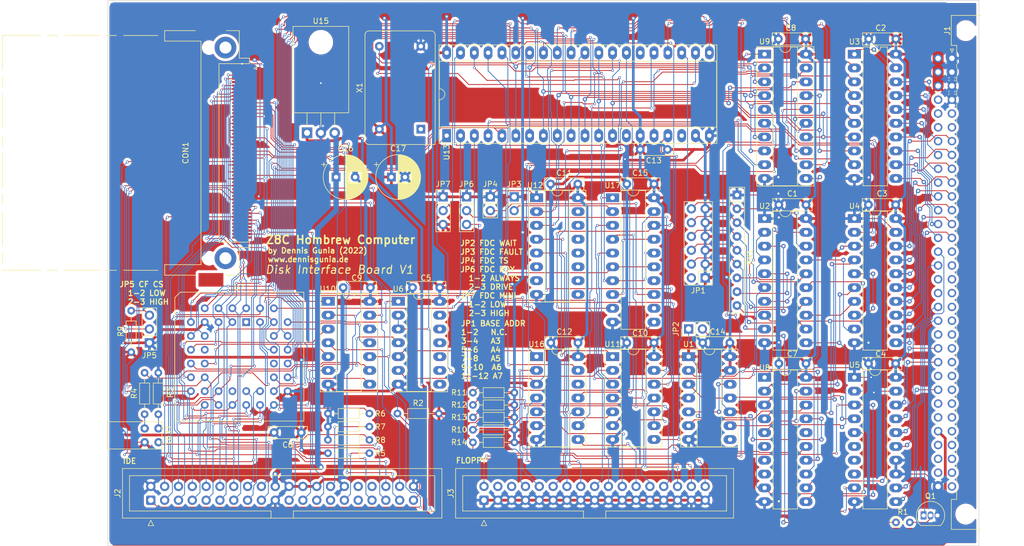
<source format=kicad_pcb>
(kicad_pcb (version 20211014) (generator pcbnew)
  (layers (0 "F.Cu" signal) (31 "B.Cu" signal) (34 "B.Paste" user) (35 "F.Paste" user) (36 "B.SilkS" user "B.Silkscreen") (37 "F.SilkS" user "F.Silkscreen") (38 "B.Mask" user) (39 "F.Mask" user) (44 "Edge.Cuts" user))
  (net 0 "")
  (net 1 "GND")
  (net 2 "/MEMAQ")
  (net 3 "/~{INT3}")
  (net 4 "/A0")
  (net 5 "/A1")
  (net 6 "/A2")
  (net 7 "/A3")
  (net 8 "/A4")
  (net 9 "/A5")
  (net 10 "/A6")
  (net 11 "/A7")
  (net 12 "/A8")
  (net 13 "/A9")
  (net 14 "/A10")
  (net 15 "/A11")
  (net 16 "/A12")
  (net 17 "/A13")
  (net 18 "/A14")
  (net 19 "/A15")
  (net 20 "/~{BUSREQ}")
  (net 21 "/~{BUSACK}")
  (net 22 "/A16")
  (net 23 "/A17")
  (net 24 "/A18")
  (net 25 "/A19")
  (net 26 "/A20")
  (net 27 "/A21")
  (net 28 "/A22{slash}SCL")
  (net 29 "/A23{slash}SDA")
  (net 30 "+5V")
  (net 31 "/~{INT0}")
  (net 32 "/~{INT1}")
  (net 33 "/~{INT2}")
  (net 34 "/D0")
  (net 35 "/D1")
  (net 36 "/D2")
  (net 37 "/D3")
  (net 38 "/D4")
  (net 39 "/D5")
  (net 40 "/D6")
  (net 41 "/D7")
  (net 42 "/~{RESET}")
  (net 43 "/CLK_CPU")
  (net 44 "/~{INT}")
  (net 45 "/~{NMI}")
  (net 46 "/~{M1}")
  (net 47 "/~{WAIT}")
  (net 48 "/~{HALT}")
  (net 49 "/~{RD}")
  (net 50 "/~{WR}")
  (net 51 "/~{MREQ}")
  (net 52 "/~{IOREQ}")
  (net 55 "+12V")
  (net 56 "-12V")
  (net 57 "-5V")
  (net 58 "+3V3")
  (net 59 "/~{DRESET}")
  (net 60 "/PA7")
  (net 61 "/PB0")
  (net 62 "/PA6")
  (net 63 "/PB1")
  (net 64 "/PA5")
  (net 65 "/PB2")
  (net 66 "/PA4")
  (net 67 "/PB3")
  (net 68 "/PA3")
  (net 69 "/PB4")
  (net 70 "/PA2")
  (net 71 "/PB5")
  (net 72 "/PA1")
  (net 73 "/PB6")
  (net 74 "/PA0")
  (net 75 "/PB7")
  (net 76 "/IDE_VCC")
  (net 77 "/DMARQ")
  (net 78 "/~{DIOW}")
  (net 79 "/~{DIOR}")
  (net 80 "/CSEL")
  (net 81 "/DMACK")
  (net 82 "/PC1")
  (net 83 "/PC0")
  (net 84 "/PC2")
  (net 85 "/~{DCS0}")
  (net 86 "/~{DCS1}")
  (net 87 "/~{ACTIVE}")
  (net 88 "FD_DENSEEL")
  (net 89 "FD_~{INDEX}")
  (net 90 "FD_~{MOTEA}")
  (net 91 "~{FD_DSA1}")
  (net 92 "~{FD_DSB1}")
  (net 93 "FD_~{MOTEB}")
  (net 94 "FD_~{DIR}")
  (net 95 "FD_~{STEP}")
  (net 96 "FD_~{WDATA}")
  (net 97 "FD_~{WGATE}")
  (net 98 "FD_~{TRK0}")
  (net 99 "FD_~{WRTPRO}")
  (net 100 "FD_~{RDATA}")
  (net 101 "FD_~{SIDE}")
  (net 102 "FD_~{DC{slash}RDY}")
  (net 103 "Net-(LED1-Pad1a)")
  (net 104 "Net-(LED1-Pad1b)")
  (net 105 "Net-(LED1-Pad2a)")
  (net 106 "Net-(RN1-Pad8)")
  (net 107 "Net-(RN1-Pad9)")
  (net 108 "/#A2")
  (net 109 "/#A3")
  (net 110 "/#A4")
  (net 111 "/#A5")
  (net 112 "/#A6")
  (net 113 "/#A7")
  (net 114 "Net-(JP2-Pad1)")
  (net 115 "/~{#RD}")
  (net 116 "/#D0")
  (net 117 "/#D1")
  (net 118 "/#D2")
  (net 119 "/#D3")
  (net 120 "/#D4")
  (net 121 "/#D5")
  (net 122 "/#D6")
  (net 123 "/#D7")
  (net 124 "BUSDIR")
  (net 125 "/#A0")
  (net 126 "/#A1")
  (net 127 "/~{#WR}")
  (net 128 "/#CLK_CPU")
  (net 129 "/~{#IOREQ}")
  (net 130 "Net-(JP2-Pad2)")
  (net 131 "Net-(JP5-Pad3)")
  (net 132 "/~{#M1}")
  (net 133 "/~{#RESET}")
  (net 134 "/#RESET")
  (net 135 "Net-(Q1-Pad2)")
  (net 136 "CS_IDE")
  (net 137 "/PC7")
  (net 138 "Net-(U2-Pad19)")
  (net 139 "/PC6")
  (net 140 "/PC5")
  (net 141 "/PC4")
  (net 142 "/PC3")
  (net 145 "CS_LATCH")
  (net 146 "CS_FDC")
  (net 151 "FDC_RESET")
  (net 152 "FDC_~{RW}{slash}SEEK")
  (net 153 "FDC_RW{slash}~{SEEK}")
  (net 154 "FDC_INDEX")
  (net 155 "FDC_~{DSKD}")
  (net 156 "FDC_US1")
  (net 157 "FDC_US0")
  (net 158 "~{FD_DSA2}")
  (net 159 "~{FD_DSB2}")
  (net 161 "FDC_TC")
  (net 162 "Net-(U1-Pad6)")
  (net 163 "Net-(U1-Pad9)")
  (net 164 "FDC_MINI")
  (net 165 "Net-(U11-Pad1)")
  (net 166 "FDC_P2")
  (net 167 "FDC_WE")
  (net 168 "Net-(U11-Pad10)")
  (net 169 "FDC_HD")
  (net 170 "FDC_WDOUT")
  (net 171 "FDC_P1")
  (net 172 "FDC_P0")
  (net 173 "FDC_FLT{slash}TR0")
  (net 174 "FDC_WP{slash}TS")
  (net 175 "FDC_RDY")
  (net 176 "FDC_HDL")
  (net 177 "FDC_FR{slash}STEP")
  (net 178 "FDC_LCT{slash}DIR")
  (net 179 "FD_MOTEA")
  (net 180 "FD_MOTEB")
  (net 181 "~{FDC_HDL}")
  (net 182 "FDC_~{FAULT}")
  (net 183 "FDC_~{LCT}")
  (net 184 "FDC_~{TS}")
  (net 185 "FDC_~{FR}")
  (net 193 "Net-(JP1-Pad4)")
  (net 194 "Net-(JP1-Pad6)")
  (net 195 "Net-(JP1-Pad8)")
  (net 196 "Net-(JP1-Pad10)")
  (net 197 "Net-(JP1-Pad12)")
  (net 198 "FD_~{ACTIVITY}")
  (net 202 "Net-(CON1-Pad39)")
  (net 209 "Net-(U13-Pad22)")
  (net 211 "Net-(U1-Pad12)")
  (net 214 "FDC_~{RDY}")
  (net 215 "Net-(RN1-Pad7)")
  (footprint "Resistor_THT:R_Axial_DIN0204_L3.6mm_D1.6mm_P2.54mm_Vertical" (layer "F.Cu") (at 214.63 134.62)
    (fp_text reference "R1")
    (fp_text value "220")
  )
  (footprint "Package_TO_SOT_THT:TO-92_Inline" (layer "F.Cu") (at 219.71 133.35)
    (fp_text reference "Q1")
    (fp_text value "BC548")
  )
  (footprint "Capacitor_THT:C_Rect_L7.0mm_W2.0mm_P5.00mm" (layer "F.Cu") (at 156.21 101.6 180)
    (fp_text reference "C12")
    (fp_text value "100nF")
  )
  (footprint "Resistor_THT:R_Axial_DIN0204_L3.6mm_D1.6mm_P7.62mm_Horizontal" (layer "F.Cu") (at 76.581 114.7318 90)
    (fp_text reference "R4")
    (fp_text value "10k")
  )
  (footprint "Connector_PinHeader_2.54mm:PinHeader_1x03_P2.54mm_Vertical" (layer "F.Cu") (at 135.7376 74.7522)
    (fp_text reference "JP6")
    (fp_text value "Jumper_3_Open")
  )
  (footprint "Resistor_THT:R_Axial_DIN0204_L3.6mm_D1.6mm_P7.62mm_Horizontal" (layer "F.Cu") (at 136.906 110.7694)
    (fp_text reference "R11")
    (fp_text value "10k")
  )
  (footprint "Package_DIP:DIP-16_W7.62mm_Socket_LongPads" (layer "F.Cu") (at 148.59 74.93)
    (fp_text reference "U12")
    (fp_text value "74HCT139")
  )
  (footprint "Capacitor_THT:C_Rect_L7.0mm_W2.0mm_P5.00mm" (layer "F.Cu") (at 170.18 72.39 180)
    (fp_text reference "C15")
    (fp_text value "100nF")
  )
  (footprint "Oscillator:Oscillator_DIP-14" (layer "F.Cu") (at 127.3302 62.3062 90)
    (fp_text reference "X1")
    (fp_text value "8MHz")
  )
  (footprint "Capacitor_THT:C_Rect_L7.0mm_W2.0mm_P5.00mm" (layer "F.Cu") (at 214.575 105.415 180)
    (fp_text reference "C4")
    (fp_text value "100nF")
  )
  (footprint "Resistor_THT:R_Axial_DIN0204_L3.6mm_D1.6mm_P7.62mm_Horizontal" (layer "F.Cu") (at 74.1172 103.3122 90)
    (fp_text reference "R9")
    (fp_text value "10k")
  )
  (footprint "Capacitor_THT:C_Rect_L7.0mm_W2.0mm_P5.00mm" (layer "F.Cu") (at 198.105 76.205 180)
    (fp_text reference "C1")
    (fp_text value "100nF")
  )
  (footprint "Package_DIP:DIP-14_W7.62mm_Socket_LongPads" (layer "F.Cu") (at 123.19 93.98)
    (fp_text reference "U6")
    (fp_text value "74HC02")
  )
  (footprint "Capacitor_THT:CP_Radial_D8.0mm_P2.50mm" (layer "F.Cu") (at 121.92 71.12)
    (fp_text reference "C17")
    (fp_text value "100uF")
  )
  (footprint "Package_DIP:DIP-20_W7.62mm_LongPads" (layer "F.Cu") (at 206.995 107.955)
    (fp_text reference "U5")
    (fp_text value "74HC245")
  )
  (footprint "Package_TO_SOT_THT:TO-220-3_Horizontal_TabDown" (layer "F.Cu") (at 106.426 62.992)
    (fp_text reference "U15")
    (fp_text value "L7805")
  )
  (footprint "Capacitor_THT:C_Rect_L7.0mm_W2.0mm_P5.00mm" (layer "F.Cu") (at 118.07 91.44 180)
    (fp_text reference "C9")
    (fp_text value "100nF")
  )
  (footprint "Package_DIP:DIP-20_W7.62mm_Socket_LongPads" (layer "F.Cu") (at 190.485 48.524)
    (fp_text reference "U9")
    (fp_text value "74HCT273")
  )
  (footprint "Resistor_THT:R_Axial_DIN0204_L3.6mm_D1.6mm_P7.62mm_Horizontal" (layer "F.Cu") (at 123.0376 114.6048)
    (fp_text reference "R2")
    (fp_text value "10k")
  )
  (footprint "Capacitor_THT:C_Rect_L7.0mm_W2.0mm_P5.00mm" (layer "F.Cu") (at 105.37 118.11 180)
    (fp_text reference "C6")
    (fp_text value "100nF")
  )
  (footprint "Resistor_THT:R_Axial_DIN0204_L3.6mm_D1.6mm_P7.62mm_Horizontal" (layer "F.Cu") (at 79.0956 114.7318 90)
    (fp_text reference "R3")
    (fp_text value "10k")
  )
  (footprint "Package_DIP:DIP-40_W15.24mm_Socket_LongPads" (layer "F.Cu") (at 132.08 63.5 90)
    (fp_text reference "U13")
    (fp_text value "FDC9266")
  )
  (footprint "Connector_PinHeader_2.54mm:PinHeader_1x02_P2.54mm_Vertical" (layer "F.Cu") (at 140.1064 74.7522)
    (fp_text reference "JP4")
    (fp_text value "Jumper_2_Bridged")
  )
  (footprint "Resistor_THT:R_Axial_DIN0204_L3.6mm_D1.6mm_P7.62mm_Horizontal" (layer "F.Cu") (at 136.906 113.03)
    (fp_text reference "R12")
    (fp_text value "10k")
  )
  (footprint "Capacitor_THT:C_Rect_L7.0mm_W2.0mm_P5.00mm" (layer "F.Cu") (at 198.025 45.725 180)
    (fp_text reference "C8")
    (fp_text value "100nF")
  )
  (footprint "Package_LCC:PLCC-44_THT-Socket" (layer "F.Cu") (at 95.25 97.79)
    (fp_text reference "U7")
    (fp_text value "82C55A_PLCC")
  )
  (footprint "Package_DIP:DIP-20_W7.62mm_LongPads" (layer "F.Cu") (at 206.995 78.745)
    (fp_text reference "U4")
    (fp_text value "74HC245")
  )
  (footprint "Capacitor_THT:C_Rect_L7.0mm_W2.0mm_P5.00mm" (layer "F.Cu") (at 170.18 101.6 180)
    (fp_text reference "C10")
    (fp_text value "100nF")
  )
  (footprint "Connector_PinHeader_2.54mm:PinHeader_2x06_P2.54mm_Vertical" (layer "F.Cu") (at 179.583 89.662 180)
    (fp_text reference "JP1")
    (fp_text value "Conn_02x06_Odd_Even")
  )
  (footprint "Package_DIP:DIP-14_W7.62mm_Socket_LongPads" (layer "F.Cu") (at 162.57 104.135)
    (fp_text reference "U11")
    (fp_text value "74HC14")
  )
  (footprint "Package_DIP:DIP-20_W7.62mm_LongPads" (layer "F.Cu") (at 190.485 78.745)
    (fp_text reference "U2")
    (fp_text value "74LS688")
  )
  (footprint "Resistor_THT:R_Axial_DIN0204_L3.6mm_D1.6mm_P7.62mm_Horizontal" (layer "F.Cu") (at 136.906 117.602)
    (fp_text reference "R10")
    (fp_text value "10k")
  )
  (footprint "Connector_PinHeader_2.54mm:PinHeader_1x02_P2.54mm_Vertical" (layer "F.Cu") (at 176.53 99.06 90)
    (fp_text reference "JP2")
    (fp_text value "Jumper_2_Bridged")
  )
  (footprint "Package_DIP:DIP-14_W7.62mm_Socket_LongPads" (layer "F.Cu") (at 110.3068 93.98)
    (fp_text reference "U10")
    (fp_text value "74HCT04")
  )
  (footprint "Connector_DIN:DIN41612_Q_2x32_Male_Horizontal_THT" (layer "F.Cu") (at 224.911 49.276 -90)
    (fp_text reference "J1")
    (fp_text value "Conn_02x32_Row_Letter_First")
  )
  (footprint "Resistor_THT:R_Array_SIP9" (layer "F.Cu") (at 185.42 74.422 -90)
    (fp_text reference "RN1")
    (fp_text value "R_Network08")
  )
  (footprint "Capacitor_THT:C_Rect_L7.0mm_W2.0mm_P5.00mm" (layer "F.Cu") (at 130.81 91.44 180)
    (fp_text reference "C5")
    (fp_text value "100nF")
  )
  (footprint "Resistor_THT:R_Axial_DIN0204_L3.6mm_D1.6mm_P7.62mm_Horizontal" (layer "F.Cu") (at 110.2614 119.4562)
    (fp_text reference "R8")
    (fp_text value "10k")
  )
  (footprint "Connector_PinHeader_2.54mm:PinHeader_1x03_P2.54mm_Vertical" (layer "F.Cu") (at 77.47 101.6 180)
    (fp_text reference "JP5")
    (fp_text value "Jumper_3_Open")
  )
  (footprint "Capacitor_THT:C_Rect_L7.0mm_W2.0mm_P5.00mm" (layer "F.Cu") (at 214.575 76.205 180)
    (fp_text reference "C3")
    (fp_text value "100nF")
  )
  (footprint "Connector_IDC:IDC-Header_2x20_P2.54mm_Vertical" (layer "F.Cu") (at 77.724 130.5465 90)
    (fp_text reference "J2")
    (fp_text value "IDE Connector")
  )
  (footprint "Resistor_THT:R_Axial_DIN0204_L3.6mm_D1.6mm_P7.62mm_Horizontal" (layer "F.Cu") (at 110.2614 117.0174)
    (fp_text reference "R7")
    (fp_text value "10k")
  )
  (footprint "Capacitor_THT:C_Rect_L7.0mm_W2.0mm_P5.00mm" (layer "F.Cu") (at 167.64 66.04)
    (fp_text reference "C13")
    (fp_text value "100nF")
  )
  (footprint "Capacitor_THT:CP_Radial_D8.0mm_P3.50mm" (layer "F.Cu") (at 111.76 71.12)
    (fp_text reference "C16")
    (fp_text value "470uF")
  )
  (footprint "Connector_PinHeader_2.54mm:PinHeader_1x03_P2.54mm_Vertical" (layer "F.Cu") (at 131.4196 74.7522)
    (fp_text reference "JP7")
    (fp_text value "Jumper_3_Open")
  )
  (footprint "Package_DIP:DIP-14_W7.62mm_Socket_LongPads" (layer "F.Cu") (at 176.53 104.14)
    (fp_text reference "U1")
    (fp_text value "74HC74")
  )
  (footprint "Capacitor_THT:C_Rect_L7.0mm_W2.0mm_P5.00mm" (layer "F.Cu") (at 184.11 101.6 180)
    (fp_text reference "C14")
    (fp_text value "100nF")
  )
  (footprint "Package_DIP:DIP-20_W7.62mm_LongPads" (layer "F.Cu") (at 162.56 74.93)
    (fp_text reference "U17")
    (fp_text value "74HC240")
  )
  (footprint "Resistor_THT:R_Axial_DIN0204_L3.6mm_D1.6mm_P7.62mm_Horizontal" (layer "F.Cu") (at 110.2614 121.8946)
    (fp_text reference "R5")
    (fp_text value "10k")
  )
  (footprint "Package_DIP:DIP-14_W7.62mm_Socket_LongPads" (layer "F.Cu") (at 148.59 104.135)
    (fp_text reference "U16")
    (fp_text value "74HCT04")
  )
  (footprint "Package_DIP:DIP-20_W7.62mm_LongPads" (layer "F.Cu") (at 206.995 48.524)
    (fp_text reference "U3")
    (fp_text value "74HC245")
  )
  (footprint "Connector_Card:CF-Card_3M_N7E50-E516xx-30" (layer "F.Cu") (at 91.3384 66.675 180)
    (fp_text reference "CON1")
    (fp_text value "CF-CARD")
  )
  (footprint "Capacitor_THT:C_Rect_L7.0mm_W2.0mm_P5.00mm" (layer "F.Cu") (at 214.615 45.725 180)
    (fp_text reference "C2")
    (fp_text value "100nF")
  )
  (footprint "Capacitor_THT:C_Rect_L7.0mm_W2.0mm_P5.00mm" (layer "F.Cu") (at 156.17 72.39 180)
    (fp_text reference "C11")
    (fp_text value "100nF")
  )
  (footprint "Resistor_THT:R_Axial_DIN0204_L3.6mm_D1.6mm_P7.62mm_Horizontal" (layer "F.Cu") (at 136.906 119.9134)
    (fp_text reference "R14")
    (fp_text value "10k")
  )
  (footprint "Resistor_THT:R_Axial_DIN0204_L3.6mm_D1.6mm_P7.62mm_Horizontal" (layer "F.Cu") (at 110.2614 114.6048)
    (fp_text reference "R6")
    (fp_text value "10k")
  )
  (footprint "Capacitor_THT:C_Rect_L7.0mm_W2.0mm_P5.00mm" (layer "F.Cu") (at 198.105 105.415 180)
    (fp_text reference "C7")
    (fp_text value "100nF")
  )
  (footprint "Package_DIP:DIP-20_W7.62mm_LongPads" (layer "F.Cu") (at 190.485 107.955)
    (fp_text reference "U8")
    (fp_text value "GAL16V8")
  )
  (footprint "Connector_PinHeader_2.54mm:PinHeader_1x02_P2.54mm_Vertical" (layer "F.Cu") (at 144.4752 74.7522)
    (fp_text reference "JP3")
    (fp_text value "Jumper_2_Bridged")
  )
  (footprint "Resistor_THT:R_Axial_DIN0204_L3.6mm_D1.6mm_P7.62mm_Horizontal" (layer "F.Cu") (at 136.906 115.316)
    (fp_text reference "R13")
    (fp_text value "10k")
  )
  (footprint "Connector_IDC:IDC-Header_2x17_P2.54mm_Vertical" (layer "F.Cu") (at 138.938 130.5465 90)
    (fp_text reference "J3")
    (fp_text value "Floppy Connector")
  )
  (footprint "w_conn_av:MENTOR A500 Dual 3mm" (layer "F.Cu") (at 77.8635 118.617707 -90)
    (fp_text reference "LED1")
    (fp_text value "MENOTR_A500_Dual_3mm")
  )
  (gr_line (start 229.87 138.938) (end 229.87 38.608) (layer "Edge.Cuts") (width 0.1))
  (gr_line (start 229.87 38.608) (end 69.85 38.608) (layer "Edge.Cuts") (width 0.1))
  (gr_line (start 69.85 138.938) (end 229.87 138.938) (layer "Edge.Cuts") (width 0.1))
  (gr_line (start 69.85 38.608) (end 69.85 138.938) (layer "Edge.Cuts") (width 0.1))
  (gr_text "JP5 CF CS\n  1-2 LOW\n  2-3 HIGH" (at 71.882 92.456) (layer "F.SilkS") (effects (font (size 1 1) (thickness 0.2)) (justify left)))
  (gr_text "JP1 BASE ADDR\n1-2   N.C.\n3-4   A3\n5-6   A4\n7-8   A5\n9-10  A6\n11-12 A7\n" (at 134.62 102.87) (layer "F.SilkS") (effects (font (size 1 1) (thickness 0.2)) (justify left)))
  (gr_text "Z8C Hombrew Computer" (at 112.5728 82.6516) (layer "F.SilkS") (effects (font (size 1.5 1.5) (thickness 0.3))))
  (gr_text "JP2 FDC WAIT\nJP3 FDC FAULT\nJP4 FDC TS\nJP6 FDC RDY\n  1-2 ALWAYS\n  2-3 DRIVE\nJP7 FDC MINI\n  1-2 LOW\n  2-3 HIGH" (at 134.493 89.7128) (layer "F.SilkS") (effects (font (size 1 1) (thickness 0.2)) (justify left)))
  (gr_text "FLOPPY" (at 133.6802 123.2408) (layer "F.SilkS") (effects (font (size 1 1) (thickness 0.2)) (justify left)))
  (gr_text "by Dennis Gunia (2022)\nwww.dennisgunia.de" (at 99.1108 85.4456) (layer "F.SilkS") (effects (font (size 1 1) (thickness 0.2)) (justify left)))
  (gr_text "Disk Interface Board V1" (at 112.4204 88.138) (layer "F.SilkS") (effects (font (size 1.5 1.5) (thickness 0.2) italic)))
  (gr_text "IDE" (at 72.4916 123.3424) (layer "F.SilkS") (effects (font (size 1 1) (thickness 0.2)) (justify left)))
  (segment (start 193.035 101.605) (end 193.105 101.535) (width 0.5) (layer "F.Cu") (net 1))
  (segment (start 94.4384 63.815) (end 92.517 63.815) (width 0.1524) (layer "F.Cu") (net 1))
  (segment (start 179.705 66.04) (end 180.34 65.405) (width 0.5) (layer "F.Cu") (net 1))
  (segment (start 94.4384 81.595) (end 98.5087 81.595) (width 0.1524) (layer "F.Cu") (net 1))
  (segment (start 98.491 71.435) (end 94.4384 71.435) (width 0.1524) (layer "F.Cu") (net 1))
  (segment (start 94.4384 60.005) (end 96.713 60.005) (width 0.1524) (layer "F.Cu") (net 1))
  (segment (start 169.418 130.5465) (end 171.958 130.5465) (width 0.5) (layer "F.Cu") (net 1))
  (segment (start 94.4384 70.165) (end 92.009 70.165) (width 0.1524) (layer "F.Cu") (net 1))
  (segment (start 96.713 60.005) (end 98.491 60.005) (width 0.1524) (layer "F.Cu") (net 1))
  (segment (start 111.55632 110.46952) (end 110.3068 109.22) (width 0.5) (layer "F.Cu") (net 1))
  (segment (start 92.009 70.165) (end 91.948 70.104) (width 0.1524) (layer "F.Cu") (net 1))
  (segment (start 165.037511 68.009511) (end 164.846 67.818) (width 0.5) (layer "F.Cu") (net 1))
  (segment (start 156.718 130.5465) (end 159.258 130.5465) (width 0.5) (layer "F.Cu") (net 1))
  (segment (start 123.19 109.22) (end 121.94048 110.46952) (width 0.5) (layer "F.Cu") (net 1))
  (segment (start 131.4196 74.7522) (end 135.7376 74.7522) (width 0.5) (layer "F.Cu") (net 1))
  (segment (start 92.263 62.545) (end 92.202 62.484) (width 0.1524) (layer "F.Cu") (net 1))
  (segment (start 94.4384 82.235) (end 94.4384 81.595) (width 0.1524) (layer "F.Cu") (net 1))
  (segment (start 151.17 72.39) (end 153.416 72.39) (width 0.5) (layer "F.Cu") (net 1))
  (segment (start 192.911 78.745) (end 193.105 78.551) (width 0.1524) (layer "F.Cu") (net 1))
  (segment (start 94.4384 51.115) (end 94.4384 51.755) (width 0.1524) (layer "F.Cu") (net 1))
  (segment (start 94.4384 61.275) (end 92.395 61.275) (width 0.1524) (layer "F.Cu") (net 1))
  (segment (start 121.94048 110.46952) (end 111.55632 110.46952) (width 0.5) (layer "F.Cu") (net 1))
  (segment (start 174.498 130.5465) (end 177.038 130.5465) (width 0.5) (layer "F.Cu") (net 1))
  (segment (start 185.42 74.422) (end 192.756 74.422) (width 0.1524) (layer "F.Cu") (net 1))
  (segment (start 111.984489 126.706989) (end 113.284 128.0065) (width 0.5) (layer "F.Cu") (net 1))
  (segment (start 131.4196 74.7522) (end 128.0522 74.7522) (width 0.5) (layer "F.Cu") (net 1))
  (segment (start 192.756 74.422) (end 193.025 74.153) (width 0.1524) (layer "F.Cu") (net 1))
  (segment (start 91.948 70.104) (end 91.948 71.374) (width 0.1524) (layer "F.Cu") (net 1))
  (segment (start 154.686 71.12) (end 163.91 71.12) (width 0.5) (layer "F.Cu") (net 1))
  (segment (start 92.531 65.085) (end 92.202 64.756) (width 0.1524) (layer "F.Cu") (net 1))
  (segment (start 98.491 67.625) (end 94.4384 67.625) (width 0.1524) (layer "F.Cu") (net 1))
  (segment (start 140.1064 74.7522) (end 141.232111 73.626489) (width 0.1524) (layer "F.Cu") (net 1))
  (segment (start 175.576489 68.009511) (end 177.546 66.04) (width 0.5) (layer "F.Cu") (net 1))
  (segment (start 172.64 66.04) (end 177.546 66.04) (width 0.5) (layer "F.Cu") (net 1))
  (segment (start 212.075 78.745) (end 206.995 78.745) (width 0.1524) (layer "F.Cu") (net 1))
  (segment (start 94.4384 51.115) (end 94.4384 50.3416) (width 0.1524) (layer "F.Cu") (net 1))
  (segment (start 108.204 128.0065) (end 109.503511 126.706989) (width 0.5) (layer "F.Cu") (net 1))
  (segment (start 214.615 110.495) (end 210.815 110.495) (width 0.1524) (layer "F.Cu") (net 1))
  (segment (start 144.018 130.5465) (end 146.558 130.5465) (width 0.5) (layer "F.Cu") (net 1))
  (segment (start 220.09 125.735) (end 222.371 128.016) (width 0.1524) (layer "F.Cu") (net 1))
  (segment (start 206.995 107.955) (end 210.053 107.955) (width 0.1524) (layer "F.Cu") (net 1))
  (segment (start 86.250711 99.169289) (end 79.900711 99.169289) (width 0.5) (layer "F.Cu") (net 1))
  (segment (start 141.232111 73.626489) (end 147.286489 73.626489) (width 0.1524) (layer "F.Cu") (net 1))
  (segment (start 146.558 130.5465) (end 149.098 130.5465) (width 0.5) (layer "F.Cu") (net 1))
  (segment (start 153.416 72.39) (end 154.686 71.12) (width 0.5) (layer "F.Cu") (net 1))
  (segment (start 175.576489 68.009511) (end 165.037511 68.009511) (width 0.5) (layer "F.Cu") (net 1))
  (segment (start 92.009 68.895) (end 94.4384 68.895) (width 0.1524) (layer "F.Cu") (net 1))
  (segment (start 103.124 128.0065) (end 108.204 128.0065) (width 0.5) (layer "F.Cu") (net 1))
  (segment (start 214.615 81.285) (end 212.075 78.745) (width 0.1524) (layer "F.Cu") (net 1))
  (segment (start 159.258 130.5465) (end 161.798 130.5465) (width 0.5) (layer "F.Cu") (net 1))
  (segment (start 94.4384 65.085) (end 92.531 65.085) (width 0.1524) (layer "F.Cu") (net 1))
  (segment (start 94.4384 62.545) (end 92.263 62.545) (width 0.1524) (layer "F.Cu") (net 1))
  (segment (start 180.34 65.405) (end 180.34 63.5) (width 0.5) (layer "F.Cu") (net 1))
  (segment (start 77.47 101.6) (end 72.644 101.6) (width 0.5) (layer "F.Cu") (net 1))
  (segment (start 96.3458 61.275) (end 96.713 60.9078) (width 0.1524) (layer "F.Cu") (net 1))
  (segment (start 190.485 130.815) (end 193.035 130.815) (width 0.5) (layer "F.Cu") (net 1))
  (segment (start 100.37 118.11) (end 99.920782 118.559218) (width 0.5) (layer "F.Cu") (net 1))
  (segment (start 98.298 50.292) (end 94.488 50.292) (width 0.1524) (layer "F.Cu") (net 1))
  (segment (start 92.566978 60.005) (end 94.4384 60.005) (width 0.1524) (layer "F.Cu") (net 1))
  (segment (start 210.815 110.495) (end 210.566 110.744) (width 0.1524) (layer "F.Cu") (net 1))
  (segment (start 79.900711 99.169289) (end 77.47 101.6) (width 0.5) (layer "F.Cu") (net 1))
  (segment (start 92.202 64.756) (end 92.202 63.5) (width 0.1524) (layer "F.Cu") (net 1))
  (segment (start 141.478 130.5465) (end 144.018 130.5465) (width 0.5) (layer "F.Cu") (net 1))
  (segment (start 87.63 97.79) (end 86.250711 99.169289) (width 0.5) (layer "F.Cu") (net 1))
  (segment (start 151.638 130.5465) (end 154.178 130.5465) (width 0.5) (layer "F.Cu") (net 1))
  (segment (start 190.485 101.605) (end 193.035 101.605) (width 0.5) (layer "F.Cu") (net 1))
  (segment (start 138.938 130.5465) (end 141.478 130.5465) (width 0.5) (layer "F.Cu") (net 1))
  (segment (start 190.485 78.745) (end 192.911 78.745) (width 0.1524) (layer "F.Cu") (net 1))
  (segment (start 163.91 71.12) (end 165.18 72.39) (width 0.5) (layer "F.Cu") (net 1))
  (segment (start 108.966 53.848) (end 108.966 52.07) (width 1) (layer "F.Cu") (net 1))
  (segment (start 91.948 71.374) (end 92.009 71.435) (width 0.1524) (layer "F.Cu") (net 1))
  (segment (start 94.4384 61.275) (end 96.3458 61.275) (width 0.1524) (layer "F.Cu") (net 1))
  (segment (start 98.552 71.374) (end 98.491 71.435) (width 0.1524) (layer "F.Cu") (net 1))
  (segment (start 135.7376 74.7522) (end 140.1064 74.7522) (width 0.5) (layer "F.Cu") (net 1))
  (segment (start 128.0522 74.7522) (end 124.42 71.12) (width 0.5) (layer "F.Cu") (net 1))
  (segment (start 190.485 71.384) (end 192.776 71.384) (width 0.5) (layer "F.Cu") (net 1))
  (segment (start 177.038 130.5465) (end 179.578 130.5465) (width 0.5) (layer "F.Cu") (net 1))
  (segment (start 164.338 130.5465) (end 166.878 130.5465) (width 0.5) (layer "F.Cu") (net 1))
  (segment (start 96.713 60.9078) (end 96.713 60.005) (width 0.1524) (layer "F.Cu") (net 1))
  (segment (start 209.416 71.384) (end 209.615 71.185) (width 0.5) (layer "F.Cu") (net 1))
  (segment (start 210.053 107.955) (end 210.058 107.95) (width 0.1524) (layer "F.Cu") (net 1))
  (segment (start 193.035 130.815) (end 193.105 130.745) (width 0.5) (layer "F.Cu") (net 1))
  (segment (start 149.098 130.5465) (end 151.638 130.5465) (width 0.5) (layer "F.Cu") (net 1))
  (segment (start 177.546 66.04) (end 179.705 66.04) (width 0.5) (layer "F.Cu") (net 1))
  (segment (start 166.878 130.5465) (end 169.418 130.5465) (width 0.5) (layer "F.Cu") (net 1))
  (segment (start 192.776 71.384) (end 193.025 71.135) (width 0.5) (layer "F.Cu") (net 1))
  (segment (start 206.995 101.605) (end 209.545 101.605) (width 0.5) (layer "F.Cu") (net 1))
  (segment (start 214.615 125.735) (end 220.09 125.735) (width 0.1524) (layer "F.Cu") (net 1))
  (segment (start 98.491 60.005) (end 98.552 59.944) (width 0.1524) (layer "F.Cu") (net 1))
  (segment (start 214.615 123.195) (end 214.615 125.735) (width 0.1524) (layer "F.Cu") (net 1))
  (segment (start 94.4384 50.3416) (end 94.488 50.292) (width 0.1524) (layer "F.Cu") (net 1))
  (segment (start 92.202 60.369978) (end 92.566978 60.005) (width 0.1524) (layer "F.Cu") (net 1))
  (segment (start 209.545 101.605) (end 209.575 101.575) (width 0.5) (layer "F.Cu") (net 1))
  (segment (start 73.168718 118.559218) (end 72.7195 118.11) (width 0.5) (layer "F.Cu") (net 1))
  (segment (start 92.202 61.468) (end 92.202 60.369978) (width 0.1524) (layer "F.Cu") (net 1))
  (segment (start 171.958 130.5465) (end 174.498 130.5465) (width 0.5) (layer "F.Cu") (net 1))
  (segment (start 92.202 62.484) (end 92.202 61.468) (width 0.1524) (layer "F.Cu") (net 1))
  (segment (start 92.009 71.435) (end 94.4384 71.435) (width 0.1524) (layer "F.Cu") (net 1))
  (segment (start 91.948 68.834) (end 92.009 68.895) (width 0.1524) (layer "F.Cu") (net 1))
  (segment (start 147.286489 73.626489) (end 148.59 74.93) (width 0.1524) (layer "F.Cu") (net 1))
  (segment (start 92.202 63.5) (end 92.202 62.484) (width 0.1524) (layer "F.Cu") (net 1))
  (segment (start 154.178 130.5465) (end 156.718 130.5465) (width 0.5) (layer "F.Cu") (net 1))
  (segment (start 98.5087 81.595) (end 98.5697 81.534) (width 0.1524) (layer "F.Cu") (net 1))
  (segment (start 206.995 71.384) (end 209.416 71.384) (width 0.5) (layer "F.Cu") (net 1))
  (segment (start 92.395 61.275) (end 92.202 61.468) (width 0.1524) (layer "F.Cu") (net 1))
  (segment (start 161.798 130.5465) (end 164.338 130.5465) (width 0.5) (layer "F.Cu") (net 1))
  (segment (start 99.920782 118.559218) (end 73.168718 118.559218) (width 0.5) (layer "F.Cu") (net 1))
  (segment (start 92.517 63.815) (end 92.202 63.5) (width 0.1524) (layer "F.Cu") (net 1))
  (segment (start 109.503511 126.706989) (end 111.984489 126.706989) (width 0.5) (layer "F.Cu") (net 1))
  (segment (start 98.552 67.564) (end 98.491 67.625) (width 0.1524) (layer "F.Cu") (net 1))
  (segment (start 91.948 70.104) (end 91.948 68.834) (width 0.1524) (layer "F.Cu") (net 1))
  (via (at 98.298 50.292) (size 0.5) (drill 0.3) (layers "F.Cu" "B.Cu") (net 1))
  (via (at 210.058 107.95) (size 0.5) (drill 0.3) (layers "F.Cu" "B.Cu") (net 1))
  (via (at 108.966 53.848) (size 0.5) (drill 0.3) (layers "F.Cu" "B.Cu") (net 1))
  (via (at 72.644 101.6) (size 0.5) (drill 0.3) (layers "F.Cu" "B.Cu") (net 1))
  (via (at 94.488 50.292) (size 0.5) (drill 0.3) (layers "F.Cu" "B.Cu") (net 1))
  (via (at 209.575 101.575) (size 0.8) (drill 0.4) (layers "F.Cu" "B.Cu") (net 1))
  (via (at 164.846 67.818) (size 0.5) (drill 0.3) (layers "F.Cu" "B.Cu") (net 1))
  (via (at 193.025 74.153) (size 0.8) (drill 0.4) (layers "F.Cu" "B.Cu") (net 1))
  (via (at 193.105 78.551) (size 0.8) (drill 0.4) (layers "F.Cu" "B.Cu") (net 1))
  (via (at 193.025 71.135) (size 0.8) (drill 0.4) (layers "F.Cu" "B.Cu") (net 1))
  (via (at 98.5697 81.534) (size 0.5) (drill 0.3) (layers "F.Cu" "B.Cu") (net 1))
  (via (at 193.105 130.745) (size 0.8) (drill 0.4) (layers "F.Cu" "B.Cu") (net 1))
  (via (at 210.566 110.744) (size 0.5) (drill 0.3) (layers "F.Cu" "B.Cu") (net 1))
  (via (at 98.552 71.374) (size 0.5) (drill 0.3) (layers "F.Cu" "B.Cu") (net 1))
  (via (at 193.105 101.535) (size 0.8) (drill 0.4) (layers "F.Cu" "B.Cu") (net 1))
  (via (at 98.552 59.944) (size 0.5) (drill 0.3) (layers "F.Cu" "B.Cu") (net 1))
  (via (at 72.7195 118.11) (size 0.8) (drill 0.4) (layers "F.Cu" "B.Cu") (net 1))
  (via (at 98.552 67.564) (size 0.5) (drill 0.3) (layers "F.Cu" "B.Cu") (net 1))
  (via (at 209.615 71.185) (size 0.8) (drill 0.4) (layers "F.Cu" "B.Cu") (net 1))
  (segment (start 148.59 92.71) (end 151.036 92.71) (width 0.1524) (layer "B.Cu") (net 1))
  (segment (start 209.55 40.005) (end 193.04 40.005) (width 2) (layer "B.Cu") (net 1))
  (segment (start 99.695 137.795) (end 127.635 137.795) (width 2) (layer "B.Cu") (net 1))
  (segment (start 209.575 137.77) (end 209.55 137.795) (width 0.5) (layer "B.Cu") (net 1))
  (segment (start 193.105 130.745) (end 193.105 137.225) (width 0.5) (layer "B.Cu") (net 1))
  (segment (start 127 40.005) (end 111.76 40.005) (width 2) (layer "B.Cu") (net 1))
  (segment (start 165.18 97.616) (end 165.18 101.6) (width 0.5) (layer "B.Cu") (net 1))
  (segment (start 151.17 85.502912) (end 151.17 74.716) (width 0.5) (layer "B.Cu") (net 1))
  (segment (start 94.488 50.292) (end 94.488 40.386) (width 0.1524) (layer "B.Cu") (net 1))
  (segment (start 76.2 137.795) (end 99.695 137.795) (width 2) (layer "B.Cu") (net 1))
  (segment (start 123.19 109.22) (end 125.984 112.014) (width 0.5) (layer "B.Cu") (net 1))
  (segment (start 209.615 40.07) (end 209.55 40.005) (width 0.5) (layer "B.Cu") (net 1))
  (segment (start 115.26 60.396) (end 111.562 60.396) (width 1) (layer "B.Cu") (net 1))
  (segment (start 193.025 68.087) (end 193.025 71.135) (width 0.5) (layer "B.Cu") (net 1))
  (segment (start 194.056 67.056) (end 193.025 68.087) (width 0.5) (layer "B.Cu") (net 1))
  (segment (start 209.615 45.725) (end 209.615 40.07) (width 0.5) (layer "B.Cu") (net 1))
  (segment (start 164.846 67.818) (end 164.846 72.056) (width 0.5) (layer "B.Cu") (net 1))
  (segment (start 209.575 105.415) (end 209.575 107.925) (width 0.5) (layer "B.Cu") (net 1))
  (segment (start 193.675 137.795) (end 209.55 137.795) (width 2) (layer "B.Cu") (net 1))
  (segment (start 151.21 101.6) (end 151.21 92.884) (width 0.5) (layer "B.Cu") (net 1))
  (segment (start 128.27 130.2925) (end 128.27 137.16) (width 0.5) (layer "B.Cu") (net 1))
  (segment (start 72.7195 118.11) (end 71.755 118.11) (width 0.5) (layer "B.Cu") (net 1))
  (segment (start 193.025 40.02) (end 193.04 40.005) (width 0.5) (layer "B.Cu") (net 1))
  (segment (start 151.21 116.755) (end 148.59 119.375) (width 0.5) (layer "B.Cu") (net 1))
  (segment (start 100.584 130.5465) (end 100.584 136.906) (width 0.5) (layer "B.Cu") (net 1))
  (segment (start 209.575 107.925) (end 209.575 110.769) (width 0.5) (layer "B.Cu") (net 1))
  (segment (start 151.21 101.6) (end 151.21 116.755) (width 0.5) (layer "B.Cu") (net 1))
  (segment (start 193.025 74.153) (end 193.025 76.125) (width 0.5) (layer "B.Cu") (net 1))
  (segment (start 94.488 40.386) (end 94.107 40.005) (width 0.1524) (layer "B.Cu") (net 1))
  (segment (start 76.2 129.5305) (end 76.2 137.795) (width 0.5) (layer "B.Cu") (net 1))
  (segment (start 210.058 107.95) (end 210.033 107.925) (width 0.1524) (layer "B.Cu") (net 1))
  (segment (start 71.12 118.745) (end 71.12 137.795) (width 2) (layer "B.Cu") (net 1))
  (segment (start 71.12 137.795) (end 76.2 137.795) (width 2) (layer "B.Cu") (net 1))
  (segment (start 209.6 110.744) (end 209.575 110.769) (width 0.1524) (layer "B.Cu") (net 1))
  (segment (start 222.371 129.112015) (end 222.885 129.626015) (width 2) (layer "B.Cu") (net 1))
  (segment (start 111.76 52.7356) (end 110.0784 52.7356) (width 1) (layer "B.Cu") (net 1))
  (segment (start 165.18 116.765) (end 162.57 119.375) (width 0.5) (layer "B.Cu") (net 1))
  (segment (start 181.58952 62.25048) (end 181.58952 40.02548) (width 0.5) (layer "B.Cu") (net 1))
  (segment (start 71.12 101.6) (end 72.644 101.6) (width 0.5) (layer "B.Cu") (net 1))
  (segment (start 207.035 78.745) (end 209.575 76.205) (width 0.1524) (layer "B.Cu") (net 1))
  (segment (start 71.12 101.6) (end 71.12 118.745) (width 2) (layer "B.Cu") (net 1))
  (segment (start 193.025 76.125) (end 193.105 76.205) (width 0.5) (layer "B.Cu") (net 1))
  (segment (start 115.26 71.12) (end 115.26 61.27) (width 1) (layer "B.Cu") (net 1))
  (segment (start 100.584 130.5465) (end 103.124 128.0065) (width 0.5) (layer "B.Cu") (net 1))
  (segment (start 194.056 61.976) (end 194.056 67.056) (width 0.5) (layer "B.Cu") (net 1))
  (segment (start 71.755 118.11) (end 71.12 118.745) (width 0.5) (layer "B.Cu") (net 1))
  (segment (start 124.42 71.12) (end 124.42 49.9764) (width 0.5) (layer "B.Cu") (net 1))
  (segment (start 98.552 50.546) (end 98.298 50.292) (width 0.1524) (layer "B.Cu") (net 1))
  (segment (start 193.105 101.535) (end 193.105 105.415) (width 0.5) (layer "B.Cu") (net 1))
  (segment (start 110.3068 109.22) (end 110.3068 114.5594) (width 0.5) (layer "B.Cu") (net 1))
  (segment (start 98.552 67.564) (end 98.552 59.944) (width 0.1524) (layer "B.Cu") (net 1))
  (segment (start 177.038 137.668) (end 177.165 137.795) (width 0.5) (layer "B.Cu") (net 1))
  (segment (start 222.885 129.626015) (end 222.885 137.795) (width 2) (layer "B.Cu") (net 1))
  (segment (start 98.552 81.5163) (end 98.552 71.374) (width 0.1524) (layer "B.Cu") (net 1))
  (segment (start 125.81 91.44) (end 125.81 107.87) (width 0.5) (layer "B.Cu") (net 1))
  (segment (start 209.615 71.185) (end 209.615 76.165) (width 0.5) (layer "B.Cu") (net 1))
  (segment (start 111.76 52.7356) (end 111.76 40.005) (width 1) (layer "B.Cu") (net 1))
  (segment (start 224.911 54.356) (end 224.911 51.816) (width 1) (layer "B.Cu") (net 1))
  (segment (start 193.105 78.551) (end 193.105 101.535) (width 0.5) (layer "B.Cu") (net 1))
  (segment (start 214.615 50.725) (end 209.615 45.725) (width 0.1524) (layer "B.Cu") (net 1))
  (segment (start 151.17 74.716) (end 151.17 72.39) (width 0.5) (layer "B.Cu") (net 1))
  (segment (start 124.46 109.22) (end 123.19 109.22) (width 0.5) (layer "B.Cu") (net 1))
  (segment (start 165.18 101.6) (end 165.18 116.765) (width 0.5) (layer "B.Cu") (net 1))
  (segment (start 176.53 119.38) (end 182.753 125.603) (width 0.5) (layer "B.Cu") (net 1))
  (segment (start 94.107 40.005) (end 71.12 40.005) (width 2) (layer "B.Cu") (net 1))
  (segment (start 128.27 137.16) (end 127.635 137.795) (width 0.5) (layer "B.Cu") (net 1))
  (segment (start 115.26 61.27) (end 115.26 60.396) (width 1) (layer "B.Cu") (net 1))
  (segment (start 151.21 92.884) (end 151.21 85.542912) (width 0.5) (layer "B.Cu") (net 1))
  (segment (start 113.07 107.91) (end 111.76 109.22) (width 0.5) (layer "B.Cu") (net 1))
  (segment (start 127.635 137.795) (end 177.165 137.795) (width 2) (layer "B.Cu") (net 1))
  (segment (start 124.42 49.9764) (end 127.3302 47.0662) (width 0.5) (layer "B.Cu") (net 1))
  (segment (start 193.025 60.945) (end 194.056 61.976) (width 0.5) (layer "B.Cu") (net 1))
  (segment (start 210.033 107.925) (end 209.575 107.925) (width 0.1524) (layer "B.Cu") (net 1))
  (segment (start 182.753 137.795) (end 193.675 137.795) (width 2) (layer "B.Cu") (net 1))
  (segment (start 177.165 137.795) (end 182.753 137.795) (width 2) (layer "B.Cu") (net 1))
  (segment (start 164.846 72.056) (end 165.18 72.39) (width 0.5) (layer "B.Cu") (net 1))
  (segment (start 165.006 97.79) (end 165.18 97.616) (width 0.1524) (layer "B.Cu") (net 1))
  (segment (start 151.21 85.542912) (end 151.17 85.502912) (width 0.5) (layer "B.Cu") (net 1))
  (segment (start 193.105 137.225) (end 193.675 137.795) (width 0.5) (layer "B.Cu") (net 1))
  (segment (start 209.575 110.769) (end 209.575 130.785) (width 0.5) (layer "B.Cu") (net 1))
  (segment (start 151.036 92.71) (end 151.21 92.884) (width 0.1524) (layer "B.Cu") (net 1))
  (segment (start 193.04 40.005) (end 181.61 40.005) (width 2) (layer "B.Cu") (net 1))
  (segment (start 209.55 137.795) (end 222.885 137.795) (width 2) (layer "B.Cu") (net 1))
  (segment (start 193.025 71.135) (end 193.025 74.153) (width 0.5) (layer "B.Cu") (net 1))
  (segment (start 98.552 59.944) (end 98.552 50.546) (width 0.1524) (layer "B.Cu") (net 1))
  (segment (start 209.575 101.575) (end 209.575 105.415) (width 0.5) (layer "B.Cu") (net 1))
  (segment (start 115.26 56.2356) (end 111.76 52.7356) (width 1) (layer "B.Cu") (net 1))
  (segment (start 98.5697 81.534) (end 98.552 81.5163) (width 0.1524) (layer "B.Cu") (net 1))
  (segment (start 127.3302 40.3352) (end 127 40.005) (width 0.5) (layer "B.Cu") (net 1))
  (segment (start 111.562 60.396) (end 108.966 62.992) (width 1) (layer "B.Cu") (net 1))
  (segment (start 193.025 45.725) (end 193.025 60.945) (width 0.5) (layer "B.Cu") (net 1))
  (segment (start 193.105 105.415) (end 193.105 130.745) (width 0.5) (layer "B.Cu") (net 1))
  (segment (start 224.911 56.896) (end 224.911 54.356) (width 1) (layer "B.Cu") (net 1))
  (segment (start 127.3302 47.0662) (end 127.3302 40.3352) (width 0.5) (layer "B.Cu") (net 1))
  (segment (start 209.545 130.815) (end 209.575 130.785) (width 0.1524) (layer "B.Cu") (net 1))
  (segment (start 79.0956 107.1118) (end 79.0956 103.2256) (width 0.5) (layer "B.Cu") (net 1))
  (segment (start 162.56 97.79) (end 165.006 97.79) (width 0.1524) (layer "B.Cu") (net 1))
  (segment (start 110.2614 114.6048) (end 110.2614 117.0174) (width 0.5) (layer "B.Cu") (net 1))
  (segment (start 210.566 110.744) (end 209.6 110.744) (width 0.1524) (layer "B.Cu") (net 1))
  (segment (start 111.76 109.22) (end 110.3068 109.22) (width 0.5) (layer "B.Cu") (net 1))
  (segment (start 224.776479 49.141479) (end 224.776479 41.261479) (width 2) (layer "B.Cu") (net 1))
  (segment (start 111.76 40.005) (end 94.107 40.005) (width 2) (layer "B.Cu") (net 1))
  (segment (start 110.3068 114.5594) (end 110.2614 114.6048) (width 0.5) (layer "B.Cu") (net 1))
  (segment (start 77.724 128.0065) (end 76.2 129.5305) (width 0.5) (layer "B.Cu") (net 1))
  (segment (start 179.11 101.6) (end 179.11 116.8) (width 0.5) (layer "B.Cu") (net 1))
  (segment (start 125.81 107.87) (end 124.46 109.22) (width 0.5) (layer "B.Cu") (net 1))
  (segment (start 98.552 71.374) (end 98.552 67.564) (width 0.1524) (layer "B.Cu") (net 1))
  (segment (start 209.575 76.205) (end 209.575 101.575) (width 0.5) (layer "B.Cu") (net 1))
  (segment (start 71.12 40.005) (end 71.12 101.6) (width 2) (layer "B.Cu") (net 1))
  (segment (start 110.0784 52.7356) (end 108.966 53.848) (width 1) (layer "B.Cu") (net 1))
  (segment (start 224.911 49.276) (end 224.776479 49.141479) (width 2) (layer "B.Cu") (net 1))
  (segment (start 125.984 112.014) (end 125.984 128.0065) (width 0.5) (layer "B.Cu") (net 1))
  (segment (start 113.07 91.44) (end 113.07 107.91) (width 0.5) (layer "B.Cu") (net 1))
  (segment (start 177.038 130.5465) (end 177.038 137.668) (width 0.5) (layer "B.Cu") (net 1))
  (segment (start 182.753 125.603) (end 182.753 137.795) (width 0.5) (layer "B.Cu") (net 1))
  (segment (start 209.615 76.165) (end 209.575 76.205) (width 0.5) (layer "B.Cu") (net 1))
  (segment (start 79.0956 103.2256) (end 77.47 101.6) (width 0.5) (layer "B.Cu") (net 1))
  (segment (start 209.615 45.725) (end 209.615 71.185) (width 0.5) (layer "B.Cu") (net 1))
  (segment (start 193.025 45.725) (end 193.025 40.02) (width 0.5) (layer "B.Cu") (net 1))
  (segment (start 125.984 128.0065) (end 128.27 130.2925) (width 0.5) (layer "B.Cu") (net 1))
  (segment (start 223.52 40.005) (end 209.55 40.005) (width 2) (layer "B.Cu") (net 1))
  (segment (start 179.11 116.8) (end 176.53 119.38) (width 0.5) (layer "B.Cu") (net 1))
  (segment (start 181.61 40.005) (end 127 40.005) (width 2) (layer "B.Cu") (net 1))
  (segment (start 209.575 130.785) (end 209.575 137.77) (width 0.5) (layer "B.Cu") (net 1))
  (segment (start 180.34 63.5) (end 181.58952 62.25048) (width 0.5) (layer "B.Cu") (net 1))
  (segment (start 193.105 76.205) (end 193.105 78.551) (width 0.5) (layer "B.Cu") (net 1))
  (segment (start 224.776479 41.261479) (end 223.52 40.005) (width 2) (layer "B.Cu") (net 1))
  (segment (start 222.371 128.016) (end 222.371 129.112015) (width 2) (layer "B.Cu") (net 1))
  (segment (start 110.2614 117.0174) (end 110.2614 119.4562) (width 0.5) (layer "B.Cu") (net 1))
  (segment (start 224.911 51.816) (end 224.911 49.276) (width 2) (layer "B.Cu") (net 1))
  (segment (start 206.995 78.745) (end 207.035 78.745) (width 0.1524) (layer "B.Cu") (net 1))
  (segment (start 165.18 72.39) (end 165.18 97.616) (width 0.5) (layer "B.Cu") (net 1))
  (segment (start 214.615 51.064) (end 214.615 50.725) (width 0.1524) (layer "B.Cu") (net 1))
  (segment (start 100.584 136.906) (end 99.695 137.795) (width 0.5) (layer "B.Cu") (net 1))
  (segment (start 115.26 60.396) (end 115.26 56.2356) (width 1) (layer "B.Cu") (net 1))
  (segment (start 181.58952 40.02548) (end 181.61 40.005) (width 0.5) (layer "B.Cu") (net 1))
  (segment (start 206.995 130.815) (end 209.545 130.815) (width 0.1524) (layer "B.Cu") (net 1))
  (segment (start 217.10902 83.825) (end 217.11402 83.82) (width 0.1524) (layer "F.Cu") (net 4))
  (segment (start 223.860289 63.465289) (end 224.911 64.516) (width 0.1524) (layer "F.Cu") (net 4))
  (segment (start 220.885069 64.516) (end 221.93578 63.465289) (width 0.1524) (layer "F.Cu") (net 4))
  (segment (start 214.615 83.825) (end 217.10902 83.825) (width 0.1524) (layer "F.Cu") (net 4))
  (segment (start 217.17 64.516) (end 220.885069 64.516) (width 0.1524) (layer "F.Cu") (net 4))
  (segment (start 221.93578 63.465289) (end 223.860289 63.465289) (width 0.1524) (layer "F.Cu") (net 4))
  (via (at 217.17 64.516) (size 0.8) (drill 0.4) (layers "F.Cu" "B.Cu") (net 4))
  (via (at 217.11402 83.82) (size 0.8) (drill 0.4) (layers "F.Cu" "B.Cu") (net 4))
  (segment (start 216.79024 64.89576) (end 217.17 64.516) (width 0.1524) (layer "B.Cu") (net 4))
  (segment (start 217.11402 83.82) (end 217.17 83.76402) (width 0.1524) (layer "B.Cu") (net 4))
  (segment (start 217.17 80.264) (end 216.662 79.756) (width 0.1524) (layer "B.Cu") (net 4))
  (segment (start 217.17 83.76402) (end 217.17 80.264) (width 0.1524) (layer "B.Cu") (net 4))
  (segment (start 216.662 79.756) (end 216.662 74.93) (width 0.1524) (layer "B.Cu") (net 4))
  (segment (start 216.662 74.93) (end 216.79024 74.80176) (width 0.1524) (layer "B.Cu") (net 4))
  (segment (start 216.79024 74.80176) (end 216.79024 64.89576) (width 0.1524) (layer "B.Cu") (net 4))
  (segment (start 214.615 86.365) (end 217.10902 86.365) (width 0.1524) (layer "F.Cu") (net 5))
  (segment (start 220.377069 67.564) (end 221.93578 66.005289) (width 0.1524) (layer "F.Cu") (net 5))
  (segment (start 221.93578 66.005289) (end 223.860289 66.005289) (width 0.1524) (layer "F.Cu") (net 5))
  (segment (start 223.860289 66.005289) (end 224.911 67.056) (width 0.1524) (layer "F.Cu") (net 5))
  (segment (start 217.46594 67.564) (end 220.377069 67.564) (width 0.1524) (layer "F.Cu") (net 5))
  (segment (start 217.10902 86.365) (end 217.11402 86.36) (width 0.1524) (layer "F.Cu") (net 5))
  (via (at 217.46594 67.564) (size 0.8) (drill 0.4) (layers "F.Cu" "B.Cu") (net 5))
  (via (at 217.11402 86.36) (size 0.8) (drill 0.4) (layers "F.Cu" "B.Cu") (net 5))
  (segment (start 217.14216 79.63024) (end 217.52192 80.01) (width 0.1524) (layer "B.Cu") (net 5))
  (segment (start 217.789731 83.325811) (end 217.789731 85.684289) (width 0.1524) (layer "B.Cu") (net 5))
  (segment (start 217.46594 67.564) (end 217.14216 67.88778) (width 0.1524) (layer "B.Cu") (net 5))
  (segment (start 217.14216 67.88778) (end 217.14216 79.63024) (width 0.1524) (layer "B.Cu") (net 5))
  (segment (start 217.52192 83.058) (end 217.789731 83.325811) (width 0.1524) (layer "B.Cu") (net 5))
  (segment (start 217.52192 80.01) (end 217.52192 83.058) (width 0.1524) (layer "B.Cu") (net 5))
  (segment (start 217.789731 85.684289) (end 217.11402 86.36) (width 0.1524) (layer "B.Cu") (net 5))
  (segment (start 217.81786 69.85) (end 219.456 69.85) (width 0.1524) (layer "F.Cu") (net 6))
  (segment (start 217.165 88.905) (end 217.17 88.9) (width 0.1524) (layer "F.Cu") (net 6))
  (segment (start 223.860289 68.545289) (end 224.911 69.596) (width 0.1524) (layer "F.Cu") (net 6))
  (segment (start 219.456 69.85) (end 220.760711 68.545289) (width 0.1524) (layer "F.Cu") (net 6))
  (segment (start 220.760711 68.545289) (end 223.860289 68.545289) (width 0.1524) (layer "F.Cu") (net 6))
  (segment (start 214.615 88.905) (end 216.60102 88.905) (width 0.2) (layer "F.Cu") (net 6))
  (segment (start 216.60102 88.905) (end 217.165 88.905) (width 0.1524) (layer "F.Cu") (net 6))
  (via (at 217.17 88.9) (size 0.8) (drill 0.4) (layers "F.Cu" "B.Cu") (net 6))
  (via (at 217.81786 69.85) (size 0.8) (drill 0.4) (layers "F.Cu" "B.Cu") (net 6))
  (segment (start 217.17 88.9) (end 218.141651 87.928349) (width 0.1524) (layer "B.Cu") (net 6))
  (segment (start 217.49408 70.17378) (end 217.81786 69.85) (width 0.1524) (layer "B.Cu") (net 6))
  (segment (start 218.141651 81.997651) (end 217.87384 81.72984) (width 0.1524) (layer "B.Cu") (net 6))
  (segment (start 218.141651 87.928349) (end 218.141651 81.997651) (width 0.1524) (layer "B.Cu") (net 6))
  (segment (start 217.49408 79.248) (end 217.49408 70.17378) (width 0.1524) (layer "B.Cu") (net 6))
  (segment (start 217.87384 81.72984) (end 217.87384 79.62776) (width 0.1524) (layer "B.Cu") (net 6))
  (segment (start 217.87384 79.62776) (end 217.49408 79.248) (width 0.1524) (layer "B.Cu") (net 6))
  (segment (start 218.16978 72.136) (end 218.739319 72.705539) (width 0.1524) (layer "F.Cu") (net 7))
  (segment (start 220.31553 72.705539) (end 221.93578 71.085289) (width 0.1524) (layer "F.Cu") (net 7))
  (segment (start 217.10902 91.445) (end 217.11402 91.44) (width 0.1524) (layer "F.Cu") (net 7))
  (segment (start 218.739319 72.705539) (end 220.31553 72.705539) (width 0.1524) (layer "F.Cu") (net 7))
  (segment (start 223.860289 71.085289) (end 224.911 72.136) (width 0.1524) (layer "F.Cu") (net 7))
  (segment (start 214.615 91.445) (end 217.10902 91.445) (width 0.1524) (layer "F.Cu") (net 7))
  (segment (start 221.93578 71.085289) (end 223.860289 71.085289) (width 0.1524) (layer "F.Cu") (net 7))
  (via (at 217.11402 91.44) (size 0.8) (drill 0.4) (layers "F.Cu" "B.Cu") (net 7))
  (via (at 218.16978 72.136) (size 0.8) (drill 0.4) (layers "F.Cu" "B.Cu") (net 7))
  (segment (start 217.846 79.10223) (end 217.846 78.486) (width 0.1524) (layer "B.Cu") (net 7))
  (segment (start 217.846 72.45978) (end 218.16978 72.136) (width 0.1524) (layer "B.Cu") (net 7))
  (segment (start 217.11402 91.44) (end 218.493571 90.060449) (width 0.1524) (layer "B.Cu") (net 7))
  (segment (start 218.493571 85.852) (end 218.493571 81.801811) (width 0.1524) (layer "B.Cu") (net 7))
  (segment (start 217.846 78.486) (end 217.846 72.45978) (width 0.1524) (layer "B.Cu") (net 7))
  (segment (start 218.22576 81.534) (end 218.22576 79.48199) (width 0.1524) (layer "B.Cu") (net 7))
  (segment (start 218.01961 79.27584) (end 217.846 79.10223) (width 0.1524) (layer "B.Cu") (net 7))
  (segment (start 218.493571 90.060449) (end 218.493571 85.852) (width 0.1524) (layer "B.Cu") (net 7))
  (segment (start 218.493571 81.801811) (end 218.22576 81.534) (width 0.1524) (layer "B.Cu") (net 7))
  (segment (start 218.22576 79.48199) (end 218.01961 79.27584) (width 0.1524) (layer "B.Cu") (net 7))
  (segment (start 223.860289 73.625289) (end 224.911 74.676) (width 0.1524) (layer "F.Cu") (net 8))
  (segment (start 217.10902 93.985) (end 217.11402 93.98) (width 0.1524) (layer "F.Cu") (net 8))
  (segment (start 218.694 73.66) (end 218.728711 73.625289) (width 0.1524) (layer "F.Cu") (net 8))
  (segment (start 218.728711 73.625289) (end 223.860289 73.625289) (width 0.1524) (layer "F.Cu") (net 8))
  (segment (start 214.615 93.985) (end 217.10902 93.985) (width 0.1524) (layer "F.Cu") (net 8))
  (via (at 217.11402 93.98) (size 0.8) (drill 0.4) (layers "F.Cu" "B.Cu") (net 8))
  (via (at 218.694 73.66) (size 0.8) (drill 0.4) (layers "F.Cu" "B.Cu") (net 8))
  (segment (start 218.948 81.75855) (end 218.639341 81.449891) (width 0.1524) (layer "B.Cu") (net 8))
  (segment (start 218.37153 73.98247) (end 218.694 73.66) (width 0.1524) (layer "B.Cu") (net 8))
  (segment (start 217.11402 93.98) (end 218.948 92.14602) (width 0.1524) (layer "B.Cu") (net 8))
  (segment (start 218.948 92.14602) (end 218.948 87.884) (width 0.1524) (layer "B.Cu") (net 8))
  (segment (start 218.948 87.884) (end 218.948 81.75855) (width 0.1524) (layer "B.Cu") (net 8))
  (segment (start 218.639341 81.449891) (end 218.639341 79.397881) (width 0.1524) (layer "B.Cu") (net 8))
  (segment (start 218.639341 79.397881) (end 218.37153 79.13007) (width 0.1524) (layer "B.Cu") (net 8))
  (segment (start 218.37153 79.13007) (end 218.37153 73.98247) (width 0.1524) (layer "B.Cu") (net 8))
  (segment (start 216.85502 96.525) (end 217.11402 96.266) (width 0.1524) (layer "F.Cu") (net 9))
  (segment (start 219.843941 76.165289) (end 223.860289 76.165289) (width 0.1524) (layer "F.Cu") (net 9))
  (segment (start 223.860289 76.165289) (end 224.911 77.216) (width 0.1524) (layer "F.Cu") (net 9))
  (segment (start 219.04723 76.962) (end 219.843941 76.165289) (width 0.1524) (layer "F.Cu") (net 9))
  (segment (start 214.615 96.525) (end 216.85502 96.525) (width 0.1524) (layer "F.Cu") (net 9))
  (via (at 219.04723 76.962) (size 0.8) (drill 0.4) (layers "F.Cu" "B.Cu") (net 9))
  (via (at 217.11402 96.266) (size 0.8) (drill 0.4) (layers "F.Cu" "B.Cu") (net 9))
  (segment (start 218.785111 77.224119) (end 219.04723 76.962) (width 0.1524) (layer "B.Cu") (net 9))
  (segment (start 219.09377 81.40663) (end 219.09377 79.35462) (width 0.1524) (layer "B.Cu") (net 9))
  (segment (start 219.29992 94.0801) (end 219.29992 88.138) (width 0.1524) (layer "B.Cu") (net 9))
  (segment (start 218.785111 79.045961) (end 218.785111 77.224119) (width 0.1524) (layer "B.Cu") (net 9))
  (segment (start 219.29992 81.61278) (end 219.09377 81.40663) (width 0.1524) (layer "B.Cu") (net 9))
  (segment (start 219.29992 88.138) (end 219.29992 81.61278) (width 0.1524) (layer "B.Cu") (net 9))
  (segment (start 217.11402 96.266) (end 219.29992 94.0801) (width 0.1524) (layer "B.Cu") (net 9))
  (segment (start 219.09377 79.35462) (end 218.785111 79.045961) (width 0.1524) (layer "B.Cu") (net 9))
  (segment (start 214.615 99.065) (end 216.85502 99.065) (width 0.1524) (layer "F.Cu") (net 10))
  (segment (start 219.71 78.486) (end 223.641 78.486) (width 0.1524) (layer "F.Cu") (net 10))
  (segment (start 216.85502 99.065) (end 217.11402 98.806) (width 0.1524) (layer "F.Cu") (net 10))
  (segment (start 223.641 78.486) (end 224.911 79.756) (width 0.1524) (layer "F.Cu") (net 10))
  (via (at 217.11402 98.806) (size 0.8) (drill 0.4) (layers "F.Cu" "B.Cu") (net 10))
  (via (at 219.71 78.486) (size 0.8) (drill 0.4) (layers "F.Cu" "B.Cu") (net 10))
  (segment (start 219.65184 93.472) (end 219.65184 81.788) (width 0.1524) (layer "B.Cu") (net 10))
  (segment (start 217.11402 98.806) (end 219.65184 96.26818) (width 0.1524) (layer "B.Cu") (net 10))
  (segment (start 219.456 78.74) (end 219.71 78.486) (width 0.1524) (layer "B.Cu") (net 10))
  (segment (start 219.456 81.026) (end 219.456 78.74) (width 0.1524) (layer "B.Cu") (net 10))
  (segment (start 219.65184 96.26818) (end 219.65184 93.472) (width 0.1524) (layer "B.Cu") (net 10))
  (segment (start 219.65184 81.22184) (end 219.456 81.026) (width 0.1524) (layer "B.Cu") (net 10))
  (segment (start 219.65184 81.788) (end 219.65184 81.22184) (width 0.1524) (layer "B.Cu") (net 10))
  (segment (start 220.32754 81.361936) (end 220.444187 81.245289) (width 0.1524) (layer "F.Cu") (net 11))
  (segment (start 223.860289 81.245289) (end 224.911 82.296) (width 0.1524) (layer "F.Cu") (net 11))
  (segment (start 220.444187 81.245289) (end 223.860289 81.245289) (width 0.1524) (layer "F.Cu") (net 11))
  (segment (start 217.10902 101.605) (end 217.11402 101.6) (width 0.1524) (layer "F.Cu") (net 11))
  (segment (start 214.615 101.605) (end 217.10902 101.605) (width 0.1524) (layer "F.Cu") (net 11))
  (via (at 217.11402 101.6) (size 0.8) (drill 0.4) (layers "F.Cu" "B.Cu") (net 11))
  (via (at 220.32754 81.361936) (size 0.8) (drill 0.4) (layers "F.Cu" "B.Cu") (net 11))
  (segment (start 220.00376 94.742) (end 220.00376 81.685716) (width 0.1524) (layer "B.Cu") (net 11))
  (segment (start 217.678 99.314) (end 220.00376 96.98824) (width 0.1524) (layer "B.Cu") (net 11))
  (segment (start 217.11402 101.6) (end 217.11402 99.87798) (width 0.1524) (layer "B.Cu") (net 11))
  (segment (start 220.00376 96.98824) (end 220.00376 94.742) (width 0.1524) (layer "B.Cu") (net 11))
  (segment (start 220.00376 81.685716) (end 220.32754 81.361936) (width 0.1524) (layer "B.Cu") (net 11))
  (segment (start 217.11402 99.87798) (end 217.678 99.314) (width 0.1524) (layer "B.Cu") (net 11))
  (segment (start 221.852 45.725) (end 222.371 45.206) (width 0.5) (layer "F.Cu") (net 30))
  (segment (start 129.560489 90.190489) (end 119.319511 90.190489) (width 0.5) (layer "F.Cu") (net 30))
  (segment (start 144.145 90.805) (end 143.51 91.44) (width 0.5) (layer "F.Cu") (net 30))
  (segment (start 120.65 41.91) (end 120.65 40.64) (width 0.5) (layer "F.Cu") (net 30))
  (segment (start 146.05 41.91) (end 146.05 40.005) (width 0.5) (layer "F.Cu") (net 30))
  (segment (start 179.71 89.535) (end 179.583 89.662) (width 0.5) (layer "F.Cu") (net 30))
  (segment (start 71.26298 137.93798) (end 223.012 137.93798) (width 2) (layer "F.Cu") (net 30))
  (segment (start 166.37 40.005) (end 146.05 40.005) (width 2) (layer "F.Cu") (net 30))
  (segment (start 183.515 89.535) (end 179.71 89.535) (width 0.5) (layer "F.Cu") (net 30))
  (segment (start 222.885 40.005) (end 166.37 40.005) (width 2) (layer "F.Cu") (net 30))
  (segment (start 110.2614 121.8946) (end 106.0196 121.8946) (width 0.5) (layer "F.Cu") (net 30))
  (segment (start 176.53 104.14) (end 184.15 104.14) (width 0.1524) (layer "F.Cu") (net 30))
  (segment (start 75.054289 104.249289) (end 104.884289 104.249289) (width 0.5) (layer "F.Cu") (net 30))
  (segment (start 143.51 91.44) (end 130.81 91.44) (width 0.5) (layer "F.Cu") (net 30))
  (segment (start 130.81 91.44) (end 129.560489 90.190489) (width 0.5) (layer "F.Cu") (net 30))
  (segment (start 137.310154 116.291711) (end 138.285865 115.316) (width 0.1524) (layer "F.Cu") (net 30))
  (segment (start 166.37 41.91) (end 166.37 40.005) (width 0.5) (layer "F.Cu") (net 30))
  (segment (start 119.319511 90.190489) (end 118.07 91.44) (width 0.5) (layer "F.Cu") (net 30))
  (segment (start 222.371 49.276) (end 222.371 45.206) (width 2) (layer "F.Cu") (net 30))
  (segment (start 198.025 45.725) (end 199.274511 44.475489) (width 0.5) (layer "F.Cu") (net 30))
  (segment (start 74.1172 103.3122) (end 71.3128 103.3122) (width 0.5) (layer "F.Cu") (net 30))
  (segment (start 131.4196 79.8322) (end 132.719111 81.131711) (width 0.5) (layer "F.Cu") (net 30))
  (segment (start 106.0196 121.8946) (end 105.41 121.285) (width 0.5) (layer "F.Cu") (net 30))
  (segment (start 71.3128 103.3122) (end 71.12 103.505) (width 0.5) (layer "F.Cu") (net 30))
  (segment (start 179.07 74.93) (end 179.583 74.417) (width 0.5) (layer "F.Cu") (net 30))
  (segment (start 157.419511 73.639511) (end 168.930489 73.639511) (width 0.5) (layer "F.Cu") (net 30))
  (segment (start 71.628293 119.887707) (end 71.12 120.396) (width 0.1524) (layer "F.Cu") (net 30))
  (segment (start 94.4384 64.455) (end 97.729 64.455) (width 0.1524) (layer "F.Cu") (net 30))
  (segment (start 168.930489 73.639511) (end 170.18 72.39) (width 0.5) (layer "F.Cu") (net 30))
  (segment (start 97.475 74.615) (end 94.4384 74.615) (width 0.1524) (layer "F.Cu") (net 30))
  (segment (start 199.274511 44.475489) (end 213.365489 44.475489) (width 0.5) (layer "F.Cu") (net 30))
  (segment (start 132.344511 116.291711) (end 137.310154 116.291711) (width 0.1524) (layer "F.Cu") (net 30))
  (segment (start 71.12 137.795) (end 71.26298 137.93798) (width 2) (layer "F.Cu") (net 30))
  (segment (start 146.05 40.005) (end 132.08 40.005) (width 2) (layer "F.Cu") (net 30))
  (segment (start 132.08 41.6045) (end 132.08 40.005) (width 0.5) (layer "F.Cu") (net 30))
  (segment (start 156.17 72.39) (end 157.419511 73.639511) (width 0.5) (layer "F.Cu") (net 30))
  (segment (start 145.901711 81.131711) (end 146.05 81.28) (width 0.5) (layer "F.Cu") (net 30))
  (segment (start 222.371 45.206) (end 222.371 40.519) (width 2) (layer "F.Cu") (net 30))
  (segment (start 214.615 45.725) (end 221.852 45.725) (width 0.5) (layer "F.Cu") (net 30))
  (segment (start 170.18 74.93) (end 179.07 74.93) (width 0.5) (layer "F.Cu") (net 30))
  (segment (start 71.12 120.396) (end 71.12 137.795) (width 2) (layer "F.Cu") (net 30))
  (segment (start 132.08 40.005) (end 120.015 40.005) (width 2) (layer "F.Cu") (net 30))
  (segment (start 76.5935 119.887707) (end 71.628293 119.887707) (width 0.1524) (layer "F.Cu") (net 30))
  (segment (start 74.1172 103.3122) (end 75.054289 104.249289) (width 0.5) (layer "F.Cu") (net 30))
  (segment (start 213.365489 44.475489) (end 214.615 45.725) (width 0.5) (layer "F.Cu") (net 30))
  (segment (start 96.901 40.005) (end 71.12 40.005) (width 2) (layer "F.Cu") (net 30))
  (segment (start 222.371 54.356) (end 222.371 51.816) (width 2) (layer "F.Cu") (net 30))
  (segment (start 96.774 40.132) (end 96.901 40.005) (width 0.1524) (layer "F.Cu") (net 30))
  (segment (start 222.371 40.519) (end 222.885 40.005) (width 2) (layer "F.Cu") (net 30))
  (segment (start 132.719111 81.131711) (end 145.901711 81.131711) (width 0.5) (layer "F.Cu") (net 30))
  (segment (start 120.65 40.64) (end 120.015 40.005) (width 0.5) (layer "F.Cu") (net 30))
  (segment (start 104.884289 104.249289) (end 105.41 104.775) (width 0.5) (layer "F.Cu") (net 30))
  (segment (start 71.12 103.505) (end 71.12 120.396) (width 2) (layer "F.Cu") (net 30))
  (segment (start 96.774 49.53) (end 96.774 40.132) (width 0.1524) (layer "F.Cu") (net 30))
  (segment (start 222.371 51.816) (end 222.371 49.276) (width 2) (layer "F.Cu") (net 30))
  (segment (start 130.6576 114.6048) (end 132.344511 116.291711) (width 0.1524) (layer "F.Cu") (net 30))
  (segment (start 97.729 64.455) (end 97.79 64.516) (width 0.1524) (layer "F.Cu") (net 30))
  (segment (start 71.12 40.005) (end 71.12 103.505) (width 2) (layer "F.Cu") (net 30))
  (segment (start 138.285865 115.316) (end 144.526 115.316) (width 0.1524) (layer "F.Cu") (net 30))
  (segment (start 97.536 74.676) (end 97.475 74.615) (width 0.1524) (layer "F.Cu") (net 30))
  (segment (start 120.015 40.005) (end 96.901 40.005) (width 2) (layer "F.Cu") (net 30))
  (via (at 146.05 41.91) (size 0.8) (drill 0.4) (layers "F.Cu" "B.Cu") (net 30))
  (via (at 166.37 41.91) (size 0.8) (drill 0.4) (layers "F.Cu" "B.Cu") (net 30))
  (via (at 97.536 74.676) (size 0.5) (drill 0.3) (layers "F.Cu" "B.Cu") (net 30))
  (via (at 105.41 104.775) (size 0.8) (drill 0.4) (layers "F.Cu" "B.Cu") (net 30))
  (via (at 105.41 121.285) (size 0.8) (drill 0.4) (layers "F.Cu" "B.Cu") (net 30))
  (via (at 144.145 90.805) (size 0.8) (drill 0.4) (layers "F.Cu" "B.Cu") (net 30))
  (via (at 132.08 41.6045) (size 0.8) (drill 0.4) (layers "F.Cu" "B.Cu") (net 30))
  (via (at 96.774 49.53) (size 0.8) (drill 0.4) (layers "F.Cu" "B.Cu") (net 30))
  (via (at 183.515 89.535) (size 0.8) (drill 0.4) (layers "F.Cu" "B.Cu") (net 30))
  (via (at 146.05 81.28) (size 0.8) (drill 0.4) (layers "F.Cu" "B.Cu") (net 30))
  (via (at 179.583 74.417) (size 0.8) (drill 0.4) (layers "F.Cu" "B.Cu") (net 30))
  (via (at 120.65 41.91) (size 0.8) (drill 0.4) (layers "F.Cu" "B.Cu") (net 30))
  (via (at 97.79 64.516) (size 0.5) (drill 0.3) (layers "F.Cu" "B.Cu") (net 30))
  (segment (start 105.41 104.775) (end 105.37 104.815) (width 0.5) (layer "B.Cu") (net 30))
  (segment (start 216.26452 103.72548) (end 214.575 105.415) (width 0.5) (layer "B.Cu") (net 30))
  (segment (start 156.21 104.135) (end 156.21 101.6) (width 0.5) (layer "B.Cu") (net 30))
  (segment (start 198.105 105.415) (end 199.75452 103.76548) (width 0.5) (layer "B.Cu") (net 30))
  (segment (start 198.105 78.745) (end 198.105 76.205) (width 0.5) (layer "B.Cu") (net 30))
  (segment (start 199.75452 103.76548) (end 199.75452 80.39452) (width 0.5) (layer "B.Cu") (net 30))
  (segment (start 179.583 82.042) (end 179.583 79.502) (width 0.5) (layer "B.Cu") (net 30))
  (segment (start 216.26452 74.51548) (end 216.26452 50.17352) (width 0.5) (layer "B.Cu") (net 30))
  (segment (start 171.82952 76.57952) (end 171.82952 99.95048) (width 0.5) (layer "B.Cu") (net 30))
  (segment (start 179.583 65.283) (end 177.8 63.5) (width 0.5) (layer "B.Cu") (net 30))
  (segment (start 214.575 76.205) (end 216.26452 74.51548) (width 0.5) (layer "B.Cu") (net 30))
  (segment (start 182.67428 108.15572) (end 184.15 106.68) (width 0.1524) (layer "B.Cu") (net 30))
  (segment (start 198.105 45.805) (end 198.025 45.725) (width 0.5) (layer "B.Cu") (net 30))
  (segment (start 179.583 74.417) (end 179.583 65.283) (width 0.5) (layer "B.Cu") (net 30))
  (segment (start 214.575 76.205) (end 214.575 78.705) (width 0.5) (layer "B.Cu") (net 30))
  (segment (start 170.18 74.93) (end 171.82952 76.57952) (width 0.5) (layer "B.Cu") (net 30))
  (segment (start 214.575 107.915) (end 214.615 107.955) (width 0.5) (layer "B.Cu") (net 30))
  (segment (start 146.02952 74.59488) (end 146.02952 41.93048) (width 0.5) (layer "B.Cu") (net 30))
  (segment (start 145.8722 74.7522) (end 144.4752 74.7522) (width 0.5) (layer "B.Cu") (net 30))
  (segment (start 144.526 119.9134) (end 144.526 117.602) (width 0.5) (layer "B.Cu") (net 30))
  (segment (start 130.81 91.44) (end 130.81 93.98) (width 0.5) (layer "B.Cu") (net 30))
  (segment (start 170.18 101.6) (end 170.18 104.125) (width 0.5) (layer "B.Cu") (net 30))
  (segment (start 97.79 74.422) (end 97.536 74.676) (width 0.1524) (layer "B.Cu") (net 30))
  (segment (start 166.37 58.674) (end 167.64 59.944) (width 0.5) (layer "B.Cu") (net 30))
  (segment (start 184.15 104.14) (end 184.15 106.68) (width 0.1524) (layer "B.Cu") (net 30))
  (segment (start 132.08 48.26) (end 132.08 41.6045) (width 0.5) (layer "B.Cu") (net 30))
  (segment (start 214.575 78.705) (end 214.615 78.745) (width 0.5) (layer "B.Cu") (net 30))
  (segment (start 184.15 104.14) (end 184.15 90.17) (width 0.5) (layer "B.Cu") (net 30))
  (segment (start 199.75452 50.17352) (end 199.75452 74.55548) (width 0.5) (layer "B.Cu") (net 30))
  (segment (start 144.526 113.03) (end 144.526 110.7694) (width 0.5) (layer "B.Cu") (net 30))
  (segment (start 97.79 64.516) (end 97.79 50.546) (width 0.1524) (layer "B.Cu") (net 30))
  (segment (start 179.583 79.502) (end 179.583 76.962) (width 0.5) (layer "B.Cu") (net 30))
  (segment (start 167.64 66.04) (end 167.64 63.5) (width 0.5) (layer "B.Cu") (net 30))
  (segment (start 176.53 111.76) (end 178.00572 110.28428) (width 0.1524) (layer "B.Cu") (net 30))
  (segment (start 178.00572 105.61572) (end 176.53 104.14) (width 0.1524) (layer "B.Cu") (net 30))
  (segment (start 121.92 64.516) (end 121.92 62.016978) (width 0.5) (layer "B.Cu") (net 30))
  (segment (start 216.26452 80.39452) (end 216.26452 103.72548) (width 0.5) (layer "B.Cu") (net 30))
  (segment (start 118.07 91.44) (end 118.07 93.8368) (width 0.5) (layer "B.Cu") (net 30))
  (segment (start 167.64 59.944) (end 167.64 63.5) (width 0.5) (layer "B.Cu") (net 30))
  (segment (start 214.615 78.745) (end 216.26452 80.39452) (width 0.5) (layer "B.Cu") (net 30))
  (segment (start 179.583 87.122) (end 179.583 84.582) (width 0.5) (layer "B.Cu") (net 30))
  (segment (start 102.87 110.49) (end 105.33 110.49) (width 0.5) (layer "B.Cu") (net 30))
  (segment (start 97.79 50.546) (end 96.774 49.53) (width 0.1524) (layer "B.Cu") (net 30))
  (segment (start 144.526 91.186) (end 146.05 89.662) (width 0.5) (layer "B.Cu") (net 30))
  (segment (start 198.105 105.415) (end 198.105 107.955) (width 0.5) (layer "B.Cu") (net 30))
  (segment (start 121.92 62.016978) (end 120.959711 61.056689) (width 0.5) (layer "B.Cu") (net 30))
  (segment (start 156.17 72.39) (end 156.17 74.89) (width 0.5) (layer "B.Cu") (net 30))
  (segment (start 198.105 48.524) (end 198.105 45.805) (width 0.5) (layer "B.Cu") (net 30))
  (segment (start 105.41 118.15) (end 105.37 118.11) (width 0.5) (layer "B.Cu") (net 30))
  (segment (start 105.41 121.285) (end 105.41 118.15) (width 0.5) (layer "B.Cu") (net 30))
  (segment (start 167.64 66.04) (end 167.64 69.85) (width 0.5) (layer "B.Cu") (net 30))
  (segment (start 182.67428 112.82428) (end 182.67428 108.15572) (width 0.1524) (layer "B.Cu") (net 30))
  (segment (start 216.26452 50.17352) (end 214.615 48.524) (width 0.5) (layer "B.Cu") (net 30))
  (segment (start 179.583 89.662) (end 179.583 87.122) (width 0.5) (layer "B.Cu") (net 30))
  (segment (start 184.15 90.17) (end 183.515 89.535) (width 0.5) (layer "B.Cu") (net 30))
  (segment (start 214.575 105.415) (end 214.575 107.915) (width 0.5) (layer "B.Cu") (net 30))
  (segment (start 156.21 74.93) (end 157.85952 76.57952) (width 0.5) (layer "B.Cu") (net 30))
  (segment (start 199.75452 80.39452) (end 198.105 78.745) (width 0.5) (layer "B.Cu") (net 30))
  (segment (start 157.85952 99.95048) (end 156.21 101.6) (width 0.5) (layer "B.Cu") (net 30))
  (segment (start 146.02952 41.93048) (end 146.05 41.91) (width 0.5) (layer "B.Cu") (net 30))
  (segment (start 167.64 69.85) (end 170.18 72.39) (width 0.5) (layer "B.Cu") (net 30))
  (segment (start 170.18 72.39) (end 170.18 74.93) (width 0.5) (layer "B.Cu") (net 30))
  (segment (start 156.17 74.89) (end 156.21 74.93) (width 0.5) (layer "B.Cu") (net 30))
  (segment (start 179.583 84.582) (end 179.583 82.042) (width 0.5) (layer "B.Cu") (net 30))
  (segment (start 120.959711 42.219711) (end 120.65 41.91) (width 0.5) (layer "B.Cu") (net 30))
  (segment (start 146.05 89.662) (end 146.05 81.28) (width 0.5) (layer "B.Cu") (net 30))
  (segment (start 146.05 81.28) (end 146.05 74.93) (width 0.5) (layer "B.Cu") (net 30))
  (segment (start 170.18 104.125) (end 170.19 104.135) (width 0.5) (layer "B.Cu") (net 30))
  (segment (start 146.05 74.93) (end 145.8722 74.7522) (width 0.5) (layer "B.Cu") (net 30))
  (segment (start 184.11 101.6) (end 184.11 104.1) (width 0.5) (layer "B.Cu") (net 30))
  (segment (start 178.00572 110.28428) (end 178.00572 105.61572) (width 0.1524) (layer "B.Cu") (net 30))
  (segment (start 144.526 91.186) (end 144.145 90.805) (width 0.5) (layer "B.Cu") (net 30))
  (segment (start 199.75452 74.55548) (end 198.105 76.205) (width 0.5) (layer "B.Cu") (net 30))
  (segment (start 144.526 110.7694) (end 144.526 91.186) (width 0.5) (layer "B.Cu") (net 30))
  (segment (start 198.105 48.524) (end 199.75452 50.17352) (width 0.5) (layer "B.Cu") (net 30))
  (segment (start 119.7102 62.3062) (end 120.959711 61.056689) (width 0.5) (layer "B.Cu") (net 30))
  (segment (start 144.526 115.316) (end 144.526 113.03) (width 0.5) (layer "B.Cu") (net 30))
  (segment (start 145.8722 74.7522) (end 146.02952 74.59488) (width 0.5) (layer "B.Cu") (net 30))
  (segment (start 184.11 104.1) (end 184.15 104.14) (width 0.5) (layer "B.Cu") (net 30))
  (segment (start 214.615 48.524) (end 214.615 45.725) (width 0.5) (layer "B.Cu") (net 30))
  (segment (start 166.37 58.674) (end 166.37 41.91) (width 0.5) (layer "B.Cu") (net 30))
  (segment (start 105.33 110.49) (end 105.37 110.45) (width 0.5) (layer "B.Cu") (net 30))
  (segment (start 171.82952 99.95048) (end 170.18 101.6) (width 0.5) (layer "B.Cu") (net 30))
  (segment (start 179.583 76.962) (end 179.583 74.417) (width 0.5) (layer "B.Cu") (net 30))
  (segment (start 118.07 93.8368) (end 117.9268 93.98) (width 0.5) (layer "B.Cu") (net 30))
  (segment (start 144.526 117.602) (end 144.526 115.316) (width 0.5) (layer "B.Cu") (net 30))
  (segment (start 121.92 71.12) (end 121.92 64.516) (width 0.5) (layer "B.Cu") (net 30))
  (segment (start 157.85952 76.57952) (end 157.85952 99.95048) (width 0.5) (layer "B.Cu") (net 30))
  (segment (start 184.15 114.3) (end 182.67428 112.82428) (width 0.1524) (layer "B.Cu") (net 30))
  (segment (start 105.37 104.815) (end 105.37 110.45) (width 0.5) (layer "B.Cu") (net 30))
  (segment (start 120.959711 61.056689) (end 120.959711 42.219711) (width 0.5) (layer "B.Cu") (net 30))
  (segment (start 97.79 64.516) (end 97.79 74.422) (width 0.1524) (layer "B.Cu") (net 30))
  (segment (start 105.37 110.45) (end 105.37 118.11) (width 0.5) (layer "B.Cu") (net 30))
  (segment (start 220.716 53.604) (end 220.726 53.594) (width 0.1524) (layer "F.Cu") (net 34))
  (segment (start 214.615 53.604) (end 220.716 53.604) (width 0.1524) (layer "F.Cu") (net 34))
  (via (at 220.726 53.594) (size 0.8) (drill 0.4) (layers "F.Cu" "B.Cu") (net 34))
  (segment (start 220.726 62.871) (end 222.371 64.516) (width 0.1524) (layer "B.Cu") (net 34))
  (segment (start 220.726 53.594) (end 220.726 62.871) (width 0.1524) (layer "B.Cu") (net 34))
  (segment (start 220.0403 56.144) (end 220.0503 56.134) (width 0.1524) (layer "F.Cu") (net 35))
  (segment (start 214.615 56.144) (end 220.0403 56.144) (width 0.1524) (layer "F.Cu") (net 35))
  (via (at 220.0503 56.134) (size 0.8) (drill 0.4) (layers "F.Cu" "B.Cu") (net 35))
  (segment (start 220.37408 56.45778) (end 220.37408 63.01677) (width 0.1524) (layer "B.Cu") (net 35))
  (segment (start 220.0503 56.134) (end 220.37408 56.45778) (width 0.1524) (layer "B.Cu") (net 35))
  (segment (start 220.37408 63.01677) (end 220.410655 63.053345) (width 0.1524) (layer "B.Cu") (net 35))
  (segment (start 220.410655 65.095655) (end 222.371 67.056) (width 0.1524) (layer "B.Cu") (net 35))
  (segment (start 220.410655 63.053345) (end 220.410655 65.095655) (width 0.1524) (layer "B.Cu") (net 35))
  (segment (start 219.68838 58.684) (end 219.69838 58.674) (width 0.1524) (layer "F.Cu") (net 36))
  (segment (start 214.615 58.684) (end 219.68838 58.684) (width 0.1524) (layer "F.Cu") (net 36))
  (via (at 219.69838 58.674) (size 0.8) (drill 0.4) (layers "F.Cu" "B.Cu") (net 36))
  (segment (start 220.02216 68.13016) (end 221.488 69.596) (width 0.1524) (layer "B.Cu") (net 36))
  (segment (start 220.02216 58.99778) (end 220.02216 68.13016) (width 0.1524) (layer "B.Cu") (net 36))
  (segment (start 219.69838 58.674) (end 220.02216 58.99778) (width 0.1524) (layer "B.Cu") (net 36))
  (segment (start 221.488 69.596) (end 222.371 69.596) (width 0.1524) (layer "B.Cu") (net 36))
  (segment (start 214.615 61.224) (end 219.33646 61.224) (width 0.1524) (layer "F.Cu") (net 37))
  (segment (start 219.33646 61.224) (end 219.34646 61.214) (width 0.1524) (layer "F.Cu") (net 37))
  (via (at 219.34646 61.214) (size 0.8) (drill 0.4) (layers "F.Cu" "B.Cu") (net 37))
  (segment (start 219.34646 61.214) (end 219.67024 61.53778) (width 0.1524) (layer "B.Cu") (net 37))
  (segment (start 219.67024 61.53778) (end 219.67024 69.43524) (width 0.1524) (layer "B.Cu") (net 37))
  (segment (start 219.67024 69.43524) (end 222.371 72.136) (width 0.1524) (layer "B.Cu") (net 37))
  (segment (start 214.615 63.764) (end 218.98454 63.764) (width 0.1524) (layer "F.Cu") (net 38))
  (segment (start 218.98454 63.764) (end 218.99454 63.754) (width 0.1524) (layer "F.Cu") (net 38))
  (via (at 218.99454 63.754) (size 0.8) (drill 0.4) (layers "F.Cu" "B.Cu") (net 38))
  (segment (start 221.172655 74.360655) (end 221.488 74.676) (width 0.1524) (layer "B.Cu") (net 38))
  (segment (start 221.488 74.676) (end 222.371 74.676) (width 0.1524) (layer "B.Cu") (net 38))
  (segment (start 219.31832 64.07778) (end 219.31832 69.73368) (width 0.1524) (layer "B.Cu") (net 38))
  (segment (start 219.31832 69.73368) (end 219.47099 69.73368) (width 0.1524) (layer "B.Cu") (net 38))
  (segment (start 221.172655 71.435345) (end 221.172655 74.360655) (width 0.1524) (layer "B.Cu") (net 38))
  (segment (start 218.99454 63.754) (end 219.31832 64.07778) (width 0.1524) (layer "B.Cu") (net 38))
  (segment (start 219.47099 69.73368) (end 221.172655 71.435345) (width 0.1524) (layer "B.Cu") (net 38))
  (segment (start 218.63262 66.304) (end 218.64262 66.294) (width 0.1524) (layer "F.Cu") (net 39))
  (segment (start 214.615 66.304) (end 218.63262 66.304) (width 0.1524) (layer "F.Cu") (net 39))
  (via (at 218.64262 66.294) (size 0.8) (drill 0.4) (layers "F.Cu" "B.Cu") (net 39))
  (segment (start 220.79681 75.64181) (end 222.371 77.216) (width 0.1524) (layer "B.Cu") (net 39))
  (segment (start 218.9664 70.0856) (end 219.32522 70.0856) (width 0.1524) (layer "B.Cu") (net 39))
  (segment (start 218.64262 66.294) (end 218.9664 66.61778) (width 0.1524) (layer "B.Cu") (net 39))
  (segment (start 220.79681 71.55719) (end 220.79681 75.64181) (width 0.1524) (layer "B.Cu") (net 39))
  (segment (start 219.32522 70.0856) (end 220.79681 71.55719) (width 0.1524) (layer "B.Cu") (net 39))
  (segment (start 218.9664 66.61778) (end 218.9664 70.0856) (width 0.1524) (layer "B.Cu") (net 39))
  (segment (start 218.2807 68.844) (end 218.2907 68.834) (width 0.1524) (layer "F.Cu") (net 40))
  (segment (start 214.615 68.844) (end 218.2807 68.844) (width 0.1524) (layer "F.Cu") (net 40))
  (segment (start 221.234 79.756) (end 222.371 79.756) (width 0.1524) (layer "F.Cu") (net 40))
  (via (at 221.234 79.756) (size 0.8) (drill 0.4) (layers "F.Cu" "B.Cu") (net 40))
  (via (at 218.2907 68.834) (size 0.8) (drill 0.4) (layers "F.Cu" "B.Cu") (net 40))
  (segment (start 221.234 76.708) (end 221.234 79.756) (width 0.1524) (layer "B.Cu") (net 40))
  (segment (start 218.2907 68.834) (end 218.61448 69.15778) (width 0.1524) (layer "B.Cu") (net 40))
  (segment (start 218.61448 69.15778) (end 218.61448 70.27848) (width 0.1524) (layer "B.Cu") (net 40))
  (segment (start 218.61448 70.27848) (end 218.77352 70.43752) (width 0.1524) (layer "B.Cu") (net 40))
  (segment (start 218.77352 70.43752) (end 219.17945 70.43752) (width 0.1524) (layer "B.Cu") (net 40))
  (segment (start 220.420965 71.679035) (end 220.420965 75.894965) (width 0.1524) (layer "B.Cu") (net 40))
  (segment (start 219.17945 70.43752) (end 220.420965 71.679035) (width 0.1524) (layer "B.Cu") (net 40))
  (segment (start 220.420965 75.894965) (end 221.234 76.708) (width 0.1524) (layer "B.Cu") (net 40))
  (segment (start 219.089437 71.374) (end 219.745265 72.029828) (width 0.1524) (layer "F.Cu") (net 41))
  (segment (start 214.615 71.384) (end 217.92878 71.384) (width 0.1524) (layer "F.Cu") (net 41))
  (segment (start 217.92878 71.384) (end 217.93878 71.374) (width 0.1524) (layer "F.Cu") (net 41))
  (segment (start 217.93878 71.374) (end 219.089437 71.374) (width 0.1524) (layer "F.Cu") (net 41))
  (via (at 219.745265 72.029828) (size 0.8) (drill 0.4) (layers "F.Cu" "B.Cu") (net 41))
  (segment (start 219.745265 72.029828) (end 220.069045 72.353608) (width 0.1524) (layer "B.Cu") (net 41))
  (segment (start 220.858155 76.829845) (end 220.858155 79.115845) (width 0.1524) (layer "B.Cu") (net 41))
  (segment (start 220.069045 75.797045) (end 220.069045 76.040735) (width 0.1524) (layer "B.Cu") (net 41))
  (segment (start 220.558289 79.415711) (end 220.558289 80.483289) (width 0.1524) (layer "B.Cu") (net 41))
  (segment (start 220.069045 76.040735) (end 220.858155 76.829845) (width 0.1524) (layer "B.Cu") (net 41))
  (segment (start 220.858155 79.115845) (end 220.558289 79.415711) (width 0.1524) (layer "B.Cu") (net 41))
  (segment (start 220.069045 75.438) (end 220.069045 75.797045) (width 0.1524) (layer "B.Cu") (net 41))
  (segment (start 220.069045 72.353608) (end 220.069045 75.438) (width 0.1524) (layer "B.Cu") (net 41))
  (segment (start 220.558289 80.483289) (end 222.371 82.296) (width 0.1524) (layer "B.Cu") (net 41))
  (segment (start 215.387 130.815) (end 215.9 130.302) (width 0.1524) (layer "F.Cu") (net 42))
  (segment (start 214.615 130.815) (end 215.387 130.815) (width 0.1524) (layer "F.Cu") (net 42))
  (via (at 215.9 130.302) (size 0.8) (drill 0.4) (layers "F.Cu" "B.Cu") (net 42))
  (segment (start 218.53792 124.04992) (end 218.53792 113.42977) (width 0.1524) (layer "B.Cu") (net 42))
  (segment (start 218.53792 113.42977) (end 219.55392 112.41377) (width 0.1524) (layer "B.Cu") (net 42))
  (segment (start 215.9 130.302) (end 217.17 129.032) (width 0.1524) (layer "B.Cu") (net 42))
  (segment (start 219.55392 112.41377) (end 219.55392 98.94146) (width 0.1524) (layer "B.Cu") (net 42))
  (segment (start 223.012 96.266) (end 223.421711 95.856289) (width 0.1524) (layer "B.Cu") (net 42))
  (segment (start 221.742 96.266) (end 223.012 96.266) (width 0.1524) (layer "B.Cu") (net 42))
  (segment (start 218.38184 126.55016) (end 218.38184 124.206) (width 0.1524) (layer "B.Cu") (net 42))
  (segment (start 223.421711 95.856289) (end 223.421711 85.886711) (width 0.1524) (layer "B.Cu") (net 42))
  (segment (start 223.421711 85.886711) (end 222.371 84.836) (width 0.1524) (layer "B.Cu") (net 42))
  (segment (start 217.17 127.762) (end 218.38184 126.55016) (width 0.1524) (layer "B.Cu") (net 42))
  (segment (start 219.55392 98.94146) (end 221.33192 97.16346) (width 0.1524) (layer "B.Cu") (net 42))
  (segment (start 218.38184 124.206) (end 218.53792 124.04992) (width 0.1524) (layer "B.Cu") (net 42))
  (segment (start 221.33192 96.67608) (end 221.742 96.266) (width 0.1524) (layer "B.Cu") (net 42))
  (segment (start 217.17 129.032) (end 217.17 127.762) (width 0.1524) (layer "B.Cu") (net 42))
  (segment (start 221.33192 97.16346) (end 221.33192 96.67608) (width 0.1524) (layer "B.Cu") (net 42))
  (segment (start 216.149 118.115) (end 216.408 117.856) (width 0.1524) (layer "F.Cu") (net 43))
  (segment (start 214.615 118.115) (end 216.149 118.115) (width 0.1524) (layer "F.Cu") (net 43))
  (via (at 216.408 117.856) (size 0.8) (drill 0.4) (layers "F.Cu" "B.Cu") (net 43))
  (segment (start 217.181631 112.776) (end 217.789731 112.1679) (width 0.1524) (layer "B.Cu") (net 43))
  (segment (start 217.678 99.822) (end 220.472 97.028) (width 0.1524) (layer "B.Cu") (net 43))
  (segment (start 217.678 100.838) (end 217.678 99.822) (width 0.1524) (layer "B.Cu") (net 43))
  (segment (start 220.472 87.884) (end 220.98 87.376) (width 0.1524) (layer "B.Cu") (net 43))
  (segment (start 220.98 87.376) (end 222.371 87.376) (width 0.1524) (layer "B.Cu") (net 43))
  (segment (start 216.408 117.856) (end 217.181631 117.082369) (width 0.1524) (layer "B.Cu") (net 43))
  (segment (start 217.789731 100.949731) (end 217.678 100.838) (width 0.1524) (layer "B.Cu") (net 43))
  (segment (start 220.472 97.028) (end 220.472 87.884) (width 0.1524) (layer "B.Cu") (net 43))
  (segment (start 217.181631 117.082369) (end 217.181631 112.776) (width 0.1524) (layer "B.Cu") (net 43))
  (segment (start 217.789731 112.1679) (end 217.789731 100.949731) (width 0.1524) (layer "B.Cu") (net 43))
  (segment (start 214.615 128.275) (end 216.149 128.275) (width 0.1524) (layer "F.Cu") (net 46))
  (segment (start 216.149 128.275) (end 216.408 128.016) (width 0.1524) (layer "F.Cu") (net 46))
  (via (at 216.408 128.016) (size 0.8) (drill 0.4) (layers "F.Cu" "B.Cu") (net 46))
  (segment (start 219.202 112.268) (end 219.202 98.79569) (width 0.1524) (layer "B.Cu") (net 46))
  (segment (start 220.98 95.758) (end 221.742 94.996) (width 0.1524) (layer "B.Cu") (net 46))
  (segment (start 218.02992 126.39408) (end 218.02992 113.44008) (width 0.1524) (layer "B.Cu") (net 46))
  (segment (start 221.742 94.996) (end 222.371 94.996) (width 0.1524) (layer "B.Cu") (net 46))
  (segment (start 220.98 97.01769) (end 220.98 95.758) (width 0.1524) (layer "B.Cu") (net 46))
  (segment (start 219.202 98.79569) (end 220.98 97.01769) (width 0.1524) (layer "B.Cu") (net 46))
  (segment (start 216.408 128.016) (end 218.02992 126.39408) (width 0.1524) (layer "B.Cu") (net 46))
  (segment (start 218.02992 113.44008) (end 219.202 112.268) (width 0.1524) (layer "B.Cu") (net 46))
  (segment (start 219.90584 99.11816) (end 221.488 97.536) (width 0.1524) (layer "B.Cu") (net 47))
  (segment (start 219.71 133.35) (end 219.90584 133.15416) (width 0.1524) (layer "B.Cu") (net 47))
  (segment (start 219.90584 133.15416) (end 219.90584 99.11816) (width 0.1524) (layer "B.Cu") (net 47))
  (segment (start 221.488 97.536) (end 222.371 97.536) (width 0.1524) (layer "B.Cu") (net 47))
  (segment (start 215.641 113.035) (end 216.154 112.522) (width 0.1524) (layer "F.Cu") (net 49))
  (segment (start 217.11402 102.616) (end 222.371 102.616) (width 0.1524) (layer "F.Cu") (net 49))
  (segment (start 214.615 113.035) (end 215.641 113.035) (width 0.1524) (layer "F.Cu") (net 49))
  (via (at 216.154 112.522) (size 0.8) (drill 0.4) (layers "F.Cu" "B.Cu") (net 49))
  (via (at 217.11402 102.616) (size 0.8) (drill 0.4) (layers "F.Cu" "B.Cu") (net 49))
  (segment (start 216.154 104.648) (end 216.916 103.886) (width 0.1524) (layer "B.Cu") (net 49))
  (segment (start 216.916 103.886) (end 216.916 102.81402) (width 0.1524) (layer "B.Cu") (net 49))
  (segment (start 216.154 112.522) (end 216.154 104.648) (width 0.1524) (layer "B.Cu") (net 49))
  (segment (start 216.916 102.81402) (end 217.11402 102.616) (width 0.1524) (layer "B.Cu") (net 49))
  (segment (start 215.895 115.575) (end 216.408 115.062) (width 0.1524) (layer "F.Cu") (net 50))
  (segment (start 216.8297 105.156) (end 222.371 105.156) (width 0.1524) (layer "F.Cu") (net 50))
  (segment (start 214.615 115.575) (end 215.895 115.575) (width 0.1524) (layer "F.Cu") (net 50))
  (via (at 216.8297 105.156) (size 0.8) (drill 0.4) (layers "F.Cu" "B.Cu") (net 50))
  (via (at 216.408 115.062) (size 0.8) (drill 0.4) (layers "F.Cu" "B.Cu") (net 50))
  (segment (start 216.662 111.76) (end 216.662 105.3237) (width 0.1524) (layer "B.Cu") (net 50))
  (segment (start 216.408 115.062) (end 216.829711 114.640289) (width 0.1524) (layer "B.Cu") (net 50))
  (segment (start 216.662 105.3237) (end 216.8297 105.156) (width 0.1524) (layer "B.Cu") (net 50))
  (segment (start 216.829711 111.927711) (end 216.662 111.76) (width 0.1524) (layer "B.Cu") (net 50))
  (segment (start 216.829711 114.640289) (end 216.829711 111.927711) (width 0.1524) (layer "B.Cu") (net 50))
  (segment (start 218.465431 110.236) (end 222.371 110.236) (width 0.1524) (layer "F.Cu") (net 52))
  (segment (start 216.403 120.655) (end 216.662 120.396) (width 0.1524) (layer "F.Cu") (net 52))
  (segment (start 214.615 120.655) (end 216.403 120.655) (width 0.1524) (layer "F.Cu") (net 52))
  (via (at 218.465431 110.236) (size 0.8) (drill 0.4) (layers "F.Cu" "B.Cu") (net 52))
  (via (at 216.662 120.396) (size 0.8) (drill 0.4) (layers "F.Cu" "B.Cu") (net 52))
  (segment (start 218.141651 110.55978) (end 218.465431 110.236) (width 0.1524) (layer "B.Cu") (net 52))
  (segment (start 218.141651 112.02213) (end 218.141651 110.55978) (width 0.1524) (layer "B.Cu") (net 52))
  (segment (start 217.678 119.38) (end 217.678 113.284) (width 0.1524) (layer "B.Cu") (net 52))
  (segment (start 217.678 113.284) (end 218.141651 112.820349) (width 0.1524) (layer "B.Cu") (net 52))
  (segment (start 218.141651 112.820349) (end 218.141651 112.02213) (width 0.1524) (layer "B.Cu") (net 52))
  (segment (start 216.662 120.396) (end 217.678 119.38) (width 0.1524) (layer "B.Cu") (net 52))
  (segment (start 223.686489 133.51669) (end 221.313179 135.89) (width 0.5) (layer "F.Cu") (net 55))
  (segment (start 223.686489 119.171489) (end 223.686489 133.51669) (width 0.5) (layer "F.Cu") (net 55))
  (segment (start 127.953511 132.24477) (end 127.953511 109.665511) (width 0.5) (layer "F.Cu") (net 55))
  (segment (start 112.086735 64.44152) (end 106.60552 64.44152) (width 0.5) (layer "F.Cu") (net 55))
  (segment (start 112.520255 64.008) (end 112.086735 64.44152) (width 0.5) (layer "F.Cu") (net 55))
  (segment (start 222.371 117.856) (end 223.686489 119.171489) (width 0.5) (layer "F.Cu") (net 55))
  (segment (start 221.313179 135.89) (end 219.456 135.89) (width 0.5) (layer "F.Cu") (net 55))
  (segment (start 127.953511 109.665511) (end 127.508 109.22) (width 0.5) (layer "F.Cu") (net 55))
  (segment (start 219.456 135.89) (end 131.598741 135.89) (width 0.5) (layer "F.Cu") (net 55))
  (segment (start 116.586 64.008) (end 112.520255 64.008) (width 0.5) (layer "F.Cu") (net 55))
  (segment (start 131.598741 135.89) (end 127.953511 132.24477) (width 0.5) (layer "F.Cu") (net 55))
  (segment (start 106.60552 64.44152) (end 106.426 64.262) (width 0.5) (layer "F.Cu") (net 55))
  (segment (start 106.426 64.262) (end 106.426 62.992) (width 0.5) (layer "F.Cu") (net 55))
  (via (at 116.586 64.008) (size 0.5) (drill 0.3) (layers "F.Cu" "B.Cu") (net 55))
  (via (at 127.508 109.22) (size 0.5) (drill 0.3) (layers "F.Cu" "B.Cu") (net 55))
  (segment (start 127.508 80.518) (end 127.508 109.22) (width 0.5) (layer "B.Cu") (net 55))
  (segment (start 116.586 64.008) (end 116.586 69.596) (width 0.5) (layer "B.Cu") (net 55))
  (segment (start 116.586 69.596) (end 127.508 80.518) (width 0.5) (layer "B.Cu") (net 55))
  (segment (start 79.0035 131.826) (end 127.254 131.826) (width 0.1524) (layer "F.Cu") (net 59))
  (segment (start 108.966 71.628) (end 110.49 73.152) (width 0.1524) (layer "F.Cu") (net 59))
  (segment (start 108.143 70.805) (end 108.966 71.628) (width 0.1524) (layer "F.Cu") (net 59))
  (segment (start 121.412 104.14) (end 117.9268 104.14) (width 0.1524) (layer "F.Cu") (net 59))
  (segment (start 94.4384 70.805) (end 108.143 70.805) (width 0.1524) (layer "F.Cu") (net 59))
  (segment (start 110.49 73.152) (end 118.618 73.152) (width 0.1524) (layer "F.Cu") (net 59))
  (segment (start 77.724 130.5465) (end 79.0035 131.826) (width 0.1524) (layer "F.Cu") (net 59))
  (via (at 127.254 131.826) (size 0.5) (drill 0.3) (layers "F.Cu" "B.Cu") (net 59))
  (via (at 121.412 104.14) (size 0.5) (drill 0.3) (layers "F.Cu" "B.Cu") (net 59))
  (via (at 118.618 73.152) (size 0.5) (drill 0.3) (layers "F.Cu" "B.Cu") (net 59))
  (segment (start 124.569711 112.885711) (end 121.412 109.728) (width 0.1524) (layer "B.Cu") (net 59))
  (segment (start 121.412 109.728) (end 121.412 104.14) (width 0.1524) (layer "B.Cu") (net 59))
  (segment (start 127.254 130.01998) (end 126.366231 129.132211) (width 0.1524) (layer "B.Cu") (net 59))
  (segment (start 126.366231 129.132211) (end 125.517714 129.132211) (width 0.1524) (layer "B.Cu") (net 59))
  (segment (start 125.517714 129.132211) (end 124.569711 128.184208) (width 0.1524) (layer "B.Cu") (net 59))
  (segment (start 127.254 131.826) (end 127.254 130.01998) (width 0.1524) (layer "B.Cu") (net 59))
  (segment (start 121.666 103.886) (end 121.412 104.14) (width 0.1524) (layer "B.Cu") (net 59))
  (segment (start 121.666 92.202) (end 121.666 103.886) (width 0.1524) (layer "B.Cu") (net 59))
  (segment (start 124.569711 128.184208) (end 124.569711 112.885711) (width 0.1524) (layer "B.Cu") (net 59))
  (segment (start 118.618 73.152) (end 118.618 89.154) (width 0.1524) (layer "B.Cu") (net 59))
  (segment (start 118.618 89.154) (end 121.666 92.202) (width 0.1524) (layer "B.Cu") (net 59))
  (segment (start 116.905689 113.629089) (end 101.508911 113.629089) (width 0.1524) (layer "F.Cu") (net 60))
  (segment (start 99.314 96.774) (end 100.33 97.79) (width 0.1524) (layer "F.Cu") (net 60))
  (segment (start 99.474763 93.837783) (end 99.343089 93.969457) (width 0.1524) (layer "F.Cu") (net 60))
  (segment (start 99.343089 96.744911) (end 99.314 96.774) (width 0.1524) (layer "F.Cu") (net 60))
  (segment (start 94.4384 57.465) (end 100.378291 57.465) (width 0.1524) (layer "F.Cu") (net 60))
  (segment (start 100.378291 57.465) (end 100.439291 57.404) (width 0.1524) (layer "F.Cu") (net 60))
  (segment (start 117.8814 114.6048) (end 116.905689 113.629089) (width 0.1524) (layer "F.Cu") (net 60))
  (segment (start 82.042 96.774) (end 99.314 96.774) (width 0.1524) (layer "F.Cu") (net 60))
  (segment (start 101.508911 113.629089) (end 101.346 113.792) (width 0.1524) (layer "F.Cu") (net 60))
  (segment (start 99.343089 93.969457) (end 99.343089 96.744911) (width 0.1524) (layer "F.Cu") (net 60))
  (via (at 82.042 96.774) (size 0.5) (drill 0.3) (layers "F.Cu" "B.Cu") (net 60))
  (via (at 100.439291 57.404) (size 0.5) (drill 0.3) (layers "F.Cu" "B.Cu") (net 60))
  (via (at 99.474763 93.837783) (size 0.5) (drill 0.3) (layers "F.Cu" "B.Cu") (net 60))
  (via (at 101.346 113.792) (size 0.5) (drill 0.3) (layers "F.Cu" "B.Cu") (net 60))
  (segment (start 99.449434 68.207434) (end 100.613071 67.043797) (width 0.1524) (layer "B.Cu") (net 60))
  (segment (start 100.33 97.79) (end 98.84576 99.27424) (width 0.1524) (layer "B.Cu") (net 60))
  (segment (start 99.314 91.186) (end 99.909231 90.590769) (width 0.1524) (layer "B.Cu") (net 60))
  (segment (start 100.613071 67.043797) (end 100.613071 57.57778) (width 0.1524) (layer "B.Cu") (net 60))
  (segment (start 99.909231 90.590769) (end 99.909231 71.461231) (width 0.1524) (layer "B.Cu") (net 60))
  (segment (start 80.264 130.5465) (end 81.678289 129.132211) (width 0.1524) (layer "B.Cu") (net 60))
  (segment (start 99.314 93.67702) (end 99.314 91.186) (width 0.1524) (layer "B.Cu") (net 60))
  (segment (start 100.584 101.6) (end 101.346 102.362) (width 0.1524) (layer "B.Cu") (net 60))
  (segment (start 99.638118 101.6) (end 100.584 101.6) (width 0.1524) (layer "B.Cu") (net 60))
  (segment (start 99.909231 71.461231) (end 99.449434 71.001434) (width 0.1524) (layer "B.Cu") (net 60))
  (segment (start 81.678289 129.132211) (end 81.678289 97.137711) (width 0.1524) (layer "B.Cu") (net 60))
  (segment (start 99.449434 71.001434) (end 99.449434 68.207434) (width 0.1524) (layer "B.Cu") (net 60))
  (segment (start 81.678289 97.137711) (end 82.042 96.774) (width 0.1524) (layer "B.Cu") (net 60))
  (segment (start 98.84576 100.807642) (end 99.638118 101.6) (width 0.1524) (layer "B.Cu") (net 60))
  (segment (start 99.474763 93.837783) (end 99.314 93.67702) (width 0.1524) (layer "B.Cu") (net 60))
  (segment (start 100.613071 57.57778) (end 100.439291 57.404) (width 0.1524) (layer "B.Cu") (net 60))
  (segment (start 101.346 113.792) (end 101.346 102.362) (width 0.1524) (layer "B.Cu") (net 60))
  (segment (start 98.84576 99.27424) (end 98.84576 100.807642) (width 0.1524) (layer "B.Cu") (net 60))
  (segment (start 86.234296 113.03) (end 87.221207 112.043089) (width 0.1524) (layer "F.Cu") (net 61))
  (segment (start 80.772 78.486) (end 80.833 78.425) (width 0.1524) (layer "F.Cu") (net 61))
  (segment (start 80.264 113.03) (end 86.234296 113.03) (width 0.1524) (layer "F.Cu") (net 61))
  (segment (start 87.221207 112.043089) (end 89.183089 112.043089) (width 0.1524) (layer "F.Cu") (net 61))
  (segment (start 80.833 78.425) (end 94.4384 78.425) (width 0.1524) (layer "F.Cu") (net 61))
  (segment (start 89.183089 112.043089) (end 90.17 113.03) (width 0.1524) (layer "F.Cu") (net 61))
  (via (at 80.264 113.03) (size 0.5) (drill 0.3) (layers "F.Cu" "B.Cu") (net 61))
  (via (at 80.772 78.486) (size 0.5) (drill 0.3) (layers "F.Cu" "B.Cu") (net 61))
  (segment (start 80.264 113.284) (end 80.264 111.76) (width 0.1524) (layer "B.Cu") (net 61))
  (segment (start 80.518 78.74) (end 80.772 78.486) (width 0.1524) (layer "B.Cu") (net 61))
  (segment (start 80.264 128.0065) (end 80.264 113.284) (width 0.1524) (layer "B.Cu") (net 61))
  (segment (start 80.518 111.506) (end 80.518 99.314) (width 0.1524) (layer "B.Cu") (net 61))
  (segment (start 80.264 113.284) (end 80.264 113.03) (width 0.1524) (layer "B.Cu") (net 61))
  (segment (start 80.518 99.314) (end 80.518 78.74) (width 0.1524) (layer "B.Cu") (net 61))
  (segment (start 80.264 111.76) (end 80.518 111.506) (width 0.1524) (layer "B.Cu") (net 61))
  (segment (start 97.79 96.266) (end 97.79 95.25) (width 0.1524) (layer "F.Cu") (net 62))
  (segment (start 88.020273 82.432273) (end 91.036944 82.432273) (width 0.1524) (layer "F.Cu") (net 62))
  (segment (start 97.63392 96.42208) (end 97.79 96.266) (width 0.1524) (layer "F.Cu") (net 62))
  (segment (start 92.678671 84.074) (end 98.5697 84.074) (width 0.1524) (layer "F.Cu") (net 62))
  (segment (start 82.72378 96.42208) (end 97.63392 96.42208) (width 0.1524) (layer "F.Cu") (net 62))
  (segment (start 92.338 56.388) (end 89.3903 56.388) (width 0.1524) (layer "F.Cu") (net 62))
  (segment (start 92.531 56.195) (end 92.338 56.388) (width 0.1524) (layer "F.Cu") (net 62))
  (segment (start 82.55 96.2483) (end 82.72378 96.42208) (width 0.1524) (layer "F.Cu") (net 62))
  (segment (start 94.4384 56.195) (end 92.531 56.195) (width 0.1524) (layer "F.Cu") (net 62))
  (segment (start 91.036944 82.432273) (end 92.678671 84.074) (width 0.1524) (layer "F.Cu") (net 62))
  (via (at 89.3903 56.388) (size 0.5) (drill 0.3) (layers "F.Cu" "B.Cu") (net 62))
  (via (at 88.020273 82.432273) (size 0.5) (drill 0.3) (layers "F.Cu" "B.Cu") (net 62))
  (via (at 98.5697 84.074) (size 0.5) (drill 0.3) (layers "F.Cu" "B.Cu") (net 62))
  (via (at 82.55 96.2483) (size 0.5) (drill 0.3) (layers "F.Cu" "B.Cu") (net 62))
  (segment (start 89.3903 56.388) (end 89.3903 81.0083) (width 0.1524) (layer "B.Cu") (net 62))
  (segment (start 97.79 93.218) (end 97.79 95.25) (width 0.1524) (layer "B.Cu") (net 62))
  (segment (start 82.55 96.2483) (end 82.567711 96.266011) (width 0.1524) (layer "B.Cu") (net 62))
  (segment (start 98.5697 84.074) (end 98.881171 84.385471) (width 0.1524) (layer "B.Cu") (net 62))
  (segment (start 89.408 81.026) (end 89.408 81.044546) (width 0.1524) (layer "B.Cu") (net 62))
  (segment (start 89.408 81.044546) (end 88.020273 82.432273) (width 0.1524) (layer "B.Cu") (net 62))
  (segment (start 82.821711 112.758289) (end 82.55 113.03) (width 0.1524) (layer "B.Cu") (net 62))
  (segment (start 82.042 111.506831) (end 82.821711 112.286542) (width 0.1524) (layer "B.Cu") (net 62))
  (segment (start 98.881171 92.126829) (end 97.79 93.218) (width 0.1524) (layer "B.Cu") (net 62))
  (segment (start 82.821711 112.286542) (end 82.821711 112.758289) (width 0.1524) (layer "B.Cu") (net 62))
  (segment (start 82.567711 97.010289) (end 82.042 97.536) (width 0.1524) (layer "B.Cu") (net 62))
  (segment (start 82.55 113.03) (end 82.55 117.602) (width 0.1524) (layer "B.Cu") (net 62))
  (segment (start 82.55 117.602) (end 83.929711 118.981711) (width 0.1524) (layer "B.Cu") (net 62))
  (segment (start 83.929711 118.981711) (end 83.929711 129.420789) (width 0.1524) (layer "B.Cu") (net 62))
  (segment (start 82.042 97.536) (end 82.042 111.506831) (width 0.1524) (layer "B.Cu") (net 62))
  (segment (start 83.929711 129.420789) (end 82.804 130.5465) (width 0.1524) (layer "B.Cu") (net 62))
  (segment (start 82.567711 96.266011) (end 82.567711 97.010289) (width 0.1524) (layer "B.Cu") (net 62))
  (segment (start 98.881171 84.385471) (end 98.881171 92.126829) (width 0.1524) (layer "B.Cu") (net 62))
  (segment (start 89.3903 81.0083) (end 89.408 81.026) (width 0.1524) (layer "B.Cu") (net 62))
  (segment (start 94.4384 79.695) (end 96.967 79.695) (width 0.1524) (layer "F.Cu") (net 63))
  (segment (start 96.786952 105.9003) (end 92.456 105.9003) (width 0.1524) (layer "F.Cu") (net 63))
  (segment (start 88.968831 111.691169) (end 90.17 110.49) (width 0.1524) (layer "F.Cu") (net 63))
  (segment (start 92.248789 107.65554) (end 92.248789 108.411211) (width 0.1524) (layer "F.Cu") (net 63))
  (segment (start 92.248789 108.411211) (end 90.17 110.49) (width 0.1524) (layer "F.Cu") (net 63))
  (segment (start 86.838911 111.691169) (end 88.968831 111.691169) (width 0.1524) (layer "F.Cu") (net 63))
  (segment (start 85.852 112.67808) (end 86.838911 111.691169) (width 0.1524) (layer "F.Cu") (net 63))
  (segment (start 82.96008 112.67808) (end 85.852 112.67808) (width 0.1524) (layer "F.Cu") (net 63))
  (segment (start 96.967 79.695) (end 97.028 79.756) (width 0.1524) (layer "F.Cu") (net 63))
  (segment (start 82.296 112.5043) (end 82.804 112.522) (width 0.1524) (layer "F.Cu") (net 63))
  (segment (start 82.804 112.522) (end 82.96008 112.67808) (width 0.1524) (layer "F.Cu") (net 63))
  (via (at 96.786952 105.9003) (size 0.5) (drill 0.3) (layers "F.Cu" "B.Cu") (net 63))
  (via (at 92.456 105.9003) (size 0.5) (drill 0.3) (layers "F.Cu" "B.Cu") (net 63))
  (via (at 92.248789 107.65554) (size 0.5) (drill 0.3) (layers "F.Cu" "B.Cu") (net 63))
  (via (at 82.296 112.5043) (size 0.5) (drill 0.3) (layers "F.Cu" "B.Cu") (net 63))
  (via (at 97.028 79.756) (size 0.5) (drill 0.3) (layers "F.Cu" "B.Cu") (net 63))
  (segment (start 96.61792 97.789913) (end 96.617776 97.790057) (width 0.1524) (layer "B.Cu") (net 63))
  (segment (start 92.456 105.9003) (end 92.456 107.448329) (width 0.1524) (layer "B.Cu") (net 63))
  (segment (start 96.615469 101.854054) (end 96.615469 105.728817) (width 0.1524) (layer "B.Cu") (net 63))
  (segment (start 96.617776 97.790057) (end 96.615469 101.854054) (width 0.1524) (layer "B.Cu") (net 63))
  (segment (start 96.61792 97.057089) (end 96.61792 97.789913) (width 0.1524) (layer "B.Cu") (net 63))
  (segment (start 97.299711 81.026) (end 97.299711 81.614209) (width 0.1524) (layer "B.Cu") (net 63))
  (segment (start 96.588831 93.403169) (end 96.588831 97.028) (width 0.1524) (layer "B.Cu") (net 63))
  (segment (start 82.042 112.776) (end 82.042 117.602) (width 0.1524) (layer "B.Cu") (net 63))
  (segment (start 97.12592 92.86608) (end 96.774 93.218) (width 0.1524) (layer "B.Cu") (net 63))
  (segment (start 96.774 93.218) (end 96.588831 93.403169) (width 0.1524) (layer "B.Cu") (net 63))
  (segment (start 82.296 112.5043) (end 82.042 112.776) (width 0.1524) (layer "B.Cu") (net 63))
  (segment (start 97.12592 84.582) (end 97.12592 92.86608) (width 0.1524) (layer "B.Cu") (net 63))
  (segment (start 97.028 79.756) (end 97.299711 80.027711) (width 0.1524) (layer "B.Cu") (net 63))
  (segment (start 97.12592 81.788) (end 97.12592 84.582) (width 0.1524) (layer "B.Cu") (net 63))
  (segment (start 97.299711 81.614209) (end 97.12592 81.788) (width 0.1524) (layer "B.Cu") (net 63))
  (segment (start 82.042 117.602) (end 82.804 118.364) (width 0.1524) (layer "B.Cu") (net 63))
  (segment (start 96.615469 105.728817) (end 96.786952 105.9003) (width 0.1524) (layer "B.Cu") (net 63))
  (segment (start 92.456 107.448329) (end 92.248789 107.65554) (width 0.1524) (layer "B.Cu") (net 63))
  (segment (start 96.588831 97.028) (end 96.61792 97.057089) (width 0.1524) (layer "B.Cu") (net 63))
  (segment (start 97.299711 80.027711) (end 97.299711 81.026) (width 0.1524) (layer "B.Cu") (net 63))
  (segment (start 82.804 118.364) (end 82.804 128.0065) (width 0.1524) (layer "B.Cu") (net 63))
  (segment (start 86.850289 116.349711) (end 87.122 116.078) (width 0.1524) (layer "F.Cu") (net 64))
  (segment (start 90.91146 54.925) (end 90.71846 55.118) (width 0.1524) (layer "F.Cu") (net 64))
  (segment (start 97.736889 116.131111) (end 87.175111 116.131111) (width 0.1524) (layer "F.Cu") (net 64))
  (segment (start 87.175111 116.131111) (end 87.122 116.078) (width 0.1524) (layer "F.Cu") (net 64))
  (segment (start 83.0757 116.332) (end 83.093411 116.349711) (width 0.1524) (layer "F.Cu") (net 64))
  (segment (start 83.093411 116.349711) (end 86.850289 116.349711) (width 0.1524) (layer "F.Cu") (net 64))
  (segment (start 97.79 116.078) (end 97.736889 116.131111) (width 0.1524) (layer "F.Cu") (net 64))
  (segment (start 94.4384 54.925) (end 90.91146 54.925) (width 0.1524) (layer "F.Cu") (net 64))
  (via (at 87.122 116.078) (size 0.5) (drill 0.3) (layers "F.Cu" "B.Cu") (net 64))
  (via (at 90.71846 55.118) (size 0.5) (drill 0.3) (layers "F.Cu" "B.Cu") (net 64))
  (via (at 83.0757 116.332) (size 0.5) (drill 0.3) (layers "F.Cu" "B.Cu") (net 64))
  (via (at 97.79 116.078) (size 0.5) (drill 0.3) (layers "F.Cu" "B.Cu") (net 64))
  (segment (start 89.397143 82.428155) (end 82.804 89.021298) (width 0.1524) (layer "B.Cu") (net 64))
  (segment (start 82.55 111.506) (end 82.55 111.517141) (width 0.1524) (layer "B.Cu") (net 64))
  (segment (start 86.758289 116.441711) (end 86.758289 129.132211) (width 0.1524) (layer "B.Cu") (net 64))
  (segment (start 82.55 111.517141) (end 83.173631 112.140772) (width 0.1524) (layer "B.Cu") (net 64))
  (segment (start 82.90192 113.284) (end 82.90192 116.15822) (width 0.1524) (layer "B.Cu") (net 64))
  (segment (start 82.55 110.49) (end 82.55 111.506) (width 0.1524) (layer "B.Cu") (net 64))
  (segment (start 98.776911 103.602911) (end 98.776911 113.919009) (width 0.1524) (layer "B.Cu") (net 64))
  (segment (start 90.678 55.15846) (end 90.678 65.532) (width 0.1524) (layer "B.Cu") (net 64))
  (segment (start 87.122 116.078) (end 86.758289 116.441711) (width 0.1524) (layer "B.Cu") (net 64))
  (segment (start 82.55 99.822) (end 82.55 110.49) (width 0.1524) (layer "B.Cu") (net 64))
  (segment (start 90.89224 81.58407) (end 90.048155 82.428155) (width 0.1524) (layer "B.Cu") (net 64))
  (segment (start 82.804 94.488) (end 83.075711 94.759711) (width 0.1524) (layer "B.Cu") (net 64))
  (segment (start 82.804 89.021298) (end 82.804 94.488) (width 0.1524) (layer "B.Cu") (net 64))
  (segment (start 98.315711 114.380209) (end 98.315711 115.552289) (width 0.1524) (layer "B.Cu") (net 64))
  (segment (start 83.173631 112.140772) (end 83.173631 112.432312) (width 0.1524) (layer "B.Cu") (net 64))
  (segment (start 83.075711 99.296289) (end 82.55 99.822) (width 0.1524) (layer "B.Cu") (net 64))
  (segment (start 97.79 102.616) (end 97.79 97.79) (width 0.1524) (layer "B.Cu") (net 64))
  (segment (start 90.678 65.532) (end 90.89224 65.74624) (width 0.1524) (layer "B.Cu") (net 64))
  (segment (start 82.90192 116.15822) (end 83.0757 116.332) (width 0.1524) (layer "B.Cu") (net 64))
  (segment (start 83.075711 94.759711) (end 83.075711 99.296289) (width 0.1524) (layer "B.Cu") (net 64))
  (segment (start 83.173631 112.432312) (end 83.173631 113.012289) (width 0.1524) (layer "B.Cu") (net 64))
  (segment (start 86.758289 129.132211) (end 85.344 130.5465) (width 0.1524) (layer "B.Cu") (net 64))
  (segment (start 90.71846 55.118) (end 90.678 55.15846) (width 0.1524) (layer "B.Cu") (net 64))
  (segment (start 98.776911 113.919009) (end 98.315711 114.380209) (width 0.1524) (layer "B.Cu") (net 64))
  (segment (start 90.048155 82.428155) (end 89.397143 82.428155) (width 0.1524) (layer "B.Cu") (net 64))
  (segment (start 90.89224 65.74624) (end 90.89224 81.58407) (width 0.1524) (layer "B.Cu") (net 64))
  (segment (start 98.776911 103.602911) (end 97.79 102.616) (width 0.1524) (layer "B.Cu") (net 64))
  (segment (start 83.173631 113.012289) (end 82.90192 113.284) (width 0.1524) (layer "B.Cu") (net 64))
  (segment (start 98.315711 115.552289) (end 97.79 116.078) (width 0.1524) (layer "B.Cu") (net 64))
  (segment (start 93.696911 112.043089) (end 93.696911 107.725089) (width 0.1524) (layer "F.Cu") (net 65))
  (segment (start 94.4384 80.965) (end 96.713 80.965) (width 0.1524) (layer "F.Cu") (net 65))
  (segment (start 92.71 113.03) (end 93.696911 112.043089) (width 0.1524) (layer "F.Cu") (net 65))
  (segment (start 91.723089 114.016911) (end 92.71 113.03) (width 0.1524) (layer "F.Cu") (net 65))
  (segment (start 93.726 107.696) (end 94.615411 107.696) (width 0.1524) (layer "F.Cu") (net 65))
  (segment (start 93.696911 107.725089) (end 93.726 107.696) (width 0.1524) (layer "F.Cu") (net 65))
  (segment (start 85.805211 114.016911) (end 91.723089 114.016911) (width 0.1524) (layer "F.Cu") (net 65))
  (segment (start 85.344 113.5557) (end 85.805211 114.016911) (width 0.1524) (layer "F.Cu") (net 65))
  (segment (start 96.713 80.965) (end 96.774 81.026) (width 0.1524) (layer "F.Cu") (net 65))
  (via (at 96.774 81.026) (size 0.5) (drill 0.3) (layers "F.Cu" "B.Cu") (net 65))
  (via (at 94.615411 107.696) (size 0.5) (drill 0.3) (layers "F.Cu" "B.Cu") (net 65))
  (via (at 85.344 113.5557) (size 0.5) (drill 0.3) (layers "F.Cu" "B.Cu") (net 65))
  (segment (start 96.261098 106.172) (end 96.266 97.536) (width 0.1524) (layer "B.Cu") (net 65))
  (segment (start 96.236911 97.506911) (end 96.236911 93.247089) (width 0.1524) (layer "B.Cu") (net 65))
  (segment (start 94.615411 107.696) (end 96.261098 106.172) (width 0.1524) (layer "B.Cu") (net 65))
  (segment (start 96.236911 93.247089) (end 96.774 92.71) (width 0.1524) (layer "B.Cu") (net 65))
  (segment (start 85.344 128.0065) (end 85.344 113.5557) (width 0.1524) (layer "B.Cu") (net 65))
  (segment (start 96.266 97.536) (end 96.236911 97.506911) (width 0.1524) (layer "B.Cu") (net 65))
  (segment (start 96.774 92.71) (end 96.774 81.026) (width 0.1524) (layer "B.Cu") (net 65))
  (segment (start 94.759711 89.658132) (end 94.759711 87.63) (width 0.1524) (layer "F.Cu") (net 66))
  (segment (start 92.4737 53.627589) (end 92.501111 53.655) (width 0.1524) (layer "F.Cu") (net 66))
  (segment (start 93.877031 116.483031) (end 89.32778 116.483031) (width 0.1524) (layer "F.Cu") (net 66))
  (segment (start 92.501111 53.655) (end 94.4384 53.655) (width 0.1524) (layer "F.Cu") (net 66))
  (segment (start 94.7597 89.658143) (end 94.759711 89.658132) (width 0.1524) (layer "F.Cu") (net 66))
  (segment (start 89.32778 116.483031) (end 89.154 116.656811) (width 0.1524) (layer "F.Cu") (net 66))
  (segment (start 94.759711 86.868011) (end 94.7597 86.868) (width 0.1524) (layer "F.Cu") (net 66))
  (segment (start 93.98 116.586) (end 93.877031 116.483031) (width 0.1524) (layer "F.Cu") (net 66))
  (segment (start 93.98 116.656811) (end 93.98 116.586) (width 0.1524) (layer "F.Cu") (net 66))
  (segment (start 94.759711 87.63) (end 94.759711 86.868011) (width 0.1524) (layer "F.Cu") (net 66))
  (via (at 93.98 116.656811) (size 0.5) (drill 0.3) (layers "F.Cu" "B.Cu") (net 66))
  (via (at 94.7597 89.658143) (size 0.5) (drill 0.3) (layers "F.Cu" "B.Cu") (net 66))
  (via (at 92.4737 53.627589) (size 0.5) (drill 0.3) (layers "F.Cu" "B.Cu") (net 66))
  (via (at 94.7597 86.868) (size 0.5) (drill 0.3) (layers "F.Cu" "B.Cu") (net 66))
  (via (at 89.154 116.656811) (size 0.5) (drill 0.3) (layers "F.Cu" "B.Cu") (net 66))
  (segment (start 95.25 95.25) (end 94.089711 96.410289) (width 0.1524) (layer "B.Cu") (net 66))
  (segment (start 95.25 90.148443) (end 94.7597 89.658143) (width 0.1524) (layer "B.Cu") (net 66))
  (segment (start 89.154 129.2765) (end 87.884 130.5465) (width 0.1524) (layer "B.Cu") (net 66))
  (segment (start 94.7597 84.86401) (end 93.085845 83.190155) (width 0.1524) (layer "B.Cu") (net 66))
  (segment (start 94.089711 116.5471) (end 93.98 116.656811) (width 0.1524) (layer "B.Cu") (net 66))
  (segment (start 95.25 95.25) (end 95.25 90.148443) (width 0.1524) (layer "B.Cu") (net 66))
  (segment (start 92.29992 69.596) (end 92.29992 53.801369) (width 0.1524) (layer "B.Cu") (net 66))
  (segment (start 92.29992 53.801369) (end 92.4737 53.627589) (width 0.1524) (layer "B.Cu") (net 66))
  (segment (start 93.085845 83.190155) (end 92.29992 82.40423) (width 0.1524) (layer "B.Cu") (net 66))
  (segment (start 89.154 116.656811) (end 89.154 129.2765) (width 0.1524) (layer "B.Cu") (net 66))
  (segment (start 94.7597 86.868) (end 94.7597 84.86401) (width 0.1524) (layer "B.Cu") (net 66))
  (segment (start 92.29992 82.40423) (end 92.29992 69.596) (width 0.1524) (layer "B.Cu") (net 66))
  (segment (start 94.089711 96.410289) (end 94.089711 116.5471) (width 0.1524) (layer "B.Cu") (net 66))
  (segment (start 94.4384 53.025) (end 91.4833 53.025) (width 0.1524) (layer "F.Cu") (net 67))
  (segment (start 87.376 115.062) (end 87.884 114.554) (width 0.1524) (layer "F.Cu") (net 67))
  (segment (start 84.292589 115.062) (end 87.376 115.062) (width 0.1524) (layer "F.Cu") (net 67))
  (segment (start 87.884 114.554) (end 95.25 114.554) (width 0.1524) (layer "F.Cu") (net 67))
  (segment (start 91.4833 53.025) (end 91.4223 53.086) (width 0.1524) (layer "F.Cu") (net 67))
  (via (at 84.292589 115.062) (size 0.5) (drill 0.3) (layers "F.Cu" "B.Cu") (net 67))
  (via (at 91.4223 53.086) (size 0.5) (drill 0.3) (layers "F.Cu" "B.Cu") (net 67))
  (via (at 87.884 114.554) (size 0.5) (drill 0.3) (layers "F.Cu" "B.Cu") (net 67))
  (via (at 95.25 114.554) (size 0.5) (drill 0.3) (layers "F.Cu" "B.Cu") (net 67))
  (segment (start 83.82 89.000678) (end 89.508678 83.312) (width 0.1524) (layer "B.Cu") (net 67))
  (segment (start 90.17 83.312) (end 91.59608 81.88592) (width 0.1524) (layer "B.Cu") (net 67))
  (segment (start 91.59608 81.88592) (end 91.59608 53.24208) (width 0.1524) (layer "B.Cu") (net 67))
  (segment (start 83.947 111.125) (end 83.947 109.093) (width 0.1524) (layer "B.Cu") (net 67))
  (segment (start 83.294289 103.868289) (end 83.294289 100.347711) (width 0.1524) (layer "B.Cu") (net 67))
  (segment (start 91.59608 53.24208) (end 91.44 53.086) (width 0.1524) (layer "B.Cu") (net 67))
  (segment (start 83.294289 100.347711) (end 83.82 99.822) (width 0.1524) (layer "B.Cu") (net 67))
  (segment (start 83.82 99.822) (end 83.82 89.000678) (width 0.1524) (layer "B.Cu") (net 67))
  (segment (start 87.376 120.65) (end 87.884 121.158) (width 0.1524) (layer "B.Cu") (net 67))
  (segment (start 87.376 117.856) (end 87.376 120.65) (width 0.1524) (layer "B.Cu") (net 67))
  (segment (start 83.294289 103.903711) (end 83.312 103.886) (width 0.1524) (layer "B.Cu") (net 67))
  (segment (start 95.25 114.554) (end 95.25 113.03) (width 0.1524) (layer "B.Cu") (net 67))
  (segment (start 87.884 121.158) (end 87.884 128.0065) (width 0.1524) (layer "B.Cu") (net 67))
  (segment (start 84.292589 115.062) (end 84.466369 114.88822) (width 0.1524) (layer "B.Cu") (net 67))
  (segment (start 84.466369 114.88822) (end 84.466369 111.644369) (width 0.1524) (layer "B.Cu") (net 67))
  (segment (start 89.508678 83.312) (end 90.17 83.312) (width 0.1524) (layer "B.Cu") (net 67))
  (segment (start 83.947 109.093) (end 83.294289 108.440289) (width 0.1524) (layer "B.Cu") (net 67))
  (segment (start 83.312 103.886) (end 83.294289 103.868289) (width 0.1524) (layer "B.Cu") (net 67))
  (segment (start 91.44 53.086) (end 91.4223 53.086) (width 0.1524) (layer "B.Cu") (net 67))
  (segment (start 87.884 117.348) (end 87.376 117.856) (width 0.1524) (layer "B.Cu") (net 67))
  (segment (start 83.294289 108.440289) (end 83.294289 103.903711) (width 0.1524) (layer "B.Cu") (net 67))
  (segment (start 87.884 114.554) (end 87.884 117.348) (width 0.1524) (layer "B.Cu") (net 67))
  (segment (start 84.466369 111.644369) (end 83.947 111.125) (width 0.1524) (layer "B.Cu") (net 67))
  (segment (start 94.4384 52.385) (end 92.009 52.385) (width 0.1524) (layer "F.Cu") (net 68))
  (segment (start 93.4897 117.155716) (end 93.342715 117.008731) (width 0.1524) (layer "F.Cu") (net 68))
  (segment (start 91.824714 117.046748) (end 91.862731 117.008731) (width 0.1524) (layer "F.Cu") (net 68))
  (segment (start 93.342715 117.008731) (end 91.862731 117.008731) (width 0.1524) (layer "F.Cu") (net 68))
  (segment (start 92.009 52.385) (end 91.948 52.324) (width 0.1524) (layer "F.Cu") (net 68))
  (segment (start 94.234 87.63) (end 94.234 90.1346) (width 0.1524) (layer "F.Cu") (net 68))
  (segment (start 91.411294 117.046748) (end 91.824714 117.046748) (width 0.1524) (layer "F.Cu") (net 68))
  (via (at 94.234 87.63) (size 0.5) (drill 0.3) (layers "F.Cu" "B.Cu") (net 68))
  (via (at 91.411294 117.046748) (size 0.5) (drill 0.3) (layers "F.Cu" "B.Cu") (net 68))
  (via (at 93.4897 117.155716) (size 0.5) (drill 0.3) (layers "F.Cu" "B.Cu") (net 68))
  (via (at 91.948 52.324) (size 0.5) (drill 0.3) (layers "F.Cu" "B.Cu") (net 68))
  (via (at 94.234 90.1346) (size 0.5) (drill 0.3) (layers "F.Cu" "B.Cu") (net 68))
  (segment (start 94.234 93.726) (end 92.71 95.25) (width 0.1524) (layer "B.Cu") (net 68))
  (segment (start 91.948 82.55) (end 93.726 84.328) (width 0.1524) (layer "B.Cu") (net 68))
  (segment (start 93.726 110.236) (end 93.726 116.167342) (width 0.1524) (layer "B.Cu") (net 68))
  (segment (start 91.549711 117.608742) (end 91.549711 129.420789) (width 0.1524) (layer "B.Cu") (net 68))
  (segment (start 91.549711 129.420789) (end 90.424 130.5465) (width 0.1524) (layer "B.Cu") (net 68))
  (segment (start 93.726 84.328) (end 94.234 84.836) (width 0.1524) (layer "B.Cu") (net 68))
  (segment (start 93.737791 96.277791) (end 93.737791 99.568) (width 0.1524) (layer "B.Cu") (net 68))
  (segment (start 93.737791 110.224209) (end 93.726 110.236) (width 0.1524) (layer "B.Cu") (net 68))
  (segment (start 93.31592 116.577422) (end 93.31592 116.981936) (width 0.1524) (layer "B.Cu") (net 68))
  (segment (start 91.549711 117.608742) (end 91.549711 117.185165) (width 0.1524) (layer "B.Cu") (net 68))
  (segment (start 93.31592 116.981936) (end 93.4897 117.155716) (width 0.1524) (layer "B.Cu") (net 68))
  (segment (start 94.234 84.836) (end 94.234 87.63) (width 0.1524) (layer "B.Cu") (net 68))
  (segment (start 93.737791 99.568) (end 93.737791 110.224209) (width 0.1524) (layer "B.Cu") (net 68))
  (segment (start 94.234 90.1346) (end 94.234 93.726) (width 0.1524) (layer "B.Cu") (net 68))
  (segment (start 93.726 116.167342) (end 93.31592 116.577422) (width 0.1524) (layer "B.Cu") (net 68))
  (segment (start 91.549711 117.185165) (end 91.411294 117.046748) (width 0.1524) (layer "B.Cu") (net 68))
  (segment (start 92.71 95.25) (end 93.737791 96.277791) (width 0.1524) (layer "B.Cu") (net 68))
  (segment (start 91.948 52.324) (end 91.948 82.55) (width 0.1524) (layer "B.Cu") (net 68))
  (segment (start 83.82 115.57) (end 84.074 115.57) (width 0.1524) (layer "F.Cu") (net 69))
  (segment (start 90.424 115.0797) (end 95.7403 115.0797) (width 0.1524) (layer "F.Cu") (net 69))
  (segment (start 84.091711 115.587711) (end 84.510347 115.587711) (width 0.1524) (layer "F.Cu") (net 69))
  (segment (start 83.82 115.824) (end 83.82 115.57) (width 0.1524) (layer "F.Cu") (net 69))
  (segment (start 84.074 115.57) (end 84.091711 115.587711) (width 0.1524) (layer "F.Cu") (net 69))
  (segment (start 90.08978 115.41392) (end 90.424 115.0797) (width 0.1524) (layer "F.Cu") (net 69))
  (segment (start 84.684138 115.41392) (end 90.08978 115.41392) (width 0.1524) (layer "F.Cu") (net 69))
  (segment (start 84.510347 115.587711) (end 84.684138 115.41392) (width 0.1524) (layer "F.Cu") (net 69))
  (segment (start 94.4384 54.295) (end 91.13138 54.295) (width 0.1524) (layer "F.Cu") (net 69))
  (segment (start 95.7403 115.0797) (end 95.758 115.062) (width 0.1524) (layer "F.Cu") (net 69))
  (segment (start 91.13138 54.295) (end 91.07038 54.356) (width 0.1524) (layer "F.Cu") (net 69))
  (via (at 91.07038 54.356) (size 0.5) (drill 0.3) (layers "F.Cu" "B.Cu") (net 69))
  (via (at 90.424 115.0797) (size 0.5) (drill 0.3) (layers "F.Cu" "B.Cu") (net 69))
  (via (at 95.758 115.062) (size 0.5) (drill 0.3) (layers "F.Cu" "B.Cu") (net 69))
  (via (at 83.82 115.824) (size 0.5) (drill 0.3) (layers "F.Cu" "B.Cu") (net 69))
  (segment (start 90.424 128.0065) (end 90.424 115.0797) (width 0.1524) (layer "B.Cu") (net 69))
  (segment (start 83.766878 115.115122) (end 83.766878 112.214878) (width 0.1524) (layer "B.Cu") (net 69))
  (segment (start 83.82 115.824) (end 83.766878 115.115122) (width 0.1524) (layer "B.Cu") (net 69))
  (segment (start 91.24416 81.72984) (end 91.24416 54.52978) (width 0.1524) (layer "B.Cu") (net 69))
  (segment (start 83.766878 112.214878) (end 83.566 112.014) (width 0.1524) (layer "B.Cu") (net 69))
  (segment (start 83.46808 99.568) (end 83.46808 88.854908) (width 0.1524) (layer "B.Cu") (net 69))
  (segment (start 82.942369 108.827631) (end 82.942369 100.093711) (width 0.1524) (layer "B.Cu") (net 69))
  (segment (start 90.17 82.804) (end 91.24416 81.72984) (width 0.1524) (layer "B.Cu") (net 69))
  (segment (start 96.236911 114.583089) (end 96.236911 111.476911) (width 0.1524) (layer "B.Cu") (net 69))
  (segment (start 83.566 109.451262) (end 82.942369 108.827631) (width 0.1524) (layer "B.Cu") (net 69))
  (segment (start 83.566 112.014) (end 83.566 109.451262) (width 0.1524) (layer "B.Cu") (net 69))
  (segment (start 96.236911 111.476911) (end 95.25 110.49) (width 0.1524) (layer "B.Cu") (net 69))
  (segment (start 82.942369 100.093711) (end 83.46808 99.568) (width 0.1524) (layer "B.Cu") (net 69))
  (segment (start 89.518988 82.804) (end 90.17 82.804) (width 0.1524) (layer "B.Cu") (net 69))
  (segment (start 83.46808 88.854908) (end 89.518988 82.804) (width 0.1524) (layer "B.Cu") (net 69))
  (segment (start 91.24416 54.52978) (end 91.07038 54.356) (width 0.1524) (layer "B.Cu") (net 69))
  (segment (start 95.758 115.062) (end 96.236911 114.583089) (width 0.1524) (layer "B.Cu") (net 69))
  (segment (start 92.202 117.602) (end 92.366158 117.766158) (width 0.1524) (layer "F.Cu") (net 70))
  (segment (start 97.79 90.6603) (end 93.472 90.6603) (width 0.1524) (layer "F.Cu") (net 70))
  (segment (start 97.265481 79.055) (end 97.340827 79.130346) (width 0.1524) (layer "F.Cu") (net 70))
  (segment (start 92.366158 117.766158) (end 93.831262 117.766158) (width 0.1524) (layer "F.Cu") (net 70))
  (segment (start 94.4384 79.055) (end 97.265481 79.055) (width 0.1524) (layer "F.Cu") (net 70))
  (via (at 93.472 90.6603) (size 0.5) (drill 0.3) (layers "F.Cu" "B.Cu") (net 70))
  (via (at 97.340827 79.130346) (size 0.5) (drill 0.3) (layers "F.Cu" "B.Cu") (net 70))
  (via (at 92.202 117.602) (size 0.5) (drill 0.3) (layers "F.Cu" "B.Cu") (net 70))
  (via (at 93.831262 117.766158) (size 0.5) (drill 0.3) (layers "F.Cu" "B.Cu") (net 70))
  (via (at 97.79 90.6603) (size 0.5) (drill 0.3) (layers "F.Cu" "B.Cu") (net 70))
  (segment (start 97.47784 82.296) (end 97.47784 90.34814) (width 0.1524) (layer "B.Cu") (net 70))
  (segment (start 97.651631 81.759979) (end 97.47784 81.93377) (width 0.1524) (layer "B.Cu") (net 70))
  (segment (start 93.472 90.6603) (end 93.472 92.964) (width 0.1524) (layer "B.Cu") (net 70))
  (segment (start 97.651631 81.026) (end 97.651631 81.759979) (width 0.1524) (layer "B.Cu") (net 70))
  (segment (start 97.47784 90.34814) (end 97.79 90.6603) (width 0.1524) (layer "B.Cu") (net 70))
  (segment (start 91.694 94.742) (end 91.694 96.774) (width 0.1524) (layer "B.Cu") (net 70))
  (segment (start 93.831262 117.766158) (end 93.831262 126.851262) (width 0.1524) (layer "B.Cu") (net 70))
  (segment (start 97.651631 79.44115) (end 97.651631 81.026) (width 0.1524) (layer "B.Cu") (net 70))
  (segment (start 93.831262 126.851262) (end 94.234 127.254) (width 0.1524) (layer "B.Cu") (net 70))
  (segment (start 94.234 127.254) (end 94.234 129.2765) (width 0.1524) (layer "B.Cu") (net 70))
  (segment (start 97.340827 79.130346) (end 97.651631 79.44115) (width 0.1524) (layer "B.Cu") (net 70))
  (segment (start 92.202 117.094) (end 92.202 117.602) (width 0.1524) (layer "B.Cu") (net 70))
  (segment (start 94.234 129.2765) (end 92.964 130.5465) (width 0.1524) (layer "B.Cu") (net 70))
  (segment (start 91.694 96.774) (end 92.71 97.79) (width 0.1524) (layer "B.Cu") (net 70))
  (segment (start 91.723089 116.615089) (end 92.202 117.094) (width 0.1524) (layer "B.Cu") (net 70))
  (segment (start 91.723089 98.776911) (end 91.723089 116.615089) (width 0.1524) (layer "B.Cu") (net 70))
  (segment (start 93.472 92.964) (end 91.694 94.742) (width 0.1524) (layer "B.Cu") (net 70))
  (segment (start 97.47784 81.93377) (end 97.47784 82.296) (width 0.1524) (layer "B.Cu") (net 70))
  (segment (start 92.71 97.79) (end 91.723089 98.776911) (width 0.1524) (layer "B.Cu") (net 70))
  (segment (start 92.964 115.6054) (end 97.5006 115.6054) (width 0.1524) (layer "F.Cu") (net 71))
  (segment (start 97.5006 115.6054) (end 97.79 115.316) (width 0.1524) (layer "F.Cu") (net 71))
  (segment (start 81.152589 122.428) (end 81.660589 122.936) (width 0.1524) (layer "F.Cu") (net 71))
  (segment (start 92.216 55.88) (end 90.4063 55.88) (width 0.1524) (layer "F.Cu") (net 71))
  (segment (start 90.4063 55.88) (end 90.1523 55.626) (width 0.1524) (layer "F.Cu") (net 71))
  (segment (start 94.4384 55.565) (end 92.531 55.565) (width 0.1524) (layer "F.Cu") (net 71))
  (segment (start 92.531 55.565) (end 92.216 55.88) (width 0.1524) (layer "F.Cu") (net 71))
  (segment (start 81.660589 122.936) (end 92.964 122.936) (width 0.1524) (layer "F.Cu") (net 71))
  (via (at 81.152589 122.428) (size 0.5) (drill 0.3) (layers "F.Cu" "B.Cu") (net 71))
  (via (at 97.79 115.316) (size 0.5) (drill 0.3) (layers "F.Cu" "B.Cu") (net 71))
  (via (at 90.1523 55.626) (size 0.5) (drill 0.3) (layers "F.Cu" "B.Cu") (net 71))
  (via (at 92.964 122.936) (size 0.5) (drill 0.3) (layers "F.Cu" "B.Cu") (net 71))
  (via (at 92.964 115.6054) (size 0.5) (drill 0.3) (layers "F.Cu" "B.Cu") (net 71))
  (segment (start 81.326369 106.172) (end 81.326369 122.25422) (width 0.1524) (layer "B.Cu") (net 71))
  (segment (start 90.1523 55.626) (end 89.916 55.8623) (width 0.1524) (layer "B.Cu") (net 71))
  (segment (start 89.916 74.93) (end 89.916 81.28) (width 0.1524) (layer "B.Cu") (net 71))
  (segment (start 81.326369 122.25422) (end 81.152589 122.428) (width 0.1524) (layer "B.Cu") (net 71))
  (segment (start 92.964 122.936) (end 92.964 115.6054) (width 0.1524) (layer "B.Cu") (net 71))
  (segment (start 81.326369 89.869631) (end 81.326369 106.172) (width 0.1524) (layer "B.Cu") (net 71))
  (segment (start 89.916 81.28) (end 83.566 87.63) (width 0.1524) (layer "B.Cu") (net 71))
  (segment (start 92.964 128.0065) (end 92.964 122.936) (width 0.1524) (layer "B.Cu") (net 71))
  (segment (start 89.916 55.8623) (end 89.916 74.93) (width 0.1524) (layer "B.Cu") (net 71))
  (segment (start 97.79 115.316) (end 97.79 113.03) (width 0.1524) (layer "B.Cu") (net 71))
  (segment (start 83.566 87.63) (end 81.326369 89.869631) (width 0.1524) (layer "B.Cu") (net 71))
  (segment (start 96.4669 89.916) (end 98.35546 89.916) (width 0.1524) (layer "F.Cu") (net 72))
  (segment (start 97.79 77.724) (end 97.729 77.785) (width 0.1524) (layer "F.Cu") (net 72))
  (segment (start 96.2483 90.1346) (end 96.4669 89.916) (width 0.1524) (layer "F.Cu") (net 72))
  (segment (start 91.145293 119.38) (end 97.114531 119.38) (width 0.1524) (layer "F.Cu") (net 72))
  (segment (start 97.729 77.785) (end 94.4384 77.785) (width 0.1524) (layer "F.Cu") (net 72))
  (segment (start 91.024011 119.258718) (end 91.145293 119.38) (width 0.1524) (layer "F.Cu") (net 72))
  (via (at 97.79 77.724) (size 0.5) (drill 0.3) (layers "F.Cu" "B.Cu") (net 72))
  (via (at 97.114531 119.38) (size 0.5) (drill 0.3) (layers "F.Cu" "B.Cu") (net 72))
  (via (at 98.35546 89.916) (size 0.5) (drill 0.3) (layers "F.Cu" "B.Cu") (net 72))
  (via (at 91.024011 119.258718) (size 0.5) (drill 0.3) (layers "F.Cu" "B.Cu") (net 72))
  (via (at 96.2483 90.1346) (size 0.5) (drill 0.3) (layers "F.Cu" "B.Cu") (net 72))
  (segment (start 94.37977 88.9) (end 95.758 88.9) (width 0.1524) (layer "B.Cu") (net 72))
  (segment (start 91.186 115.369111) (end 90.9497 115.605411) (width 0.1524) (layer "B.Cu") (net 72))
  (segment (start 90.9497 115.605411) (end 90.77592 115.779191) (width 0.1524) (layer "B.Cu") (net 72))
  (segment (start 90.77592 115.779191) (end 90.77592 117.50408) (width 0.1524) (layer "B.Cu") (net 72))
  (segment (start 90.17 95.25) (end 91.186 96.266) (width 0.1524) (layer "B.Cu") (net 72))
  (segment (start 96.629711 127.828792) (end 96.629711 128.414289) (width 0.1524) (layer "B.Cu") (net 72))
  (segment (start 90.77592 119.010627) (end 91.024011 119.258718) (width 0.1524) (layer "B.Cu") (net 72))
  (segment (start 90.77592 117.50408) (end 90.77592 119.010627) (width 0.1524) (layer "B.Cu") (net 72))
  (segment (start 96.52 128.524) (end 96.52 129.5305) (width 0.1524) (layer "B.Cu") (net 72))
  (segment (start 91.186 96.266) (end 91.186 102.108) (width 0.1524) (layer "B.Cu") (net 72))
  (segment (start 98.35546 89.916) (end 98.044 89.60454) (width 0.1524) (layer "B.Cu") (net 72))
  (segment (start 96.2483 89.3903) (end 96.2483 90.1346) (width 0.1524) (layer "B.Cu") (net 72))
  (segment (start 95.758 88.9) (end 96.2483 89.3903) (width 0.1524) (layer "B.Cu") (net 72))
  (segment (start 92.946289 90.187711) (end 93.218 89.916) (width 0.1524) (layer "B.Cu") (net 72))
  (segment (start 93.36377 89.916) (end 94.37977 88.9) (width 0.1524) (layer "B.Cu") (net 72))
  (segment (start 97.114531 119.38) (end 97.114531 127.343972) (width 0.1524) (layer "B.Cu") (net 72))
  (segment (start 93.218 89.916) (end 93.36377 89.916) (width 0.1524) (layer "B.Cu") (net 72))
  (segment (start 98.044 89.60454) (end 98.044 78.74) (width 0.1524) (layer "B.Cu") (net 72))
  (segment (start 96.629711 128.414289) (end 96.52 128.524) (width 0.1524) (layer "B.Cu") (net 72))
  (segment (start 98.044 77.978) (end 97.79 77.724) (width 0.1524) (layer "B.Cu") (net 72))
  (segment (start 91.186 102.108) (end 91.186 115.369111) (width 0.1524) (layer "B.Cu") (net 72))
  (segment (start 96.52 129.5305) (end 95.504 130.5465) (width 0.1524) (layer "B.Cu") (net 72))
  (segment (start 98.044 78.74) (end 98.044 77.978) (width 0.1524) (layer "B.Cu") (net 72))
  (segment (start 97.114531 127.343972) (end 96.629711 127.828792) (width 0.1524) (layer "B.Cu") (net 72))
  (segment (start 90.17 95.25) (end 92.946289 92.473711) (width 0.1524) (layer "B.Cu") (net 72))
  (segment (start 92.946289 92.473711) (end 92.946289 90.187711) (width 0.1524) (layer "B.Cu") (net 72))
  (segment (start 92.216 57.15) (end 88.8646 57.15) (width 0.1524) (layer "F.Cu") (net 73))
  (segment (start 94.4384 56.835) (end 92.531 56.835) (width 0.1524) (layer "F.Cu") (net 73))
  (segment (start 92.531 56.835) (end 92.216 57.15) (width 0.1524) (layer "F.Cu") (net 73))
  (segment (start 91.711711 123.461711) (end 96.248289 123.461711) (width 0.1524) (layer "F.Cu") (net 73))
  (segment (start 96.248289 123.461711) (end 96.588831 123.121169) (width 0.1524) (layer "F.Cu") (net 73))
  (segment (start 91.694 123.444) (end 91.711711 123.461711) (width 0.1524) (layer "F.Cu") (net 73))
  (segment (start 81.152589 123.444) (end 91.694 123.444) (width 0.1524) (layer "F.Cu") (net 73))
  (via (at 88.8646 57.15) (size 0.5) (drill 0.3) (layers "F.Cu" "B.Cu") (net 73))
  (via (at 96.588831 123.121169) (size 0.5) (drill 0.3) (layers "F.Cu" "B.Cu") (net 73))
  (via (at 81.152589 123.444) (size 0.5) (drill 0.3) (layers "F.Cu" "B.Cu") (net 73))
  (segment (start 89.03838 69.85) (end 89.03838 80.88762) (width 0.1524) (layer "B.Cu") (net 73))
  (segment (start 95.504 128.0065) (end 96.588831 126.921669) (width 0.1524) (layer "B.Cu") (net 73))
  (segment (start 80.626878 122.210242) (end 80.626878 122.918289) (width 0.1524) (layer "B.Cu") (net 73))
  (segment (start 80.86992 89.56408) (end 80.86992 94.64408) (width 0.1524) (layer "B.Cu") (net 73))
  (segment (start 80.86992 94.64408) (end 80.86992 103.886) (width 0.1524) (layer "B.Cu") (net 73))
  (segment (start 96.588831 110.929169) (end 97.028 110.49) (width 0.1524) (layer "B.Cu") (net 73))
  (segment (start 89.03838 80.88762) (end 88.646 81.28) (width 0.1524) (layer "B.Cu") (net 73))
  (segment (start 88.138 81.788) (end 87.376 81.788) (width 0.1524) (layer "B.Cu") (net 73))
  (segment (start 89.03838 57.32378) (end 89.03838 69.85) (width 0.1524) (layer "B.Cu") (net 73))
  (segment (start 88.8646 57.15) (end 89.03838 57.32378) (width 0.1524) (layer "B.Cu") (net 73))
  (segment (start 80.974449 112.74298) (end 80.974449 121.862671) (width 0.1524) (layer "B.Cu") (net 73))
  (segment (start 87.376 81.788) (end 85.344 83.82) (width 0.1524) (layer "B.Cu") (net 73))
  (segment (start 80.86992 103.886) (end 80.974449 103.990529) (width 0.1524) (layer "B.Cu") (net 73))
  (segment (start 96.588831 123.121169) (end 96.588831 110.929169) (width 0.1524) (layer "B.Cu") (net 73))
  (segment (start 85.344 85.09) (end 80.86992 89.56408) (width 0.1524) (layer "B.Cu") (net 73))
  (segment (start 80.626878 122.918289) (end 81.152589 123.444) (width 0.1524) (layer "B.Cu") (net 73))
  (segment (start 80.974449 121.862671) (end 80.626878 122.210242) (width 0.1524) (layer "B.Cu") (net 73))
  (segment (start 80.974449 103.990529) (end 80.974449 112.522) (width 0.1524) (layer "B.Cu") (net 73))
  (segment (start 85.344 83.82) (end 85.344 85.09) (width 0.1524) (layer "B.Cu") (net 73))
  (segment (start 88.646 81.28) (end 88.138 81.788) (width 0.1524) (layer "B.Cu") (net 73))
  (segment (start 80.974449 112.522) (end 80.974449 112.74298) (width 0.1524) (layer "B.Cu") (net 73))
  (segment (start 96.588831 126.921669) (end 96.588831 123.121169) (width 0.1524) (layer "B.Cu") (net 73))
  (segment (start 97.028 110.49) (end 97.79 110.49) (width 0.1524) (layer "B.Cu") (net 73))
  (segment (start 90.678 119.888) (end 90.695711 119.905711) (width 0.1524) (layer "F.Cu") (net 74))
  (segment (start 88.6283 119.258718) (end 90.048718 119.258718) (width 0.1524) (layer "F.Cu") (net 74))
  (segment (start 99.401989 119.905711) (end 99.4197 119.888) (width 0.1524) (layer "F.Cu") (net 74))
  (segment (start 96.835 76.515) (end 94.4384 76.515) (width 0.1524) (layer "F.Cu") (net 74))
  (segment (start 90.695711 119.905711) (end 97.282 119.905711) (width 0.1524) (layer "F.Cu") (net 74))
  (segment (start 97.028 76.708) (end 96.835 76.515) (width 0.1524) (layer "F.Cu") (net 74))
  (segment (start 97.282 119.905711) (end 99.401989 119.905711) (width 0.1524) (layer "F.Cu") (net 74))
  (segment (start 90.048718 119.258718) (end 90.678 119.888) (width 0.1524) (layer "F.Cu") (net 74))
  (via (at 99.4197 119.888) (size 0.5) (drill 0.3) (layers "F.Cu" "B.Cu") (net 74))
  (via (at 88.6283 119.258718) (size 0.5) (drill 0.3) (layers "F.Cu" "B.Cu") (net 74))
  (via (at 97.028 76.708) (size 0.5) (drill 0.3) (layers "F.Cu" "B.Cu") (net 74))
  (segment (start 92.340358 92.456011) (end 92.594369 92.202) (width 0.1524) (layer "B.Cu") (net 74))
  (segment (start 99.314 129.2765) (end 98.044 130.5465) (width 0.1524) (layer "B.Cu") (net 74))
  (segment (start 89.154 109.982) (end 89.154 115.824) (width 0.1524) (layer "B.Cu") (net 74))
  (segment (start 96.266 79.248) (end 96.266 77.47) (width 0.1524) (layer "B.Cu") (net 74))
  (segment (start 89.183089 94.712911) (end 91.439989 92.456011) (width 0.1524) (layer "B.Cu") (net 74))
  (segment (start 90.17 108.966) (end 89.154 109.982) (width 0.1524) (layer "B.Cu") (net 74))
  (segment (start 99.314 119.9937) (end 99.314 129.2765) (width 0.1524) (layer "B.Cu") (net 74))
  (segment (start 92.594369 90.041941) (end 93.07223 89.56408) (width 0.1524) (layer "B.Cu") (net 74))
  (segment (start 93.07223 89.56408) (end 93.218 89.56408) (width 0.1524) (layer "B.Cu") (net 74))
  (segment (start 89.183089 96.803089) (end 89.183089 94.712911) (width 0.1524) (layer "B.Cu") (net 74))
  (segment (start 92.594369 92.202) (end 92.594369 90.424) (width 0.1524) (layer "B.Cu") (net 74))
  (segment (start 88.628289 119.258707) (end 88.6283 119.258718) (width 0.1524) (layer "B.Cu") (net 74))
  (segment (start 88.628289 116.874569) (end 88.628289 119.258707) (width 0.1524) (layer "B.Cu") (net 74))
  (segment (start 89.154 115.824) (end 88.628289 116.349711) (width 0.1524) (layer "B.Cu") (net 74))
  (segment (start 92.594369 90.424) (end 92.594369 90.041941) (width 0.1524) (layer "B.Cu") (net 74))
  (segment (start 90.17 97.79) (end 89.183089 96.803089) (width 0.1524) (layer "B.Cu") (net 74))
  (segment (start 88.628289 116.349711) (end 88.628289 116.84) (width 0.1524) (layer "B.Cu") (net 74))
  (segment (start 93.218 89.56408) (end 96.248289 86.533791) (width 0.1524) (layer "B.Cu") (net 74))
  (segment (start 96.248289 80.027711) (end 96.266 80.01) (width 0.1524) (layer "B.Cu") (net 74))
  (segment (start 90.17 97.79) (end 90.17 108.966) (width 0.1524) (layer "B.Cu") (net 74))
  (segment (start 96.248289 86.533791) (end 96.248289 80.027711) (width 0.1524) (layer "B.Cu") (net 74))
  (segment (start 96.266 77.47) (end 97.028 76.708) (width 0.1524) (layer "B.Cu") (net 74))
  (segment (start 99.4197 119.888) (end 99.314 119.9937) (width 0.1524) (layer "B.Cu") (net 74))
  (segment (start 91.439989 92.456011) (end 92.340358 92.456011) (width 0.1524) (layer "B.Cu") (net 74))
  (segment (start 96.266 80.01) (end 96.266 79.248) (width 0.1524) (layer "B.Cu") (net 74))
  (segment (start 101.97069 65.16131) (end 102.14554 65.33616) (width 0.1524) (layer "F.Cu") (net 75))
  (segment (start 102.14554 65.33616) (end 103.378 65.33616) (width 0.1524) (layer "F.Cu") (net 75))
  (segment (start 100.52584 63.71646) (end 101.97069 65.16131) (width 0.1524) (layer "F.Cu") (net 75))
  (segment (start 100.52584 59.944) (end 100.52584 63.5) (width 0.1524) (layer "F.Cu") (net 75))
  (segment (start 100.52584 63.5) (end 100.52584 63.71646) (width 0.1524) (layer "F.Cu") (net 75))
  (segment (start 100.52584 59.12384) (end 100.52584 59.944) (width 0.1524) (layer "F.Cu") (net 75))
  (segment (start 94.4384 58.105) (end 99.507 58.105) (width 0.1524) (layer "F.Cu") (net 75))
  (segment (start 103.378 65.33616) (end 103.96622 65.33616) (width 0.1524) (layer "F.Cu") (net 75))
  (segment (start 103.96622 65.33616) (end 104.14 65.16238) (width 0.1524) (layer "F.Cu") (net 75))
  (segment (start 99.507 58.105) (end 100.52584 59.12384) (width 0.1524) (layer "F.Cu") (net 75))
  (segment (start 106.426 113.03) (end 100.33 113.03) (width 0.1524) (layer "F.Cu") (net 75))
  (via (at 104.14 65.16238) (size 0.5) (drill 0.3) (layers "F.Cu" "B.Cu") (net 75))
  (via (at 106.426 113.03) (size 0.5) (drill 0.3) (layers "F.Cu" "B.Cu") (net 75))
  (segment (start 106.564369 108.271257) (end 106.564369 108.850369) (width 0.1524) (layer "B.Cu") (net 75))
  (segment (start 98.894 127.1565) (end 98.894 114.466) (width 0.1524) (layer "B.Cu") (net 75))
  (segment (start 106.68 112.776) (end 106.426 113.03) (width 0.1524) (layer "B.Cu") (net 75))
  (segment (start 106.68 108.966) (end 106.68 112.776) (width 0.1524) (layer "B.Cu") (net 75))
  (segment (start 98.894 114.466) (end 100.33 113.03) (width 0.1524) (layer "B.Cu") (net 75))
  (segment (start 106.26992 106.346611) (end 106.26992 107.976808) (width 0.1524) (layer "B.Cu") (net 75))
  (segment (start 105.664 94.234) (end 105.664 101.346) (width 0.1524) (layer "B.Cu") (net 75))
  (segment (start 103.82784 65.33616) (end 103.82784 92.39784) (width 0.1524) (layer "B.Cu") (net 75))
  (segment (start 104.14 65.16238) (end 103.96622 65.33616) (width 0.1524) (layer "B.Cu") (net 75))
  (segment (start 106.26992 107.976808) (end 106.564369 108.271257) (width 0.1524) (layer "B.Cu") (net 75))
  (segment (start 106.437631 102.119631) (end 106.437631 106.1789) (width 0.1524) (layer "B.Cu") (net 75))
  (segment (start 106.437631 106.1789) (end 106.26992 106.346611) (width 0.1524) (layer "B.Cu") (net 75))
  (segment (start 106.564369 108.850369) (end 106.68 108.966) (width 0.1524) (layer "B.Cu") (net 75))
  (segment (start 98.044 128.0065) (end 98.894 127.1565) (width 0.1524) (layer "B.Cu") (net 75))
  (segment (start 103.82784 92.39784) (end 105.664 94.234) (width 0.1524) (layer "B.Cu") (net 75))
  (segment (start 105.664 101.346) (end 106.437631 102.119631) (width 0.1524) (layer "B.Cu") (net 75))
  (segment (start 103.96622 65.33616) (end 103.82784 65.33616) (width 0.1524) (layer "B.Cu") (net 75))
  (segment (start 101.854 124.46) (end 100.584 125.73) (width 1) (layer "F.Cu") (net 76))
  (segment (start 100.076 67.564) (end 99.507 66.995) (width 0.1524) (layer "F.Cu") (net 76))
  (segment (start 94.4384 66.355) (end 94.4384 66.995) (width 0.1524) (layer "F.Cu") (net 76))
  (segment (start 100.33 67.31) (end 110.744 67.31) (width 0.1524) (layer "F.Cu") (net 76))
  (segment (start 94.4384 66.355) (end 99.375 66.355) (width 0.1524) (layer "F.Cu") (net 76))
  (segment (start 110.744 68.072) (end 110.236 67.564) (width 0.1524) (layer "F.Cu") (net 76))
  (segment (start 99.507 66.995) (end 94.4384 66.995) (width 0.1524) (layer "F.Cu") (net 76))
  (segment (start 99.375 66.355) (end 100.076 67.056) (width 0.1524) (layer "F.Cu") (net 76))
  (segment (start 110.236 67.564) (end 100.076 67.564) (width 0.1524) (layer "F.Cu") (net 76))
  (segment (start 108.966 124.46) (end 101.854 124.46) (width 1) (layer "F.Cu") (net 76))
  (segment (start 100.076 67.056) (end 100.33 67.31) (width 0.1524) (layer "F.Cu") (net 76))
  (via (at 110.744 68.072) (size 0.5) (drill 0.3) (layers "F.Cu" "B.Cu") (net 76))
  (via (at 110.744 67.31) (size 0.5) (drill 0.3) (layers "F.Cu" "B.Cu") (net 76))
  (via (at 108.966 124.46) (size 0.8) (drill 0.5) (layers "F.Cu" "B.Cu") (net 76))
  (via (at 100.584 125.73) (size 0.8) (drill 0.5) (layers "F.Cu" "B.Cu") (net 76))
  (segment (start 111.506 67.31) (end 111.76 67.056) (width 0.1524) (layer "B.Cu") (net 76))
  (segment (start 100.584 125.73) (end 100.584 128.0065) (width 1) (layer "B.Cu") (net 76))
  (segment (start 108.391511 123.885511) (end 108.391511 80.584489) (width 1) (layer "B.Cu") (net 76))
  (segment (start 111.76 77.216) (end 111.76 71.12) (width 1) (layer "B.Cu") (net 76))
  (segment (start 108.391511 80.584489) (end 111.76 77.216) (width 1) (layer "B.Cu") (net 76))
  (segment (start 111.76 68.072) (end 111.76 67.056) (width 1) (layer "B.Cu") (net 76))
  (segment (start 110.744 67.31) (end 111.506 67.31) (width 0.1524) (layer "B.Cu") (net 76))
  (segment (start 111.76 67.056) (end 111.76 63.246) (width 1) (layer "B.Cu") (net 76))
  (segment (start 110.744 68.072) (end 111.76 68.072) (width 0.1524) (layer "B.Cu") (net 76))
  (segment (start 108.966 124.46) (end 108.391511 123.885511) (width 1) (layer "B.Cu") (net 76))
  (segment (start 111.76 63.246) (end 111.506 62.992) (width 1) (layer "B.Cu") (net 76))
  (segment (start 111.76 71.12) (end 111.76 68.072) (width 1) (layer "B.Cu") (net 76))
  (segment (start 116.905689 118.480489) (end 106.563511 118.480489) (width 0.1524) (layer "F.Cu") (net 77))
  (segment (start 117.8814 119.4562) (end 116.905689 118.480489) (width 0.1524) (layer "F.Cu") (net 77))
  (segment (start 105.156 119.888) (end 103.886 119.888) (width 0.1524) (layer "F.Cu") (net 77))
  (segment (start 106.563511 118.480489) (end 105.156 119.888) (width 0.1524) (layer "F.Cu") (net 77))
  (via (at 103.886 119.888) (size 0.5) (drill 0.3) (layers "F.Cu" "B.Cu") (net 77))
  (segment (start 104.249711 129.420789) (end 103.124 130.5465) (width 0.1524) (layer "B.Cu") (net 77))
  (segment (start 104.249711 120.251711) (end 104.249711 129.420789) (width 0.1524) (layer "B.Cu") (net 77))
  (segment (start 103.886 119.888) (end 104.249711 120.251711) (width 0.1524) (layer "B.Cu") (net 77))
  (segment (start 110.3068 106.68) (end 111.76 106.68) (width 0.1524) (layer "F.Cu") (net 78))
  (segment (start 98.705611 63.907611) (end 99.822 65.024) (width 0.1524) (layer "F.Cu") (net 78))
  (segment (start 106.910256 106.679999) (end 110.3068 106.68) (width 0.1524) (layer "F.Cu") (net 78))
  (segment (start 97.636389 63.907611) (end 97.068411 63.907611) (width 0.1524) (layer "F.Cu") (net 78))
  (segment (start 97.068411 63.907611) (end 96.3458 63.185) (width 0.1524) (layer "F.Cu") (net 78))
  (segment (start 99.822 65.024) (end 101.346 66.548) (width 0.1524) (layer "F.Cu") (net 78))
  (segment (start 101.346 66.548) (end 113.11022 66.548) (width 0.1524) (layer "F.Cu") (net 78))
  (segment (start 96.3458 63.185) (end 94.4384 63.185) (width 0.1524) (layer "F.Cu") (net 78))
  (segment (start 97.636389 63.907611) (end 98.705611 63.907611) (width 0.1524) (layer "F.Cu") (net 78))
  (via (at 106.910256 106.679999) (size 0.5) (drill 0.3) (layers "F.Cu" "B.Cu") (net 78))
  (via (at 111.76 106.68) (size 0.5) (drill 0.3) (layers "F.Cu" "B.Cu") (net 78))
  (via (at 113.11022 66.548) (size 0.5) (drill 0.3) (layers "F.Cu" "B.Cu") (net 78))
  (segment (start 105.664 130.5465) (end 107.078289 129.132211) (width 0.1524) (layer "B.Cu") (net 78))
  (segment (start 106.916289 108.440289) (end 106.916289 106.916289) (width 0.1524) (layer "B.Cu") (net 78))
  (segment (start 107.078289 129.132211) (end 107.078289 108.602289) (width 0.1524) (layer "B.Cu") (net 78))
  (segment (start 111.994289 78.078745) (end 113.284 76.789034) (width 0.1524) (layer "B.Cu") (net 78))
  (segment (start 111.76 106.68) (end 111.994289 106.445711) (width 0.1524) (layer "B.Cu") (net 78))
  (segment (start 107.078289 108.602289) (end 106.916289 108.440289) (width 0.1524) (layer "B.Cu") (net 78))
  (segment (start 106.916289 106.916289) (end 106.910256 106.679999) (width 0.1524) (layer "B.Cu") (net 78))
  (segment (start 113.11022 66.62822) (end 113.284 66.802) (width 0.1524) (layer "B.Cu") (net 78))
  (segment (start 113.11022 66.548) (end 113.11022 66.62822) (width 0.1524) (layer "B.Cu") (net 78))
  (segment (start 113.284 66.802) (end 113.284 76.789034) (width 0.1524) (layer "B.Cu") (net 78))
  (segment (start 111.994289 106.445711) (end 111.994289 78.078745) (width 0.1524) (layer "B.Cu") (net 78))
  (segment (start 107.442 108.204) (end 107.50172 108.14428) (width 0.1524) (layer "F.Cu") (net 79))
  (segment (start 98.7627 61.915) (end 99.0777 62.23) (width 0.1524) (layer "F.Cu") (net 79))
  (segment (start 107.442011 81.280011) (end 107.442011 81.534) (width 0.1524) (layer "F.Cu") (net 79))
  (segment (start 116.85108 108.14428) (end 117.9268 109.22) (width 0.1524) (layer "F.Cu") (net 79))
  (segment (start 107.442 81.28) (end 107.442011 81.280011) (width 0.1524) (layer "F.Cu") (net 79))
  (segment (start 99.314 81.28) (end 107.442 81.28) (width 0.1524) (layer "F.Cu") (net 79))
  (segment (start 94.4384 61.915) (end 98.7627 61.915) (width 0.1524) (layer "F.Cu") (net 79))
  (segment (start 107.50172 108.14428) (end 116.85108 108.14428) (width 0.1524) (layer "F.Cu") (net 79))
  (via (at 107.442011 81.534) (size 0.5) (drill 0.3) (layers "F.Cu" "B.Cu") (net 79))
  (via (at 99.314 81.28) (size 0.5) (drill 0.3) (layers "F.Cu" "B.Cu") (net 79))
  (via (at 107.442 108.204) (size 0.5) (drill 0.3) (layers "F.Cu" "B.Cu") (net 79))
  (via (at 99.0777 62.23) (size 0.5) (drill 0.3) (layers "F.Cu" "B.Cu") (net 79))
  (segment (start 108.204 130.5465) (end 109.474 129.2765) (width 0.1524) (layer "B.Cu") (net 79))
  (segment (start 109.474 128.524) (end 109.474 126.492) (width 0.1524) (layer "B.Cu") (net 79))
  (segment (start 107.442 124.46) (end 107.442 108.204) (width 0.1524) (layer "B.Cu") (net 79))
  (segment (start 107.442 108.204) (end 107.442 82.042) (width 0.1524) (layer "B.Cu") (net 79))
  (segment (start 99.06 71.628) (end 99.06 81.28) (width 0.1524) (layer "B.Cu") (net 79))
  (segment (start 107.442011 82.041989) (end 107.442 82.042) (width 0.1524) (layer "B.Cu") (net 79))
  (segment (start 109.474 126.492) (end 107.442 124.46) (width 0.1524) (layer "B.Cu") (net 79))
  (segment (start 99.06 81.28) (end 99.314 81.28) (width 0.1524) (layer "B.Cu") (net 79))
  (segment (start 99.0777 62.23) (end 99.0777 65.0417) (width 0.1524) (layer "B.Cu") (net 79))
  (segment (start 107.442011 81.534) (end 107.442011 82.041989) (width 0.1524) (layer "B.Cu") (net 79))
  (segment (start 99.0777 65.0417) (end 99.0777 71.6103) (width 0.1524) (layer "B.Cu") (net 79))
  (segment (start 99.0777 71.6103) (end 99.06 71.628) (width 0.1524) (layer "B.Cu") (net 79))
  (segment (start 109.474 129.2765) (end 109.474 128.524) (width 0.1524) (layer "B.Cu") (net 79))
  (segment (start 111.506 117.094) (end 111.5826 117.0174) (width 0.1524) (layer "F.Cu") (net 80))
  (segment (start 111.5826 117.0174) (end 117.8814 117.0174) (width 0.1524) (layer "F.Cu") (net 80))
  (via (at 111.506 117.094) (size 0.5) (drill 0.3) (layers "F.Cu" "B.Cu") (net 80))
  (segment (start 111.506 127.2445) (end 111.506 117.094) (width 0.1524) (layer "B.Cu") (net 80))
  (segment (start 110.744 128.0065) (end 111.506 127.2445) (width 0.1524) (layer "B.Cu") (net 80))
  (segment (start 114.5794 121.8946) (end 117.8814 121.8946) (width 0.1524) (layer "F.Cu") (net 81))
  (segment (start 114.3 122.174) (end 114.5794 121.8946) (width 0.1524) (layer "F.Cu") (net 81))
  (via (at 114.3 122.174) (size 0.5) (drill 0.3) (layers "F.Cu" "B.Cu") (net 81))
  (segment (start 113.284 130.5465) (end 114.409711 129.420789) (width 0.1524) (layer "B.Cu") (net 81))
  (segment (start 114.409711 122.283711) (end 114.3 122.174) (width 0.1524) (layer "B.Cu") (net 81))
  (segment (start 114.409711 129.420789) (end 114.409711 122.283711) (width 0.1524) (layer "B.Cu") (net 81))
  (segment (start 89.916 121.117551) (end 104.353551 121.117551) (width 0.1524) (layer "F.Cu") (net 82))
  (segment (start 104.394 121.224601) (end 105.597399 122.428) (width 0.1524) (layer "F.Cu") (net 82))
  (segment (start 89.515547 121.518004) (end 89.916 121.117551) (width 0.1524) (layer "F.Cu") (net 82))
  (segment (start 104.394 121.158) (end 104.394 121.224601) (width 0.1524) (layer "F.Cu") (net 82))
  (segment (start 73.7962 73.05692) (end 73.44712 73.406) (width 0.1524) (layer "F.Cu") (net 82))
  (segment (start 73.4237 110.49) (end 85.09 110.49) (width 0.1524) (layer "F.Cu") (net 82))
  (segment (start 92.61208 73.975) (end 91.694 73.05692) (width 0.1524) (layer "F.Cu") (net 82))
  (segment (start 88.392 121.518004) (end 89.515547 121.518004) (width 0.1524) (layer "F.Cu") (net 82))
  (segment (start 85.178304 121.518004) (end 88.392 121.518004) (width 0.1524) (layer "F.Cu") (net 82))
  (segment (start 106.360311 122.870311) (end 117.028311 122.870311) (width 0.1524) (layer "F.Cu") (net 82))
  (segment (start 104.353551 121.117551) (end 104.394 121.158) (width 0.1524) (layer "F.Cu") (net 82))
  (segment (start 105.597399 122.428) (end 105.918 122.428) (width 0.1524) (layer "F.Cu") (net 82))
  (segment (start 105.918 122.428) (end 106.360311 122.870311) (width 0.1524) (layer "F.Cu") (net 82))
  (segment (start 94.4384 73.975) (end 92.61208 73.975) (width 0.1524) (layer "F.Cu") (net 82))
  (segment (start 73.1697 110.744) (end 73.4237 110.49) (width 0.1524) (layer "F.Cu") (net 82))
  (segment (start 84.8183 121.158) (end 85.178304 121.518004) (width 0.1524) (layer "F.Cu") (net 82))
  (segment (start 91.694 73.05692) (end 73.7962 73.05692) (width 0.1524) (layer "F.Cu") (net 82))
  (via (at 73.44712 73.406) (size 0.5) (drill 0.3) (layers "F.Cu" "B.Cu") (net 82))
  (via (at 73.1697 110.744) (size 0.5) (drill 0.3) (layers "F.Cu" "B.Cu") (net 82))
  (via (at 84.8183 121.158) (size 0.5) (drill 0.3) (layers "F.Cu" "B.Cu") (net 82))
  (via (at 117.028311 122.870311) (size 0.5) (drill 0.3) (layers "F.Cu" "B.Cu") (net 82))
  (segment (start 117.238289 124.9503) (end 117.238289 129.420789) (width 0.1524) (layer "B.Cu") (net 82))
  (segment (start 73.713046 93.779046) (end 74.221046 93.779046) (width 0.1524) (layer "B.Cu") (net 82))
  (segment (start 117.238289 123.080289) (end 117.028311 122.870311) (width 0.1524) (layer "B.Cu") (net 82))
  (segment (start 72.99592 110.57022) (end 73.1697 110.744) (width 0.1524) (layer "B.Cu") (net 82))
  (segment (start 75.184 94.742) (end 75.184 97.536) (width 0.1524) (layer "B.Cu") (net 82))
  (segment (start 117.238289 124.9503) (end 117.238289 123.080289) (width 0.1524) (layer "B.Cu") (net 82))
  (segment (start 117.238289 129.420789) (end 118.364 130.5465) (width 0.1524) (layer "B.Cu") (net 82))
  (segment (start 85.09 110.49) (end 84.818289 110.761711) (width 0.1524) (layer "B.Cu") (net 82))
  (segment (start 73.44712 73.406) (end 73.27334 73.57978) (width 0.1524) (layer "B.Cu") (net 82))
  (segment (start 73.27334 80.772) (end 73.27334 93.33934) (width 0.1524) (layer "B.Cu") (net 82))
  (segment (start 72.99592 102.51808) (end 72.99592 102.87) (width 0.1524) (layer "B.Cu") (net 82))
  (segment (start 74.168 101.346) (end 72.99592 102.51808) (width 0.1524) (layer "B.Cu") (net 82))
  (segment (start 74.221046 93.779046) (end 75.184 94.742) (width 0.1524) (layer "B.Cu") (net 82))
  (segment (start 73.27334 93.33934) (end 73.406 93.472) (width 0.1524) (layer "B.Cu") (net 82))
  (segment (start 84.818289 121.157989) (end 84.8183 121.158) (width 0.1524) (layer "B.Cu") (net 82))
  (segment (start 72.99592 102.87) (end 72.99592 110.57022) (width 0.1524) (layer "B.Cu") (net 82))
  (segment (start 73.27334 73.57978) (end 73.27334 80.772) (width 0.1524) (layer "B.Cu") (net 82))
  (segment (start 73.406 93.472) (end 73.713046 93.779046) (width 0.1524) (layer "B.Cu") (net 82))
  (segment (start 74.168 98.552) (end 74.168 101.346) (width 0.1524) (layer "B.Cu") (net 82))
  (segment (start 84.818289 110.761711) (end 84.818289 121.157989) (width 0.1524) (layer "B.Cu") (net 82))
  (segment (start 75.184 97.536) (end 74.168 98.552) (width 0.1524) (layer "B.Cu") (net 82))
  (segment (start 88.382901 120.992293) (end 88.609563 120.765631) (width 0.1524) (layer "F.Cu") (net 83))
  (segment (start 92.202 75.184) (end 92.263 75.245) (width 0.1524) (layer "F.Cu") (net 83))
  (segment (start 118.636531 120.904) (end 118.890531 121.158) (width 0.1524) (layer "F.Cu") (net 83))
  (segment (start 118.890531 121.158) (end 119.38 121.158) (width 0.1524) (layer "F.Cu") (net 83))
  (segment (start 73.746531 109.503089) (end 73.52162 109.728) (width 0.1524) (layer "F.Cu") (net 83))
  (segment (start 87.63 107.95) (end 86.076911 109.503089) (width 0.1524) (layer "F.Cu") (net 83))
  (segment (start 108.15615 120.59184) (end 108.46831 120.904) (width 0.1524) (layer "F.Cu") (net 83))
  (segment (start 104.786369 120.765631) (end 104.96016 120.59184) (width 0.1524) (layer "F.Cu") (net 83))
  (segment (start 108.46831 120.904) (end 113.03 120.904) (width 0.1524) (layer "F.Cu") (net 83))
  (segment (start 74.432647 73.40884) (end 90.68084 73.40884) (width 0.1524) (layer "F.Cu") (net 83))
  (segment (start 86.076911 109.503089) (end 73.746531 109.503089) (width 0.1524) (layer "F.Cu") (net 83))
  (segment (start 92.263 75.245) (end 94.4384 75.245) (width 0.1524) (layer "F.Cu") (net 83))
  (segment (start 88.609563 120.765631) (end 104.14 120.765631) (width 0.1524) (layer "F.Cu") (net 83))
  (segment (start 113.03 120.904) (end 118.636531 120.904) (width 0.1524) (layer "F.Cu") (net 83))
  (segment (start 104.96016 120.59184) (end 108.15615 120.59184) (width 0.1524) (layer "F.Cu") (net 83))
  (segment (start 90.68084 73.40884) (end 92.202 74.93) (width 0.1524) (layer "F.Cu") (net 83))
  (segment (start 119.38 121.158) (end 119.634 120.904) (width 0.1524) (layer "F.Cu") (net 83))
  (segment (start 73.920459 73.921028) (end 74.432647 73.40884) (width 0.1524) (layer "F.Cu") (net 83))
  (segment (start 104.14 120.765631) (end 104.786369 120.765631) (width 0.1524) (layer "F.Cu") (net 83))
  (segment (start 92.202 74.93) (end 92.202 75.184) (width 0.1524) (layer "F.Cu") (net 83))
  (via (at 73.52162 109.728) (size 0.5) (drill 0.3) (layers "F.Cu" "B.Cu") (net 83))
  (via (at 73.920459 73.921028) (size 0.5) (drill 0.3) (layers "F.Cu" "B.Cu") (net 83))
  (via (at 88.382901 120.992293) (size 0.5) (drill 0.3) (layers "F.Cu" "B.Cu") (net 83))
  (via (at 119.634 120.904) (size 0.5) (drill 0.3) (layers "F.Cu" "B.Cu") (net 83))
  (segment (start 119.778289 129.420789) (end 120.904 130.5465) (width 0.1524) (layer "B.Cu") (net 83))
  (segment (start 88.80208 115.67823) (end 88.23592 116.24439) (width 0.1524) (layer "B.Cu") (net 83))
  (segment (start 74.93 104.14) (end 75.53592 103.53408) (width 0.1524) (layer "B.Cu") (net 83))
  (segment (start 73.34784 105.72216) (end 74.93 104.14) (width 0.1524) (layer "B.Cu") (net 83))
  (segment (start 88.102589 119.38) (end 88.102589 120.711981) (width 0.1524) (layer "B.Cu") (net 83))
  (segment (start 88.23592 116.24439) (end 88.23592 118.872) (width 0.1524) (layer "B.Cu") (net 83))
  (segment (start 73.66 92.72031) (end 73.66 92.71) (width 0.1524) (layer "B.Cu") (net 83))
  (segment (start 73.52162 109.728) (end 73.406 109.728) (width 0.1524) (layer "B.Cu") (net 83))
  (segment (start 119.634 120.904) (end 119.778289 121.048289) (width 0.1524) (layer "B.Cu") (net 83))
  (segment (start 75.53592 94.59623) (end 73.66 92.72031) (width 0.1524) (layer "B.Cu") (net 83))
  (segment (start 88.23592 118.872) (end 88.102589 119.005331) (width 0.1524) (layer "B.Cu") (net 83))
  (segment (start 73.34784 109.66984) (end 73.34784 105.72216) (width 0.1524) (layer "B.Cu") (net 83))
  (segment (start 88.102589 119.005331) (end 88.102589 119.38) (width 0.1524) (layer "B.Cu") (net 83))
  (segment (start 88.102589 120.711981) (end 88.382901 120.992293) (width 0.1524) (layer "B.Cu") (net 83))
  (segment (start 75.53592 103.53408) (end 75.53592 97.39023) (width 0.1524) (layer "B.Cu") (net 83))
  (segment (start 73.66 74.181487) (end 73.920459 73.921028) (width 0.1524) (layer "B.Cu") (net 83))
  (segment (start 75.53592 97.39023) (end 75.53592 94.59623) (width 0.1524) (layer "B.Cu") (net 83))
  (segment (start 119.778289 121.048289) (end 119.778289 129.420789) (width 0.1524) (layer "B.Cu") (net 83))
  (segment (start 73.406 109.728) (end 73.34784 109.66984) (width 0.1524) (layer "B.Cu") (net 83))
  (segment (start 87.63 107.95) (end 88.80208 109.12208) (width 0.1524) (layer "B.Cu") (net 83))
  (segment (start 88.80208 109.12208) (end 88.80208 115.67823) (width 0.1524) (layer "B.Cu") (net 83))
  (segment (start 73.66 92.71) (end 73.66 74.181487) (width 0.1524) (layer "B.Cu") (net 83))
  (segment (start 86.232589 122.174) (end 104.845709 122.174) (width 0.1524) (layer "F.Cu") (net 84))
  (segment (start 94.4384 72.705) (end 73.11442 72.705) (width 0.1524) (layer "F.Cu") (net 84))
  (segment (start 106.115709 123.444) (end 114.808 123.444) (width 0.1524) (layer "F.Cu") (net 84))
  (segment (start 73.169711 121.902289) (end 85.960878 121.902289) (width 0.1524) (layer "F.Cu") (net 84))
  (segment (start 85.960878 121.902289) (end 86.232589 122.174) (width 0.1524) (layer "F.Cu") (net 84))
  (segment (start 73.11442 72.705) (end 72.92142 72.898) (width 0.1524) (layer "F.Cu") (net 84))
  (segment (start 72.898 122.174) (end 73.169711 121.902289) (width 0.1524) (layer "F.Cu") (net 84))
  (segment (start 104.845709 122.174) (end 105.127855 122.456146) (width 0.1524) (layer "F.Cu") (net 84))
  (segment (start 114.808 123.444) (end 120.904 123.444) (width 0.1524) (layer "F.Cu") (net 84))
  (segment (start 105.127855 122.456146) (end 106.115709 123.444) (width 0.1524) (layer "F.Cu") (net 84))
  (via (at 72.92142 72.898) (size 0.5) (drill 0.3) (layers "F.Cu" "B.Cu") (net 84))
  (via (at 72.898 122.174) (size 0.5) (drill 0.3) (layers "F.Cu" "B.Cu") (net 84))
  (via (at 120.904 123.444) (size 0.5) (drill 0.3) (layers "F.Cu" "B.Cu") (net 84))
  (via (at 86.232589 122.174) (size 0.5) (drill 0.3) (layers "F.Cu" "B.Cu") (net 84))
  (segment (start 87.63 113.03) (end 86.904242 113.755758) (width 0.1524) (layer "B.Cu") (net 84))
  (segment (start 120.904 123.444) (end 120.904 128.0065) (width 0.1524) (layer "B.Cu") (net 84))
  (segment (start 72.644 116.586) (end 73.406 117.348) (width 0.1524) (layer "B.Cu") (net 84))
  (segment (start 86.406369 122.00022) (end 86.232589 122.174) (width 0.1524) (layer "B.Cu") (net 84))
  (segment (start 72.92142 97.81342) (end 73.677711 98.569711) (width 0.1524) (layer "B.Cu") (net 84))
  (segment (start 73.677711 100.312289) (end 73.677711 101.328289) (width 0.1524) (layer "B.Cu") (net 84))
  (segment (start 72.644 102.362) (end 72.644 116.586) (width 0.1524) (layer "B.Cu") (net 84))
  (segment (start 86.406369 116.587481) (end 86.406369 122.00022) (width 0.1524) (layer "B.Cu") (net 84))
  (segment (start 73.677711 98.569711) (end 73.677711 100.312289) (width 0.1524) (layer "B.Cu") (net 84))
  (segment (start 86.904242 115.552289) (end 86.406369 116.050162) (width 0.1524) (layer "B.Cu") (net 84))
  (segment (start 86.406369 116.050162) (end 86.406369 116.587481) (width 0.1524) (layer "B.Cu") (net 84))
  (segment (start 73.406 117.348) (end 73.406 121.666) (width 0.1524) (layer "B.Cu") (net 84))
  (segment (start 73.406 121.666) (end 72.898 122.174) (width 0.1524) (layer "B.Cu") (net 84))
  (segment (start 86.904242 113.755758) (end 86.904242 115.552289) (width 0.1524) (layer "B.Cu") (net 84))
  (segment (start 72.92142 72.898) (end 72.92142 97.81342) (width 0.1524) (layer "B.Cu") (net 84))
  (segment (start 73.677711 101.328289) (end 72.644 102.362) (width 0.1524) (layer "B.Cu") (net 84))
  (segment (start 113.792 125.476) (end 121.92 125.476) (width 0.1524) (layer "F.Cu") (net 85))
  (segment (start 113.03 65.024) (end 114.046 65.024) (width 0.1524) (layer "F.Cu") (net 85))
  (segment (start 100.17392 63.86223) (end 101.99977 65.68808) (width 0.1524) (layer "F.Cu") (net 85))
  (segment (start 115.062 96.52) (end 115.316 96.774) (width 0.1524) (layer "F.Cu") (net 85))
  (segment (start 98.867 58.735) (end 94.4384 58.735) (width 0.1524) (layer "F.Cu") (net 85))
  (segment (start 112.36592 65.68808) (end 113.03 65.024) (width 0.1524) (layer "F.Cu") (net 85))
  (segment (start 98.867 58.735) (end 99.11069 58.735) (width 0.1524) (layer "F.Cu") (net 85))
  (segment (start 100.17392 59.79823) (end 100.17392 63.86223) (width 0.1524) (layer "F.Cu") (net 85))
  (segment (start 99.11069 58.735) (end 100.17392 59.79823) (width 0.1524) (layer "F.Cu") (net 85))
  (segment (start 110.3068 96.52) (end 115.062 96.52) (width 0.1524) (layer "F.Cu") (net 85))
  (segment (start 101.99977 65.68808) (end 112.36592 65.68808) (width 0.1524) (layer "F.Cu") (net 85))
  (segment (start 121.92 125.476) (end 122.174 125.73) (width 0.1524) (layer "F.Cu") (net 85))
  (via (at 122.174 125.73) (size 0.5) (drill 0.3) (layers "F.Cu" "B.Cu") (net 85))
  (via (at 114.046 65.024) (size 0.5) (drill 0.3) (layers "F.Cu" "B.Cu") (net 85))
  (via (at 115.316 96.774) (size 0.5) (drill 0.3) (layers "F.Cu" "B.Cu") (net 85))
  (via (at 113.792 125.476) (size 0.5) (drill 0.3) (layers "F.Cu" "B.Cu") (net 85))
  (segment (start 115.316 96.774) (end 116.335711 95.754289) (width 0.1524) (layer "B.Cu") (net 85))
  (segment (start 122.174 129.2765) (end 122.174 125.73) (width 0.1524) (layer "B.Cu") (net 85))
  (segment (start 114.046 70.612) (end 114.046 65.024) (width 0.1524) (layer "B.Cu") (net 85))
  (segment (start 114.3 72.644) (end 114.046 72.39) (width 0.1524) (layer "B.Cu") (net 85))
  (segment (start 116.335711 74.679711) (end 114.3 72.644) (width 0.1524) (layer "B.Cu") (net 85))
  (segment (start 116.335711 95.754289) (end 116.335711 74.679711) (width 0.1524) (layer "B.Cu") (net 85))
  (segment (start 114.808 106.426) (end 113.774289 107.459711) (width 0.1524) (layer "B.Cu") (net 85))
  (segment (start 115.062 100.33) (end 114.808 100.584) (width 0.1524) (layer "B.Cu") (net 85))
  (segment (start 114.808 100.584) (end 114.808 106.426) (width 0.1524) (layer "B.Cu") (net 85))
  (segment (start 123.444 130.5465) (end 122.174 129.2765) (width 0.1524) (layer "B.Cu") (net 85))
  (segment (start 114.046 72.39) (end 114.046 70.612) (width 0.1524) (layer "B.Cu") (net 85))
  (segment (start 115.316 100.076) (end 115.062 100.33) (width 0.1524) (layer "B.Cu") (net 85))
  (segment (start 115.316 96.774) (end 115.316 100.076) (width 0.1524) (layer "B.Cu") (net 85))
  (segment (start 113.774289 107.459711) (end 113.774289 125.458289) (width 0.1524) (layer "B.Cu") (net 85))
  (segment (start 113.774289 125.458289) (end 113.792 125.476) (width 0.1524) (layer "B.Cu") (net 85))
  (segment (start 112.776 66.04) (end 113.03 65.786) (width 0.1524) (layer "F.Cu") (net 86))
  (segment (start 99.822 59.944) (end 99.822 63.5) (width 0.1524) (layer "F.Cu") (net 86))
  (segment (start 101.854 66.04) (end 112.776 66.04) (width 0.1524) (layer "F.Cu") (net 86))
  (segment (start 99.822 64.008) (end 101.6 65.786) (width 0.1524) (layer "F.Cu") (net 86))
  (segment (start 99.253 59.375) (end 99.822 59.944) (width 0.1524) (layer "F.Cu") (net 86))
  (segment (start 113.792 102.87) (end 111.5768 102.87) (width 0.1524) (layer "F.Cu") (net 86))
  (segment (start 99.822 63.5) (end 99.822 64.008) (width 0.1524) (layer "F.Cu") (net 86))
  (segment (start 94.4384 59.375) (end 99.253 59.375) (width 0.1524) (layer "F.Cu") (net 86))
  (segment (start 111.5768 102.87) (end 110.3068 101.6) (width 0.1524) (layer "F.Cu") (net 86))
  (segment (start 120.1243 102.87) (end 113.792 102.87) (width 0.1524) (layer "F.Cu") (net 86))
  (segment (start 101.6 65.786) (end 101.854 66.04) (width 0.1524) (layer "F.Cu") (net 86))
  (via (at 113.03 65.786) (size 0.5) (drill 0.3) (layers "F.Cu" "B.Cu") (net 86))
  (via (at 113.792 102.87) (size 0.5) (drill 0.3) (layers "F.Cu" "B.Cu") (net 86))
  (via (at 120.1243 102.87) (size 0.5) (drill 0.3) (layers "F.Cu" "B.Cu") (net 86))
  (segment (start 123.444 116.391065) (end 120.29808 113.245145) (width 0.1524) (layer "B.Cu") (net 86))
  (segment (start 113.03 65.786) (end 113.538 65.786) (width 0.1524) (layer "B.Cu") (net 86))
  (segment (start 113.63592 65.68808) (end 113.63592 90.484634) (width 0.1524) (layer "B.Cu") (net 86))
  (segment (start 120.29808 103.04378) (end 120.1243 102.87) (width 0.1524) (layer "B.Cu") (net 86))
  (segment (start 113.59572 102.67372) (end 113.792 102.87) (width 0.1524) (layer "B.Cu") (net 86))
  (segment (start 113.63592 90.484634) (end 114.145711 90.994425) (width 0.1524) (layer "B.Cu") (net 86))
  (segment (start 113.538 65.786) (end 113.63592 65.68808) (width 0.1524) (layer "B.Cu") (net 86))
  (segment (start 120.29808 106.172) (end 120.29808 103.04378) (width 0.1524) (layer "B.Cu") (net 86))
  (segment (start 113.59572 93.472) (end 113.59572 102.67372) (width 0.1524) (layer "B.Cu") (net 86))
  (segment (start 123.444 128.0065) (end 123.444 116.391065) (width 0.1524) (layer "B.Cu") (net 86))
  (segment (start 114.145711 92.922009) (end 113.59572 93.472) (width 0.1524) (layer "B.Cu") (net 86))
  (segment (start 114.145711 90.994425) (end 114.145711 92.922009) (width 0.1524) (layer "B.Cu") (net 86))
  (segment (start 120.29808 113.245145) (end 120.29808 106.172) (width 0.1524) (layer "B.Cu") (net 86))
  (segment (start 127.109711 129.420789) (end 127.109711 118.676911) (width 0.1524) (layer "F.Cu") (net 87))
  (segment (start 118.0923 75.885) (end 94.4384 75.885) (width 0.1524) (layer "F.Cu") (net 87))
  (segment (start 120.142 96.52) (end 117.9268 96.52) (width 0.1524) (layer "F.Cu") (net 87))
  (segment (start 127.109711 118.676911) (end 123.0376 114.6048) (width 0.1524) (layer "F.Cu") (net 87))
  (segment (start 125.984 130.5465) (end 127.109711 129.420789) (width 0.1524) (layer "F.Cu") (net 87))
  (via (at 120.142 96.52) (size 0.5) (drill 0.3) (layers "F.Cu" "B.Cu") (net 87))
  (via (at 118.0923 75.885) (size 0.5) (drill 0.3) (layers "F.Cu" "B.Cu") (net 87))
  (segment (start 120.65 109.46369) (end 120.65 99.568) (width 0.1524) (layer "B.Cu") (net 87))
  (segment (start 120.142 91.948) (end 120.142 91.186) (width 0.1524) (layer "B.Cu") (net 87))
  (segment (start 120.65 99.568) (end 120.142 99.06) (width 0.1524) (layer "B.Cu") (net 87))
  (segment (start 118.11 89.154) (end 118.11 75.9027) (width 0.1524) (layer "B.Cu") (net 87))
  (segment (start 120.142 91.948) (end 120.142 96.52) (width 0.1524) (layer "B.Cu") (net 87))
  (segment (start 121.290155 110.103845) (end 120.65 109.46369) (width 0.1524) (layer "B.Cu") (net 87))
  (segment (start 123.0376 114.6048) (end 123.0376 111.85129) (width 0.1524) (layer "B.Cu") (net 87))
  (segment (start 118.11 75.9027) (end 118.0923 75.885) (width 0.1524) (layer "B.Cu") (net 87))
  (segment (start 120.142 91.186) (end 118.11 89.154) (width 0.1524) (layer "B.Cu") (net 87))
  (segment (start 123.0376 111.85129) (end 121.290155 110.103845) (width 0.1524) (layer "B.Cu") (net 87))
  (segment (start 120.142 99.06) (end 120.142 96.52) (width 0.1524) (layer "B.Cu") (net 87))
  (segment (start 193.802 58.928) (end 194.046 58.684) (width 0.1524) (layer "F.Cu") (net 88))
  (segment (start 141.478 121.92) (end 155.448 121.92) (width 0.1524) (layer "F.Cu") (net 88))
  (segment (start 194.046 58.684) (end 198.105 58.684) (width 0.1524) (layer "F.Cu") (net 88))
  (segment (start 183.94572 65.22828) (end 193.85172 65.22828) (width 0.1524) (layer "F.Cu") (net 88))
  (segment (start 194.61372 65.22828) (end 194.818 65.024) (width 0.1524) (layer "F.Cu") (net 88))
  (segment (start 185.166 96.52) (end 183.4505 96.52) (width 0.1524) (layer "F.Cu") (net 88))
  (segment (start 155.448 121.92) (end 155.956 122.428) (width 0.1524) (layer "F.Cu") (net 88))
  (segment (start 183.896 65.278) (end 183.94572 65.22828) (width 0.1524) (layer "F.Cu") (net 88))
  (segment (start 140.97 122.428) (end 141.478 121.92) (width 0.1524) (layer "F.Cu") (net 88))
  (segment (start 186.1643 122.428) (end 186.182 122.4457) (width 0.1524) (layer "F.Cu") (net 88))
  (segment (start 155.956 122.428) (end 186.1643 122.428) (width 0.1524) (layer "F.Cu") (net 88))
  (segment (start 139.446 122.428) (end 140.97 122.428) (width 0.1524) (layer "F.Cu") (net 88))
  (segment (start 193.85172 65.22828) (end 194.61372 65.22828) (width 0.1524) (layer "F.Cu") (net 88))
  (via (at 193.802 58.928) (size 0.5) (drill 0.3) (layers "F.Cu" "B.Cu") (net 88))
  (via (at 186.182 122.4457) (size 0.5) (drill 0.3) (layers "F.Cu" "B.Cu") (net 88))
  (via (at 194.818 65.024) (size 0.5) (drill 0.3) (layers "F.Cu" "B.Cu") (net 88))
  (via (at 183.896 65.278) (size 0.5) (drill 0.3) (layers "F.Cu" "B.Cu") (net 88))
  (via (at 139.446 122.428) (size 0.5) (drill 0.3) (layers "F.Cu" "B.Cu") (net 88))
  (via (at 185.166 96.52) (size 0.5) (drill 0.3) (layers "F.Cu" "B.Cu") (net 88))
  (via (at 183.4505 96.52) (size 0.5) (drill 0.3) (layers "F.Cu" "B.Cu") (net 88))
  (segment (start 193.802 60.96) (end 193.802 58.928) (width 0.1524) (layer "B.Cu") (net 88))
  (segment (start 183.62428 91.186) (end 182.839289 90.401009) (width 0.1524) (layer "B.Cu") (net 88))
  (segment (start 138.938 122.936) (end 139.446 122.428) (width 0.1524) (layer "B.Cu") (net 88))
  (segment (start 185.928 112.776) (end 185.928 97.77228) (width 0.1524) (layer "B.Cu") (net 88))
  (segment (start 183.4505 96.52) (end 183.62428 96.34622) (width 0.1524) (layer "B.Cu") (net 88))
  (segment (start 182.839289 89.662) (end 182.839289 66.334711) (width 0.1524) (layer "B.Cu") (net 88))
  (segment (start 182.839289 90.401009) (end 182.839289 89.662) (width 0.1524) (layer "B.Cu") (net 88))
  (segment (start 183.62428 96.34622) (end 183.62428 91.186) (width 0.1524) (layer "B.Cu") (net 88))
  (segment (start 185.30186 97.14614) (end 185.166 97.01028) (width 0.1524) (layer "B.Cu") (net 88))
  (segment (start 186.182 122.4457) (end 186.182 113.03) (width 0.1524) (layer "B.Cu") (net 88))
  (segment (start 194.818 61.976) (end 193.802 60.96) (width 0.1524) (layer "B.Cu") (net 88))
  (segment (start 138.938 128.0065) (end 138.938 122.936) (width 0.1524) (layer "B.Cu") (net 88))
  (segment (start 185.166 97.01028) (end 185.166 96.52) (width 0.1524) (layer "B.Cu") (net 88))
  (segment (start 194.818 65.024) (end 194.818 61.976) (width 0.1524) (layer "B.Cu") (net 88))
  (segment (start 186.182 113.03) (end 185.928 112.776) (width 0.1524) (layer "B.Cu") (net 88))
  (segment (start 182.839289 66.334711) (end 183.896 65.278) (width 0.1524) (layer "B.Cu") (net 88))
  (segment (start 185.928 97.77228) (end 185.30186 97.14614) (width 0.1524) (layer "B.Cu") (net 88))
  (segment (start 144.635865 116.626289) (end 137.881711 116.626289) (width 0.1524) (layer "F.Cu") (net 89))
  (segment (start 145.891434 115.37072) (end 144.635865 116.626289) (width 0.1524) (layer "F.Cu") (net 89))
  (segment (start 161.49428 115.37072) (end 145.891434 115.37072) (width 0.1524) (layer "F.Cu") (net 89))
  (segment (start 162.57 114.295) (end 161.49428 115.37072) (width 0.1524) (layer "F.Cu") (net 89))
  (segment (start 137.881711 116.626289) (end 136.906 117.602) (width 0.1524) (layer "F.Cu") (net 89))
  (segment (start 143.002 120.396) (end 143.002 117.602) (width 0.1524) (layer "B.Cu") (net 89))
  (segment (start 145.69808 127.14658) (end 145.69808 122.07608) (width 0.1524) (layer "B.Cu") (net 89))
  (segment (start 143.764 121.158) (end 143.002 120.396) (width 0.1524) (layer "B.Cu") (net 89))
  (segment (start 145.69808 122.07608) (end 144.78 121.158) (width 0.1524) (layer "B.Cu") (net 89))
  (segment (start 143.002 117.602) (end 136.906 117.602) (width 0.1524) (layer "B.Cu") (net 89))
  (segment (start 144.78 121.158) (end 143.764 121.158) (width 0.1524) (layer "B.Cu") (net 89))
  (segment (start 146.558 128.0065) (end 145.69808 127.14658) (width 0.1524) (layer "B.Cu") (net 89))
  (segment (start 145.5243 106.68) (end 145.5293 106.675) (width 0.1524) (layer "F.Cu") (net 90))
  (segment (start 145.5293 106.675) (end 148.59 106.675) (width 0.1524) (layer "F.Cu") (net 90))
  (via (at 145.5243 106.68) (size 0.5) (drill 0.3) (layers "F.Cu" "B.Cu") (net 90))
  (segment (start 145.542 106.6977) (end 145.5243 106.68) (width 0.1524) (layer "B.Cu") (net 90))
  (segment (start 145.542 121.412) (end 145.542 106.6977) (width 0.1524) (layer "B.Cu") (net 90))
  (segment (start 146.05 124.206) (end 146.05 121.92) (width 0.1524) (layer "B.Cu") (net 90))
  (segment (start 149.098 128.0065) (end 146.05 124.9585) (width 0.1524) (layer "B.Cu") (net 90))
  (segment (start 146.05 121.92) (end 145.542 121.412) (width 0.1524) (layer "B.Cu") (net 90))
  (segment (start 146.05 124.9585) (end 146.05 124.206) (width 0.1524) (layer "B.Cu") (net 90))
  (segment (start 153.416 82.55) (end 148.59 82.55) (width 0.1524) (layer "F.Cu") (net 91))
  (via (at 153.416 82.55) (size 0.5) (drill 0.3) (layers "F.Cu" "B.Cu") (net 91))
  (segment (start 153.162 85.344) (end 153.72816 85.91016) (width 0.1524) (layer "B.Cu") (net 91))
  (segment (start 153.82608 124.36208) (end 153.82608 125.81842) (width 0.1524) (layer "B.Cu") (net 91))
  (segment (start 153.57208 122.174) (end 153.57208 124.10808) (width 0.1524) (layer "B.Cu") (net 91))
  (segment (start 153.162 82.804) (end 153.162 85.344) (width 0.1524) (layer "B.Cu") (net 91))
  (segment (start 153.82608 114.96408) (end 153.82608 121.92) (width 0.1524) (layer "B.Cu") (net 91))
  (segment (start 153.72816 85.91016) (end 153.72816 113.03) (width 0.1524) (layer "B.Cu") (net 91))
  (segment (start 153.82608 125.81842) (end 151.638 128.0065) (width 0.1524) (layer "B.Cu") (net 91))
  (segment (start 153.416 82.55) (end 153.162 82.804) (width 0.1524) (layer "B.Cu") (net 91))
  (segment (start 153.554369 114.692369) (end 153.82608 114.96408) (width 0.1524) (layer "B.Cu") (net 91))
  (segment (start 153.82608 121.92) (end 153.57208 122.174) (width 0.1524) (layer "B.Cu") (net 91))
  (segment (start 153.72816 113.03) (end 153.554369 113.203791) (width 0.1524) (layer "B.Cu") (net 91))
  (segment (start 153.554369 113.203791) (end 153.554369 114.692369) (width 0.1524) (layer "B.Cu") (net 91))
  (segment (start 153.57208 124.10808) (end 153.82608 124.36208) (width 0.1524) (layer "B.Cu") (net 91))
  (segment (start 153.9063 85.09) (end 148.59 85.09) (width 0.1524) (layer "F.Cu") (net 92))
  (via (at 153.9063 85.09) (size 0.5) (drill 0.3) (layers "F.Cu" "B.Cu") (net 92))
  (segment (start 153.924 123.952) (end 153.924 122.428) (width 0.1524) (layer "B.Cu") (net 92))
  (segment (start 154.08008 85.26378) (end 153.9063 85.09) (width 0.1524) (layer "B.Cu") (net 92))
  (segment (start 154.178 122.174) (end 154.178 114.808) (width 0.1524) (layer "B.Cu") (net 92))
  (segment (start 154.08008 113.538) (end 154.08008 86.614) (width 0.1524) (layer "B.Cu") (net 92))
  (segment (start 153.906289 113.711791) (end 154.08008 113.538) (width 0.1524) (layer "B.Cu") (net 92))
  (segment (start 154.178 128.0065) (end 154.178 124.206) (width 0.1524) (layer "B.Cu") (net 92))
  (segment (start 153.924 122.428) (end 154.178 122.174) (width 0.1524) (layer "B.Cu") (net 92))
  (segment (start 153.924 114.554) (end 153.906289 114.536289) (width 0.1524) (layer "B.Cu") (net 92))
  (segment (start 154.08008 86.614) (end 154.08008 85.26378) (width 0.1524) (layer "B.Cu") (net 92))
  (segment (start 154.178 124.206) (end 153.924 123.952) (width 0.1524) (layer "B.Cu") (net 92))
  (segment (start 154.178 114.808) (end 153.924 114.554) (width 0.1524) (layer "B.Cu") (net 92))
  (segment (start 153.906289 114.536289) (end 153.906289 113.711791) (width 0.1524) (layer "B.Cu") (net 92))
  (segment (start 156.21 123.408589) (end 147.030589 123.408589) (width 0.1524) (layer "F.Cu") (net 93))
  (segment (start 147.030589 123.408589) (end 146.812 123.19) (width 0.1524) (layer "F.Cu") (net 93))
  (via (at 146.812 123.19) (size 0.5) (drill 0.3) (layers "F.Cu" "B.Cu") (net 93))
  (via (at 156.21 123.408589) (size 0.5) (drill 0.3) (layers "F.Cu" "B.Cu") (net 93))
  (segment (start 156.718 123.916589) (end 156.21 123.408589) (width 0.1524) (layer "B.Cu") (net 93))
  (segment (start 146.812 123.19) (end 146.829711 123.172289) (width 0.1524) (layer "B.Cu") (net 93))
  (segment (start 146.829711 123.172289) (end 146.829711 114.790289) (width 0.1524) (layer "B.Cu") (net 93))
  (segment (start 147.066 113.284) (end 147.0635 113.2815) (width 0.1524) (layer "B.Cu") (net 93))
  (segment (start 147.066 114.554) (end 147.066 113.284) (width 0.1524) (layer "B.Cu") (net 93))
  (segment (start 146.829711 114.790289) (end 147.066 114.554) (width 0.1524) (layer "B.Cu") (net 93))
  (segment (start 156.718 128.0065) (end 156.718 123.916589) (width 0.1524) (layer "B.Cu") (net 93))
  (segment (start 147.0635 113.2815) (end 148.59 111.755) (width 0.1524) (layer "B.Cu") (net 93))
  (segment (start 159.766 80.01) (end 162.56 80.01) (width 0.1524) (layer "F.Cu") (net 94))
  (via (at 159.766 80.01) (size 0.5) (drill 0.3) (layers "F.Cu" "B.Cu") (net 94))
  (segment (start 160.68408 126.58042) (end 160.68408 108.32446) (width 0.1524) (layer "B.Cu") (net 94))
  (segment (start 159.60992 107.28592) (end 159.60992 94.488) (width 0.1524) (layer "B.Cu") (net 94))
  (segment (start 159.60992 94.488) (end 159.806449 94.291471) (width 0.1524) (layer "B.Cu") (net 94))
  (segment (start 159.458878 80.317122) (end 159.766 80.01) (width 0.1524) (layer "B.Cu") (net 94))
  (segment (start 160.68408 108.32446) (end 159.80162 107.442) (width 0.1524) (layer "B.Cu") (net 94))
  (segment (start 159.806449 94.291471) (end 159.806449 92.669551) (width 0.1524) (layer "B.Cu") (net 94))
  (segment (start 159.258 128.0065) (end 160.68408 126.58042) (width 0.1524) (layer "B.Cu") (net 94))
  (segment (start 159.632669 92.495771) (end 159.632669 90.678) (width 0.1524) (layer "B.Cu") (net 94))
  (segment (start 159.766 107.442) (end 159.60992 107.28592) (width 0.1524) (layer "B.Cu") (net 94))
  (segment (start 159.80162 107.442) (end 159.766 107.442) (width 0.1524) (layer "B.Cu") (net 94))
  (segment (start 159.632669 90.678) (end 159.632669 86.226669) (width 0.1524) (layer "B.Cu") (net 94))
  (segment (start 159.458878 86.052878) (end 159.458878 80.317122) (width 0.1524) (layer "B.Cu") (net 94))
  (segment (start 159.512 86.106) (end 159.458878 86.052878) (width 0.1524) (layer "B.Cu") (net 94))
  (segment (start 159.632669 86.226669) (end 159.512 86.106) (width 0.1524) (layer "B.Cu") (net 94))
  (segment (start 159.806449 92.669551) (end 159.632669 92.495771) (width 0.1524) (layer "B.Cu") (net 94))
  (segment (start 159.984589 85.344) (end 160.238589 85.09) (width 0.1524) (layer "F.Cu") (net 95))
  (segment (start 160.238589 85.09) (end 162.56 85.09) (width 0.1524) (layer "F.Cu") (net 95))
  (via (at 159.984589 85.344) (size 0.5) (drill 0.3) (layers "F.Cu" "B.Cu") (net 95))
  (segment (start 160.158369 91.578369) (end 159.984589 91.404589) (width 0.1524) (layer "B.Cu") (net 95))
  (segment (start 161.798 122.936) (end 161.036 122.174) (width 0.1524) (layer "B.Cu") (net 95))
  (segment (start 161.798 128.0065) (end 161.798 122.936) (width 0.1524) (layer "B.Cu") (net 95))
  (segment (start 159.984589 95.468589) (end 160.158369 95.294809) (width 0.1524) (layer "B.Cu") (net 95))
  (segment (start 161.036 122.174) (end 161.036 108.17869) (width 0.1524) (layer "B.Cu") (net 95))
  (segment (start 161.036 108.17869) (end 159.984589 107.127279) (width 0.1524) (layer "B.Cu") (net 95))
  (segment (start 159.984589 107.127279) (end 159.984589 95.468589) (width 0.1524) (layer "B.Cu") (net 95))
  (segment (start 160.158369 95.294809) (end 160.158369 91.578369) (width 0.1524) (layer "B.Cu") (net 95))
  (segment (start 159.984589 91.404589) (end 159.984589 85.344) (width 0.1524) (layer "B.Cu") (net 95))
  (segment (start 152.903 116.835) (end 148.59 116.835) (width 0.1524) (layer "F.Cu") (net 96))
  (segment (start 164.592 118.364) (end 164.52728 118.29928) (width 0.1524) (layer "F.Cu") (net 96))
  (segment (start 154.36728 118.29928) (end 152.903 116.835) (width 0.1524) (layer "F.Cu") (net 96))
  (segment (start 164.52728 118.29928) (end 154.36728 118.29928) (width 0.1524) (layer "F.Cu") (net 96))
  (via (at 164.592 118.364) (size 0.5) (drill 0.3) (layers "F.Cu" "B.Cu") (net 96))
  (segment (start 164.338 128.0065) (end 164.338 118.618) (width 0.1524) (layer "B.Cu") (net 96))
  (segment (start 164.338 118.618) (end 164.592 118.364) (width 0.1524) (layer "B.Cu") (net 96))
  (segment (start 165.04528 120.45072) (end 157.28572 120.45072) (width 0.1524) (layer "F.Cu") (net 97))
  (segment (start 165.354 120.142) (end 165.04528 120.45072) (width 0.1524) (layer "F.Cu") (net 97))
  (segment (start 157.28572 120.45072) (end 156.21 119.375) (width 0.1524) (layer "F.Cu") (net 97))
  (via (at 165.354 120.142) (size 0.5) (drill 0.3) (layers "F.Cu" "B.Cu") (net 97))
  (segment (start 166.878 121.666) (end 165.354 120.142) (width 0.1524) (layer "B.Cu") (net 97))
  (segment (start 166.878 128.0065) (end 166.878 121.666) (width 0.1524) (layer "B.Cu") (net 97))
  (segment (start 137.881711 109.793689) (end 145.607689 109.793689) (width 0.1524) (layer "F.Cu") (net 98))
  (segment (start 165.354 110.32736) (end 165.463071 110.218289) (width 0.1524) (layer "F.Cu") (net 98))
  (segment (start 146.14136 110.32736) (end 165.354 110.32736) (width 0.1524) (layer "F.Cu") (net 98))
  (segment (start 168.246849 110.218289) (end 168.71428 110.68572) (width 0.1524) (layer "F.Cu") (net 98))
  (segment (start 136.906 110.7694) (end 137.881711 109.793689) (width 0.1524) (layer "F.Cu") (net 98))
  (segment (start 145.607689 109.793689) (end 146.14136 110.32736) (width 0.1524) (layer "F.Cu") (net 98))
  (segment (start 165.463071 110.218289) (end 168.246849 110.218289) (width 0.1524) (layer "F.Cu") (net 98))
  (via (at 168.71428 110.68572) (size 0.5) (drill 0.3) (layers "F.Cu" "B.Cu") (net 98))
  (segment (start 169.418 127.254) (end 169.418 128.0065) (width 0.1524) (layer "B.Cu") (net 98))
  (segment (start 168.71428 99.25572) (end 168.71428 110.68572) (width 0.1524) (layer "B.Cu") (net 98))
  (segment (start 167.894 125.73) (end 169.418 127.254) (width 0.1524) (layer "B.Cu") (net 98))
  (segment (start 168.71428 110.68572) (end 168.71428 111.70172) (width 0.1524) (layer "B.Cu") (net 98))
  (segment (start 168.30408 112.11192) (end 168.30408 124.04992) (width 0.1524) (layer "B.Cu") (net 98))
  (segment (start 168.30408 124.04992) (end 167.894 124.46) (width 0.1524) (layer "B.Cu") (net 98))
  (segment (start 168.71428 111.70172) (end 168.30408 112.11192) (width 0.1524) (layer "B.Cu") (net 98))
  (segment (start 167.894 124.46) (end 167.894 125.73) (width 0.1524) (layer "B.Cu") (net 98))
  (segment (start 170.18 97.79) (end 168.71428 99.25572) (width 0.1524) (layer "B.Cu") (net 98))
  (segment (start 137.881711 112.054289) (end 136.906 113.03) (width 0.1524) (layer "F.Cu") (net 99))
  (segment (start 163.322 81.788) (end 166.3523 81.788) (width 0.1524) (layer "F.Cu") (net 99))
  (segment (start 146.45664 113.18264) (end 146.41962 113.21966) (width 0.1524) (layer "F.Cu") (net 99))
  (segment (start 146.41962 113.21966) (end 146.41962 113.538) (width 0.1524) (layer "F.Cu") (net 99))
  (segment (start 166.878 113.35642) (end 166.97936 113.25506) (width 0.1524) (layer "F.Cu") (net 99))
  (segment (start 166.97936 113.18264) (end 146.45664 113.18264) (width 0.1524) (layer "F.Cu") (net 99))
  (segment (start 146.205909 112.054289) (end 137.881711 112.054289) (width 0.1524) (layer "F.Cu") (net 99))
  (segment (start 172.110629 113.18264) (end 166.97936 113.18264) (width 0.1524) (layer "F.Cu") (net 99))
  (segment (start 162.56 82.55) (end 163.322 81.788) (width 0.1524) (layer "F.Cu") (net 99))
  (segment (start 172.211989 113.284) (end 172.110629 113.18264) (width 0.1524) (layer "F.Cu") (net 99))
  (segment (start 146.45664 113.18264) (end 146.40536 113.18264) (width 0.1524) (layer "F.Cu") (net 99))
  (segment (start 166.97936 113.25506) (end 166.97936 113.18264) (width 0.1524) (layer "F.Cu") (net 99))
  (segment (start 146.41962 112.268) (end 146.205909 112.054289) (width 0.1524) (layer "F.Cu") (net 99))
  (via (at 166.878 113.35642) (size 0.5) (drill 0.3) (layers "F.Cu" "B.Cu") (net 99))
  (via (at 146.41962 112.268) (size 0.5) (drill 0.3) (layers "F.Cu" "B.Cu") (net 99))
  (via (at 146.41962 113.538) (size 0.5) (drill 0.3) (layers "F.Cu" "B.Cu") (net 99))
  (via (at 166.3523 81.788) (size 0.5) (drill 0.3) (layers "F.Cu" "B.Cu") (net 99))
  (via (at 172.211989 113.284) (size 0.5) (drill 0.3) (layers "F.Cu" "B.Cu") (net 99))
  (segment (start 146.41962 113.538) (end 146.41962 112.268) (width 0.1524) (layer "B.Cu") (net 99))
  (segment (start 166.878 93.9364) (end 166.878 110.744) (width 0.1524) (layer "B.Cu") (net 99))
  (segment (start 172.808 113.880011) (end 172.211989 113.284) (width 0.1524) (layer "B.Cu") (net 99))
  (segment (start 166.3523 93.4107) (end 166.878 93.9364) (width 0.1524) (layer "B.Cu") (net 99))
  (segment (start 171.958 128.0065) (end 172.808 127.1565) (width 0.1524) (layer "B.Cu") (net 99))
  (segment (start 166.3523 81.788) (end 166.3523 93.4107) (width 0.1524) (layer "B.Cu") (net 99))
  (segment (start 166.878 110.744) (end 166.878 113.35642) (width 0.1524) (layer "B.Cu") (net 99))
  (segment (start 172.808 127.1565) (end 172.808 113.880011) (width 0.1524) (layer "B.Cu") (net 99))
  (segment (start 168.656 124.46) (end 174.498 124.46) (width 0.1524) (layer "F.Cu") (net 100))
  (segment (start 169.11428 112.83072) (end 145.74128 112.83072) (width 0.1524) (layer "F.Cu") (net 100))
  (segment (start 138.176 114.046) (end 136.906 115.316) (width 0.1524) (layer "F.Cu") (net 100))
  (segment (start 145.74128 112.83072) (end 145.542 113.03) (width 0.1524) (layer "F.Cu") (net 100))
  (segment (start 145.542 113.03) (end 145.542 113.393865) (width 0.1524) (layer "F.Cu") (net 100))
  (segment (start 144.889865 114.046) (end 138.176 114.046) (width 0.1524) (layer "F.Cu") (net 100))
  (segment (start 170.19 111.755) (end 169.11428 112.83072) (width 0.1524) (layer "F.Cu") (net 100))
  (segment (start 145.542 113.393865) (end 145.088933 113.846933) (width 0.1524) (layer "F.Cu") (net 100))
  (segment (start 145.088933 113.846933) (end 144.889865 114.046) (width 0.1524) (layer "F.Cu") (net 100))
  (via (at 174.498 124.46) (size 0.5) (drill 0.3) (layers "F.Cu" "B.Cu") (net 100))
  (via (at 168.656 124.46) (size 0.5) (drill 0.3) (layers "F.Cu" "B.Cu") (net 100))
  (segment (start 170.19 111.755) (end 168.656 113.289) (width 0.1524) (layer "B.Cu") (net 100))
  (segment (start 168.656 113.289) (end 168.656 124.46) (width 0.1524) (layer "B.Cu") (net 100))
  (segment (start 174.498 124.46) (end 174.498 128.0065) (width 0.1524) (layer "B.Cu") (net 100))
  (segment (start 176.784 124.206) (end 176.512289 123.934289) (width 0.1524) (layer "F.Cu") (net 101))
  (segment (start 154.703711 123.934289) (end 154.686 123.952) (width 0.1524) (layer "F.Cu") (net 101))
  (segment (start 176.512289 123.934289) (end 154.703711 123.934289) (width 0.1524) (layer "F.Cu") (net 101))
  (via (at 154.686 123.952) (size 0.5) (drill 0.3) (layers "F.Cu" "B.Cu") (net 101))
  (via (at 176.784 124.206) (size 0.5) (drill 0.3) (layers "F.Cu" "B.Cu") (net 101))
  (segment (start 154.686 123.952) (end 154.686 114.789469) (width 0.1524) (layer "B.Cu") (net 101))
  (segment (start 177.038 124.46) (end 176.784 124.206) (width 0.1524) (layer "B.Cu") (net 101))
  (segment (start 177.038 128.0065) (end 177.038 124.46) (width 0.1524) (layer "B.Cu") (net 101))
  (segment (start 154.686 114.789469) (end 155.180469 114.295) (width 0.1524) (layer "B.Cu") (net 101))
  (segment (start 155.180469 114.295) (end 156.21 114.295) (width 0.1524) (layer "B.Cu") (net 101))
  (segment (start 178.000878 122.882878) (end 155.804958 122.882878) (width 0.1524) (layer "F.Cu") (net 102))
  (segment (start 137.9982 79.8322) (end 135.7376 79.8322) (width 0.1524) (layer "F.Cu") (net 102))
  (segment (start 178.562 123.444) (end 178.000878 122.882878) (width 0.1524) (layer "F.Cu") (net 102))
  (segment (start 138.176 80.01) (end 137.9982 79.8322) (width 0.1524) (layer "F.Cu") (net 102))
  (segment (start 155.194 122.27192) (end 141.62377 122.27192) (width 0.1524) (layer "F.Cu") (net 102))
  (segment (start 141.62377 122.27192) (end 140.941979 122.953711) (width 0.1524) (layer "F.Cu") (net 102))
  (segment (start 140.941979 122.953711) (end 138.193711 122.953711) (width 0.1524) (layer "F.Cu") (net 102))
  (segment (start 155.804958 122.882878) (end 155.194 122.27192) (width 0.1524) (layer "F.Cu") (net 102))
  (segment (start 136.906 121.666) (end 136.906 119.9134) (width 0.1524) (layer "F.Cu") (net 102))
  (segment (start 138.193711 122.953711) (end 136.906 121.666) (width 0.1524) (layer "F.Cu") (net 102))
  (via (at 178.562 123.444) (size 0.5) (drill 0.3) (layers "F.Cu" "B.Cu") (net 102))
  (via (at 138.176 80.01) (size 0.5) (drill 0.3) (layers "F.Cu" "B.Cu") (net 102))
  (segment (start 135.89 118.8974) (end 135.89 118.872) (width 0.1524) (layer "B.Cu") (net 102))
  (segment (start 136.906 119.9134) (end 135.89 118.8974) (width 0.1524) (layer "B.Cu") (net 102))
  (segment (start 179.578 124.46) (end 178.562 123.444) (width 0.1524) (layer "B.Cu") (net 102))
  (segment (start 135.89 92.95369) (end 137.922 90.92169) (width 0.1524) (layer "B.Cu") (net 102))
  (segment (start 137.922 90.92169) (end 137.922 80.01) (width 0.1524) (layer "B.Cu") (net 102))
  (segment (start 137.922 80.01) (end 138.176 80.01) (width 0.1524) (layer "B.Cu") (net 102))
  (segment (start 179.578 128.0065) (end 179.578 124.46) (width 0.1524) (layer "B.Cu") (net 102))
  (segment (start 135.89 118.872) (end 135.89 92.95369) (width 0.1524) (layer "B.Cu") (net 102))
  (segment (start 79.1335 114.7697) (end 79.0956 114.7318) (width 0.1524) (layer "B.Cu") (net 103))
  (segment (start 79.1335 117.347707) (end 79.1335 114.7697) (width 0.1524) (layer "B.Cu") (net 103))
  (segment (start 104.585502 120.23992) (end 108.30192 120.23992) (width 0.1524) (layer "F.Cu") (net 104))
  (segment (start 91.694 120.257631) (end 91.85008 120.413711) (width 0.1524) (layer "F.Cu") (net 104))
  (segment (start 91.85008 120.413711) (end 104.411711 120.413711) (width 0.1524) (layer "F.Cu") (net 104))
  (segment (start 108.30192 120.23992) (end 108.493911 120.431911) (width 0.1524) (layer "F.Cu") (net 104))
  (segment (start 104.411711 120.413711) (end 104.585502 120.23992) (width 0.1524) (layer "F.Cu") (net 104))
  (segment (start 79.503424 120.257631) (end 91.694 120.257631) (width 0.1524) (layer "F.Cu") (net 104))
  (segment (start 79.1335 119.887707) (end 79.503424 120.257631) (width 0.1524) (layer "F.Cu") (net 104))
  (segment (start 108.493911 120.431911) (end 118.836089 120.431911) (width 0.1524) (layer "F.Cu") (net 104))
  (segment (start 118.836089 120.431911) (end 118.872 120.396) (width 0.1524) (layer "F.Cu") (net 104))
  (via (at 118.872 120.396) (size 0.5) (drill 0.3) (layers "F.Cu" "B.Cu") (net 104))
  (segment (start 119.38 99.06) (end 117.9268 99.06) (width 0.1524) (layer "B.Cu") (net 104))
  (segment (start 118.872 120.396) (end 119.40252 119.86548) (width 0.1524) (layer "B.Cu") (net 104))
  (segment (start 119.40252 99.08252) (end 119.38 99.06) (width 0.1524) (layer "B.Cu") (net 104))
  (segment (start 119.40252 119.86548) (end 119.40252 99.08252) (width 0.1524) (layer "B.Cu") (net 104))
  (segment (start 76.5935 117.347707) (end 76.5935 114.7443) (width 0.1524) (layer "B.Cu") (net 105))
  (segment (start 76.5935 114.7443) (end 76.581 114.7318) (width 0.1524) (layer "B.Cu") (net 105))
  (segment (start 185.42 92.202) (end 185.73872 92.52072) (width 0.1524) (layer "F.Cu") (net 106))
  (segment (start 194.6252 88.905) (end 190.485 88.905) (width 0.1524) (layer "F.Cu") (net 106))
  (segment (start 194.56548 92.52072) (end 194.6302 92.456) (width 0.1524) (layer "F.Cu") (net 106))
  (segment (start 194.6302 88.9) (end 194.6252 88.905) (width 0.1524) (layer "F.Cu") (net 106))
  (segment (start 185.73872 92.52072) (end 194.56548 92.52072) (width 0.1524) (layer "F.Cu") (net 106))
  (via (at 194.6302 92.456) (size 0.8) (drill 0.4) (layers "F.Cu" "B.Cu") (net 106))
  (via (at 194.6302 88.9) (size 0.8) (drill 0.4) (layers "F.Cu" "B.Cu") (net 106))
  (segment (start 194.6302 92.456) (end 194.6302 88.9) (width 0.1524) (layer "B.Cu") (net 106))
  (segment (start 186.69 96.012) (end 189.076703 96.012) (width 0.1524) (layer "F.Cu") (net 107))
  (segment (start 193.66736 95.44928) (end 193.9545 95.73642) (width 0.1524) (layer "F.Cu") (net 107))
  (segment (start 189.076703 96.012) (end 189.639423 95.44928) (width 0.1524) (layer "F.Cu") (net 107))
  (segment (start 193.9495 83.825) (end 190.485 83.825) (width 0.1524) (layer "F.Cu") (net 107))
  (segment (start 185.42 94.742) (end 186.69 96.012) (width 0.1524) (layer "F.Cu") (net 107))
  (segment (start 193.9545 83.82) (end 193.9495 83.825) (width 0.1524) (layer "F.Cu") (net 107))
  (segment (start 189.639423 95.44928) (end 193.66736 95.44928) (width 0.1524) (layer "F.Cu") (net 107))
  (via (at 193.9545 95.73642) (size 0.8) (drill 0.4) (layers "F.Cu" "B.Cu") (net 107))
  (via (at 193.9545 83.82) (size 0.8) (drill 0.4) (layers "F.Cu" "B.Cu") (net 107))
  (segment (start 193.9545 95.73642) (end 193.9545 83.82) (width 0.1524) (layer "B.Cu") (net 107))
  (segment (start 191.511 112.009) (end 191.56072 111.95928) (width 0.1524) (layer "F.Cu") (net 108))
  (segment (start 191.56072 111.95928) (end 203.31298 111.95928) (width 0.1524) (layer "F.Cu") (net 108))
  (segment (start 202.864589 87.122) (end 206.238 87.122) (width 0.1524) (layer "F.Cu") (net 108))
  (segment (start 190.485 113.035) (end 191.511 112.009) (width 0.1524) (layer "F.Cu") (net 108))
  (segment (start 206.238 87.122) (end 206.995 86.365) (width 0.1524) (layer "F.Cu") (net 108))
  (segment (start 203.31298 111.95928) (end 203.3677 112.014) (width 0.1524) (layer "F.Cu") (net 108))
  (via (at 203.3677 112.014) (size 0.8) (drill 0.4) (layers "F.Cu" "B.Cu") (net 108))
  (via (at 202.864589 87.122) (size 0.8) (drill 0.4) (layers "F.Cu" "B.Cu") (net 108))
  (segment (start 203.2 109.982) (end 203.188369 109.970369) (width 0.1524) (layer "B.Cu") (net 108))
  (segment (start 203.188369 109.970369) (end 203.188369 105.664) (width 0.1524) (layer "B.Cu") (net 108))
  (segment (start 203.3677 112.014) (end 203.2 111.8463) (width 0.1524) (layer "B.Cu") (net 108))
  (segment (start 203.2 111.8463) (end 203.2 109.982) (width 0.1524) (layer "B.Cu") (net 108))
  (segment (start 203.188369 105.664) (end 203.188369 87.44578) (width 0.1524) (layer "B.Cu") (net 108))
  (segment (start 203.188369 87.44578) (end 202.864589 87.122) (width 0.1524) (layer "B.Cu") (net 108))
  (segment (start 210.4245 88.9) (end 210.4195 88.905) (width 0.1524) (layer "F.Cu") (net 109))
  (segment (start 190.485 96.525) (end 191.56072 97.60072) (width 0.1524) (layer "F.Cu") (net 109))
  (segment (start 208.07378 97.60072) (end 210.4245 95.25) (width 0.1524) (layer "F.Cu") (net 109))
  (segment (start 190.485 115.575) (end 191.56072 114.49928) (width 0.1524) (layer "F.Cu") (net 109))
  (segment (start 191.56072 114.49928) (end 202.74672 114.49928) (width 0.1524) (layer "F.Cu") (net 109))
  (segment (start 210.4195 88.905) (end 206.995 88.905) (width 0.1524) (layer "F.Cu") (net 109))
  (segment (start 191.56072 97.60072) (end 208.07378 97.60072) (width 0.1524) (layer "F.Cu") (net 109))
  (via (at 210.4245 88.9) (size 0.8) (drill 0.4) (layers "F.Cu" "B.Cu") (net 109))
  (via (at 202.512669 97.60072) (size 0.8) (drill 0.4) (layers "F.Cu" "B.Cu") (net 109))
  (via (at 202.74672 114.49928) (size 0.8) (drill 0.4) (layers "F.Cu" "B.Cu") (net 109))
  (via (at 210.4245 95.25) (size 0.8) (drill 0.4) (layers "F.Cu" "B.Cu") (net 109))
  (segment (start 202.692 112.522) (end 202.692 114.44456) (width 0.1524) (layer "B.Cu") (net 109))
  (segment (start 210.4245 95.25) (end 210.4245 88.9) (width 0.1524) (layer "B.Cu") (net 109))
  (segment (start 202.692 112.522) (end 202.692 97.780051) (width 0.1524) (layer "B.Cu") (net 109))
  (segment (start 202.692 97.780051) (end 202.512669 97.60072) (width 0.1524) (layer "B.Cu") (net 109))
  (segment (start 202.692 114.44456) (end 202.74672 114.49928) (width 0.1524) (layer "B.Cu") (net 109))
  (segment (start 204.211 101.605) (end 198.105 101.605) (width 0.1524) (layer "F.Cu") (net 110))
  (segment (start 204.216 101.6) (end 204.211 101.605) (width 0.1524) (layer "F.Cu") (net 110))
  (segment (start 191.94928 116.65072) (end 204.28072 116.65072) (width 0.1524) (layer "F.Cu") (net 110))
  (segment (start 190.485 118.115) (end 191.94928 116.65072) (width 0.1524) (layer "F.Cu") (net 110))
  (segment (start 204.28072 116.65072) (end 204.724 117.094) (width 0.1524) (layer "F.Cu") (net 110))
  (segment (start 205.73 92.71) (end 204.3023 92.71) (width 0.1524) (layer "F.Cu") (net 110))
  (segment (start 206.995 91.445) (end 205.73 92.71) (width 0.1524) (layer "F.Cu") (net 110))
  (via (at 204.724 117.094) (size 0.8) (drill 0.4) (layers "F.Cu" "B.Cu") (net 110))
  (via (at 204.3023 92.71) (size 0.8) (drill 0.4) (layers "F.Cu" "B.Cu") (net 110))
  (via (at 204.216 101.6) (size 0.8) (drill 0.4) (layers "F.Cu" "B.Cu") (net 110))
  (segment (start 204.3023 101.5137) (end 204.216 101.6) (width 0.1524) (layer "B.Cu") (net 110))
  (segment (start 204.724 117.094) (end 205.399711 116.418289) (width 0.1524) (layer "B.Cu") (net 110))
  (segment (start 204.3023 92.71) (end 204.3023 101.5137) (width 0.1524) (layer "B.Cu") (net 110))
  (segment (start 205.399711 116.418289) (end 205.399711 102.783711) (width 0.1524) (layer "B.Cu") (net 110))
  (segment (start 205.399711 102.783711) (end 204.216 101.6) (width 0.1524) (layer "B.Cu") (net 110))
  (segment (start 198.105 96.525) (end 204.455 96.525) (width 0.1524) (layer "F.Cu") (net 111))
  (segment (start 204.455 96.525) (end 206.995 93.985) (width 0.1524) (layer "F.Cu") (net 111))
  (segment (start 199.18072 90.36928) (end 208.26182 90.36928) (width 0.1524) (layer "F.Cu") (net 112))
  (segment (start 198.105 91.445) (end 199.18072 90.36928) (width 0.1524) (layer "F.Cu") (net 112))
  (segment (start 208.26182 90.36928) (end 208.555836 90.663296) (width 0.1524) (layer "F.Cu") (net 112))
  (via (at 208.555836 90.663296) (size 0.8) (drill 0.4) (layers "F.Cu" "B.Cu") (net 112))
  (segment (start 208.555836 90.663296) (end 208.555836 96.244164) (width 0.1524) (layer "B.Cu") (net 112))
  (segment (start 208.275 96.525) (end 206.995 96.525) (width 0.1524) (layer "B.Cu") (net 112))
  (segment (start 208.555836 96.244164) (end 208.275 96.525) (width 0.1524) (layer "B.Cu") (net 112))
  (segment (start 198.105 86.365) (end 204.973 86.365) (width 0.1524) (layer "F.Cu") (net 113))
  (segment (start 204.973 86.365) (end 204.978 86.36) (width 0.1524) (layer "F.Cu") (net 113))
  (via (at 204.978 86.36) (size 0.8) (drill 0.4) (layers "F.Cu" "B.Cu") (net 113))
  (segment (start 206.746 99.314) (end 206.995 99.065) (width 0.1524) (layer "B.Cu") (net 113))
  (segment (start 205.74 99.314) (end 206.746 99.314) (width 0.1524) (layer "B.Cu") (net 113))
  (segment (start 204.978 98.552) (end 205.74 99.314) (width 0.1524) (layer "B.Cu") (net 113))
  (segment (start 204.978 86.36) (end 204.978 98.552) (width 0.1524) (layer "B.Cu") (net 113))
  (segment (start 188.33358 119.38) (end 200.93212 119.38) (width 0.1524) (layer "F.Cu") (net 114))
  (segment (start 200.93212 115.57) (end 200.92712 115.575) (width 0.1524) (layer "F.Cu") (net 114))
  (segment (start 187.626419 115.37572) (end 187.913559 115.08858) (width 0.1524) (layer "F.Cu") (net 114))
  (segment (start 200.92712 115.575) (end 198.105 115.575) (width 0.1524) (layer "F.Cu") (net 114))
  (segment (start 178.57422 115.37572) (end 187.626419 115.37572) (width 0.1524) (layer "F.Cu") (net 114))
  (segment (start 178.2605 115.062) (end 178.57422 115.37572) (width 0.1524) (layer "F.Cu") (net 114))
  (via (at 200.93212 119.38) (size 0.8) (drill 0.4) (layers "F.Cu" "B.Cu") (net 114))
  (via (at 178.2605 115.062) (size 0.8) (drill 0.4) (layers "F.Cu" "B.Cu") (net 114))
  (via (at 187.913559 115.08858) (size 0.8) (drill 0.4) (layers "F.Cu" "B.Cu") (net 114))
  (via (at 188.33358 119.38) (size 0.8) (drill 0.4) (layers "F.Cu" "B.Cu") (net 114))
  (via (at 200.93212 115.57) (size 0.8) (drill 0.4) (layers "F.Cu" "B.Cu") (net 114))
  (segment (start 176.53 101.346) (end 178.562 103.378) (width 0.1524) (layer "B.Cu") (net 114))
  (segment (start 187.913559 115.08858) (end 188.33358 115.508601) (width 0.1524) (layer "B.Cu") (net 114))
  (segment (start 178.562 103.378) (end 178.562 114.7605) (width 0.1524) (layer "B.Cu") (net 114))
  (segment (start 178.562 114.7605) (end 178.2605 115.062) (width 0.1524) (layer "B.Cu") (net 114))
  (segment (start 176.53 99.06) (end 176.53 101.346) (width 0.1524) (layer "B.Cu") (net 114))
  (segment (start 188.33358 115.508601) (end 188.33358 119.38) (width 0.1524) (layer "B.Cu") (net 114))
  (segment (start 200.93212 119.38) (end 200.93212 115.57) (width 0.1524) (layer "B.Cu") (net 114))
  (segment (start 208.28 106.172) (end 208.788 106.68) (width 0.1524) (layer "F.Cu") (net 115))
  (segment (start 138.99772 93.78572) (end 158.94428 93.78572) (width 0.1524) (layer "F.Cu") (net 115))
  (segment (start 98.065538 92.80792) (end 98.161898 92.90428) (width 0.1524) (layer "F.Cu") (net 115))
  (segment (start 133.91772 93.02372) (end 133.91772 92.90428) (width 0.1524) (layer "F.Cu") (net 115))
  (segment (start 158.94428 93.78572) (end 159.004 93.726) (width 0.1524) (layer "F.Cu") (net 115))
  (segment (start 87.63 95.25) (end 90.07208 92.80792) (width 0.1524) (layer "F.Cu") (net 115))
  (segment (start 159.18058 93.726) (end 159.258 93.64858) (width 0.1524) (layer "F.Cu") (net 115))
  (segment (start 138.11628 92.90428) (end 138.99772 93.78572) (width 0.1524) (layer "F.Cu") (net 115))
  (segment (start 134.112 93.218) (end 133.91772 93.02372) (width 0.1524) (layer "F.Cu") (net 115))
  (segment (start 133.91772 92.90428) (end 138.11628 92.90428) (width 0.1524) (layer "F.Cu") (net 115))
  (segment (start 199.644 106.172) (end 208.28 106.172) (width 0.1524) (layer "F.Cu") (net 115))
  (segment (start 188.468 106.35358) (end 188.605131 106.490711) (width 0.1524) (layer "F.Cu") (net 115))
  (segment (start 188.605131 106.490711) (end 199.325289 106.490711) (width 0.1524) (layer "F.Cu") (net 115))
  (segment (start 182.56128 108.13928) (end 182.626 108.204) (width 0.1524) (layer "F.Cu") (net 115))
  (segment (start 182.68572 108.14428) (end 187.7287 108.14428) (width 0.1524) (layer "F.Cu") (net 115))
  (segment (start 199.325289 106.490711) (end 199.644 106.172) (width 0.1524) (layer "F.Cu") (net 115))
  (segment (start 159.004 93.726) (end 159.18058 93.726) (width 0.1524) (layer "F.Cu") (net 115))
  (segment (start 187.7287 108.14428) (end 188.468 107.40498) (width 0.1524) (layer "F.Cu") (net 115))
  (segment (start 159.258 108.204) (end 159.32272 108.13928) (width 0.1524) (layer "F.Cu") (net 115))
  (segment (start 182.626 108.204) (end 182.68572 108.14428) (width 0.1524) (layer "F.Cu") (net 115))
  (segment (start 98.161898 92.90428) (end 133.91772 92.90428) (width 0.1524) (layer "F.Cu") (net 115))
  (segment (start 90.07208 92.80792) (end 98.065538 92.80792) (width 0.1524) (layer "F.Cu") (net 115))
  (segment (start 159.32272 108.13928) (end 182.56128 108.13928) (width 0.1524) (layer "F.Cu") (net 115))
  (via (at 188.468 107.40498) (size 0.5) (drill 0.3) (layers "F.Cu" "B.Cu") (net 115))
  (via (at 188.468 106.35358) (size 0.5) (drill 0.3) (layers "F.Cu" "B.Cu") (net 115))
  (via (at 159.258 93.64858) (size 0.5) (drill 0.3) (layers "F.Cu" "B.Cu") (net 115))
  (via (at 134.112 93.218) (size 0.5) (drill 0.3) (layers "F.Cu" "B.Cu") (net 115))
  (via (at 208.788 106.68) (size 0.5) (drill 0.3) (layers "F.Cu" "B.Cu") (net 115))
  (via (at 159.258 108.204) (size 0.5) (drill 0.3) (layers "F.Cu" "B.Cu") (net 115))
  (segment (start 134.611889 63.508111) (end 134.611889 92.718111) (width 0.1524) (layer "B.Cu") (net 115))
  (segment (start 134.611889 92.718111) (end 134.112 93.218) (width 0.1524) (layer "B.Cu") (net 115))
  (segment (start 134.62 63.5) (end 134.611889 63.508111) (width 0.1524) (layer "B.Cu") (net 115))
  (segment (start 208.529 110.495) (end 206.995 110.495) (width 0.1524) (layer "B.Cu") (net 115))
  (segment (start 208.788 106.68) (end 208.788 110.236) (width 0.1524) (layer "B.Cu") (net 115))
  (segment (start 159.258 93.64858) (end 159.258 108.204) (width 0.1524) (layer "B.Cu") (net 115))
  (segment (start 188.468 107.40498) (end 188.468 106.35358) (width 0.1524) (layer "B.Cu") (net 115))
  (segment (start 208.788 110.236) (end 208.529 110.495) (width 0.1524) (layer "B.Cu") (net 115))
  (segment (start 102.616 41.656) (end 102.99128 41.28072) (width 0.1524) (layer "F.Cu") (net 116))
  (segment (start 145.288 50.292) (end 144.78 50.8) (width 0.1524) (layer "F.Cu") (net 116))
  (segment (start 189.02572 49.98828) (end 188.722 50.292) (width 0.1524) (layer "F.Cu") (net 116))
  (segment (start 188.722 53.594) (end 188.732 53.604) (width 0.1524) (layer "F.Cu") (net 116))
  (segment (start 188.722 50.292) (end 145.288 50.292) (width 0.1524) (layer "F.Cu") (net 116))
  (segment (start 188.732 53.604) (end 190.485 53.604) (width 0.1524) (layer "F.Cu") (net 116))
  (segment (start 205.91928 49.98828) (end 189.02572 49.98828) (width 0.1524) (layer "F.Cu") (net 116))
  (segment (start 102.99128 41.28072) (end 118.49672 41.28072) (width 0.1524) (layer "F.Cu") (net 116))
  (segment (start 120.142 42.926) (end 143.764 42.926) (width 0.1524) (layer "F.Cu") (net 116))
  (segment (start 118.49672 41.28072) (end 120.142 42.926) (width 0.1524) (layer "F.Cu") (net 116))
  (segment (start 102.108 41.656) (end 102.616 41.656) (width 0.1524) (layer "F.Cu") (net 116))
  (segment (start 206.995 51.064) (end 205.91928 49.98828) (width 0.1524) (layer "F.Cu") (net 116))
  (via (at 102.108 41.656) (size 0.5) (drill 0.3) (layers "F.Cu" "B.Cu") (net 116))
  (via (at 144.78 50.8) (size 0.8) (drill 0.4) (layers "F.Cu" "B.Cu") (net 116))
  (via (at 143.764 42.926) (size 0.5) (drill 0.3) (layers "F.Cu" "B.Cu") (net 116))
  (via (at 188.722 53.594) (size 0.8) (drill 0.4) (layers "F.Cu" "B.Cu") (net 116))
  (via (at 188.722 50.292) (size 0.8) (drill 0.4) (layers "F.Cu" "B.Cu") (net 116))
  (segment (start 144.78 50.8) (end 144.78 63.5) (width 0.1524) (layer "B.Cu") (net 116))
  (segment (start 100.33 100.33) (end 101.316911 99.343089) (width 0.1524) (layer "B.Cu") (net 116))
  (segment (start 143.70428 42.98572) (end 143.70428 49.72428) (width 0.1524) (layer "B.Cu") (net 116))
  (segment (start 101.316911 99.343089) (end 101.316911 42.447089) (width 0.1524) (layer "B.Cu") (net 116))
  (segment (start 143.70428 49.72428) (end 144.78 50.8) (width 0.1524) (layer "B.Cu") (net 116))
  (segment (start 188.722 50.292) (end 188.722 53.594) (width 0.1524) (layer "B.Cu") (net 116))
  (segment (start 101.316911 42.447089) (end 102.108 41.656) (width 0.1524) (layer "B.Cu") (net 116))
  (segment (start 143.764 42.926) (end 143.70428 42.98572) (width 0.1524) (layer "B.Cu") (net 116))
  (segment (start 101.940531 43.27792) (end 102.26408 43.27792) (width 0.1524) (layer "F.Cu") (net 117))
  (segment (start 187.706 50.9677) (end 187.38222 50.64392) (width 0.1524) (layer "F.Cu") (net 117))
  (segment (start 102.26408 43.27792) (end 102.26408 42.51592) (width 0.1524) (layer "F.Cu") (net 117))
  (segment (start 101.842611 43.18) (end 101.940531 43.27792) (width 0.1524) (layer "F.Cu") (net 117))
  (segment (start 205.91928 52.52828) (end 188.163809 52.52828) (width 0.1524) (layer "F.Cu") (net 117))
  (segment (start 143.35392 43.27792) (end 143.764 43.688) (width 0.1524) (layer "F.Cu") (net 117))
  (segment (start 149.098 50.64392) (end 147.64378 50.64392) (width 0.1524) (layer "F.Cu") (net 117))
  (segment (start 118.34064 41.63264) (end 119.98592 43.27792) (width 0.1524) (layer "F.Cu") (net 117))
  (segment (start 102.26408 42.51592) (end 103.14736 41.63264) (width 0.1524) (layer "F.Cu") (net 117))
  (segment (start 103.14736 41.63264) (end 118.34064 41.63264) (width 0.1524) (layer "F.Cu") (net 117))
  (segment (start 187.38222 50.64392) (end 149.098 50.64392) (width 0.1524) (layer "F.Cu") (net 117))
  (segment (start 147.64378 50.64392) (end 147.32 50.9677) (width 0.1524) (layer "F.Cu") (net 117))
  (segment (start 119.98592 43.27792) (end 143.35392 43.27792) (width 0.1524) (layer "F.Cu") (net 117))
  (segment (start 187.96 56.134) (end 187.97 56.144) (width 0.1524) (layer "F.Cu") (net 117))
  (segment (start 206.995 53.604) (end 205.91928 52.52828) (width 0.1524) (layer "F.Cu") (net 117))
  (segment (start 188.163809 52.52828) (end 188.0463 52.645789) (width 0.1524) (layer "F.Cu") (net 117))
  (segment (start 143.764 43.688) (end 147.574 43.688) (width 0.1524) (layer "F.Cu") (net 117))
  (segment (start 187.97 56.144) (end 190.485 56.144) (width 0.1524) (layer "F.Cu") (net 117))
  (via (at 101.842611 43.18) (size 0.5) (drill 0.3) (layers "F.Cu" "B.Cu") (net 117))
  (via (at 187.706 50.9677) (size 0.8) (drill 0.4) (layers "F.Cu" "B.Cu") (net 117))
  (via (at 187.96 56.134) (size 0.8) (drill 0.4) (layers "F.Cu" "B.Cu") (net 117))
  (via (at 147.574 43.688) (size 0.5) (drill 0.3) (layers "F.Cu" "B.Cu") (net 117))
  (via (at 147.32 50.9677) (size 0.8) (drill 0.4) (layers "F.Cu" "B.Cu") (net 117))
  (via (at 188.0463 52.645789) (size 0.5) (drill 0.3) (layers "F.Cu" "B.Cu") (net 117))
  (segment (start 147.574 43.688) (end 148.39572 44.50972) (width 0.1524) (layer "B.Cu") (net 117))
  (segment (start 102.87 100.33) (end 101.668831 99.128831) (width 0.1524) (layer "B.Cu") (net 117))
  (segment (start 188.0463 52.645789) (end 188.0463 51.308) (width 0.1524) (layer "B.Cu") (net 117))
  (segment (start 101.668831 43.35378) (end 101.842611 43.18) (width 0.1524) (layer "B.Cu") (net 117))
  (segment (start 187.96 52.732089) (end 187.96 56.134) (width 0.1524) (layer "B.Cu") (net 117))
  (segment (start 101.668831 99.128831) (end 101.668831 96.52) (width 0.1524) (layer "B.Cu") (net 117))
  (segment (start 188.0463 52.645789) (end 187.96 52.732089) (width 0.1524) (layer "B.Cu") (net 117))
  (segment (start 148.39572 49.89198) (end 147.32 50.9677) (width 0.1524) (layer "B.Cu") (net 117))
  (segment (start 188.0463 51.308) (end 187.706 50.9677) (width 0.1524) (layer "B.Cu") (net 117))
  (segment (start 101.668831 96.52) (end 101.668831 43.35378) (width 0.1524) (layer "B.Cu") (net 117))
  (segment (start 148.39572 44.50972) (end 148.39572 49.89198) (width 0.1524) (layer "B.Cu") (net 117))
  (segment (start 147.32 50.9677) (end 147.32 63.5) (width 0.1524) (layer "B.Cu") (net 117))
  (segment (start 103.30344 41.98456) (end 118.19487 41.98456) (width 0.1524) (layer "F.Cu") (net 118))
  (segment (start 189.02572 55.06828) (end 188.722 55.372) (width 0.1524) (layer "F.Cu") (net 118))
  (segment (start 148.521569 44.213711) (end 148.682367 44.052913) (width 0.1524) (layer "F.Cu") (net 118))
  (segment (start 205.91928 55.06828) (end 189.02572 55.06828) (width 0.1524) (layer "F.Cu") (net 118))
  (segment (start 143.764 44.03992) (end 143.937791 44.213711) (width 0.1524) (layer "F.Cu") (net 118))
  (segment (start 143.937791 44.213711) (end 148.521569 44.213711) (width 0.1524) (layer "F.Cu") (net 118))
  (segment (start 206.995 56.144) (end 205.91928 55.06828) (width 0.1524) (layer "F.Cu") (net 118))
  (segment (start 188.732 63.764) (end 190.485 63.764) (width 0.1524) (layer "F.Cu") (net 118))
  (segment (start 120.25023 44.03992) (end 143.764 44.03992) (width 0.1524) (layer "F.Cu") (net 118))
  (segment (start 100.791211 43.942) (end 102.30384 43.942) (width 0.1524) (layer "F.Cu") (net 118))
  (segment (start 102.616 42.672) (end 103.30344 41.98456) (width 0.1524) (layer "F.Cu") (net 118))
  (segment (start 118.19487 41.98456) (end 120.25023 44.03992) (width 0.1524) (layer "F.Cu") (net 118))
  (segment (start 102.30384 43.942) (end 102.30384 43.74616) (width 0.1524) (layer "F.Cu") (net 118))
  (segment (start 188.722 63.754) (end 188.732 63.764) (width 0.1524) (layer "F.Cu") (net 118))
  (segment (start 102.30384 43.74616) (end 102.616 43.434) (width 0.1524) (layer "F.Cu") (net 118))
  (segment (start 188.722 55.372) (end 149.86 55.372) (width 0.1524) (layer "F.Cu") (net 118))
  (segment (start 102.616 43.434) (end 102.616 42.672) (width 0.1524) (layer "F.Cu") (net 118))
  (via (at 148.682367 44.052913) (size 0.5) (drill 0.3) (layers "F.Cu" "B.Cu") (net 118))
  (via (at 188.722 63.754) (size 0.8) (drill 0.4) (layers "F.Cu" "B.Cu") (net 118))
  (via (at 100.791211 43.942) (size 0.5) (drill 0.3) (layers "F.Cu" "B.Cu") (net 118))
  (via (at 188.722 55.372) (size 0.8) (drill 0.4) (layers "F.Cu" "B.Cu") (net 118))
  (via (at 149.86 55.372) (size 0.8) (drill 0.4) (layers "F.Cu" "B.Cu") (net 118))
  (segment (start 148.78428 52.01028) (end 149.86 53.086) (width 0.1524) (layer "B.Cu") (net 118))
  (segment (start 100.838 44.704) (end 100.964991 44.830991) (width 0.1524) (layer "B.Cu") (net 118))
  (segment (start 149.86 53.086) (end 149.86 55.372) (width 0.1524) (layer "B.Cu") (net 118))
  (segment (start 148.78428 44.154826) (end 148.78428 52.01028) (width 0.1524) (layer "B.Cu") (net 118))
  (segment (start 98.49384 102.108) (end 99.25584 102.87) (width 0.1524) (layer "B.Cu") (net 118))
  (segment (start 149.86 55.372) (end 149.86 63.5) (width 0.1524) (layer "B.Cu") (net 118))
  (segment (start 99.25584 102.87) (end 100.33 102.87) (width 0.1524) (layer "B.Cu") (net 118))
  (segment (start 98.49384 99.10785) (end 98.49384 102.108) (width 0.1524) (layer "B.Cu") (net 118))
  (segment (start 99.314 94.742) (end 99.314 98.28769) (width 0.1524) (layer "B.Cu") (net 118))
  (segment (start 148.682367 44.052913) (end 148.78428 44.154826) (width 0.1524) (layer "B.Cu") (net 118))
  (segment (start 100.791211 43.942) (end 100.838 43.988789) (width 0.1524) (layer "B.Cu") (net 118))
  (segment (start 100.964991 93.091009) (end 99.314 94.742) (width 0.1524) (layer "B.Cu") (net 118))
  (segment (start 100.964991 44.830991) (end 100.964991 93.091009) (width 0.1524) (layer "B.Cu") (net 118))
  (segment (start 99.314 98.28769) (end 98.49384 99.10785) (width 0.1524) (layer "B.Cu") (net 118))
  (segment (start 100.838 43.988789) (end 100.838 44.704) (width 0.1524) (layer "B.Cu") (net 118))
  (segment (start 188.722 55.372) (end 188.722 63.754) (width 0.1524) (layer "B.Cu") (net 118))
  (segment (start 144.030993 44.578624) (end 153.290624 44.578624) (width 0.1524) (layer "F.Cu") (net 119))
  (segment (start 118.0491 42.33648) (end 120.278251 44.565631) (width 0.1524) (layer "F.Cu") (net 119))
  (segment (start 153.290624 44.578624) (end 153.416 44.704) (width 0.1524) (layer "F.Cu") (net 119))
  (segment (start 102.362 44.958) (end 102.96792 44.35208) (width 0.1524) (layer "F.Cu") (net 119))
  (segment (start 206.995 58.684) (end 205.91928 57.60828) (width 0.1524) (layer "F.Cu") (net 119))
  (segment (start 103.44921 42.33648) (end 118.0491 42.33648) (width 0.1524) (layer "F.Cu") (net 119))
  (segment (start 187.96 66.294) (end 187.97 66.304) (width 0.1524) (layer "F.Cu") (net 119))
  (segment (start 152.97778 55.72392) (end 172.466 55.72392) (width 0.1524) (layer "F.Cu") (net 119))
  (segment (start 172.466 55.72392) (end 186.64045 55.72392) (width 0.1524) (layer "F.Cu") (net 119))
  (segment (start 205.91928 57.60828) (end 188.60402 57.60828) (width 0.1524) (layer "F.Cu") (net 119))
  (segment (start 186.64045 55.72392) (end 186.96423 56.0477) (width 0.1524) (layer "F.Cu") (net 119))
  (segment (start 120.278251 44.565631) (end 144.018 44.565631) (width 0.1524) (layer "F.Cu") (net 119))
  (segment (start 144.018 44.565631) (end 144.030993 44.578624) (width 0.1524) (layer "F.Cu") (net 119))
  (segment (start 102.96792 44.35208) (end 102.96792 42.81777) (width 0.1524) (layer "F.Cu") (net 119))
  (segment (start 188.60402 57.60828) (end 188.0463 58.166) (width 0.1524) (layer "F.Cu") (net 119))
  (segment (start 102.96792 42.81777) (end 103.44921 42.33648) (width 0.1524) (layer "F.Cu") (net 119))
  (segment (start 152.654 56.0477) (end 152.97778 55.72392) (width 0.1524) (layer "F.Cu") (net 119))
  (segment (start 187.97 66.304) (end 190.485 66.304) (width 0.1524) (layer "F.Cu") (net 119))
  (via (at 153.416 44.704) (size 0.5) (drill 0.3) (layers "F.Cu" "B.Cu") (net 119))
  (via (at 188.0463 58.166) (size 0.8) (drill 0.4) (layers "F.Cu" "B.Cu") (net 119))
  (via (at 187.96 66.294) (size 0.8) (drill 0.4) (layers "F.Cu" "B.Cu") (net 119))
  (via (at 102.362 44.958) (size 0.5) (drill 0.3) (layers "F.Cu" "B.Cu") (net 119))
  (via (at 186.96423 56.0477) (size 0.8) (drill 0.4) (layers "F.Cu" "B.Cu") (net 119))
  (via (at 152.654 56.0477) (size 0.8) (drill 0.4) (layers "F.Cu" "B.Cu") (net 119))
  (segment (start 103.886 95.337249) (end 102.020751 93.472) (width 0.1524) (layer "B.Cu") (net 119))
  (segment (start 153.416 44.704) (end 153.47572 44.76372) (width 0.1524) (layer "B.Cu") (net 119))
  (segment (start 153.47572 55.22598) (end 152.654 56.0477) (width 0.1524) (layer "B.Cu") (net 119))
  (segment (start 152.4 63.5) (end 152.4 56.3017) (width 0.1524) (layer "B.Cu") (net 119))
  (segment (start 188.0463 58.166) (end 187.96 58.2523) (width 0.1524) (layer "B.Cu") (net 119))
  (segment (start 186.96423 57.08393) (end 188.0463 58.166) (width 0.1524) (layer "B.Cu") (net 119))
  (segment (start 102.87 102.87) (end 102.87 101.854) (width 0.1524) (layer "B.Cu") (net 119))
  (segment (start 153.47572 44.76372) (end 153.47572 55.22598) (width 0.1524) (layer "B.Cu") (net 119))
  (segment (start 103.886 100.838) (end 103.886 95.337249) (width 0.1524) (layer "B.Cu") (net 119))
  (segment (start 152.4 56.3017) (end 152.654 56.0477) (width 0.1524) (layer "B.Cu") (net 119))
  (segment (start 102.020751 45.299249) (end 102.362 44.958) (width 0.1524) (layer "B.Cu") (net 119))
  (segment (start 186.96423 56.0477) (end 186.96423 57.08393) (width 0.1524) (layer "B.Cu") (net 119))
  (segment (start 187.96 58.2523) (end 187.96 66.294) (width 0.1524) (layer "B.Cu") (net 119))
  (segment (start 102.87 101.854) (end 103.886 100.838) (width 0.1524) (layer "B.Cu") (net 119))
  (segment (start 102.020751 93.472) (end 102.020751 45.299249) (width 0.1524) (layer "B.Cu") (net 119))
  (segment (start 120.132481 44.917551) (end 143.723551 44.917551) (width 0.1524) (layer "F.Cu") (net 120))
  (segment (start 103.29778 44.917551) (end 103.418449 44.917551) (width 0.1524) (layer "F.Cu") (net 120))
  (segment (start 196.342 66.294) (end 196.352 66.304) (width 0.1524) (layer "F.Cu") (net 120))
  (segment (start 185.99772 57.21972) (end 195.76428 57.21972) (width 0.1524) (layer "F.Cu") (net 120))
  (segment (start 206.995 61.224) (end 205.91928 60.14828) (width 0.1524) (layer "F.Cu") (net 120))
  (segment (start 103.124 45.091331) (end 103.29778 44.917551) (width 0.1524) (layer "F.Cu") (net 120))
  (segment (start 103.418449 44.917551) (end 103.418449 42.864931) (width 0.1524) (layer "F.Cu") (net 120))
  (segment (start 154.94 56.39962) (end 155.20562 56.134) (width 0.1524) (layer "F.Cu") (net 120))
  (segment (start 117.90333 42.6884) (end 120.132481 44.917551) (width 0.1524) (layer "F.Cu") (net 120))
  (segment (start 143.791456 44.930544) (end 151.638 44.930544) (width 0.1524) (layer "F.Cu") (net 120))
  (segment (start 155.20562 56.134) (end 184.912 56.134) (width 0.1524) (layer "F.Cu") (net 120))
  (segment (start 151.937167 45.229711) (end 153.983709 45.229711) (width 0.1524) (layer "F.Cu") (net 120))
  (segment (start 205.91928 60.14828) (end 196.39172 60.14828) (width 0.1524) (layer "F.Cu") (net 120))
  (segment (start 195.76428 57.21972) (end 196.088 56.896) (width 0.1524) (layer "F.Cu") (net 120))
  (segment (start 196.352 66.304) (end 198.105 66.304) (width 0.1524) (layer "F.Cu") (net 120))
  (segment (start 143.764 44.958) (end 143.791456 44.930544) (width 0.1524) (layer "F.Cu") (net 120))
  (segment (start 143.723551 44.917551) (end 143.764 44.958) (width 0.1524) (layer "F.Cu") (net 120))
  (segment (start 184.912 56.134) (end 185.99772 57.21972) (width 0.1524) (layer "F.Cu") (net 120))
  (segment (start 153.983709 45.229711) (end 154.00142 45.212) (width 0.1524) (layer "F.Cu") (net 120))
  (segment (start 103.418449 42.864931) (end 103.59498 42.6884) (width 0.1524) (layer "F.Cu") (net 120))
  (segment (start 151.638 44.930544) (end 151.937167 45.229711) (width 0.1524) (layer "F.Cu") (net 120))
  (segment (start 196.39172 60.14828) (end 196.088 60.452) (width 0.1524) (layer "F.Cu") (net 120))
  (segment (start 103.59498 42.6884) (end 117.90333 42.6884) (width 0.1524) (layer "F.Cu") (net 120))
  (via (at 196.088 60.452) (size 0.8) (drill 0.4) (layers "F.Cu" "B.Cu") (net 120))
  (via (at 154.94 56.39962) (size 0.8) (drill 0.4) (layers "F.Cu" "B.Cu") (net 120))
  (via (at 103.124 45.091331) (size 0.5) (drill 0.3) (layers "F.Cu" "B.Cu") (net 120))
  (via (at 154.00142 45.212) (size 0.5) (drill 0.3) (layers "F.Cu" "B.Cu") (net 120))
  (via (at 196.342 66.294) (size 0.8) (drill 0.4) (layers "F.Cu" "B.Cu") (net 120))
  (via (at 196.088 56.896) (size 0.8) (drill 0.4) (layers "F.Cu" "B.Cu") (net 120))
  (segment (start 196.088 60.452) (end 196.088 66.04) (width 0.1524) (layer "B.Cu") (net 120))
  (segment (start 102.87 105.41) (end 103.856911 104.423089) (width 0.1524) (layer "B.Cu") (net 120))
  (segment (start 104.23792 98.298) (end 104.23792 95.083249) (width 0.1524) (layer "B.Cu") (net 120))
  (segment (start 196.088 66.04) (end 196.342 66.294) (width 0.1524) (layer "B.Cu") (net 120))
  (segment (start 154.94 63.5) (end 154.94 56.39962) (width 0.1524) (layer "B.Cu") (net 120))
  (segment (start 104.23792 95.083249) (end 102.372671 93.218) (width 0.1524) (layer "B.Cu") (net 120))
  (segment (start 102.495331 45.72) (end 103.124 45.091331) (width 0.1524) (layer "B.Cu") (net 120))
  (segment (start 102.372671 45.72) (end 102.495331 45.72) (width 0.1524) (layer "B.Cu") (net 120))
  (segment (start 196.088 56.896) (end 196.088 60.452) (width 0.1524) (layer "B.Cu") (net 120))
  (segment (start 153.86428 45.34914) (end 153.86428 55.3239) (width 0.1524) (layer "B.Cu") (net 120))
  (segment (start 103.856911 104.423089) (end 103.856911 101.570911) (width 0.1524) (layer "B.Cu") (net 120))
  (segment (start 104.23792 101.189902) (end 104.23792 98.298) (width 0.1524) (layer "B.Cu") (net 120))
  (segment (start 153.86428 55.3239) (end 154.94 56.39962) (width 0.1524) (layer "B.Cu") (net 120))
  (segment (start 102.372671 93.218) (end 102.372671 45.72) (width 0.1524) (layer "B.Cu") (net 120))
  (segment (start 154.00142 45.212) (end 153.86428 45.34914) (width 0.1524) (layer "B.Cu") (net 120))
  (segment (start 103.856911 101.570911) (end 104.23792 101.189902) (width 0.1524) (layer "B.Cu") (net 120))
  (segment (start 145.006544 45.30992) (end 145.034 45.282464) (width 0.1524) (layer "F.Cu") (net 121))
  (segment (start 103.78808 43.04032) (end 117.75756 43.04032) (width 0.1524) (layer "F.Cu") (net 121))
  (segment (start 101.531169 109.151169) (end 103.632 109.151169) (width 0.1524) (layer "F.Cu") (net 121))
  (segment (start 151.454464 45.282464) (end 151.909711 45.737711) (width 0.1524) (layer "F.Cu") (net 121))
  (segment (start 184.50192 56.48592) (end 184.658 56.642) (width 0.1524) (layer "F.Cu") (net 121))
  (segment (start 159.258 56.48592) (end 184.50192 56.48592) (width 0.1524) (layer "F.Cu") (net 121))
  (segment (start 145.034 45.282464) (end 151.454464 45.282464) (width 0.1524) (layer "F.Cu") (net 121))
  (segment (start 200.99258 59.75972) (end 201.27972 59.47258) (width 0.1524) (layer "F.Cu") (net 121))
  (segment (start 103.632 109.151169) (end 103.877315 109.151169) (width 0.1524) (layer "F.Cu") (net 121))
  (segment (start 120.02716 45.30992) (end 145.006544 45.30992) (width 0.1524) (layer "F.Cu") (net 121))
  (segment (start 187.86202 59.75972) (end 200.99258 59.75972) (width 0.1524) (layer "F.Cu") (net 121))
  (segment (start 157.48 56.8097) (end 157.80378 56.48592) (width 0.1524) (layer "F.Cu") (net 121))
  (segment (start 103.124 45.974) (end 103.78808 45.30992) (width 0.1524) (layer "F.Cu") (net 121))
  (segment (start 184.658 56.642) (end 187.198 59.182) (width 0.1524) (layer "F.Cu") (net 121))
  (segment (start 103.78808 45.30992) (end 103.78808 43.04032) (width 0.1524) (layer "F.Cu") (net 121))
  (segment (start 206.995 63.764) (end 198.105 63.764) (width 0.1524) (layer "F.Cu") (net 121))
  (segment (start 158.224289 45.737711) (end 158.496 45.466) (width 0.1524) (layer "F.Cu") (net 121))
  (segment (start 117.75756 43.04032) (end 120.02716 45.30992) (width 0.1524) (layer "F.Cu") (net 121))
  (segment (start 157.80378 56.48592) (end 159.258 56.48592) (width 0.1524) (layer "F.Cu") (net 121))
  (segment (start 103.877315 109.151169) (end 104.051095 108.977389) (width 0.1524) (layer "F.Cu") (net 121))
  (segment (start 151.909711 45.737711) (end 158.224289 45.737711) (width 0.1524) (layer "F.Cu") (net 121))
  (segment (start 187.2843 59.182) (end 187.86202 59.75972) (width 0.1524) (layer "F.Cu") (net 121))
  (segment (start 187.198 59.182) (end 187.2843 59.182) (width 0.1524) (layer "F.Cu") (net 121))
  (segment (start 100.33 107.95) (end 101.531169 109.151169) (width 0.1524) (layer "F.Cu") (net 121))
  (via (at 104.051095 108.977389) (size 0.5) (drill 0.3) (layers "F.Cu" "B.Cu") (net 121))
  (via (at 158.496 45.466) (size 0.5) (drill 0.3) (layers "F.Cu" "B.Cu") (net 121))
  (via (at 201.27972 59.47258) (size 0.8) (drill 0.4) (layers "F.Cu" "B.Cu") (net 121))
  (via (at 103.124 45.974) (size 0.5) (drill 0.3) (layers "F.Cu" "B.Cu") (net 121))
  (via (at 157.48 56.8097) (size 0.8) (drill 0.4) (layers "F.Cu" "B.Cu") (net 121))
  (via (at 201.27972 63.764) (size 0.8) (drill 0.4) (layers "F.Cu" "B.Cu") (net 121))
  (segment (start 104.58984 94.937479) (end 102.724591 93.07223) (width 0.1524) (layer "B.Cu") (net 121))
  (segment (start 104.051095 108.977389) (end 104.051095 108.623095) (width 0.1524) (layer "B.Cu") (net 121))
  (segment (start 104.208831 102.108) (end 104.58984 101.726991) (width 0.1524) (layer "B.Cu") (net 121))
  (segment (start 104.58984 101.726991) (end 104.58984 94.937479) (width 0.1524) (layer "B.Cu") (net 121))
  (segment (start 103.886 106.426) (end 104.208831 106.103169) (width 0.1524) (layer "B.Cu") (net 121))
  (segment (start 158.55572 45.52572) (end 158.55572 55.73398) (width 0.1524) (layer "B.Cu") (net 121))
  (segment (start 102.724591 93.07223) (end 102.724591 46.373409) (width 0.1524) (layer "B.Cu") (net 121))
  (segment (start 104.208831 106.103169) (end 104.208831 102.108) (width 0.1524) (layer "B.Cu") (net 121))
  (segment (start 158.55572 55.73398) (end 157.48 56.8097) (width 0.1524) (layer "B.Cu") (net 121))
  (segment (start 104.051095 108.623095) (end 103.886 108.458) (width 0.1524) (layer "B.Cu") (net 121))
  (segment (start 158.496 45.466) (end 158.55572 45.52572) (width 0.1524) (layer "B.Cu") (net 121))
  (segment (start 103.886 108.458) (end 103.886 106.426) (width 0.1524) (layer "B.Cu") (net 121))
  (segment (start 201.27972 59.47258) (end 201.27972 63.764) (width 0.1524) (layer "B.Cu") (net 121))
  (segment (start 102.724591 46.373409) (end 103.124 45.974) (width 0.1524) (layer "B.Cu") (net 121))
  (segment (start 157.48 63.5) (end 157.48 56.8097) (width 0.1524) (layer "B.Cu") (net 121))
  (segment (start 160.07816 56.83784) (end 165.1 56.83784) (width 0.1524) (layer "F.Cu") (net 122))
  (segment (start 104.394 43.39224) (end 117.61179 43.39224) (width 0.1524) (layer "F.Cu") (net 122))
  (segment (start 151.32584 45.66184) (end 151.753631 46.089631) (width 0.1524) (layer "F.Cu") (net 122))
  (segment (start 206.995 66.304) (end 200.61402 66.304) (width 0.1524) (layer "F.Cu") (net 122))
  (segment (start 104.4117 107.95) (end 102.87 107.95) (width 0.1524) (layer "F.Cu") (net 122))
  (segment (start 117.61179 43.39224) (end 119.88139 45.66184) (width 0.1524) (layer "F.Cu") (net 122))
  (segment (start 119.88139 45.66184) (end 151.32584 45.66184) (width 0.1524) (layer "F.Cu") (net 122))
  (segment (start 165.1 56.83784) (end 184.35615 56.83784) (width 0.1524) (layer "F.Cu") (net 122))
  (segment (start 160.02 56.896) (end 160.07816 56.83784) (width 0.1524) (layer "F.Cu") (net 122))
  (segment (start 197.104 62.484) (end 200.60402 62.484) (width 0.1524) (layer "F.Cu") (net 122))
  (segment (start 187.66659 60.14828) (end 194.76828 60.14828) (width 0.1524) (layer "F.Cu") (net 122))
  (segment (start 158.81085 46.089631) (end 159.121654 45.778827) (width 0.1524) (layer "F.Cu") (net 122))
  (segment (start 151.753631 46.089631) (end 158.81085 46.089631) (width 0.1524) (layer "F.Cu") (net 122))
  (segment (start 103.941609 45.899845) (end 104.14 45.701454) (width 0.1524) (layer "F.Cu") (net 122))
  (segment (start 104.394 43.434) (end 104.394 43.39224) (width 0.1524) (layer "F.Cu") (net 122))
  (segment (start 104.14 45.701454) (end 104.14 43.688) (width 0.1524) (layer "F.Cu") (net 122))
  (segment (start 184.35615 56.83784) (end 184.536155 57.017845) (width 0.1524) (layer "F.Cu") (net 122))
  (segment (start 104.14 43.688) (end 104.394 43.434) (width 0.1524) (layer "F.Cu") (net 122))
  (segment (start 200.61402 66.304) (end 200.60402 66.294) (width 0.1524) (layer "F.Cu") (net 122))
  (segment (start 200.60402 56.134) (end 200.59402 56.144) (width 0.1524) (layer "F.Cu") (net 122))
  (segment (start 200.59402 56.144) (end 198.105 56.144) (width 0.1524) (layer "F.Cu") (net 122))
  (segment (start 160.02 57.16162) (end 160.02 56.896) (width 0.1524) (layer "F.Cu") (net 122))
  (segment (start 184.536155 57.017845) (end 187.66659 60.14828) (width 0.1524) (layer "F.Cu") (net 122))
  (segment (start 194.76828 60.14828) (end 197.104 62.484) (width 0.1524) (layer "F.Cu") (net 122))
  (via (at 200.60402 56.134) (size 0.8) (drill 0.4) (layers "F.Cu" "B.Cu") (net 122))
  (via (at 159.121654 45.778827) (size 0.5) (drill 0.3) (layers "F.Cu" "B.Cu") (net 122))
  (via (at 200.60402 66.294) (size 0.8) (drill 0.4) (layers "F.Cu" "B.Cu") (net 122))
  (via (at 200.60402 62.484) (size 0.8) (drill 0.4) (layers "F.Cu" "B.Cu") (net 122))
  (via (at 103.941609 45.899845) (size 0.5) (drill 0.3) (layers "F.Cu" "B.Cu") (net 122))
  (via (at 160.02 57.16162) (size 0.8) (drill 0.4) (layers "F.Cu" "B.Cu") (net 122))
  (via (at 104.4117 107.95) (size 0.5) (drill 0.3) (layers "F.Cu" "B.Cu") (net 122))
  (segment (start 104.560751 104.648) (end 104.560751 102.25377) (width 0.1524) (layer "B.Cu") (net 122))
  (segment (start 104.560751 106.259249) (end 104.4117 106.4083) (width 0.1524) (layer "B.Cu") (net 122))
  (segment (start 158.94428 50.99428) (end 160.02 52.07) (width 0.1524) (layer "B.Cu") (net 122))
  (segment (start 103.341758 46.499711) (end 103.941609 45.89986) (width 0.1524) (layer "B.Cu") (net 122))
  (segment (start 158.94428 45.956201) (end 158.94428 50.99428) (width 0.1524) (layer "B.Cu") (net 122))
  (segment (start 160.02 52.07) (end 160.02 57.16162) (width 0.1524) (layer "B.Cu") (net 122))
  (segment (start 200.60402 62.484) (end 200.60402 61.52398) (width 0.1524) (layer "B.Cu") (net 122))
  (segment (start 104.560751 106.259249) (end 104.560751 104.648) (width 0.1524) (layer "B.Cu") (net 122))
  (segment (start 159.121654 45.778827) (end 158.94428 45.956201) (width 0.1524) (layer "B.Cu") (net 122))
  (segment (start 104.94176 101.872761) (end 104.94176 96.266) (width 0.1524) (layer "B.Cu") (net 122))
  (segment (start 200.60402 66.294) (end 200.60402 61.52398) (width 0.1524) (layer "B.Cu") (net 122))
  (segment (start 104.560751 102.25377) (end 104.804261 102.01026) (width 0.1524) (layer "B.Cu") (net 122))
  (segment (start 104.4117 106.4083) (end 104.4117 107.95) (width 0.1524) (layer "B.Cu") (net 122))
  (segment (start 160.02 63.5) (end 160.02 57.16162) (width 0.1524) (layer "B.Cu") (net 122))
  (segment (start 104.94176 96.266) (end 104.94176 94.78176) (width 0.1524) (layer "B.Cu") (net 122))
  (segment (start 103.124 46.717469) (end 103.341758 46.499711) (width 0.1524) (layer "B.Cu") (net 122))
  (segment (start 103.941609 45.89986) (end 103.941609 45.899845) (width 0.1524) (layer "B.Cu") (net 122))
  (segment (start 104.804261 102.01026) (end 104.94176 101.872761) (width 0.1524) (layer "B.Cu") (net 122))
  (segment (start 200.60402 61.52398) (end 200.60402 56.134) (width 0.1524) (layer "B.Cu") (net 122))
  (segment (start 104.94176 94.78176) (end 103.124 92.964) (width 0.1524) (layer "B.Cu") (net 122))
  (segment (start 103.124 92.964) (end 103.124 46.717469) (width 0.1524) (layer "B.Cu") (net 122))
  (segment (start 195.834 53.848) (end 196.078 53.604) (width 0.1524) (layer "F.Cu") (net 123))
  (segment (start 162.88378 57.18976) (end 165.1 57.18976) (width 0.1524) (layer "F.Cu") (net 123))
  (segment (start 145.137989 49.7663) (end 163.83 49.7663) (width 0.1524) (layer "F.Cu") (net 123))
  (segment (start 118.52193 48.41793) (end 118.872 48.768) (width 0.1524) (layer "F.Cu") (net 123))
  (segment (start 194.9857 54.6963) (end 195.834 53.848) (width 0.1524) (layer "F.Cu") (net 123))
  (segment (start 184.15 54.6963) (end 194.9857 54.6963) (width 0.1524) (layer "F.Cu") (net 123))
  (segment (start 205.91928 67.76828) (end 196.54628 67.76828) (width 0.1524) (layer "F.Cu") (net 123))
  (segment (start 162.56 57.51354) (end 162.88378 57.18976) (width 0.1524) (layer "F.Cu") (net 123))
  (segment (start 120.228289 50.124289) (end 144.78 50.124289) (width 0.1524) (layer "F.Cu") (net 123))
  (segment (start 101.316911 109.503089) (end 104.364911 109.503089) (width 0.1524) (layer "F.Cu") (net 123))
  (segment (start 118.618 48.514) (end 118.872 48.768) (width 0.1524) (layer "F.Cu") (net 123))
  (segment (start 118.872 48.768) (end 120.228289 50.124289) (width 0.1524) (layer "F.Cu") (net 123))
  (segment (start 104.031283 46.593576) (end 104.611099 46.01376) (width 0.1524) (layer "F.Cu") (net 123))
  (segment (start 196.078 53.604) (end 198.105 53.604) (width 0.1524) (layer "F.Cu") (net 123))
  (segment (start 117.46602 43.74416) (end 118.52193 44.80007) (width 0.1524) (layer "F.Cu") (net 123))
  (segment (start 144.78 50.124289) (end 145.137989 49.7663) (width 0.1524) (layer "F.Cu") (net 123))
  (segment (start 104.648 109.22) (end 106.0695 109.22) (width 0.1524) (layer "F.Cu") (net 123))
  (segment (start 104.364911 109.503089) (end 104.648 109.22) (width 0.1524) (layer "F.Cu") (net 123))
  (segment (start 206.995 68.844) (end 205.91928 67.76828) (width 0.1524) (layer "F.Cu") (net 123))
  (segment (start 118.52193 44.80007) (end 118.52193 48.41793) (width 0.1524) (layer "F.Cu") (net 123))
  (segment (start 104.84584 43.74416) (end 117.46602 43.74416) (width 0.1524) (layer "F.Cu") (net 123))
  (segment (start 183.57222 57.18976) (end 183.896 57.51354) (width 0.1524) (layer "F.Cu") (net 123))
  (segment (start 100.33 110.49) (end 101.316911 109.503089) (width 0.1524) (layer "F.Cu") (net 123))
  (segment (start 104.611099 46.01376) (end 104.611099 43.978901) (width 0.1524) (layer "F.Cu") (net 123))
  (segment (start 104.611099 43.978901) (end 104.84584 43.74416) (width 0.1524) (layer "F.Cu") (net 123))
  (segment (start 165.1 57.18976) (end 183.57222 57.18976) (width 0.1524) (layer "F.Cu") (net 123))
  (segment (start 196.54628 67.76828) (end 196.342 67.564) (width 0.1524) (layer "F.Cu") (net 123))
  (via (at 196.342 67.564) (size 0.8) (drill 0.4) (layers "F.Cu" "B.Cu") (net 123))
  (via (at 162.56 57.51354) (size 0.8) (drill 0.4) (layers "F.Cu" "B.Cu") (net 123))
  (via (at 183.896 57.51354) (size 0.8) (drill 0.4) (layers "F.Cu" "B.Cu") (net 123))
  (via (at 104.031283 46.593576) (size 0.5) (drill 0.3) (layers "F.Cu" "B.Cu") (net 123))
  (via (at 184.15 54.6963) (size 0.8) (drill 0.4) (layers "F.Cu" "B.Cu") (net 123))
  (via (at 163.83 49.7663) (size 0.5) (drill 0.3) (layers "F.Cu" "B.Cu") (net 123))
  (via (at 106.0695 109.22) (size 0.5) (drill 0.3) (layers "F.Cu" "B.Cu") (net 123))
  (via (at 195.834 53.848) (size 0.8) (drill 0.4) (layers "F.Cu" "B.Cu") (net 123))
  (segment (start 163.83 51.308) (end 162.56 52.578) (width 0.1524) (layer "B.Cu") (net 123))
  (segment (start 103.47592 92.71) (end 105.29368 94.52776) (width 0.1524) (layer "B.Cu") (net 123))
  (segment (start 162.56 52.578) (end 162.56 57.51354) (width 0.1524) (layer "B.Cu") (net 123))
  (segment (start 183.896 57.51354) (end 183.896 54.9503) (width 0.1524) (layer "B.Cu") (net 123))
  (segment (start 106.085711 109.203789) (end 106.0695 109.22) (width 0.1524) (layer "B.Cu") (net 123))
  (segment (start 104.031283 46.593576) (end 103.47592 47.148939) (width 0.1524) (layer "B.Cu") (net 123))
  (segment (start 183.896 54.9503) (end 184.15 54.6963) (width 0.1524) (layer "B.Cu") (net 123))
  (segment (start 105.918 108.122578) (end 106.085711 108.290289) (width 0.1524) (layer "B.Cu") (net 123))
  (segment (start 105.29368 94.52776) (end 105.29368 103.703079) (width 0.1524) (layer "B.Cu") (net 123))
  (segment (start 162.56 63.5) (end 162.56 57.51354) (width 0.1524) (layer "B.Cu") (net 123))
  (segment (start 195.412289 66.634289) (end 195.412289 54.269711) (width 0.1524) (layer "B.Cu") (net 123))
  (segment (start 106.085711 108.290289) (end 106.085711 109.203789) (width 0.1524) (layer "B.Cu") (net 123))
  (segment (start 106.085711 105.496289) (end 105.918 105.664) (width 0.1524) (layer "B.Cu") (net 123))
  (segment (start 163.83 49.7663) (end 163.83 51.308) (width 0.1524) (layer "B.Cu") (net 123))
  (segment (start 106.085711 104.49511) (end 106.085711 105.496289) (width 0.1524) (layer "B.Cu") (net 123))
  (segment (start 196.342 67.564) (end 195.412289 66.634289) (width 0.1524) (layer "B.Cu") (net 123))
  (segment (start 103.47592 47.148939) (end 103.47592 92.71) (width 0.1524) (layer "B.Cu") (net 123))
  (segment (start 105.918 105.664) (end 105.918 108.122578) (width 0.1524) (layer "B.Cu") (net 123))
  (segment (start 195.412289 54.269711) (end 195.834 53.848) (width 0.1524) (layer "B.Cu") (net 123))
  (segment (start 105.29368 103.703079) (end 106.085711 104.49511) (width 0.1524) (layer "B.Cu") (net 123))
  (segment (start 207.356813 47.664497) (end 206.746155 48.275155) (width 0.1524) (layer "F.Cu") (net 124))
  (segment (start 210.566 47.664497) (end 207.356813 47.664497) (width 0.1524) (layer "F.Cu") (net 124))
  (segment (start 199.38 127) (end 198.105 128.275) (width 0.1524) (layer "F.Cu") (net 124))
  (segment (start 212.09 127) (end 199.38 127) (width 0.1524) (layer "F.Cu") (net 124))
  (via (at 212.09 127) (size 0.8) (drill 0.4) (layers "F.Cu" "B.Cu") (net 124))
  (via (at 210.566 47.664497) (size 0.8) (drill 0.4) (layers "F.Cu" "B.Cu") (net 124))
  (segment (start 212.598 126.492) (end 212.09 127) (width 0.1524) (layer "B.Cu") (net 124))
  (segment (start 212.598 119.888) (end 212.598 126.492) (width 0.1524) (layer "B.Cu") (net 124))
  (segment (start 212.598 75.184) (end 212.598 119.888) (width 0.1524) (layer "B.Cu") (net 124))
  (segment (start 213.13928 50.237777) (end 210.566 47.664497) (width 0.1524) (layer "B.Cu") (net 124))
  (segment (start 213.13928 52.53972) (end 213.13928 50.237777) (width 0.1524) (layer "B.Cu") (net 124))
  (segment (start 213.106 74.676) (end 212.598 75.184) (width 0.1524) (layer "B.Cu") (net 124))
  (segment (start 213.13928 74.64272) (end 213.106 74.676) (width 0.1524) (layer "B.Cu") (net 124))
  (segment (start 213.13928 52.53972) (end 213.13928 74.64272) (width 0.1524) (layer "B.Cu") (net 124))
  (segment (start 91.948 91.9303) (end 91.993381 91.884919) (width 0.1524) (layer "F.Cu") (net 125))
  (segment (start 124.46 69.85) (end 129.032 65.278) (width 0.1524) (layer "F.Cu") (net 125))
  (segment (start 188.16428 62.68828) (end 194.26028 62.68828) (width 0.1524) (layer "F.Cu") (net 125))
  (segment (start 210.312 81.28) (end 210.307 81.285) (width 0.1524) (layer "F.Cu") (net 125))
  (segment (start 196.80028 65.22828) (end 209.59972 65.22828) (width 0.1524) (layer "F.Cu") (net 125))
  (segment (start 210.307 81.285) (end 206.995 81.285) (width 0.1524) (layer "F.Cu") (net 125))
  (segment (start 194.26028 62.68828) (end 196.80028 65.22828) (width 0.1524) (layer "F.Cu") (net 125))
  (segment (start 143.75369 61.722) (end 187.198 61.722) (width 0.1524) (layer "F.Cu") (net 125))
  (segment (start 187.198 61.722) (end 188.16428 62.68828) (width 0.1524) (layer "F.Cu") (net 125))
  (segment (start 129.788289 63.240289) (end 131.004298 62.02428) (width 0.1524) (layer "F.Cu") (net 125))
  (segment (start 131.004298 62.02428) (end 140.76428 62.02428) (width 0.1524) (layer "F.Cu") (net 125))
  (segment (start 209.804 65.024) (end 210.3145 65.024) (width 0.1524) (layer "F.Cu") (net 125))
  (segment (start 209.59972 65.22828) (end 209.804 65.024) (width 0.1524) (layer "F.Cu") (net 125))
  (segment (start 129.032 65.278) (end 129.032 64.008) (width 0.1524) (layer "F.Cu") (net 125))
  (segment (start 101.002738 69.85) (end 124.46 69.85) (width 0.1524) (layer "F.Cu") (net 125))
  (segment (start 129.788289 63.251711) (end 129.788289 63.240289) (width 0.1524) (layer "F.Cu") (net 125))
  (segment (start 100.439291 69.286553) (end 101.002738 69.85) (width 0.1524) (layer "F.Cu") (net 125))
  (segment (start 129.032 64.008) (end 129.788289 63.251711) (width 0.1524) (layer "F.Cu") (net 125))
  (segment (start 91.993381 91.884919) (end 100.439291 91.884919) (width 0.1524) (layer "F.Cu") (net 125))
  (segment (start 140.843 62.103) (end 143.37269 62.103) (width 0.1524) (layer "F.Cu") (net 125))
  (segment (start 143.37269 62.103) (end 143.75369 61.722) (width 0.1524) (layer "F.Cu") (net 125))
  (segment (start 140.76428 62.02428) (end 140.843 62.103) (width 0.1524) (layer "F.Cu") (net 125))
  (segment (start 140.843 62.103) (end 142.24 63.5) (width 0.1524) (layer "F.Cu") (net 125))
  (via (at 91.948 91.9303) (size 0.5) (drill 0.3) (layers "F.Cu" "B.Cu") (net 125))
  (via (at 210.3145 65.024) (size 0.5) (drill 0.3) (layers "F.Cu" "B.Cu") (net 125))
  (via (at 100.439291 91.884919) (size 0.5) (drill 0.3) (layers "F.Cu" "B.Cu") (net 125))
  (via (at 210.312 81.28) (size 0.5) (drill 0.3) (layers "F.Cu" "B.Cu") (net 125))
  (via (at 100.439291 69.286553) (size 0.5) (drill 0.3) (layers "F.Cu" "B.Cu") (net 125))
  (segment (start 100.613071 91.186) (end 100.613071 69.460333) (width 0.1524) (layer "B.Cu") (net 125))
  (segment (start 86.45792 94.63377) (end 87.993164 93.098526) (width 0.1524) (layer "B.Cu") (net 125))
  (segment (start 90.758602 91.9303) (end 91.948 91.9303) (width 0.1524) (layer "B.Cu") (net 125))
  (segment (start 210.566 77.216) (end 210.312 77.47) (width 0.1524) (layer "B.Cu") (net 125))
  (segment (start 87.993164 93.098526) (end 89.590376 93.098526) (width 0.1524) (layer "B.Cu") (net 125))
  (segment (start 87.63 100.33) (end 86.45792 99.15792) (width 0.1524) (layer "B.Cu") (net 125))
  (segment (start 100.613071 69.460333) (end 100.439291 69.286553) (width 0.1524) (layer "B.Cu") (net 125))
  (segment (start 100.439291 91.884919) (end 100.613071 91.711139) (width 0.1524) (layer "B.Cu") (net 125))
  (segment (start 210.312 77.47) (end 210.312 81.28) (width 0.1524) (layer "B.Cu") (net 125))
  (segment (start 89.590376 93.098526) (end 90.758602 91.9303) (width 0.1524) (layer "B.Cu") (net 125))
  (segment (start 100.613071 91.711139) (end 100.613071 91.186) (width 0.1524) (layer "B.Cu") (net 125))
  (segment (start 210.650711 77.131289) (end 210.566 77.216) (width 0.1524) (layer "B.Cu") (net 125))
  (segment (start 210.650711 65.360211) (end 210.650711 77.131289) (width 0.1524) (layer "B.Cu") (net 125))
  (segment (start 86.45792 99.15792) (end 86.45792 94.63377) (width 0.1524) (layer "B.Cu") (net 125))
  (segment (start 210.3145 65.024) (end 210.650711 65.360211) (width 0.1524) (layer "B.Cu") (net 125))
  (segment (start 204.973 83.825) (end 206.995 83.825) (width 0.1524) (layer "F.Cu") (net 126))
  (segment (start 204.724 84.074) (end 204.973 83.825) (width 0.1524) (layer "F.Cu") (net 126))
  (segment (start 128.68008 65.13223) (end 128.68008 63.850808) (width 0.1524) (layer "F.Cu") (net 126))
  (segment (start 187.34377 61.37008) (end 188.27341 62.29972) (width 0.1524) (layer "F.Cu") (net 126))
  (segment (start 191.76 109.22) (end 203.864069 109.22) (width 0.1524) (layer "F.Cu") (net 126))
  (segment (start 99.975134 68.58) (end 100.838 68.58) (width 0.1524) (layer "F.Cu") (net 126))
  (segment (start 194.36941 62.29972) (end 196.94605 64.87636) (width 0.1524) (layer "F.Cu") (net 126))
  (segment (start 100.838 68.58) (end 101.75608 69.49808) (width 0.1524) (layer "F.Cu") (net 126))
  (segment (start 124.31423 69.49808) (end 128.68008 65.13223) (width 0.1524) (layer "F.Cu") (net 126))
  (segment (start 128.68008 63.850808) (end 130.858528 61.67236) (width 0.1524) (layer "F.Cu") (net 126))
  (segment (start 101.75608 69.49808) (end 124.31423 69.49808) (width 0.1524) (layer "F.Cu") (net 126))
  (segment (start 209.44364 64.87636) (end 209.922883 64.397117) (width 0.1524) (layer "F.Cu") (net 126))
  (segment (start 206.995 83.825) (end 210.053 83.825) (width 0.1524) (layer "F.Cu") (net 126))
  (segment (start 209.922883 64.397117) (end 210.624857 64.397117) (width 0.1524) (layer "F.Cu") (net 126))
  (segment (start 143.50864 61.37008) (end 187.34377 61.37008) (width 0.1524) (layer "F.Cu") (net 126))
  (segment (start 91.948 91.186) (end 100.087371 91.186) (width 0.1524) (layer "F.Cu") (net 126))
  (segment (start 143.20636 61.67236) (end 143.50864 61.37008) (width 0.1524) (layer "F.Cu") (net 126))
  (segment (start 190.485 110.495) (end 191.76 109.22) (width 0.1524) (layer "F.Cu") (net 126))
  (segment (start 196.94605 64.87636) (end 209.44364 64.87636) (width 0.1524) (layer "F.Cu") (net 126))
  (segment (start 130.858528 61.67236) (end 143.20636 61.67236) (width 0.1524) (layer "F.Cu") (net 126))
  (segment (start 210.053 83.825) (end 210.312 83.566) (width 0.1524) (layer "F.Cu") (net 126))
  (segment (start 188.27341 62.29972) (end 194.36941 62.29972) (width 0.1524) (layer "F.Cu") (net 126))
  (via (at 91.948 91.186) (size 0.5) (drill 0.3) (layers "F.Cu" "B.Cu") (net 126))
  (via (at 203.864069 109.22) (size 0.8) (drill 0.4) (layers "F.Cu" "B.Cu") (net 126))
  (via (at 210.624857 64.397117) (size 0.5) (drill 0.3) (layers "F.Cu" "B.Cu") (net 126))
  (via (at 204.724 84.074) (size 0.8) (drill 0.4) (layers "F.Cu" "B.Cu") (net 126))
  (via (at 100.087371 91.186) (size 0.5) (drill 0.3) (layers "F.Cu" "B.Cu") (net 126))
  (via (at 210.312 83.566) (size 0.5) (drill 0.3) (layers "F.Cu" "B.Cu") (net 126))
  (via (at 99.975134 68.58) (size 0.5) (drill 0.3) (layers "F.Cu" "B.Cu") (net 126))
  (segment (start 203.540289 85.257711) (end 204.724 84.074) (width 0.1524) (layer "B.Cu") (net 126))
  (segment (start 210.312 83.566) (end 210.837711 83.040289) (width 0.1524) (layer "B.Cu") (net 126))
  (segment (start 86.106 94.488) (end 87.847394 92.746606) (width 0.1524) (layer "B.Cu") (net 126))
  (segment (start 203.540289 107.528289) (end 203.540289 85.257711) (width 0.1524) (layer "B.Cu") (net 126))
  (segment (start 203.864069 107.852069) (end 203.864069 109.22) (width 0.1524) (layer "B.Cu") (net 126))
  (segment (start 211.074 64.84626) (end 210.624857 64.397117) (width 0.1524) (layer "B.Cu") (net 126))
  (segment (start 91.005212 91.186) (end 91.948 91.186) (width 0.1524) (layer "B.Cu") (net 126))
  (segment (start 100.261151 69.781151) (end 100.261151 91.01222) (width 0.1524) (layer "B.Cu") (net 126))
  (segment (start 100.261151 91.01222) (end 100.087371 91.186) (width 0.1524) (layer "B.Cu") (net 126))
  (segment (start 211.002631 66.873369) (end 211.074 66.802) (width 0.1524) (layer "B.Cu") (net 126))
  (segment (start 210.66392 80.264) (end 210.66392 77.62608) (width 0.1524) (layer "B.Cu") (net 126))
  (segment (start 210.66392 77.62608) (end 211.002631 77.287369) (width 0.1524) (layer "B.Cu") (net 126))
  (segment (start 87.847394 92.746606) (end 89.444606 92.746606) (width 0.1524) (layer "B.Cu") (net 126))
  (segment (start 211.074 66.802) (end 211.074 64.84626) (width 0.1524) (layer "B.Cu") (net 126))
  (segment (start 211.002631 77.287369) (end 211.002631 66.873369) (width 0.1524) (layer "B.Cu") (net 126))
  (segment (start 203.581 107.569) (end 203.540289 107.528289) (width 0.1524) (layer "B.Cu") (net 126))
  (segment (start 210.837711 80.437791) (end 210.66392 80.264) (width 0.1524) (layer "B.Cu") (net 126))
  (segment (start 86.106 99.314) (end 86.106 94.488) (width 0.1524) (layer "B.Cu") (net 126))
  (segment (start 203.581 107.569) (end 203.864069 107.852069) (width 0.1524) (layer "B.Cu") (net 126))
  (segment (start 210.837711 83.040289) (end 210.837711 80.437791) (width 0.1524) (layer "B.Cu") (net 126))
  (segment (start 85.09 100.33) (end 86.106 99.314) (width 0.1524) (layer "B.Cu") (net 126))
  (segment (start 100.19042 69.781151) (end 100.261151 69.781151) (width 0.1524) (layer "B.Cu") (net 126))
  (segment (start 89.444606 92.746606) (end 91.005212 91.186) (width 0.1524) (layer "B.Cu") (net 126))
  (segment (start 99.975134 68.58) (end 99.91358 68.641554) (width 0.1524) (layer "B.Cu") (net 126))
  (segment (start 99.91358 68.641554) (end 99.91358 69.504311) (width 0.1524) (layer "B.Cu") (net 126))
  (segment (start 99.91358 69.504311) (end 100.19042 69.781151) (width 0.1524) (layer "B.Cu") (net 126))
  (segment (start 199.18072 129.73928) (end 210.22522 129.73928) (width 0.1524) (layer "F.Cu") (net 127))
  (segment (start 173.42228 94.17428) (end 173.482 94.234) (width 0.1524) (layer "F.Cu") (net 127))
  (segment (start 203.967 113.035) (end 206.995 113.035) (width 0.1524) (layer "F.Cu") (net 127))
  (segment (start 198.105 130.815) (end 199.18072 129.73928) (width 0.1524) (layer "F.Cu") (net 127))
  (segment (start 100.33 95.25) (end 133.096 95.25) (width 0.1524) (layer "F.Cu") (net 127))
  (segment (start 210.22522 129.73928) (end 210.4245 129.54) (width 0.1524) (layer "F.Cu") (net 127))
  (segment (start 210.4195 113.035) (end 206.995 113.035) (width 0.1524) (layer "F.Cu") (net 127))
  (segment (start 202.946 121.92) (end 203.708 121.92) (width 0.1524) (layer "F.Cu") (net 127))
  (segment (start 187.706 121.92) (end 187.90528 122.11928) (width 0.1524) (layer "F.Cu") (net 127))
  (segment (start 203.962 113.03) (end 203.967 113.035) (width 0.1524) (layer "F.Cu") (net 127))
  (segment (start 133.35 94.996) (end 134.17172 94.17428) (width 0.1524) (layer "F.Cu") (net 127))
  (segment (start 173.482 94.234) (end 173.736 94.488) (width 0.1524) (layer "F.Cu") (net 127))
  (segment (start 202.74672 122.11928) (end 202.946 121.92) (width 0.1524) (layer "F.Cu") (net 127))
  (segment (start 134.17172 94.17428) (end 173.42228 94.17428) (width 0.1524) (layer "F.Cu") (net 127))
  (segment (start 173.99 121.158) (end 174.752 121.92) (width 0.1524) (layer "F.Cu") (net 127))
  (segment (start 187.90528 122.11928) (end 202.74672 122.11928) (width 0.1524) (layer "F.Cu") (net 127))
  (segment (start 133.096 95.25) (end 133.35 94.996) (width 0.1524) (layer "F.Cu") (net 127))
  (segment (start 174.752 121.92) (end 187.706 121.92) (width 0.1524) (layer "F.Cu") (net 127))
  (segment (start 210.4245 113.03) (end 210.4195 113.035) (width 0.1524) (layer "F.Cu") (net 127))
  (via (at 173.99 121.158) (size 0.5) (drill 0.3) (layers "F.Cu" "B.Cu") (net 127))
  (via (at 133.35 94.996) (size 0.5) (drill 0.3) (layers "F.Cu" "B.Cu") (net 127))
  (via (at 203.708 121.92) (size 0.5) (drill 0.3) (layers "F.Cu" "B.Cu") (net 127))
  (via (at 203.962 113.03) (size 0.5) (drill 0.3) (layers "F.Cu" "B.Cu") (net 127))
  (via (at 173.736 94.488) (size 0.5) (drill 0.3) (layers "F.Cu" "B.Cu") (net 127))
  (via (at 210.4245 129.54) (size 0.8) (drill 0.4) (layers "F.Cu" "B.Cu") (net 127))
  (via (at 210.4245 113.03) (size 0.8) (drill 0.4) (layers "F.Cu" "B.Cu") (net 127))
  (segment (start 203.708 113.284) (end 203.962 113.03) (width 0.1524) (layer "B.Cu") (net 127))
  (segment (start 137.16 91.186) (end 137.16 63.5) (width 0.1524) (layer "B.Cu") (net 127))
  (segment (start 203.708 121.92) (end 203.708 113.284) (width 0.1524) (layer "B.Cu") (net 127))
  (segment (start 210.4245 129.54) (end 210.4245 113.03) (width 0.1524) (layer "B.Cu") (net 127))
  (segment (start 173.736 94.488) (end 173.736 120.904) (width 0.1524) (layer "B.Cu") (net 127))
  (segment (start 133.35 94.996) (end 137.16 91.186) (width 0.1524) (layer "B.Cu") (net 127))
  (segment (start 173.736 120.904) (end 173.99 121.158) (width 0.1524) (layer "B.Cu") (net 127))
  (segment (start 202.818739 111.60736) (end 203.08781 111.338289) (width 0.1524) (layer "F.Cu") (net 128))
  (segment (start 204.729 115.575) (end 204.724 115.57) (width 0.1524) (layer "F.Cu") (net 128))
  (segment (start 204.302289 111.338289) (end 204.724 111.76) (width 0.1524) (layer "F.Cu") (net 128))
  (segment (start 176.53 109.22) (end 179.07 111.76) (width 0.1524) (layer "F.Cu") (net 128))
  (segment (start 184.30264 111.60736) (end 202.818739 111.60736) (width 0.1524) (layer "F.Cu") (net 128))
  (segment (start 206.995 115.575) (end 204.729 115.575) (width 0.1524) (layer "F.Cu") (net 128))
  (segment (start 179.07 111.76) (end 184.15 111.76) (width 0.1524) (layer "F.Cu") (net 128))
  (segment (start 203.08781 111.338289) (end 204.302289 111.338289) (width 0.1524) (layer "F.Cu") (net 128))
  (segment (start 184.15 111.76) (end 184.30264 111.60736) (width 0.1524) (layer "F.Cu") (net 128))
  (via (at 204.724 111.76) (size 0.8) (drill 0.4) (layers "F.Cu" "B.Cu") (net 128))
  (via (at 204.724 115.57) (size 0.8) (drill 0.4) (layers "F.Cu" "B.Cu") (net 128))
  (segment (start 204.724 111.76) (end 204.724 115.57) (width 0.1524) (layer "B.Cu") (net 128))
  (segment (start 191.56072 129.35072) (end 208.40678 129.35072) (width 0.1524) (layer "F.Cu") (net 129))
  (segment (start 208.40678 129.35072) (end 208.7255 129.032) (width 0.1524) (layer "F.Cu") (net 129))
  (segment (start 190.485 128.275) (end 191.56072 129.35072) (width 0.1524) (layer "F.Cu") (net 129))
  (via (at 208.7255 129.032) (size 0.8) (drill 0.4) (layers "F.Cu" "B.Cu") (net 129))
  (segment (start 208.7255 118.5555) (end 208.28 118.11) (width 0.1524) (layer "B.Cu") (net 129))
  (segment (start 207 118.11) (end 206.995 118.115) (width 0.1524) (layer "B.Cu") (net 129))
  (segment (start 189.00928 87.84072) (end 189.00928 89.96928) (width 0.1524) (layer "B.Cu") (net 129))
  (segment (start 190.485 81.285) (end 189.00928 82.76072) (width 0.1524) (layer "B.Cu") (net 129))
  (segment (start 189.00928 128.04928) (end 189.235 128.275) (width 0.1524) (layer "B.Cu") (net 129))
  (segment (start 189.235 128.275) (end 190.485 128.275) (width 0.1524) (layer "B.Cu") (net 129))
  (segment (start 189.00928 84.88928) (end 190.485 86.365) (width 0.1524) (layer "B.Cu") (net 129))
  (segment (start 189.00928 82.76072) (end 189.00928 84.88928) (width 0.1524) (layer "B.Cu") (net 129))
  (segment (start 189.00928 89.96928) (end 190.485 91.445) (width 0.1524) (layer "B.Cu") (net 129))
  (segment (start 190.485 86.365) (end 189.00928 87.84072) (width 0.1524) (layer "B.Cu") (net 129))
  (segment (start 190.485 91.445) (end 189.00928 92.92072) (width 0.1524) (layer "B.Cu") (net 129))
  (segment (start 189.00928 92.92072) (end 189.00928 128.04928) (width 0.1524) (layer "B.Cu") (net 129))
  (segment (start 208.28 118.11) (end 207 118.11) (width 0.1524) (layer "B.Cu") (net 129))
  (segment (start 208.7255 129.032) (end 208.7255 118.5555) (width 0.1524) (layer "B.Cu") (net 129))
  (segment (start 214.63 134.62) (end 193.9545 134.62) (width 0.1524) (layer "F.Cu") (net 130))
  (segment (start 180.34 100.33) (end 179.07 99.06) (width 0.1524) (layer "F.Cu") (net 130))
  (segment (start 193.9545 100.33) (end 180.34 100.33) (width 0.1524) (layer "F.Cu") (net 130))
  (via (at 193.9545 134.62) (size 0.8) (drill 0.4) (layers "F.Cu" "B.Cu") (net 130))
  (via (at 193.9545 100.33) (size 0.8) (drill 0.4) (layers "F.Cu" "B.Cu") (net 130))
  (segment (start 194.180711 134.393789) (end 194.180711 100.556211) (width 0.1524) (layer "B.Cu") (net 130))
  (segment (start 193.9545 134.62) (end 194.180711 134.393789) (width 0.1524) (layer "B.Cu") (net 130))
  (segment (start 194.180711 100.556211) (end 193.9545 100.33) (width 0.1524) (layer "B.Cu") (net 130))
  (segment (start 74.1172 95.6922) (end 76.6422 95.6922) (width 0.1524) (layer "F.Cu") (net 131))
  (segment (start 76.6422 95.6922) (end 77.47 96.52) (width 0.1524) (layer "F.Cu") (net 131))
  (segment (start 187.208 48.524) (end 190.485 48.524) (width 0.1524) (layer "F.Cu") (net 133))
  (segment (start 129.45978 50.476209) (end 132.588 50.476209) (width 0.1524) (layer "F.Cu") (net 133))
  (segment (start 128.778 99.06) (end 123.19 99.06) (width 0.1524) (layer "F.Cu") (net 133))
  (segment (start 132.588 50.476209) (end 143.500608 50.476209) (width 0.1524) (layer "F.Cu") (net 133))
  (segment (start 206.995 128.275) (end 205.237 128.275) (width 0.1524) (layer "F.Cu") (net 133))
  (segment (start 144.429199 51.4048) (end 144.66781 51.643411) (width 0.1524) (layer "F.Cu") (net 133))
  (segment (start 148.39416 50.99584) (end 177.8 50.99584) (width 0.1524) (layer "F.Cu") (net 133))
  (segment (start 177.8 50.99584) (end 186.37784 50.99584) (width 0.1524) (layer "F.Cu") (net 133))
  (segment (start 143.500608 50.476209) (end 144.429199 51.4048) (width 0.1524) (layer "F.Cu") (net 133))
  (segment (start 147.746589 51.643411) (end 148.336 51.054) (width 0.1524) (layer "F.Cu") (net 133))
  (segment (start 186.37784 50.99584) (end 186.69 51.308) (width 0.1524) (layer "F.Cu") (net 133))
  (segment (start 129.286 50.649989) (end 129.45978 50.476209) (width 0.1524) (layer "F.Cu") (net 133))
  (segment (start 187.198 48.514) (end 187.208 48.524) (width 0.1524) (layer "F.Cu") (net 133))
  (segment (start 129.286 132.588) (end 129.032 132.334) (width 0.1524) (layer "F.Cu") (net 133))
  (segment (start 144.66781 51.643411) (end 147.746589 51.643411) (width 0.1524) (layer "F.Cu") (net 133))
  (segment (start 205.232 132.588) (end 129.286 132.588) (width 0.1524) (layer "F.Cu") (net 133))
  (segment (start 205.237 128.275) (end 205.232 128.27) (width 0.1524) (layer "F.Cu") (net 133))
  (segment (start 148.336 51.054) (end 148.39416 50.99584) (width 0.1524) (layer "F.Cu") (net 133))
  (via (at 187.198 48.514) (size 0.5) (drill 0.3) (layers "F.Cu" "B.Cu") (net 133))
  (via (at 128.778 99.06) (size 0.5) (drill 0.3) (layers "F.Cu" "B.Cu") (net 133))
  (via (at 205.232 128.27) (size 0.5) (drill 0.3) (layers "F.Cu" "B.Cu") (net 133))
  (via (at 129.032 132.334) (size 0.5) (drill 0.3) (layers "F.Cu" "B.Cu") (net 133))
  (via (at 129.286 50.649989) (size 0.5) (drill 0.3) (layers "F.Cu" "B.Cu") (net 133))
  (via (at 186.69 51.308) (size 0.5) (drill 0.3) (layers "F.Cu" "B.Cu") (net 133))
  (via (at 205.232 132.588) (size 0.5) (drill 0.3) (layers "F.Cu" "B.Cu") (net 133))
  (segment (start 186.69 49.022) (end 187.198 48.514) (width 0.1524) (layer "B.Cu") (net 133))
  (segment (start 205.51928 128.55728) (end 205.51928 132.30072) (width 0.1524) (layer "B.Cu") (net 133))
  (segment (start 186.69 51.308) (end 186.69 49.022) (width 0.1524) (layer "B.Cu") (net 133))
  (segment (start 128.778 99.06) (end 128.778 51.157989) (width 0.1524) (layer "B.Cu") (net 133))
  (segment (start 205.232 128.27) (end 205.51928 128.55728) (width 0.1524) (layer "B.Cu") (net 133))
  (segment (start 128.778 51.157989) (end 129.286 50.649989) (width 0.1524) (layer "B.Cu") (net 133))
  (segment (start 129.032 99.314) (end 128.778 99.06) (width 0.1524) (layer "B.Cu") (net 133))
  (segment (start 205.51928 132.30072) (end 205.232 132.588) (width 0.1524) (layer "B.Cu") (net 133))
  (segment (start 129.032 132.334) (end 129.032 99.314) (width 0.1524) (layer "B.Cu") (net 133))
  (segment (start 123.19 99.06) (end 123.19 96.52) (width 0.1524) (layer "B.Cu") (net 133))
  (segment (start 113.34372 97.59572) (end 108.39828 97.59572) (width 0.1524) (layer "F.Cu") (net 134))
  (segment (start 121.158 93.98) (end 123.19 93.98) (width 0.1524) (layer "F.Cu") (net 134))
  (segment (start 120.904 94.234) (end 121.158 93.98) (width 0.1524) (layer "F.Cu") (net 134))
  (segment (start 120.904 97.79) (end 113.538 97.79) (width 0.1524) (layer "F.Cu") (net 134))
  (segment (start 108.39828 97.59572) (end 108.204 97.79) (width 0.1524) (layer "F.Cu") (net 134))
  (segment (start 113.538 97.79) (end 113.34372 97.59572) (width 0.1524) (layer "F.Cu") (net 134))
  (segment (start 108.204 97.79) (end 102.87 97.79) (width 0.1524) (layer "F.Cu") (net 134))
  (via (at 120.904 94.234) (size 0.5) (drill 0.3) (layers "F.Cu" "B.Cu") (net 134))
  (via (at 120.904 97.79) (size 0.5) (drill 0.3) (layers "F.Cu" "B.Cu") (net 134))
  (segment (start 120.904 97.79) (end 120.904 94.234) (width 0.1524) (layer "B.Cu") (net 134))
  (segment (start 217.17 134.62) (end 220.266422 134.62) (width 0.1524) (layer "F.Cu") (net 135))
  (segment (start 220.98 133.906422) (end 220.98 133.35) (width 0.1524) (layer "F.Cu") (net 135))
  (segment (start 220.266422 134.62) (end 220.98 133.906422) (width 0.1524) (layer "F.Cu") (net 135))
  (segment (start 175.41608 121.56808) (end 189.38608 121.56808) (width 0.1524) (layer "F.Cu") (net 136))
  (segment (start 145.87622 93.4338) (end 146.05 93.26002) (width 0.1524) (layer "F.Cu") (net 136))
  (segment (start 189.58536 121.76736) (end 196.99264 121.76736) (width 0.1524) (layer "F.Cu") (net 136))
  (segment (start 86.868 92.456) (end 108.458 92.456) (width 0.1524) (layer "F.Cu") (net 136))
  (segment (start 174.244 120.396) (end 175.41608 121.56808) (width 0.1524) (layer "F.Cu") (net 136))
  (segment (start 85.344 93.98) (end 86.868 92.456) (width 0.1524) (layer "F.Cu") (net 136))
  (segment (start 138.273911 92.515711) (end 139.192 93.4338) (width 0.1524) (layer "F.Cu") (net 136))
  (segment (start 196.99264 121.76736) (end 198.105 120.655) (width 0.1524) (layer "F.Cu") (net 136))
  (segment (start 120.590289 92.515711) (end 120.65 92.456) (width 0.1524) (layer "F.Cu") (net 136))
  (segment (start 146.304 121.158) (end 172.72 121.158) (width 0.1524) (layer "F.Cu") (net 136))
  (segment (start 189.38608 121.56808) (end 189.58536 121.76736) (width 0.1524) (layer "F.Cu") (net 136))
  (segment (start 172.72 121.158) (end 173.482 120.396) (width 0.1524) (layer "F.Cu") (net 136))
  (segment (start 120.709711 92.515711) (end 138.273911 92.515711) (width 0.1524) (layer "F.Cu") (net 136))
  (segment (start 173.482 120.396) (end 174.244 120.396) (width 0.1524) (layer "F.Cu") (net 136))
  (segment (start 139.192 93.4338) (end 145.87622 93.4338) (width 0.1524) (layer "F.Cu") (net 136))
  (segment (start 120.65 92.456) (end 120.709711 92.515711) (width 0.1524) (layer "F.Cu") (net 136))
  (segment (start 108.458 92.456) (end 108.517711 92.515711) (width 0.1524) (layer "F.Cu") (net 136))
  (segment (start 108.517711 92.515711) (end 120.590289 92.515711) (width 0.1524) (layer "F.Cu") (net 136))
  (via (at 146.05 93.26002) (size 0.5) (drill 0.3) (layers "F.Cu" "B.Cu") (net 136))
  (via (at 85.344 93.98) (size 0.5) (drill 0.3) (layers "F.Cu" "B.Cu") (net 136))
  (via (at 146.304 121.158) (size 0.5) (drill 0.3) (layers "F.Cu" "B.Cu") (net 136))
  (segment (start 85.09 94.234) (end 85.344 93.98) (width 0.1524) (layer "B.Cu") (net 136))
  (segment (start 146.05 111.506) (end 146.05 93.26002) (width 0.1524) (layer "B.Cu") (net 136))
  (segment (start 85.09 97.79) (end 85.09 94.234) (width 0.1524) (layer "B.Cu") (net 136))
  (segment (start 145.89392 111.66208) (end 146.05 111.506) (width 0.1524) (layer "B.Cu") (net 136))
  (segment (start 145.89392 116.17592) (end 145.89392 111.66208) (width 0.1524) (layer "B.Cu") (net 136))
  (segment (start 146.05 120.904) (end 146.05 116.332) (width 0.1524) (layer "B.Cu") (net 136))
  (segment (start 146.304 121.158) (end 146.05 120.904) (width 0.1524) (layer "B.Cu") (net 136))
  (segment (start 146.05 116.332) (end 145.89392 116.17592) (width 0.1524) (layer "B.Cu") (net 136))
  (segment (start 107.95 99.06) (end 109.06236 97.94764) (width 0.1524) (layer "F.Cu") (net 137))
  (segment (start 113.22428 98.14192) (end 116.078 98.14192) (width 0.1524) (layer "F.Cu") (net 137))
  (segment (start 89.6443 99.568) (end 90.1523 99.06) (width 0.1524) (layer "F.Cu") (net 137))
  (segment (start 85.09 102.87) (end 86.0883 101.8717) (width 0.1524) (layer "F.Cu") (net 137))
  (segment (start 113.03 97.94764) (end 113.22428 98.14192) (width 0.1524) (layer "F.Cu") (net 137))
  (segment (start 109.06236 97.94764) (end 113.03 97.94764) (width 0.1524) (layer "F.Cu") (net 137))
  (segment (start 90.1523 99.06) (end 107.95 99.06) (width 0.1524) (layer "F.Cu") (net 137))
  (segment (start 116.078 98.14192) (end 116.078 98.3157) (width 0.1524) (layer "F.Cu") (net 137))
  (segment (start 86.0883 101.8717) (end 89.6443 101.8717) (width 0.1524) (layer "F.Cu") (net 137))
  (via (at 89.6443 99.568) (size 0.5) (drill 0.3) (layers "F.Cu" "B.Cu") (net 137))
  (via (at 89.6443 101.8717) (size 0.5) (drill 0.3) (layers "F.Cu" "B.Cu") (net 137))
  (via (at 116.078 98.3157) (size 0.5) (drill 0.3) (layers "F.Cu" "B.Cu") (net 137))
  (segment (start 116.078 98.3157) (end 116.078 101.092) (width 0.1524) (layer "B.Cu") (net 137))
  (segment (start 89.6443 100.8203) (end 89.6443 99.568) (width 0.1524) (layer "B.Cu") (net 137))
  (segment (start 116.586 101.6) (end 117.9268 101.6) (width 0.1524) (layer "B.Cu") (net 137))
  (segment (start 116.078 101.092) (end 116.586 101.6) (width 0.1524) (layer "B.Cu") (net 137))
  (segment (start 89.6443 101.8717) (end 89.6443 100.8203) (width 0.1524) (layer "B.Cu") (net 137))
  (segment (start 192.2555 80.772) (end 192.7685 81.285) (width 0.1524) (layer "F.Cu") (net 138))
  (segment (start 192.7685 81.285) (end 198.105 81.285) (width 0.1524) (layer "F.Cu") (net 138))
  (via (at 192.2555 80.772) (size 0.8) (drill 0.4) (layers "F.Cu" "B.Cu") (net 138))
  (segment (start 191.96072 81.06678) (end 192.2555 80.772) (width 0.1524) (layer "B.Cu") (net 138))
  (segment (start 190.485 107.955) (end 191.96072 106.47928) (width 0.1524) (layer "B.Cu") (net 138))
  (segment (start 191.96072 106.47928) (end 191.96072 81.06678) (width 0.1524) (layer "B.Cu") (net 138))
  (segment (start 116.85108 105.60428) (end 116.27228 105.60428) (width 0.1524) (layer "F.Cu") (net 139))
  (segment (start 116.27228 105.60428) (end 115.88372 105.21572) (width 0.1524) (layer "F.Cu") (net 139))
  (segment (start 103.378 106.426) (end 86.106 106.426) (width 0.1524) (layer "F.Cu") (net 139))
  (segment (start 108.89116 105.60428) (end 104.19972 105.60428) (width 0.1524) (layer "F.Cu") (net 139))
  (segment (start 117.9268 106.68) (end 116.85108 105.60428) (width 0.1524) (layer "F.Cu") (net 139))
  (segment (start 86.106 106.426) (end 85.09 105.41) (width 0.1524) (layer "F.Cu") (net 139))
  (segment (start 109.27972 105.21572) (end 108.89116 105.60428) (width 0.1524) (layer "F.Cu") (net 139))
  (segment (start 104.19972 105.60428) (end 103.378 106.426) (width 0.1524) (layer "F.Cu") (net 139))
  (segment (start 115.88372 105.21572) (end 109.27972 105.21572) (width 0.1524) (layer "F.Cu") (net 139))
  (segment (start 108.049889 101.883089) (end 90.631211 101.883089) (width 0.1524) (layer "F.Cu") (net 140))
  (segment (start 89.6443 105.41) (end 87.63 105.41) (width 0.1524) (layer "F.Cu") (net 140))
  (segment (start 110.3068 104.14) (end 108.049889 101.883089) (width 0.1524) (layer "F.Cu") (net 140))
  (segment (start 90.631211 101.883089) (end 89.6443 102.87) (width 0.1524) (layer "F.Cu") (net 140))
  (via (at 89.6443 102.87) (size 0.5) (drill 0.3) (layers "F.Cu" "B.Cu") (net 140))
  (via (at 89.6443 105.41) (size 0.5) (drill 0.3) (layers "F.Cu" "B.Cu") (net 140))
  (segment (start 89.6443 102.87) (end 89.6443 105.41) (width 0.1524) (layer "B.Cu") (net 140))
  (segment (start 107.696 101.2708) (end 109.9068 99.06) (width 0.1524) (layer "F.Cu") (net 141))
  (segment (start 107.510831 101.531169) (end 107.696 101.346) (width 0.1524) (layer "F.Cu") (net 141))
  (segment (start 90.746831 101.531169) (end 107.510831 101.531169) (width 0.1524) (layer "F.Cu") (net 141))
  (segment (start 83.82 101.854) (end 84.328 101.346) (width 0.1524) (layer "F.Cu") (net 141))
  (segment (start 109.9068 99.06) (end 110.3068 99.06) (width 0.1524) (layer "F.Cu") (net 141))
  (segment (start 84.328 101.346) (end 90.561662 101.346) (width 0.1524) (layer "F.Cu") (net 141))
  (segment (start 83.82 107.95) (end 85.09 107.95) (width 0.1524) (layer "F.Cu") (net 141))
  (segment (start 107.696 101.346) (end 107.696 101.2708) (width 0.1524) (layer "F.Cu") (net 141))
  (segment (start 90.561662 101.346) (end 90.746831 101.531169) (width 0.1524) (layer "F.Cu") (net 141))
  (via (at 83.82 101.854) (size 0.5) (drill 0.3) (layers "F.Cu" "B.Cu") (net 141))
  (via (at 83.82 107.95) (size 0.5) (drill 0.3) (layers "F.Cu" "B.Cu") (net 141))
  (segment (start 83.82 101.854) (end 83.82 107.95) (width 0.1524) (layer "B.Cu") (net 141))
  (segment (start 90.73616 107.12984) (end 96.46184 107.12984) (width 0.1524) (layer "F.Cu") (net 142))
  (segment (start 98.806 93.2562) (end 98.7883 93.2739) (width 0.1524) (layer "F.Cu") (net 142))
  (segment (start 98.806 109.474) (end 99.06 109.474) (width 0.1524) (layer "F.Cu") (net 142))
  (segment (start 88.646 109.474) (end 88.646 109.22) (width 0.1524) (layer "F.Cu") (net 142))
  (segment (start 87.63 110.49) (end 88.646 109.474) (width 0.1524) (layer "F.Cu") (net 142))
  (segment (start 102.362 93.98) (end 101.6382 93.2562) (width 0.1524) (layer "F.Cu") (net 142))
  (segment (start 110.3068 93.98) (end 102.362 93.98) (width 0.1524) (layer "F.Cu") (net 142))
  (segment (start 99.06 109.474) (end 99.314 109.22) (width 0.1524) (layer "F.Cu") (net 142))
  (segment (start 96.46184 107.12984) (end 98.806 109.474) (width 0.1524) (layer "F.Cu") (net 142))
  (segment (start 101.6382 93.2562) (end 98.806 93.2562) (width 0.1524) (layer "F.Cu") (net 142))
  (segment (start 88.646 109.22) (end 90.73616 107.12984) (width 0.1524) (layer "F.Cu") (net 142))
  (segment (start 98.7883 93.2739) (end 98.7883 93.98) (width 0.1524) (layer "F.Cu") (net 142))
  (via (at 98.7883 93.98) (size 0.5) (drill 0.3) (layers "F.Cu" "B.Cu") (net 142))
  (via (at 99.314 109.22) (size 0.5) (drill 0.3) (layers "F.Cu" "B.Cu") (net 142))
  (segment (start 98.14192 102.391089) (end 98.14192 98.96208) (width 0.1524) (layer "B.Cu") (net 142))
  (segment (start 98.96208 94.15378) (end 98.7883 93.98) (width 0.1524) (layer "B.Cu") (net 142))
  (segment (start 99.128831 103.378) (end 98.14192 102.391089) (width 0.1524) (layer "B.Cu") (net 142))
  (segment (start 99.314 109.22) (end 99.128831 109.034831) (width 0.1524) (layer "B.Cu") (net 142))
  (segment (start 99.128831 109.034831) (end 99.128831 103.378) (width 0.1524) (layer "B.Cu") (net 142))
  (segment (start 98.96208 98.14192) (end 98.96208 94.15378) (width 0.1524) (layer "B.Cu") (net 142))
  (segment (start 98.14192 98.96208) (end 98.96208 98.14192) (width 0.1524) (layer "B.Cu") (net 142))
  (segment (start 200.66 71.12) (end 200.396 71.384) (width 0.1524) (layer "F.Cu") (net 145))
  (segment (start 200.396 71.384) (end 198.105 71.384) (width 0.1524) (layer "F.Cu") (net 145))
  (via (at 200.66 71.12) (size 0.8) (drill 0.4) (layers "F.Cu" "B.Cu") (net 145))
  (segment (start 198.105 125.735) (end 199.58072 124.25928) (width 0.1524) (layer "B.Cu") (net 145))
  (segment (start 200.28024 71.49976) (end 200.66 71.12) (width 0.1524) (layer "B.Cu") (net 145))
  (segment (start 200.28024 73.406) (end 200.28024 71.49976) (width 0.1524) (layer "B.Cu") (net 145))
  (segment (start 199.58072 124.25928) (end 199.58072 104.68276) (width 0.1524) (layer "B.Cu") (net 145))
  (segment (start 199.58072 104.68276) (end 200.01074 104.25274) (width 0.1524) (layer "B.Cu") (net 145))
  (segment (start 200.28024 103.98324) (end 200.28024 73.406) (width 0.1524) (layer "B.Cu") (net 145))
  (segment (start 200.01074 104.25274) (end 200.28024 103.98324) (width 0.1524) (layer "B.Cu") (net 145))
  (segment (start 184.995577 107.75572) (end 185.872017 106.87928) (width 0.1524) (layer "F.Cu") (net 146))
  (segment (start 200.2017 106.87928) (end 200.25642 106.934) (width 0.1524) (layer "F.Cu") (net 146))
  (segment (start 185.872017 106.87928) (end 186.49072 106.87928) (width 0.1524) (layer "F.Cu") (net 146))
  (segment (start 139.954 60.96) (end 185.166 60.96) (width 0.1524) (layer "F.Cu") (net 146))
  (segment (start 185.384589 60.96) (end 185.638589 60.706) (width 0.1524) (layer "F.Cu") (net 146))
  (segment (start 176.53 106.68) (end 177.60572 107.75572) (width 0.1524) (layer "F.Cu") (net 146))
  (segment (start 199.99742 123.195) (end 198.105 123.195) (width 0.1524) (layer "F.Cu") (net 146))
  (segment (start 186.49072 106.87928) (end 200.2017 106.87928) (width 0.1524) (layer "F.Cu") (net 146))
  (segment (start 177.60572 107.75572) (end 184.995577 107.75572) (width 0.1524) (layer "F.Cu") (net 146))
  (segment (start 187.725251 87.102749) (end 187.725251 89.1363) (width 0.1524) (layer "F.Cu") (net 146))
  (segment (start 188.468 86.36) (end 187.725251 87.102749) (width 0.1524) (layer "F.Cu") (net 146))
  (segment (start 185.166 60.96) (end 185.384589 60.96) (width 0.1524) (layer "F.Cu") (net 146))
  (segment (start 200.25642 122.936) (end 199.99742 123.195) (width 0.1524) (layer "F.Cu") (net 146))
  (via (at 187.725251 89.1363) (size 0.5) (drill 0.3) (layers "F.Cu" "B.Cu") (net 146))
  (via (at 186.49072 106.87928) (size 0.5) (drill 0.3) (layers "F.Cu" "B.Cu") (net 146))
  (via (at 185.638589 60.706) (size 0.5) (drill 0.3) (layers "F.Cu" "B.Cu") (net 146))
  (via (at 200.25642 122.936) (size 0.8) (drill 0.4) (layers "F.Cu" "B.Cu") (net 146))
  (via (at 200.25642 106.934) (size 0.8) (drill 0.4) (layers "F.Cu" "B.Cu") (net 146))
  (via (at 188.468 86.36) (size 0.5) (drill 0.3) (layers "F.Cu" "B.Cu") (net 146))
  (via (at 139.954 60.96) (size 0.5) (drill 0.3) (layers "F.Cu" "B.Cu") (net 146))
  (segment (start 185.638589 66.248279) (end 188.468 69.07769) (width 0.1524) (layer "B.Cu") (net 146))
  (segment (start 188.65736 104.71264) (end 186.49072 106.87928) (width 0.1524) (layer "B.Cu") (net 146))
  (segment (start 188.65736 94.67736) (end 188.65736 104.71264) (width 0.1524) (layer "B.Cu") (net 146))
  (segment (start 185.638589 60.706) (end 185.638589 66.248279) (width 0.1524) (layer "B.Cu") (net 146))
  (segment (start 139.7 61.214) (end 139.954 60.96) (width 0.1524) (layer "B.Cu") (net 146))
  (segment (start 188.468 69.07769) (end 188.468 86.36) (width 0.1524) (layer "B.Cu") (net 146))
  (segment (start 200.25642 106.934) (end 200.25642 122.936) (width 0.1524) (layer "B.Cu") (net 146))
  (segment (start 139.7 63.5) (end 139.7 61.214) (width 0.1524) (layer "B.Cu") (net 146))
  (segment (start 187.725251 93.745251) (end 188.65736 94.67736) (width 0.1524) (layer "B.Cu") (net 146))
  (segment (start 187.725251 89.1363) (end 187.725251 93.745251) (width 0.1524) (layer "B.Cu") (net 146))
  (segment (start 133.91272 107.75072) (end 158.94928 107.75072) (width 0.1524) (layer "F.Cu") (net 151))
  (segment (start 160.025 106.675) (end 162.57 106.675) (width 0.1524) (layer "F.Cu") (net 151))
  (segment (start 158.94928 107.75072) (end 160.025 106.675) (width 0.1524) (layer "F.Cu") (net 151))
  (segment (start 132.842 106.68) (end 133.91272 107.75072) (width 0.1524) (layer "F.Cu") (net 151))
  (via (at 132.842 106.68) (size 0.5) (drill 0.3) (layers "F.Cu" "B.Cu") (net 151))
  (segment (start 130.293889 65.286111) (end 130.293889 83.320111) (width 0.1524) (layer "B.Cu") (net 151))
  (segment (start 132.28572 106.12372) (end 132.842 106.68) (width 0.1524) (layer "B.Cu") (net 151))
  (segment (start 130.293889 83.320111) (end 132.28572 85.311942) (width 0.1524) (layer "B.Cu") (net 151))
  (segment (start 132.28572 85.311942) (end 132.28572 106.12372) (width 0.1524) (layer "B.Cu") (net 151))
  (segment (start 132.08 63.5) (end 130.293889 65.286111) (width 0.1524) (layer "B.Cu") (net 151))
  (segment (start 160.5103 74.93) (end 162.56 74.93) (width 0.1524) (layer "F.Cu") (net 152))
  (segment (start 133.935411 65.278) (end 133.681411 65.024) (width 0.1524) (layer "F.Cu") (net 152))
  (segment (start 160.528 65.278) (end 133.935411 65.278) (width 0.1524) (layer "F.Cu") (net 152))
  (via (at 133.681411 65.024) (size 0.5) (drill 0.3) (layers "F.Cu" "B.Cu") (net 152))
  (via (at 160.5103 74.93) (size 0.5) (drill 0.3) (layers "F.Cu" "B.Cu") (net 152))
  (via (at 160.528 65.278) (size 0.5) (drill 0.3) (layers "F.Cu" "B.Cu") (net 152))
  (segment (start 160.510289 107.155289) (end 160.510289 83.075711) (width 0.1524) (layer "B.Cu") (net 152))
  (segment (start 160.5103 65.2957) (end 160.528 65.278) (width 0.1524) (layer "B.Cu") (net 152))
  (segment (start 160.528 83.058) (end 160.5103 83.0403) (width 0.1524) (layer "B.Cu") (net 152))
  (segment (start 160.5103 74.93) (end 160.5103 65.2957) (width 0.1524) (layer "B.Cu") (net 152))
  (segment (start 133.681411 65.024) (end 133.54428 64.886869) (width 0.1524) (layer "B.Cu") (net 152))
  (segment (start 133.54428 49.33572) (end 134.62 48.26) (width 0.1524) (layer "B.Cu") (net 152))
  (segment (start 160.510289 83.075711) (end 160.528 83.058) (width 0.1524) (layer "B.Cu") (net 152))
  (segment (start 160.5103 83.0403) (end 160.5103 74.93) (width 0.1524) (layer "B.Cu") (net 152))
  (segment (start 162.57 109.215) (end 160.510289 107.155289) (width 0.1524) (layer "B.Cu") (net 152))
  (segment (start 133.54428 64.886869) (end 133.54428 49.33572) (width 0.1524) (layer "B.Cu") (net 152))
  (segment (start 162.57 111.755) (end 167.899 111.755) (width 0.1524) (layer "F.Cu") (net 153))
  (segment (start 167.899 111.755) (end 168.03552 111.61848) (width 0.1524) (layer "F.Cu") (net 153))
  (via (at 168.03552 111.61848) (size 0.5) (drill 0.3) (layers "F.Cu" "B.Cu") (net 153))
  (segment (start 170.18 77.47) (end 168.03552 79.61448) (width 0.1524) (layer "B.Cu") (net 153))
  (segment (start 168.03552 79.61448) (end 168.03552 111.61848) (width 0.1524) (layer "B.Cu") (net 153))
  (segment (start 162.57 116.835) (end 163.64572 115.75928) (width 0.1524) (layer "F.Cu") (net 154))
  (segment (start 171.564289 66.485575) (end 171.564289 64.655711) (width 0.1524) (layer "F.Cu") (net 154))
  (segment (start 171.89328 115.75928) (end 172.212 116.078) (width 0.1524) (layer "F.Cu") (net 154))
  (segment (start 171.564289 64.655711) (end 172.72 63.5) (width 0.1524) (layer "F.Cu") (net 154))
  (segment (start 163.64572 115.75928) (end 171.89328 115.75928) (width 0.1524) (layer "F.Cu") (net 154))
  (segment (start 174.32142 67.31) (end 172.388714 67.31) (width 0.1524) (layer "F.Cu") (net 154))
  (segment (start 172.388714 67.31) (end 171.564289 66.485575) (width 0.1524) (layer "F.Cu") (net 154))
  (via (at 174.32142 67.31) (size 0.5) (drill 0.3) (layers "F.Cu" "B.Cu") (net 154))
  (via (at 172.212 116.078) (size 0.5) (drill 0.3) (layers "F.Cu" "B.Cu") (net 154))
  (segment (start 174.14764 80.36036) (end 174.14764 76.454) (width 0.1524) (layer "B.Cu") (net 154))
  (segment (start 174.14764 67.48378) (end 174.32142 67.31) (width 0.1524) (layer "B.Cu") (net 154))
  (segment (start 172.212 116.078) (end 171.686289 115.552289) (width 0.1524) (layer "B.Cu") (net 154))
  (segment (start 172.974 106.661469) (end 172.974 106.426) (width 0.1524) (layer "B.Cu") (net 154))
  (segment (start 172.974 81.534) (end 174.14764 80.36036) (width 0.1524) (layer "B.Cu") (net 154))
  (segment (start 172.81792 106.26992) (end 172.81792 104.14) (width 0.1524) (layer "B.Cu") (net 154))
  (segment (start 171.686289 115.552289) (end 171.686289 107.94918) (width 0.1524) (layer "B.Cu") (net 154))
  (segment (start 172.974 106.426) (end 172.81792 106.26992) (width 0.1524) (layer "B.Cu") (net 154))
  (segment (start 172.81792 81.69008) (end 172.974 81.534) (width 0.1524) (layer "B.Cu") (net 154))
  (segment (start 171.686289 107.94918) (end 172.737711 106.897758) (width 0.1524) (layer "B.Cu") (net 154))
  (segment (start 172.81792 104.14) (end 172.81792 81.69008) (width 0.1524) (layer "B.Cu") (net 154))
  (segment (start 174.14764 76.454) (end 174.14764 67.48378) (width 0.1524) (layer "B.Cu") (net 154))
  (segment (start 172.737711 106.897758) (end 172.974 106.661469) (width 0.1524) (layer "B.Cu") (net 154))
  (segment (start 174.752 119.38) (end 174.747 119.375) (width 0.1524) (layer "F.Cu") (net 155))
  (segment (start 174.747 119.375) (end 170.19 119.375) (width 0.1524) (layer "F.Cu") (net 155))
  (via (at 174.752 119.38) (size 0.5) (drill 0.3) (layers "F.Cu" "B.Cu") (net 155))
  (segment (start 175.26 100.838) (end 174.752 101.346) (width 0.1524) (layer "B.Cu") (net 155))
  (segment (start 175.26 48.26) (end 176.33572 49.33572) (width 0.1524) (layer "B.Cu") (net 155))
  (segment (start 175.768 76.454) (end 175.768 84.074) (width 0.1524) (layer "B.Cu") (net 155))
  (segment (start 176.33572 49.33572) (end 176.33572 75.88628) (width 0.1524) (layer "B.Cu") (net 155))
  (segment (start 176.33572 75.88628) (end 175.768 76.454) (width 0.1524) (layer "B.Cu") (net 155))
  (segment (start 175.768 84.074) (end 175.26 84.582) (width 0.1524) (layer "B.Cu") (net 155))
  (segment (start 175.26 84.582) (end 175.26 100.838) (width 0.1524) (layer "B.Cu") (net 155))
  (segment (start 174.752 101.346) (end 174.752 119.38) (width 0.1524) (layer "B.Cu") (net 155))
  (segment (start 151.384 51.52154) (end 162.56 51.52154) (width 0.1524) (layer "F.Cu") (net 156))
  (segment (start 151.3615 77.47) (end 151.8695 76.962) (width 0.1524) (layer "F.Cu") (net 156))
  (segment (start 148.59 77.47) (end 151.3615 77.47) (width 0.1524) (layer "F.Cu") (net 156))
  (via (at 162.56 51.52154) (size 0.5) (drill 0.3) (layers "F.Cu" "B.Cu") (net 156))
  (via (at 151.384 51.52154) (size 0.5) (drill 0.3) (layers "F.Cu" "B.Cu") (net 156))
  (via (at 151.8695 76.962) (size 0.5) (drill 0.3) (layers "F.Cu" "B.Cu") (net 156))
  (segment (start 152.245711 76.585789) (end 151.8695 76.962) (width 0.1524) (layer "B.Cu") (net 156))
  (segment (start 151.32428 59.12228) (end 151.32428 64.345576) (width 0.1524) (layer "B.Cu") (net 156))
  (segment (start 151.32428 64.345576) (end 152.245711 65.267008) (width 0.1524) (layer "B.Cu") (net 156))
  (segment (start 151.384 51.52154) (end 151.13 51.77554) (width 0.1524) (layer "B.Cu") (net 156))
  (segment (start 151.13 58.928) (end 151.32428 59.12228) (width 0.1524) (layer "B.Cu") (net 156))
  (segment (start 162.56 51.52154) (end 162.56 48.26) (width 0.1524) (layer "B.Cu") (net 156))
  (segment (start 151.13 51.77554) (end 151.13 58.928) (width 0.1524) (layer "B.Cu") (net 156))
  (segment (start 152.245711 65.267008) (end 152.245711 76.585789) (width 0.1524) (layer "B.Cu") (net 156))
  (segment (start 151.6155 80.01) (end 151.8695 79.756) (width 0.1524) (layer "F.Cu") (net 157))
  (segment (start 156.972 57.404) (end 157.226 57.658) (width 0.1524) (layer "F.Cu") (net 157))
  (segment (start 153.67 57.404) (end 156.972 57.404) (width 0.1524) (layer "F.Cu") (net 157))
  (segment (start 159.258 52.07) (end 160.5457 52.07) (width 0.1524) (layer "F.Cu") (net 157))
  (segment (start 157.226 57.658) (end 159.258 57.658) (width 0.1524) (layer "F.Cu") (net 157))
  (segment (start 148.59 80.01) (end 151.6155 80.01) (width 0.1524) (layer "F.Cu") (net 157))
  (via (at 153.67 57.404) (size 0.5) (drill 0.3) (layers "F.Cu" "B.Cu") (net 157))
  (via (at 159.258 57.658) (size 0.5) (drill 0.3) (layers "F.Cu" "B.Cu") (net 157))
  (via (at 151.8695 79.756) (size 0.5) (drill 0.3) (layers "F.Cu" "B.Cu") (net 157))
  (via (at 159.258 52.07) (size 0.5) (drill 0.3) (layers "F.Cu" "B.Cu") (net 157))
  (via (at 160.5457 52.07) (size 0.5) (drill 0.3) (layers "F.Cu" "B.Cu") (net 157))
  (segment (start 152.654 74.93) (end 152.654 65.532) (width 0.1524) (layer "B.Cu") (net 157))
  (segment (start 151.8695 79.756) (end 152.654 78.9715) (width 0.1524) (layer "B.Cu") (net 157))
  (segment (start 160.5457 52.07) (end 160.02 51.5443) (width 0.1524) (layer "B.Cu") (net 157))
  (segment (start 152.654 65.532) (end 153.416 64.77) (width 0.1524) (layer "B.Cu") (net 157))
  (segment (start 153.67 64.516) (end 153.67 57.404) (width 0.1524) (layer "B.Cu") (net 157))
  (segment (start 160.02 51.5443) (end 160.02 48.26) (width 0.1524) (layer "B.Cu") (net 157))
  (segment (start 153.416 64.77) (end 153.67 64.516) (width 0.1524) (layer "B.Cu") (net 157))
  (segment (start 159.258 57.658) (end 159.258 52.07) (width 0.1524) (layer "B.Cu") (net 157))
  (segment (start 152.654 78.9715) (end 152.654 74.93) (width 0.1524) (layer "B.Cu") (net 157))
  (segment (start 189.733 51.816) (end 188.976 51.816) (width 0.1524) (layer "F.Cu") (net 161))
  (segment (start 171.15624 51.34776) (end 170.942 51.562) (width 0.1524) (layer "F.Cu") (net 161))
  (segment (start 188.976 51.724822) (end 188.976 51.816) (width 0.1524) (layer "F.Cu") (net 161))
  (segment (start 188.894589 51.643411) (end 188.976 51.724822) (width 0.1524) (layer "F.Cu") (net 161))
  (segment (start 187.089111 51.833711) (end 187.279411 51.643411) (width 0.1524) (layer "F.Cu") (net 161))
  (segment (start 190.485 51.064) (end 189.733 51.816) (width 0.1524) (layer "F.Cu") (net 161))
  (segment (start 185.651951 51.833711) (end 187.089111 51.833711) (width 0.1524) (layer "F.Cu") (net 161))
  (segment (start 185.166 51.34776) (end 171.15624 51.34776) (width 0.1524) (layer "F.Cu") (net 161))
  (segment (start 188.894589 51.643411) (end 187.279411 51.643411) (width 0.1524) (layer "F.Cu") (net 161))
  (segment (start 185.651951 51.833711) (end 185.166 51.34776) (width 0.1524) (layer "F.Cu") (net 161))
  (via (at 170.942 51.562) (size 0.5) (drill 0.3) (layers "F.Cu" "B.Cu") (net 161))
  (segment (start 170.942 51.562) (end 170.18 52.324) (width 0.1524) (layer "B.Cu") (net 161))
  (segment (start 170.18 52.324) (end 170.18 63.5) (width 0.1524) (layer "B.Cu") (net 161))
  (segment (start 177.60572 115.76428) (end 188.374423 115.76428) (width 0.1524) (layer "F.Cu") (net 162))
  (segment (start 189.991343 114.14736) (end 196.99264 114.14736) (width 0.1524) (layer "F.Cu") (net 162))
  (segment (start 188.374423 115.76428) (end 189.991343 114.14736) (width 0.1524) (layer "F.Cu") (net 162))
  (segment (start 176.53 116.84) (end 177.60572 115.76428) (width 0.1524) (layer "F.Cu") (net 162))
  (segment (start 196.99264 114.14736) (end 198.105 113.035) (width 0.1524) (layer "F.Cu") (net 162))
  (segment (start 196.342 110.49) (end 196.347 110.495) (width 0.1524) (layer "F.Cu") (net 163))
  (segment (start 196.347 110.495) (end 198.105 110.495) (width 0.1524) (layer "F.Cu") (net 163))
  (segment (start 184.15 116.84) (end 191.26231 116.84) (width 0.1524) (layer "F.Cu") (net 163))
  (segment (start 192.12729 115.97502) (end 196.342 115.97502) (width 0.1524) (layer "F.Cu") (net 163))
  (segment (start 191.26231 116.84) (end 192.12729 115.97502) (width 0.1524) (layer "F.Cu") (net 163))
  (via (at 196.342 110.49) (size 0.8) (drill 0.4) (layers "F.Cu" "B.Cu") (net 163))
  (via (at 196.342 115.97502) (size 0.8) (drill 0.4) (layers "F.Cu" "B.Cu") (net 163))
  (segment (start 196.342 115.97502) (end 196.342 110.49) (width 0.1524) (layer "B.Cu") (net 163))
  (segment (start 179.22608 41.55808) (end 179.578 41.91) (width 0.1524) (layer "F.Cu") (net 164))
  (segment (start 145.034 42.164) (end 145.796 42.926) (width 0.1524) (layer "F.Cu") (net 164))
  (segment (start 166.63431 42.926) (end 168.00223 41.55808) (width 0.1524) (layer "F.Cu") (net 164))
  (segment (start 143.256 42.164) (end 145.034 42.164) (width 0.1524) (layer "F.Cu") (net 164))
  (segment (start 168.00223 41.55808) (end 178.562 41.55808) (width 0.1524) (layer "F.Cu") (net 164))
  (segment (start 133.604 42.4003) (end 133.6217 42.418) (width 0.1524) (layer "F.Cu") (net 164))
  (segment (start 178.562 41.55808) (end 179.22608 41.55808) (width 0.1524) (layer "F.Cu") (net 164))
  (segment (start 145.796 42.926) (end 166.63431 42.926) (width 0.1524) (layer "F.Cu") (net 164))
  (segment (start 143.002 42.418) (end 143.256 42.164) (width 0.1524) (layer "F.Cu") (net 164))
  (segment (start 133.6217 42.418) (end 143.002 42.418) (width 0.1524) (layer "F.Cu") (net 164))
  (via (at 133.604 42.4003) (size 0.5) (drill 0.3) (layers "F.Cu" "B.Cu") (net 164))
  (via (at 179.578 41.91) (size 0.5) (drill 0.3) (layers "F.Cu" "B.Cu") (net 164))
  (segment (start 133.155711 42.848589) (end 133.155711 75.556089) (width 0.1524) (layer "B.Cu") (net 164))
  (segment (start 180.34 42.672) (end 180.34 48.26) (width 0.1524) (layer "B.Cu") (net 164))
  (segment (start 133.604 42.4003) (end 133.155711 42.848589) (width 0.1524) (layer "B.Cu") (net 164))
  (segment (start 133.155711 75.556089) (end 131.4196 77.2922) (width 0.1524) (layer "B.Cu") (net 164))
  (segment (start 179.578 41.91) (end 180.34 42.672) (width 0.1524) (layer "B.Cu") (net 164))
  (segment (start 184.658 51.816) (end 171.704 51.816) (width 0.1524) (layer "F.Cu") (net 165))
  (segment (start 188.57436 52.17636) (end 188.468 52.07) (width 0.1524) (layer "F.Cu") (net 165))
  (segment (start 187.350512 52.07) (end 187.274256 52.146256) (width 0.1524) (layer "F.Cu") (net 165))
  (segment (start 169.9437 53.5763) (end 164.5743 53.5763) (width 0.1524) (layer "F.Cu") (net 165))
  (segment (start 189.37764 52.17636) (end 188.57436 52.17636) (width 0.1524) (layer "F.Cu") (net 165))
  (segment (start 171.45 52.07) (end 169.9437 53.5763) (width 0.1524) (layer "F.Cu") (net 165))
  (segment (start 187.274256 52.146256) (end 187.234881 52.185631) (width 0.1524) (layer "F.Cu") (net 165))
  (segment (start 153.98872 103.05928) (end 153.162 103.886) (width 0.1524) (layer "F.Cu") (net 165))
  (segment (start 188.468 52.07) (end 187.350512 52.07) (width 0.1524) (layer "F.Cu") (net 165))
  (segment (start 196.99264 52.17636) (end 189.37764 52.17636) (width 0.1524) (layer "F.Cu") (net 165))
  (segment (start 198.105 51.064) (end 196.99264 52.17636) (width 0.1524) (layer "F.Cu") (net 165))
  (segment (start 187.234881 52.185631) (end 185.027631 52.185631) (width 0.1524) (layer "F.Cu") (net 165))
  (segment (start 161.49428 103.05928) (end 153.98872 103.05928) (width 0.1524) (layer "F.Cu") (net 165))
  (segment (start 185.027631 52.185631) (end 184.658 51.816) (width 0.1524) (layer "F.Cu") (net 165))
  (segment (start 171.704 51.816) (end 171.45 52.07) (width 0.1524) (layer "F.Cu") (net 165))
  (segment (start 163.90742 66.294) (end 164.16142 66.04) (width 0.1524) (layer "F.Cu") (net 165))
  (segment (start 154.178 66.294) (end 163.90742 66.294) (width 0.1524) (layer "F.Cu") (net 165))
  (segment (start 162.57 104.135) (end 161.49428 103.05928) (width 0.1524) (layer "F.Cu") (net 165))
  (via (at 164.16142 66.04) (size 0.5) (drill 0.3) (layers "F.Cu" "B.Cu") (net 165))
  (via (at 164.5743 53.5763) (size 0.5) (drill 0.3) (layers "F.Cu" "B.Cu") (net 165))
  (via (at 154.178 66.294) (size 0.5) (drill 0.3) (layers "F.Cu" "B.Cu") (net 165))
  (via (at 153.162 103.886) (size 0.5) (drill 0.3) (layers "F.Cu" "B.Cu") (net 165))
  (segment (start 152.81008 83.312) (end 152.81008 81.867389) (width 0.1524) (layer "B.Cu") (net 165))
  (segment (start 153.924 66.548) (end 154.178 66.294) (width 0.1524) (layer "B.Cu") (net 165))
  (segment (start 164.5743 53.5763) (end 164.18192 53.96868) (width 0.1524) (layer "B.Cu") (net 165))
  (segment (start 152.81008 85.50008) (end 152.81008 83.312) (width 0.1524) (layer "B.Cu") (net 165))
  (segment (start 152.81008 81.867389) (end 153.924 80.753469) (width 0.1524) (layer "B.Cu") (net 165))
  (segment (start 163.98764 65.68964) (end 163.98764 65.88236) (width 0.1524) (layer "B.Cu") (net 165))
  (segment (start 164.18192 62.23) (end 163.98764 62.42428) (width 0.1524) (layer "B.Cu") (net 165))
  (segment (start 163.98764 65.86622) (end 163.98764 65.68964) (width 0.1524) (layer "B.Cu") (net 165))
  (segment (start 153.924 71.882) (end 153.924 66.548) (width 0.1524) (layer "B.Cu") (net 165))
  (segment (start 153.924 80.753469) (end 153.924 71.882) (width 0.1524) (layer "B.Cu") (net 165))
  (segment (start 153.162 85.852) (end 152.81008 85.50008) (width 0.1524) (layer "B.Cu") (net 165))
  (segment (start 164.16142 66.04) (end 163.98764 65.86622) (width 0.1524) (layer "B.Cu") (net 165))
  (segment (start 153.162 103.886) (end 153.162 85.852) (width 0.1524) (layer "B.Cu") (net 165))
  (segment (start 163.98764 62.42428) (end 163.98764 65.68964) (width 0.1524) (layer "B.Cu") (net 165))
  (segment (start 164.18192 53.96868) (end 164.18192 62.23) (width 0.1524) (layer "B.Cu") (net 165))
  (segment (start 180.987545 42.811545) (end 186.436 42.811545) (width 0.1524) (layer "F.Cu") (net 166))
  (segment (start 177.177545 42.811545) (end 177.546 43.18) (width 0.1524) (layer "F.Cu") (net 166))
  (segment (start 180.61909 43.18) (end 180.987545 42.811545) (width 0.1524) (layer "F.Cu") (net 166))
  (segment (start 177.546 43.18) (end 180.61909 43.18) (width 0.1524) (layer "F.Cu") (net 166))
  (segment (start 172.974 42.811545) (end 177.177545 42.811545) (width 0.1524) (layer "F.Cu") (net 166))
  (via (at 186.436 42.811545) (size 0.5) (drill 0.3) (layers "F.Cu" "B.Cu") (net 166))
  (via (at 172.974 42.811545) (size 0.5) (drill 0.3) (layers "F.Cu" "B.Cu") (net 166))
  (segment (start 186.164289 66.276289) (end 188.732 68.844) (width 0.1524) (layer "B.Cu") (net 166))
  (segment (start 186.164289 43.083256) (end 186.164289 66.276289) (width 0.1524) (layer "B.Cu") (net 166))
  (segment (start 172.72 48.26) (end 172.72 43.065545) (width 0.1524) (layer "B.Cu") (net 166))
  (segment (start 188.732 68.844) (end 190.485 68.844) (width 0.1524) (layer "B.Cu") (net 166))
  (segment (start 172.72 43.065545) (end 172.974 42.811545) (width 0.1524) (layer "B.Cu") (net 166))
  (segment (start 186.436 42.811545) (end 186.164289 43.083256) (width 0.1524) (layer "B.Cu") (net 166))
  (segment (start 158.9863 58.42) (end 169.6543 58.42) (width 0.1524) (layer "F.Cu") (net 167))
  (segment (start 158.75 58.1837) (end 158.9863 58.42) (width 0.1524) (layer "F.Cu") (net 167))
  (via (at 169.6543 58.42) (size 0.5) (drill 0.3) (layers "F.Cu" "B.Cu") (net 167))
  (via (at 158.75 58.1837) (size 0.5) (drill 0.3) (layers "F.Cu" "B.Cu") (net 167))
  (segment (start 158.732289 95.740289) (end 158.732289 99.331711) (width 0.1524) (layer "B.Cu") (net 167))
  (segment (start 158.38524 95.39324) (end 158.732289 95.740289) (width 0.1524) (layer "B.Cu") (net 167))
  (segment (start 158.732289 58.201411) (end 158.732289 91.930289) (width 0.1524) (layer "B.Cu") (net 167))
  (segment (start 169.6543 58.42) (end 169.6543 48.7857) (width 0.1524) (layer "B.Cu") (net 167))
  (segment (start 158.38524 92.277338) (end 158.38524 95.39324) (width 0.1524) (layer "B.Cu") (net 167))
  (segment (start 169.6543 48.7857) (end 170.18 48.26) (width 0.1524) (layer "B.Cu") (net 167))
  (segment (start 158.38524 99.67876) (end 158.38524 114.65976) (width 0.1524) (layer "B.Cu") (net 167))
  (segment (start 158.732289 99.331711) (end 158.38524 99.67876) (width 0.1524) (layer "B.Cu") (net 167))
  (segment (start 158.38524 114.65976) (end 156.21 116.835) (width 0.1524) (layer "B.Cu") (net 167))
  (segment (start 158.732289 91.930289) (end 158.38524 92.277338) (width 0.1524) (layer "B.Cu") (net 167))
  (segment (start 158.75 58.1837) (end 158.732289 58.201411) (width 0.1524) (layer "B.Cu") (net 167))
  (segment (start 170.19 114.295) (end 170.19 116.835) (width 0.1524) (layer "B.Cu") (net 168))
  (segment (start 165.8795 110.744) (end 165.81478 110.67928) (width 0.1524) (layer "F.Cu") (net 169))
  (segment (start 165.81478 110.67928) (end 157.28572 110.67928) (width 0.1524) (layer "F.Cu") (net 169))
  (segment (start 157.28572 110.67928) (end 156.21 111.755) (width 0.1524) (layer "F.Cu") (net 169))
  (via (at 165.8795 110.744) (size 0.5) (drill 0.3) (layers "F.Cu" "B.Cu") (net 169))
  (segment (start 166.17572 64.262) (end 166.17572 71.17972) (width 0.1524) (layer "B.Cu") (net 169))
  (segment (start 166.37 102.362) (end 166.37 110.2535) (width 0.1524) (layer "B.Cu") (net 169))
  (segment (start 165.1 48.26) (end 165.1 60.706) (width 0.1524) (layer "B.Cu") (net 169))
  (segment (start 166.37 110.2535) (end 165.8795 110.744) (width 0.1524) (layer "B.Cu") (net 169))
  (segment (start 166.255711 71.259711) (end 166.255711 74.380009) (width 0.1524) (layer "B.Cu") (net 169))
  (segment (start 165.1 60.706) (end 166.17572 61.78172) (width 0.1524) (layer "B.Cu") (net 169))
  (segment (start 165.70572 74.93) (end 165.70572 99.66572) (width 0.1524) (layer "B.Cu") (net 169))
  (segment (start 166.17572 71.17972) (end 166.255711 71.259711) (width 0.1524) (layer "B.Cu") (net 169))
  (segment (start 166.37 100.33) (end 166.37 102.362) (width 0.1524) (layer "B.Cu") (net 169))
  (segment (start 165.70572 99.66572) (end 165.862 99.822) (width 0.1524) (layer "B.Cu") (net 169))
  (segment (start 166.255711 74.380009) (end 165.70572 74.93) (width 0.1524) (layer "B.Cu") (net 169))
  (segment (start 165.862 99.822) (end 166.37 100.33) (width 0.1524) (layer "B.Cu") (net 169))
  (segment (start 166.17572 61.78172) (end 166.17572 64.262) (width 0.1524) (layer "B.Cu") (net 169))
  (segment (start 154.427 114.295) (end 148.59 114.295) (width 0.1524) (layer "F.Cu") (net 170))
  (segment (start 154.432 114.3) (end 154.427 114.295) (width 0.1524) (layer "F.Cu") (net 170))
  (via (at 154.432 114.3) (size 0.5) (drill 0.3) (layers "F.Cu" "B.Cu") (net 170))
  (segment (start 154.432 72.39) (end 154.432 114.3) (width 0.1524) (layer "B.Cu") (net 170))
  (segment (start 156.40428 49.33572) (end 156.40428 66.74228) (width 0.1524) (layer "B.Cu") (net 170))
  (segment (start 154.94 71.882) (end 154.432 72.39) (width 0.1524) (layer "B.Cu") (net 170))
  (segment (start 156.464 66.802) (end 156.464 70.358) (width 0.1524) (layer "B.Cu") (net 170))
  (segment (start 157.48 48.26) (end 156.40428 49.33572) (width 0.1524) (layer "B.Cu") (net 170))
  (segment (start 156.464 70.358) (end 154.94 71.882) (width 0.1524) (layer "B.Cu") (net 170))
  (segment (start 156.40428 66.74228) (end 156.464 66.802) (width 0.1524) (layer "B.Cu") (net 170))
  (segment (start 168.269845 42.285845) (end 177.413845 42.285845) (width 0.1524) (layer "F.Cu") (net 171))
  (segment (start 194.177845 42.285845) (end 195.072 43.18) (width 0.1524) (layer "F.Cu") (net 171))
  (segment (start 166.34199 44.2137) (end 168.269845 42.285845) (width 0.1524) (layer "F.Cu") (net 171))
  (segment (start 155.194 44.2137) (end 166.34199 44.2137) (width 0.1524) (layer "F.Cu") (net 171))
  (segment (start 201.412 68.844) (end 198.105 68.844) (width 0.1524) (layer "F.Cu") (net 171))
  (segment (start 201.422 68.834) (end 201.412 68.844) (width 0.1524) (layer "F.Cu") (net 171))
  (segment (start 180.34 42.82808) (end 180.882235 42.285845) (width 0.1524) (layer "F.Cu") (net 171))
  (segment (start 177.413845 42.285845) (end 177.95608 42.82808) (width 0.1524) (layer "F.Cu") (net 171))
  (segment (start 200.66 43.18) (end 200.914 42.926) (width 0.1524) (layer "F.Cu") (net 171))
  (segment (start 180.882235 42.285845) (end 194.177845 42.285845) (width 0.1524) (layer "F.Cu") (net 171))
  (segment (start 195.072 43.18) (end 200.66 43.18) (width 0.1524) (layer "F.Cu") (net 171))
  (segment (start 177.95608 42.82808) (end 180.34 42.82808) (width 0.1524) (layer "F.Cu") (net 171))
  (via (at 155.194 44.2137) (size 0.5) (drill 0.3) (layers "F.Cu" "B.Cu") (net 171))
  (via (at 200.914 42.926) (size 0.5) (drill 0.3) (layers "F.Cu" "B.Cu") (net 171))
  (via (at 201.422 68.834) (size 0.5) (drill 0.3) (layers "F.Cu" "B.Cu") (net 171))
  (segment (start 154.94 48.26) (end 154.94 44.4677) (width 0.1524) (layer "B.Cu") (net 171))
  (segment (start 154.94 44.4677) (end 155.194 44.2137) (width 0.1524) (layer "B.Cu") (net 171))
  (segment (start 201.955431 43.967431) (end 201.955431 68.300569) (width 0.1524) (layer "B.Cu") (net 171))
  (segment (start 201.955431 68.300569) (end 201.422 68.834) (width 0.1524) (layer "B.Cu") (net 171))
  (segment (start 200.914 42.926) (end 201.955431 43.967431) (width 0.1524) (layer "B.Cu") (net 171))
  (segment (start 177.546 41.91) (end 178.11216 42.47616) (width 0.1524) (layer "F.Cu") (net 172))
  (segment (start 168.148 41.91) (end 177.546 41.91) (width 0.1524) (layer "F.Cu") (net 172))
  (segment (start 180.086 42.47616) (end 180.65216 41.91) (width 0.1524) (layer "F.Cu") (net 172))
  (segment (start 152.654 43.688) (end 166.37 43.688) (width 0.1524) (layer "F.Cu") (net 172))
  (segment (start 178.11216 42.47616) (end 180.086 42.47616) (width 0.1524) (layer "F.Cu") (net 172))
  (segment (start 166.37 43.688) (end 168.148 41.91) (width 0.1524) (layer "F.Cu") (net 172))
  (segment (start 196.6137 62.738) (end 194.8357 60.96) (width 0.1524) (layer "F.Cu") (net 172))
  (segment (start 180.65216 41.91) (end 194.564 41.91) (width 0.1524) (layer "F.Cu") (net 172))
  (segment (start 194.8357 60.96) (end 194.564 60.96) (width 0.1524) (layer "F.Cu") (net 172))
  (via (at 196.6137 62.738) (size 0.5) (drill 0.3) (layers "F.Cu" "B.Cu") (net 172))
  (via (at 194.564 60.96) (size 0.5) (drill 0.3) (layers "F.Cu" "B.Cu") (net 172))
  (via (at 194.564 41.91) (size 0.5) (drill 0.3) (layers "F.Cu" "B.Cu") (net 172))
  (via (at 152.654 43.688) (size 0.5) (drill 0.3) (layers "F.Cu" "B.Cu") (net 172))
  (segment (start 198.105 61.224) (end 196.845 62.484) (width 0.1524) (layer "B.Cu") (net 172))
  (segment (start 196.845 62.5067) (end 196.6137 62.738) (width 0.1524) (layer "B.Cu") (net 172))
  (segment (start 196.845 62.484) (end 196.845 62.5067) (width 0.1524) (layer "B.Cu") (net 172))
  (segment (start 152.4 43.942) (end 152.4 48.26) (width 0.1524) (layer "B.Cu") (net 172))
  (segment (start 152.654 43.688) (end 152.4 43.942) (width 0.1524) (layer "B.Cu") (net 172))
  (segment (start 194.564 60.96) (end 194.564 41.91) (width 0.1524) (layer "B.Cu") (net 172))
  (segment (start 170.18 80.01) (end 169.10428 81.08572) (width 0.1524) (layer "F.Cu") (net 173))
  (segment (start 173.2457 46.482) (end 149.86 46.482) (width 0.1524) (layer "F.Cu") (net 173))
  (segment (start 152.4 94.996) (end 152.654 95.25) (width 0.1524) (layer "F.Cu") (net 173))
  (segment (start 149.86 46.482) (end 149.86 48.26) (width 0.1524) (layer "F.Cu") (net 173))
  (segment (start 152.84828 81.08572) (end 152.4 81.534) (width 0.1524) (layer "F.Cu") (net 173))
  (segment (start 170.18 80.01) (end 172.9917 80.01) (width 0.1524) (layer "F.Cu") (net 173))
  (segment (start 152.654 95.25) (end 162.56 95.25) (width 0.1524) (layer "F.Cu") (net 173))
  (segment (start 169.10428 81.08572) (end 152.84828 81.08572) (width 0.1524) (layer "F.Cu") (net 173))
  (via (at 172.9917 80.01) (size 0.5) (drill 0.3) (layers "F.Cu" "B.Cu") (net 173))
  (via (at 152.4 81.534) (size 0.5) (drill 0.3) (layers "F.Cu" "B.Cu") (net 173))
  (via (at 173.2457 46.482) (size 0.5) (drill 0.3) (layers "F.Cu" "B.Cu") (net 173))
  (via (at 152.4 94.996) (size 0.5) (drill 0.3) (layers "F.Cu" "B.Cu") (net 173))
  (segment (start 152.382289 94.978289) (end 152.4 94.996) (width 0.1524) (layer "B.Cu") (net 173))
  (segment (start 152.382289 81.551711) (end 152.382289 94.978289) (width 0.1524) (layer "B.Cu") (net 173))
  (segment (start 173.79572 79.20598) (end 173.79572 47.03202) (width 0.1524) (layer "B.Cu") (net 173))
  (segment (start 172.9917 80.01) (end 173.79572 79.20598) (width 0.1524) (layer "B.Cu") (net 173))
  (segment (start 173.79572 47.03202) (end 173.2457 46.482) (width 0.1524) (layer "B.Cu") (net 173))
  (segment (start 152.4 81.534) (end 152.382289 81.551711) (width 0.1524) (layer "B.Cu") (net 173))
  (segment (start 168.285815 90.17) (end 162.56 90.17) (width 0.1524) (layer "F.Cu") (net 174))
  (segment (start 146.920544 52.704244) (end 146.7943 52.578) (width 0.1524) (layer "F.Cu") (net 174))
  (segment (start 160.840723 52.704244) (end 146.920544 52.704244) (width 0.1524) (layer "F.Cu") (net 174))
  (segment (start 170.18 85.09) (end 168.656 85.09) (width 0.1524) (layer "F.Cu") (net 174))
  (segment (start 168.561231 89.894584) (end 168.285815 90.17) (width 0.1524) (layer "F.Cu") (net 174))
  (segment (start 162.56 90.17) (end 161.036 90.17) (width 0.1524) (layer "F.Cu") (net 174))
  (via (at 146.7943 52.578) (size 0.5) (drill 0.3) (layers "F.Cu" "B.Cu") (net 174))
  (via (at 161.036 90.17) (size 0.5) (drill 0.3) (layers "F.Cu" "B.Cu") (net 174))
  (via (at 168.656 85.09) (size 0.5) (drill 0.3) (layers "F.Cu" "B.Cu") (net 174))
  (via (at 168.561231 89.894584) (size 0.5) (drill 0.3) (layers "F.Cu" "B.Cu") (net 174))
  (via (at 160.840723 52.704244) (size 0.5) (drill 0.3) (layers "F.Cu" "B.Cu") (net 174))
  (segment (start 161.09572 65.72628) (end 161.09572 52.959241) (width 0.1524) (layer "B.Cu") (net 174))
  (segment (start 168.656 89.799815) (end 168.561231 89.894584) (width 0.1524) (layer "B.Cu") (net 174))
  (segment (start 146.7943 52.578) (end 146.644289 52.427989) (width 0.1524) (layer "B.Cu") (net 174))
  (segment (start 168.656 85.09) (end 168.656 89.799815) (width 0.1524) (layer "B.Cu") (net 174))
  (segment (start 146.644289 52.427989) (end 146.644289 48.935711) (width 0.1524) (layer "B.Cu") (net 174))
  (segment (start 161.09572 52.959241) (end 160.840723 52.704244) (width 0.1524) (layer "B.Cu") (net 174))
  (segment (start 146.644289 48.935711) (end 147.32 48.26) (width 0.1524) (layer "B.Cu") (net 174))
  (segment (start 161.036 90.17) (end 161.036 65.786) (width 0.1524) (layer "B.Cu") (net 174))
  (segment (start 161.036 65.786) (end 161.09572 65.72628) (width 0.1524) (layer "B.Cu") (net 174))
  (segment (start 155.956 91.63428) (end 173.2839 91.63428) (width 0.1524) (layer "F.Cu") (net 175))
  (segment (start 173.2839 91.63428) (end 173.34362 91.694) (width 0.1524) (layer "F.Cu") (net 175))
  (segment (start 150.368 91.948) (end 150.68172 91.63428) (width 0.1524) (layer "F.Cu") (net 175))
  (segment (start 144.78 48.26) (end 146.812 46.228) (width 0.1524) (layer "F.Cu") (net 175))
  (segment (start 150.68172 91.63428) (end 155.956 91.63428) (width 0.1524) (layer "F.Cu") (net 175))
  (segment (start 146.812 46.228) (end 149.352 46.228) (width 0.1524) (layer "F.Cu") (net 175))
  (segment (start 172.72 109.22) (end 172.715 109.215) (width 0.1524) (layer "F.Cu") (net 175))
  (segment (start 172.715 109.215) (end 170.19 109.215) (width 0.1524) (layer "F.Cu") (net 175))
  (via (at 173.34362 91.694) (size 0.5) (drill 0.3) (layers "F.Cu" "B.Cu") (net 175))
  (via (at 172.72 109.22) (size 0.5) (drill 0.3) (layers "F.Cu" "B.Cu") (net 175))
  (via (at 150.368 91.948) (size 0.5) (drill 0.3) (layers "F.Cu" "B.Cu") (net 175))
  (via (at 149.352 46.228) (size 0.5) (drill 0.3) (layers "F.Cu" "B.Cu") (net 175))
  (segment (start 150.77808 62.496783) (end 150.93572 62.654423) (width 0.1524) (layer "B.Cu") (net 175))
  (segment (start 173.34362 91.694) (end 173.210289 91.827331) (width 0.1524) (layer "B.Cu") (net 175))
  (segment (start 150.622 51.308) (end 150.622 53.086) (width 0.1524) (layer "B.Cu") (net 175))
  (segment (start 150.93572 62.654423) (end 150.93572 71.102994) (width 0.1524) (layer "B.Cu") (net 175))
  (segment (start 173.38408 106.172) (end 173.38408 107.696) (width 0.1524) (layer "B.Cu") (net 175))
  (segment (start 173.38408 107.696) (end 173.38408 108.55592) (width 0.1524) (layer "B.Cu") (net 175))
  (segment (start 151.32428 50.60572) (end 150.622 51.308) (width 0.1524) (layer "B.Cu") (net 175))
  (segment (start 150.622 53.086) (end 150.77808 53.24208) (width 0.1524) (layer "B.Cu") (net 175))
  (segment (start 149.352 46.228) (end 149.86 46.228) (width 0.1524) (layer "B.Cu") (net 175))
  (segment (start 150.77808 53.24208) (end 150.77808 62.496783) (width 0.1524) (layer "B.Cu") (net 175))
  (segment (start 173.210289 91.827331) (end 173.210289 105.998209) (width 0.1524) (layer "B.Cu") (net 175))
  (segment (start 173.38408 108.55592) (end 172.72 109.22) (width 0.1524) (layer "B.Cu") (net 175))
  (segment (start 151.32428 47.69228) (end 151.32428 50.60572) (width 0.1524) (layer "B.Cu") (net 175))
  (segment (start 150.368 73.914) (end 150.368 91.948) (width 0.1524) (layer "B.Cu") (net 175))
  (segment (start 150.094289 71.944425) (end 150.094289 73.640289) (width 0.1524) (layer "B.Cu") (net 175))
  (segment (start 150.094289 73.640289) (end 150.368 73.914) (width 0.1524) (layer "B.Cu") (net 175))
  (segment (start 149.86 46.228) (end 151.32428 47.69228) (width 0.1524) (layer "B.Cu") (net 175))
  (segment (start 150.93572 71.102994) (end 150.094289 71.944425) (width 0.1524) (layer "B.Cu") (net 175))
  (segment (start 173.210289 105.998209) (end 173.38408 106.172) (width 0.1524) (layer "B.Cu") (net 175))
  (segment (start 143.57472 105.59928) (end 155.13428 105.59928) (width 0.1524) (layer "F.Cu") (net 176))
  (segment (start 155.13428 105.59928) (end 156.21 106.675) (width 0.1524) (layer "F.Cu") (net 176))
  (segment (start 143.51 105.664) (end 143.57472 105.59928) (width 0.1524) (layer "F.Cu") (net 176))
  (via (at 143.51 105.664) (size 0.5) (drill 0.3) (layers "F.Cu" "B.Cu") (net 176))
  (segment (start 143.70428 65.21828) (end 143.764 65.278) (width 0.1524) (layer "B.Cu") (net 176))
  (segment (start 143.31572 105.46972) (end 143.51 105.664) (width 0.1524) (layer "B.Cu") (net 176))
  (segment (start 143.31572 49.33572) (end 143.31572 59.88428) (width 0.1524) (layer "B.Cu") (net 176))
  (segment (start 143.764 65.278) (end 143.764 68.326) (width 0.1524) (layer "B.Cu") (net 176))
  (segment (start 143.70428 60.27284) (end 143.70428 65.21828) (width 0.1524) (layer "B.Cu") (net 176))
  (segment (start 143.31572 68.77428) (end 143.31572 105.46972) (width 0.1524) (layer "B.Cu") (net 176))
  (segment (start 143.764 68.326) (end 143.31572 68.77428) (width 0.1524) (layer "B.Cu") (net 176))
  (segment (start 142.24 48.26) (end 143.31572 49.33572) (width 0.1524) (layer "B.Cu") (net 176))
  (segment (start 143.31572 59.88428) (end 143.70428 60.27284) (width 0.1524) (layer "B.Cu") (net 176))
  (segment (start 161.48428 88.70572) (end 162.56 87.63) (width 0.1524) (layer "F.Cu") (net 177))
  (segment (start 142.79002 88.138) (end 143.35774 88.70572) (width 0.1524) (layer "F.Cu") (net 177))
  (segment (start 143.35774 88.70572) (end 161.48428 88.70572) (width 0.1524) (layer "F.Cu") (net 177))
  (segment (start 162.56 87.63) (end 170.18 87.63) (width 0.1524) (layer "F.Cu") (net 177))
  (via (at 142.79002 88.138) (size 0.5) (drill 0.3) (layers "F.Cu" "B.Cu") (net 177))
  (segment (start 142.9638 69.088) (end 142.9638 85.598) (width 0.1524) (layer "B.Cu") (net 177))
  (segment (start 139.7 51.6002) (end 142.9638 54.864) (width 0.1524) (layer "B.Cu") (net 177))
  (segment (start 143.35236 64.61236) (end 142.9638 65.00092) (width 0.1524) (layer "B.Cu") (net 177))
  (segment (start 143.35236 61.60256) (end 143.35236 64.61236) (width 0.1524) (layer "B.Cu") (net 177))
  (segment (start 142.9638 65.00092) (end 142.9638 69.088) (width 0.1524) (layer "B.Cu") (net 177))
  (segment (start 142.9638 85.598) (end 142.9638 87.96422) (width 0.1524) (layer "B.Cu") (net 177))
  (segment (start 142.9638 54.864) (end 142.9638 61.214) (width 0.1524) (layer "B.Cu") (net 177))
  (segment (start 142.9638 87.96422) (end 142.79002 88.138) (width 0.1524) (layer "B.Cu") (net 177))
  (segment (start 142.9638 61.214) (end 143.35236 61.60256) (width 0.1524) (layer "B.Cu") (net 177))
  (segment (start 139.7 48.26) (end 139.7 51.6002) (width 0.1524) (layer "B.Cu") (net 177))
  (segment (start 155.448 53.34) (end 139.498091 53.34) (width 0.1524) (layer "F.Cu") (net 178))
  (segment (start 164.4805 92.456) (end 164.2265 92.71) (width 0.1524) (layer "F.Cu") (net 178))
  (segment (start 163.83 52.832) (end 163.432045 53.229955) (width 0.1524) (layer "F.Cu") (net 178))
  (segment (start 139.498091 53.34) (end 137.16 51.001909) (width 0.1524) (layer "F.Cu") (net 178))
  (segment (start 170.18 82.55) (end 164.7345 82.55) (width 0.1524) (layer "F.Cu") (net 178))
  (segment (start 164.7345 82.55) (end 164.4805 82.804) (width 0.1524) (layer "F.Cu") (net 178))
  (segment (start 164.2265 92.71) (end 162.56 92.71) (width 0.1524) (layer "F.Cu") (net 178))
  (segment (start 155.558045 53.229955) (end 155.448 53.34) (width 0.1524) (layer "F.Cu") (net 178))
  (segment (start 163.432045 53.229955) (end 155.558045 53.229955) (width 0.1524) (layer "F.Cu") (net 178))
  (via (at 137.16 51.001909) (size 0.5) (drill 0.3) (layers "F.Cu" "B.Cu") (net 178))
  (via (at 164.4805 82.804) (size 0.5) (drill 0.3) (layers "F.Cu" "B.Cu") (net 178))
  (via (at 164.4805 92.456) (size 0.5) (drill 0.3) (layers "F.Cu" "B.Cu") (net 178))
  (via (at 163.83 52.832) (size 0.5) (drill 0.3) (layers "F.Cu" "B.Cu") (net 178))
  (segment (start 164.4805 82.804) (end 164.4805 92.456) (width 0.1524) (layer "B.Cu") (net 178))
  (segment (start 164.65428 73.385566) (end 164.65428 82.63022) (width 0.1524) (layer "B.Cu") (net 178))
  (segment (start 137.16 51.001909) (end 137.16 48.26) (width 0.1524) (layer "B.Cu") (net 178))
  (segment (start 163.63572 61.66228) (end 163.63572 67.11572) (width 0.1524) (layer "B.Cu") (net 178))
  (segment (start 163.83 72.561286) (end 164.65428 73.385566) (width 0.1524) (layer "B.Cu") (net 178))
  (segment (start 163.83 61.468) (end 163.63572 61.66228) (width 0.1524) (layer "B.Cu") (net 178))
  (segment (start 163.83 52.832) (end 163.83 61.468) (width 0.1524) (layer "B.Cu") (net 178))
  (segment (start 163.83 67.31) (end 163.83 72.561286) (width 0.1524) (layer "B.Cu") (net 178))
  (segment (start 164.65428 82.63022) (end 164.4805 82.804) (width 0.1524) (layer "B.Cu") (net 178))
  (segment (start 163.63572 67.11572) (end 163.83 67.31) (width 0.1524) (layer "B.Cu") (net 178))
  (segment (start 147.51928 103.06428) (end 148.59 104.135) (width 0.1524) (layer "F.Cu") (net 179))
  (segment (start 123.19 104.14) (end 124.26572 103.06428) (width 0.1524) (layer "F.Cu") (net 179))
  (segment (start 124.26572 103.06428) (end 147.51928 103.06428) (width 0.1524) (layer "F.Cu") (net 179))
  (segment (start 177.8 68.93192) (end 178.97208 70.104) (width 0.1524) (layer "F.Cu") (net 179))
  (segment (start 178.97208 70.104) (end 192.278 70.104) (width 0.1524) (layer "F.Cu") (net 179))
  (segment (start 148.082 68.93192) (end 177.8 68.93192) (width 0.1524) (layer "F.Cu") (net 179))
  (segment (start 147.652561 68.93192) (end 148.082 68.93192) (width 0.1524) (layer "F.Cu") (net 179))
  (segment (start 147.437654 69.146827) (end 147.652561 68.93192) (width 0.1524) (layer "F.Cu") (net 179))
  (via (at 192.278 70.104) (size 0.5) (drill 0.3) (layers "F.Cu" "B.Cu") (net 179))
  (via (at 147.437654 69.146827) (size 0.5) (drill 0.3) (layers "F.Cu" "B.Cu") (net 179))
  (segment (start 192.024 59.69) (end 191.018 58.684) (width 0.1524) (layer "B.Cu") (net 179))
  (segment (start 192.549711 65.428338) (end 192.549711 61.993711) (width 0.1524) (layer "B.Cu") (net 179))
  (segment (start 148.59 104.135) (end 147.11428 102.65928) (width 0.1524) (layer "B.Cu") (net 179))
  (segment (start 192.278 70.104) (end 192.278 65.700049) (width 0.1524) (layer "B.Cu") (net 179))
  (segment (start 147.066 70.866) (end 147.066 70.104) (width 0.1524) (layer "B.Cu") (net 179))
  (segment (start 192.278 65.700049) (end 192.549711 65.428338) (width 0.1524) (layer "B.Cu") (net 179))
  (segment (start 147.11428 70.91428) (end 147.066 70.866) (width 0.1524) (layer "B.Cu") (net 179))
  (segment (start 147.32 69.85) (end 147.32 69.264481) (width 0.1524) (layer "B.Cu") (net 179))
  (segment (start 192.024 61.468) (end 192.024 59.69) (width 0.1524) (layer "B.Cu") (net 179))
  (segment (start 147.066 70.104) (end 147.32 69.85) (width 0.1524) (layer "B.Cu") (net 179))
  (segment (start 147.32 69.264481) (end 147.437654 69.146827) (width 0.1524) (layer "B.Cu") (net 179))
  (segment (start 147.11428 102.65928) (end 147.11428 70.91428) (width 0.1524) (layer "B.Cu") (net 179))
  (segment (start 191.018 58.684) (end 190.485 58.684) (width 0.1524) (layer "B.Cu") (net 179))
  (segment (start 192.549711 61.993711) (end 192.024 61.468) (width 0.1524) (layer "B.Cu") (net 179))
  (segment (start 124.65428 108.14428) (end 123.19 106.68) (width 0.1524) (layer "F.Cu") (net 180))
  (segment (start 192.024 64.70258) (end 191.88686 64.83972) (width 0.1524) (layer "F.Cu") (net 180))
  (segment (start 170.434 68.58) (end 147.066 68.58) (width 0.1524) (layer "F.Cu") (net 180))
  (segment (start 147.63998 94.996) (end 146.8297 94.996) (width 0.1524) (layer "F.Cu") (net 180))
  (segment (start 147.51928 108.14428) (end 124.65428 108.14428) (width 0.1524) (layer "F.Cu") (net 180))
  (segment (start 177.90848 68.58) (end 170.434 68.58) (width 0.1524) (layer "F.Cu") (net 180))
  (segment (start 148.59 109.215) (end 147.51928 108.14428) (width 0.1524) (layer "F.Cu") (net 180))
  (segment (start 189.502283 64.70258) (end 181.7859 64.70258) (width 0.1524) (layer "F.Cu") (net 180))
  (segment (start 147.066 68.58) (end 146.812 68.834) (width 0.1524) (layer "F.Cu") (net 180))
  (segment (start 146.8297 94.996) (end 146.5757 94.742) (width 0.1524) (layer "F.Cu") (net 180))
  (segment (start 191.88686 64.83972) (end 189.639423 64.83972) (width 0.1524) (layer "F.Cu") (net 180))
  (segment (start 181.7859 64.70258) (end 177.90848 68.58) (width 0.1524) (layer "F.Cu") (net 180))
  (segment (start 189.639423 64.83972) (end 189.502283 64.70258) (width 0.1524) (layer "F.Cu") (net 180))
  (via (at 192.024 64.70258) (size 0.5) (drill 0.3) (layers "F.Cu" "B.Cu") (net 180))
  (via (at 146.812 68.834) (size 0.5) (drill 0.3) (layers "F.Cu" "B.Cu") (net 180))
  (via (at 147.63998 94.996) (size 0.5) (drill 0.3) (layers "F.Cu" "B.Cu") (net 180))
  (via (at 146.5757 94.742) (size 0.5) (drill 0.3) (layers "F.Cu" "B.Cu") (net 180))
  (segment (start 150.06572 97.42174) (end 147.63998 94.996) (width 0.1524) (layer "B.Cu") (net 180))
  (segment (start 190.485 61.224) (end 192.024 62.763) (width 0.1524) (layer "B.Cu") (net 180))
  (segment (start 146.812 68.834) (end 146.812 69.85) (width 0.1524) (layer "B.Cu") (net 180))
  (segment (start 148.59 109.215) (end 150.06572 107.73928) (width 0.1524) (layer "B.Cu") (net 180))
  (segment (start 146.71408 69.94792) (end 146.812 69.85) (width 0.1524) (layer "B.Cu") (net 180))
  (segment (start 146.725711 94.591989) (end 146.725711 71.023401) (width 0.1524) (layer "B.Cu") (net 180))
  (segment (start 192.024 62.763) (end 192.024 64.70258) (width 0.1524) (layer "B.Cu") (net 180))
  (segment (start 150.06572 107.73928) (end 150.06572 97.42174) (width 0.1524) (layer "B.Cu") (net 180))
  (segment (start 146.71408 71.01177) (end 146.71408 69.94792) (width 0.1524) (layer "B.Cu") (net 180))
  (segment (start 146.5757 94.742) (end 146.725711 94.591989) (width 0.1524) (layer "B.Cu") (net 180))
  (segment (start 146.725711 71.023401) (end 146.71408 71.01177) (width 0.1524) (layer "B.Cu") (net 180))
  (segment (start 145.37312 76.39428) (end 161.48428 76.39428) (width 0.1524) (layer "F.Cu") (net 182))
  (segment (start 161.48428 76.39428) (end 162.56 77.47) (width 0.1524) (layer "F.Cu") (net 182))
  (segment (start 144.4752 77.2922) (end 145.37312 76.39428) (width 0.1524) (layer "F.Cu") (net 182))
  (segment (start 166.78164 76.04236) (end 166.878 75.946) (width 0.1524) (layer "F.Cu") (net 184))
  (segment (start 140.1064 77.2922) (end 142.810338 77.2922) (width 0.1524) (layer "F.Cu") (net 184))
  (segment (start 167.132 92.71) (end 170.18 92.71) (width 0.1524) (layer "F.Cu") (net 184))
  (segment (start 144.060178 76.04236) (end 166.78164 76.04236) (width 0.1524) (layer "F.Cu") (net 184))
  (segment (start 166.878 92.456) (end 167.132 92.71) (width 0.1524) (layer "F.Cu") (net 184))
  (segment (start 142.810338 77.2922) (end 144.060178 76.04236) (width 0.1524) (layer "F.Cu") (net 184))
  (via (at 166.878 75.946) (size 0.5) (drill 0.3) (layers "F.Cu" "B.Cu") (net 184))
  (via (at 166.878 92.456) (size 0.5) (drill 0.3) (layers "F.Cu" "B.Cu") (net 184))
  (segment (start 166.878 75.946) (end 166.878 92.456) (width 0.1524) (layer "B.Cu") (net 184))
  (segment (start 186.944 98.806) (end 187.203 99.065) (width 0.1524) (layer "F.Cu") (net 193))
  (segment (start 184.294289 85.996289) (end 185.42 87.122) (width 0.1524) (layer "F.Cu") (net 193))
  (segment (start 178.168711 85.996289) (end 184.294289 85.996289) (width 0.1524) (layer "F.Cu") (net 193))
  (segment (start 177.043 87.122) (end 178.168711 85.996289) (width 0.1524) (layer "F.Cu") (net 193))
  (segment (start 187.203 99.065) (end 190.485 99.065) (width 0.1524) (layer "F.Cu") (net 193))
  (via (at 186.944 98.806) (size 0.8) (drill 0.4) (layers "F.Cu" "B.Cu") (net 193))
  (segment (start 186.944 94.742) (end 186.944 98.806) (width 0.1524) (layer "B.Cu") (net 193))
  (segment (start 186.495711 88.197711) (end 186.495711 94.293711) (width 0.1524) (layer "B.Cu") (net 193))
  (segment (start 186.495711 94.293711) (end 186.944 94.742) (width 0.1524) (layer "B.Cu") (net 193))
  (segment (start 185.42 87.122) (end 186.495711 88.197711) (width 0.1524) (layer "B.Cu") (net 193))
  (segment (start 184.294289 83.456289) (end 185.42 84.582) (width 0.1524) (layer "F.Cu") (net 194))
  (segment (start 187.6197 97.79) (end 187.78234 97.95264) (width 0.1524) (layer "F.Cu") (net 194))
  (segment (start 196.99264 97.95264) (end 198.105 99.065) (width 0.1524) (layer "F.Cu") (net 194))
  (segment (start 177.043 84.582) (end 178.168711 83.456289) (width 0.1524) (layer "F.Cu") (net 194))
  (segment (start 178.168711 83.456289) (end 184.294289 83.456289) (width 0.1524) (layer "F.Cu") (net 194))
  (segment (start 187.78234 97.95264) (end 196.99264 97.95264) (width 0.1524) (layer "F.Cu") (net 194))
  (via (at 187.6197 97.79) (size 0.8) (drill 0.4) (layers "F.Cu" "B.Cu") (net 194))
  (segment (start 186.811845 85.973845) (end 186.811845 88.016155) (width 0.1524) (layer "B.Cu") (net 194))
  (segment (start 186.847631 94.137631) (end 187.29592 94.58592) (width 0.1524) (layer "B.Cu") (net 194))
  (segment (start 185.42 84.582) (end 186.811845 85.973845) (width 0.1524) (layer "B.Cu") (net 194))
  (segment (start 186.811845 88.016155) (end 186.847631 88.051941) (width 0.1524) (layer "B.Cu") (net 194))
  (segment (start 186.847631 88.051941) (end 186.847631 94.137631) (width 0.1524) (layer "B.Cu") (net 194))
  (segment (start 187.29592 94.58592) (end 187.29592 97.46622) (width 0.1524) (layer "B.Cu") (net 194))
  (segment (start 187.29592 97.46622) (end 187.6197 97.79) (width 0.1524) (layer "B.Cu") (net 194))
  (segment (start 188.03634 95.06072) (end 197.02928 95.06072) (width 0.1524) (layer "F.Cu") (net 195))
  (segment (start 178.168711 80.916289) (end 184.294289 80.916289) (width 0.1524) (layer "F.Cu") (net 195))
  (segment (start 177.043 82.042) (end 178.168711 80.916289) (width 0.1524) (layer "F.Cu") (net 195))
  (segment (start 197.02928 95.06072) (end 198.105 93.985) (width 0.1524) (layer "F.Cu") (net 195))
  (segment (start 184.294289 80.916289) (end 185.42 82.042) (width 0.1524) (layer "F.Cu") (net 195))
  (segment (start 187.97162 94.996) (end 188.03634 95.06072) (width 0.1524) (layer "F.Cu") (net 195))
  (via (at 187.97162 94.996) (size 0.8) (drill 0.4) (layers "F.Cu" "B.Cu") (net 195))
  (segment (start 187.163765 83.785765) (end 187.163765 87.870385) (width 0.1524) (layer "B.Cu") (net 195))
  (segment (start 187.199551 87.906171) (end 187.199551 93.981551) (width 0.1524) (layer "B.Cu") (net 195))
  (segment (start 185.42 82.042) (end 187.163765 83.785765) (width 0.1524) (layer "B.Cu") (net 195))
  (segment (start 187.706 94.488) (end 187.706 94.73038) (width 0.1524) (layer "B.Cu") (net 195))
  (segment (start 187.163765 87.870385) (end 187.199551 87.906171) (width 0.1524) (layer "B.Cu") (net 195))
  (segment (start 187.199551 93.981551) (end 187.706 94.488) (width 0.1524) (layer "B.Cu") (net 195))
  (segment (start 187.706 94.73038) (end 187.97162 94.996) (width 0.1524) (layer "B.Cu") (net 195))
  (segment (start 184.294289 78.376289) (end 185.42 79.502) (width 0.1524) (layer "F.Cu") (net 196))
  (segment (start 196.644357 90.365643) (end 198.105 88.905) (width 0.1524) (layer "F.Cu") (net 196))
  (segment (start 177.043 79.502) (end 178.168711 78.376289) (width 0.1524) (layer "F.Cu") (net 196))
  (segment (start 188.462043 90.365643) (end 196.644357 90.365643) (width 0.1524) (layer "F.Cu") (net 196))
  (segment (start 178.168711 78.376289) (end 184.294289 78.376289) (width 0.1524) (layer "F.Cu") (net 196))
  (via (at 188.462043 90.365643) (size 0.8) (drill 0.4) (layers "F.Cu" "B.Cu") (net 196))
  (segment (start 188.462043 87.306358) (end 188.462043 90.365643) (width 0.1524) (layer "B.Cu") (net 196))
  (segment (start 187.515685 86.36) (end 188.462043 87.306358) (width 0.1524) (layer "B.Cu") (net 196))
  (segment (start 187.515685 81.597685) (end 187.515685 86.36) (width 0.1524) (layer "B.Cu") (net 196))
  (segment (start 185.42 79.502) (end 187.515685 81.597685) (width 0.1524) (layer "B.Cu") (net 196))
  (segment (start 185.42 76.962) (end 192.278 76.962) (width 0.1524) (layer "F.Cu") (net 197))
  (segment (start 184.294289 75.836289) (end 178.168711 75.836289) (width 0.1524) (layer "F.Cu") (net 197))
  (segment (start 192.278 76.962) (end 193.04 77.724) (width 0.1524) (layer "F.Cu") (net 197))
  (segment (start 193.04 77.724) (end 196.342 77.724) (width 0.1524) (layer "F.Cu") (net 197))
  (segment (start 185.42 76.962) (end 184.294289 75.836289) (width 0.1524) (layer "F.Cu") (net 197))
  (segment (start 178.168711 75.836289) (end 177.043 76.962) (width 0.1524) (layer "F.Cu") (net 197))
  (via (at 196.342 77.724) (size 0.8) (drill 0.4) (layers "F.Cu" "B.Cu") (net 197))
  (segment (start 196.342 83.312) (end 196.855 83.825) (width 0.1524) (layer "B.Cu") (net 197))
  (segment (start 196.342 77.724) (end 196.342 83.312) (width 0.1524) (layer "B.Cu") (net 197))
  (segment (start 196.855 83.825) (end 198.105 83.825) (width 0.1524) (layer "B.Cu") (net 197))
  (segment (start 82.93902 108.087511) (end 84.248611 106.77792) (width 0.1524) (layer "F.Cu") (net 198))
  (segment (start 115.39622 105.56764) (end 115.57 105.74142) (width 0.1524) (layer "F.Cu") (net 198))
  (segment (start 109.109303 105.9562) (end 109.497863 105.56764) (width 0.1524) (layer "F.Cu") (net 198))
  (segment (start 76.581 107.1118) (end 77.556711 108.087511) (width 0.1524) (layer "F.Cu") (net 198))
  (segment (start 109.497863 105.56764) (end 113.03 105.56764) (width 0.1524) (layer "F.Cu") (net 198))
  (segment (start 122.11428 100.52428) (end 123.19 101.6) (width 0.1524) (layer "F.Cu") (net 198))
  (segment (start 77.556711 108.087511) (end 82.93902 108.087511) (width 0.1524) (layer "F.Cu") (net 198))
  (segment (start 108.204 105.9562) (end 109.109303 105.9562) (width 0.1524) (layer "F.Cu") (net 198))
  (segment (start 115.918843 100.52428) (end 122.11428 100.52428) (width 0.1524) (layer "F.Cu") (net 198))
  (segment (start 113.03 105.56764) (end 115.39622 105.56764) (width 0.1524) (layer "F.Cu") (net 198))
  (segment (start 103.52377 106.77792) (end 104.34549 105.9562) (width 0.1524) (layer "F.Cu") (net 198))
  (segment (start 104.34549 105.9562) (end 108.204 105.9562) (width 0.1524) (layer "F.Cu") (net 198))
  (segment (start 84.248611 106.77792) (end 103.52377 106.77792) (width 0.1524) (layer "F.Cu") (net 198))
  (segment (start 115.5523 100.890823) (end 115.918843 100.52428) (width 0.1524) (layer "F.Cu") (net 198))
  (via (at 115.57 105.74142) (size 0.5) (drill 0.3) (layers "F.Cu" "B.Cu") (net 198))
  (via (at 115.5523 100.890823) (size 0.5) (drill 0.3) (layers "F.Cu" "B.Cu") (net 198))
  (segment (start 115.57 105.74142) (end 115.5523 105.72372) (width 0.1524) (layer "B.Cu") (net 198))
  (segment (start 115.5523 105.72372) (end 115.5523 100.890823) (width 0.1524) (layer "B.Cu") (net 198))
  (segment (start 94.4384 68.265) (end 73.467 68.265) (width 0.1524) (layer "F.Cu") (net 202))
  (segment (start 73.152 99.06) (end 77.47 99.06) (width 0.1524) (layer "F.Cu") (net 202))
  (segment (start 73.467 68.265) (end 73.406 68.326) (width 0.1524) (layer "F.Cu") (net 202))
  (via (at 73.152 99.06) (size 0.5) (drill 0.3) (layers "F.Cu" "B.Cu") (net 202))
  (via (at 73.406 68.326) (size 0.5) (drill 0.3) (layers "F.Cu" "B.Cu") (net 202))
  (segment (start 72.39572 98.30372) (end 73.152 99.06) (width 0.1524) (layer "B.Cu") (net 202))
  (segment (start 72.39572 98.044) (end 72.39572 98.30372) (width 0.1524) (layer "B.Cu") (net 202))
  (segment (start 72.39572 69.33628) (end 72.39572 98.044) (width 0.1524) (layer "B.Cu") (net 202))
  (segment (start 73.406 68.326) (end 72.39572 69.33628) (width 0.1524) (layer "B.Cu") (net 202))
  (segment (start 136.144 54.102) (end 148.844 54.102) (width 0.1524) (layer "F.Cu") (net 209))
  (segment (start 119.38 52.07) (end 134.112 52.07) (width 0.1524) (layer "F.Cu") (net 209))
  (segment (start 177.292 54.102) (end 177.546 53.848) (width 0.1524) (layer "F.Cu") (net 209))
  (segment (start 134.112 52.07) (end 136.144 54.102) (width 0.1524) (layer "F.Cu") (net 209))
  (segment (start 148.844 54.102) (end 177.292 54.102) (width 0.1524) (layer "F.Cu") (net 209))
  (via (at 119.38 52.07) (size 0.5) (drill 0.3) (layers "F.Cu" "B.Cu") (net 209))
  (via (at 177.546 53.848) (size 0.5) (drill 0.3) (layers "F.Cu" "B.Cu") (net 209))
  (segment (start 177.8 53.594) (end 177.8 48.26) (width 0.1524) (layer "B.Cu") (net 209))
  (segment (start 177.546 53.848) (end 177.8 53.594) (width 0.1524) (layer "B.Cu") (net 209))
  (segment (start 119.7102 51.7398) (end 119.38 52.07) (width 0.1524) (layer "B.Cu") (net 209))
  (segment (start 119.7102 47.0662) (end 119.7102 51.7398) (width 0.1524) (layer "B.Cu") (net 209))
  (segment (start 176.53 114.3) (end 182.118 114.3) (width 0.1524) (layer "F.Cu") (net 211))
  (segment (start 181.99858 109.22) (end 184.15 109.22) (width 0.1524) (layer "F.Cu") (net 211))
  (via (at 182.118 114.3) (size 0.8) (drill 0.4) (layers "F.Cu" "B.Cu") (net 211))
  (via (at 181.99858 109.22) (size 0.8) (drill 0.4) (layers "F.Cu" "B.Cu") (net 211))
  (segment (start 182.118 114.3) (end 182.118 109.33942) (width 0.1524) (layer "B.Cu") (net 211))
  (segment (start 182.118 109.33942) (end 181.99858 109.22) (width 0.1524) (layer "B.Cu") (net 211))
  (segment (start 140.716 78.486) (end 140.77572 78.54572) (width 0.1524) (layer "F.Cu") (net 214))
  (segment (start 140.77572 78.54572) (end 172.4693 78.54572) (width 0.1524) (layer "F.Cu") (net 214))
  (segment (start 172.207 106.675) (end 170.19 106.675) (width 0.1524) (layer "F.Cu") (net 214))
  (segment (start 172.212 106.68) (end 172.207 106.675) (width 0.1524) (layer "F.Cu") (net 214))
  (segment (start 135.7376 77.2922) (end 136.9314 78.486) (width 0.1524) (layer "F.Cu") (net 214))
  (segment (start 172.4693 78.54572) (end 172.52902 78.486) (width 0.1524) (layer "F.Cu") (net 214))
  (segment (start 136.9314 78.486) (end 140.716 78.486) (width 0.1524) (layer "F.Cu") (net 214))
  (via (at 172.52902 78.486) (size 0.5) (drill 0.3) (layers "F.Cu" "B.Cu") (net 214))
  (via (at 172.212 106.68) (size 0.5) (drill 0.3) (layers "F.Cu" "B.Cu") (net 214))
  (segment (start 172.52902 78.486) (end 172.466 78.54902) (width 0.1524) (layer "B.Cu") (net 214))
  (segment (start 172.466 99.314) (end 172.466 106.426) (width 0.1524) (layer "B.Cu") (net 214))
  (segment (start 172.466 78.54902) (end 172.466 99.314) (width 0.1524) (layer "B.Cu") (net 214))
  (segment (start 172.466 106.426) (end 172.212 106.68) (width 0.1524) (layer "B.Cu") (net 214))
  (segment (start 189.320703 89.662) (end 189.639423 89.98072) (width 0.1524) (layer "F.Cu") (net 215))
  (segment (start 195.344464 89.98072) (end 195.640006 89.685178) (width 0.1524) (layer "F.Cu") (net 215))
  (segment (start 194.6252 93.985) (end 190.485 93.985) (width 0.1524) (layer "F.Cu") (net 215))
  (segment (start 189.639423 89.98072) (end 195.344464 89.98072) (width 0.1524) (layer "F.Cu") (net 215))
  (segment (start 185.42 89.662) (end 189.320703 89.662) (width 0.1524) (layer "F.Cu") (net 215))
  (segment (start 194.6302 93.98) (end 194.6252 93.985) (width 0.1524) (layer "F.Cu") (net 215))
  (via (at 194.6302 93.98) (size 0.8) (drill 0.4) (layers "F.Cu" "B.Cu") (net 215))
  (via (at 195.640006 89.685178) (size 0.8) (drill 0.4) (layers "F.Cu" "B.Cu") (net 215))
  (segment (start 195.326 92.964) (end 194.6302 93.6598) (width 0.1524) (layer "B.Cu") (net 215))
  (segment (start 195.326 89.999184) (end 195.326 92.964) (width 0.1524) (layer "B.Cu") (net 215))
  (segment (start 195.640006 89.685178) (end 195.326 89.999184) (width 0.1524) (layer "B.Cu") (net 215))
  (segment (start 194.6302 93.6598) (end 194.6302 93.98) (width 0.1524) (layer "B.Cu") (net 215))
  (zone (net 1) (net_name "GND") (layer "F.Cu") (connect_pads (clearance 0.508)) (min_thickness 0.254) (fill yes (thermal_gap 0.508) (thermal_bridge_width 0.508))
    (polygon (pts (xy 113.792 60.706) (xy 104.14 60.706) (xy 104.14 47.752) (xy 104.902 46.99) (xy 104.902 43.942) (xy 113.792 43.942)))
  )
  (zone (net 30) (net_name "+5V") (layer "F.Cu") (connect_pads (clearance 0.508)) (min_thickness 0.254) (fill yes (thermal_gap 0.508) (thermal_bridge_width 0.508))
    (polygon (pts (xy 229.87 138.938) (xy 69.85 138.938) (xy 69.85 38.608) (xy 229.87 38.608)))
    (polygon (pts (xy 103.632 43.18) (xy 103.632 61.214) (xy 114.3 61.214) (xy 114.3 43.18)))
  )
  (zone (net 1) (net_name "GND") (layer "B.Cu") (connect_pads (clearance 0.508)) (min_thickness 0.254) (fill yes (thermal_gap 0.508) (thermal_bridge_width 0.508))
    (polygon (pts (xy 229.87 138.938) (xy 69.85 138.938) (xy 69.85 38.608) (xy 229.87 38.608)))
  )
)
</source>
